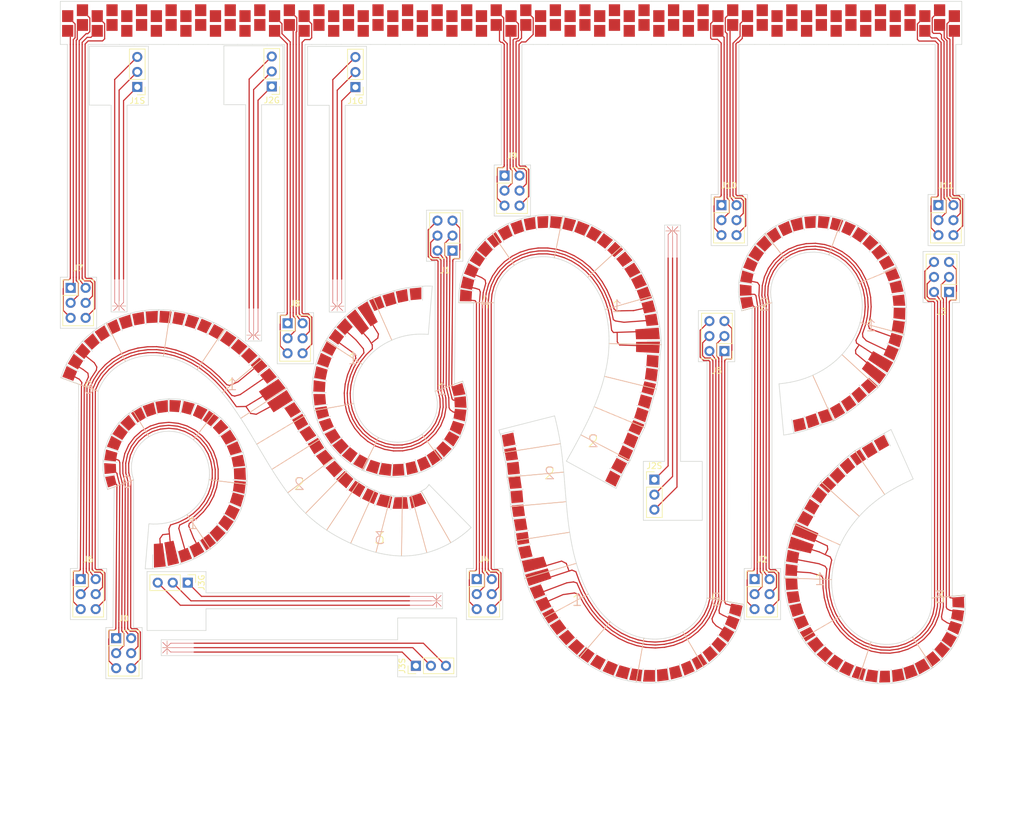
<source format=kicad_pcb>
(kicad_pcb (version 20171130) (host pcbnew "(5.1.9)-1")
  (layers (0 F.Cu signal) (31 B.Cu signal) (34 B.Paste user) (35 F.Paste user) (36 B.SilkS user) (37 F.SilkS user) (38 B.Mask user) (39 F.Mask user) (44 Edge.Cuts user))
  (net 0 "")
  (module Connector_PinHeader_2.54mm:PinHeader_1x03_P2.54mm_Vertical (layer F.Cu) (at 65.525 28.515 180)
    (fp_text reference J1G (at 0 -2.33) (layer F.SilkS))
    (fp_text value PinHeader_1x03_P2.54mm_Vertical)
    (pad 3 thru_hole oval (at 0 5.08 180) (size 1.7 1.7) (drill 1) (layers *.Cu *.Mask))
    (pad 2 thru_hole oval (at 0 2.54 180) (size 1.7 1.7) (drill 1) (layers *.Cu *.Mask))
    (pad 1 thru_hole rect (at 0 0 180) (size 1.7 1.7) (drill 1) (layers *.Cu *.Mask))
  )
  (module Connector_PinHeader_2.54mm:PinHeader_1x03_P2.54mm_Vertical (layer F.Cu) (at 75.76 126.475 90)
    (fp_text reference J3S (at 0 -2.33 90) (layer F.SilkS))
    (fp_text value PinHeader_1x03_P2.54mm_Vertical)
    (pad 1 thru_hole rect (at 0 0 90) (size 1.7 1.7) (drill 1) (layers *.Cu *.Mask))
    (pad 2 thru_hole oval (at 0 2.54 90) (size 1.7 1.7) (drill 1) (layers *.Cu *.Mask))
    (pad 3 thru_hole oval (at 0 5.08 90) (size 1.7 1.7) (drill 1) (layers *.Cu *.Mask))
  )
  (module Connector_PinHeader_2.54mm:PinHeader_1x03_P2.54mm_Vertical (layer F.Cu) (at 28.625 28.49 180)
    (fp_text reference J1S (at 0 -2.33) (layer F.SilkS))
    (fp_text value PinHeader_1x03_P2.54mm_Vertical)
    (pad 1 thru_hole rect (at 0 0 180) (size 1.7 1.7) (drill 1) (layers *.Cu *.Mask))
    (pad 2 thru_hole oval (at 0 2.54 180) (size 1.7 1.7) (drill 1) (layers *.Cu *.Mask))
    (pad 3 thru_hole oval (at 0 5.08 180) (size 1.7 1.7) (drill 1) (layers *.Cu *.Mask))
  )
  (module Connector_PinHeader_2.54mm:PinHeader_1x03_P2.54mm_Vertical (layer F.Cu) (at 51.375 28.415 180)
    (fp_text reference J2G (at 0 -2.33) (layer F.SilkS))
    (fp_text value PinHeader_1x03_P2.54mm_Vertical)
    (pad 1 thru_hole rect (at 0 0 180) (size 1.7 1.7) (drill 1) (layers *.Cu *.Mask))
    (pad 2 thru_hole oval (at 0 2.54 180) (size 1.7 1.7) (drill 1) (layers *.Cu *.Mask))
    (pad 3 thru_hole oval (at 0 5.08 180) (size 1.7 1.7) (drill 1) (layers *.Cu *.Mask))
  )
  (module Connector_PinHeader_2.54mm:PinHeader_1x03_P2.54mm_Vertical (layer F.Cu) (at 37.165 112.4 270)
    (fp_text reference J3G (at 0 -2.33 90) (layer F.SilkS))
    (fp_text value PinHeader_1x03_P2.54mm_Vertical)
    (pad 1 thru_hole rect (at 0 0 270) (size 1.7 1.7) (drill 1) (layers *.Cu *.Mask))
    (pad 2 thru_hole oval (at 0 2.54 270) (size 1.7 1.7) (drill 1) (layers *.Cu *.Mask))
    (pad 3 thru_hole oval (at 0 5.08 270) (size 1.7 1.7) (drill 1) (layers *.Cu *.Mask))
  )
  (module Connector_PinHeader_2.54mm:PinHeader_2x03_P2.54mm_Vertical (layer F.Cu) (at 25.05 121.8)
    (fp_text reference J0 (at 1.27 -3.33) (layer F.SilkS))
    (fp_text value PinHeader_2x03_P2.54mm_Vertical)
    (pad 6 thru_hole oval (at 2.54 5.08) (size 1.7 1.7) (drill 1) (layers *.Cu *.Mask))
    (pad 5 thru_hole oval (at 0 5.08) (size 1.7 1.7) (drill 1) (layers *.Cu *.Mask))
    (pad 4 thru_hole oval (at 2.54 2.54) (size 1.7 1.7) (drill 1) (layers *.Cu *.Mask))
    (pad 3 thru_hole oval (at 0 2.54) (size 1.7 1.7) (drill 1) (layers *.Cu *.Mask))
    (pad 2 thru_hole oval (at 2.54 0) (size 1.7 1.7) (drill 1) (layers *.Cu *.Mask))
    (pad 1 thru_hole rect (at 0 0) (size 1.7 1.7) (drill 1) (layers *.Cu *.Mask))
  )
  (module Connector_PinHeader_2.54mm:PinHeader_2x03_P2.54mm_Vertical (layer F.Cu) (at 81.95 56.2 180)
    (fp_text reference J1 (at 1.27 -3.33) (layer F.SilkS))
    (fp_text value PinHeader_2x03_P2.54mm_Vertical)
    (pad 6 thru_hole oval (at 2.54 5.08) (size 1.7 1.7) (drill 1) (layers *.Cu *.Mask))
    (pad 5 thru_hole oval (at 0 5.08) (size 1.7 1.7) (drill 1) (layers *.Cu *.Mask))
    (pad 4 thru_hole oval (at 2.54 2.54) (size 1.7 1.7) (drill 1) (layers *.Cu *.Mask))
    (pad 3 thru_hole oval (at 0 2.54) (size 1.7 1.7) (drill 1) (layers *.Cu *.Mask))
    (pad 2 thru_hole oval (at 2.54 0) (size 1.7 1.7) (drill 1) (layers *.Cu *.Mask))
    (pad 1 thru_hole rect (at 0 0) (size 1.7 1.7) (drill 1) (layers *.Cu *.Mask))
  )
  (module Connector_PinHeader_2.54mm:PinHeader_2x03_P2.54mm_Vertical (layer F.Cu) (at 133.05 111.8)
    (fp_text reference J2 (at 1.27 -3.33) (layer F.SilkS))
    (fp_text value PinHeader_2x03_P2.54mm_Vertical)
    (pad 6 thru_hole oval (at 2.54 5.08) (size 1.7 1.7) (drill 1) (layers *.Cu *.Mask))
    (pad 5 thru_hole oval (at 0 5.08) (size 1.7 1.7) (drill 1) (layers *.Cu *.Mask))
    (pad 4 thru_hole oval (at 2.54 2.54) (size 1.7 1.7) (drill 1) (layers *.Cu *.Mask))
    (pad 3 thru_hole oval (at 0 2.54) (size 1.7 1.7) (drill 1) (layers *.Cu *.Mask))
    (pad 2 thru_hole oval (at 2.54 0) (size 1.7 1.7) (drill 1) (layers *.Cu *.Mask))
    (pad 1 thru_hole rect (at 0 0) (size 1.7 1.7) (drill 1) (layers *.Cu *.Mask))
  )
  (module Connector_PinHeader_2.54mm:PinHeader_2x03_P2.54mm_Vertical (layer F.Cu) (at 165.95 63.2 180)
    (fp_text reference J3 (at 1.27 -3.33) (layer F.SilkS))
    (fp_text value PinHeader_2x03_P2.54mm_Vertical)
    (pad 6 thru_hole oval (at 2.54 5.08) (size 1.7 1.7) (drill 1) (layers *.Cu *.Mask))
    (pad 5 thru_hole oval (at 0 5.08) (size 1.7 1.7) (drill 1) (layers *.Cu *.Mask))
    (pad 4 thru_hole oval (at 2.54 2.54) (size 1.7 1.7) (drill 1) (layers *.Cu *.Mask))
    (pad 3 thru_hole oval (at 0 2.54) (size 1.7 1.7) (drill 1) (layers *.Cu *.Mask))
    (pad 2 thru_hole oval (at 2.54 0) (size 1.7 1.7) (drill 1) (layers *.Cu *.Mask))
    (pad 1 thru_hole rect (at 0 0) (size 1.7 1.7) (drill 1) (layers *.Cu *.Mask))
  )
  (module Connector_PinHeader_2.54mm:PinHeader_2x03_P2.54mm_Vertical (layer F.Cu) (at 86.05 111.8)
    (fp_text reference J4 (at 1.27 -3.33) (layer F.SilkS))
    (fp_text value PinHeader_2x03_P2.54mm_Vertical)
    (pad 6 thru_hole oval (at 2.54 5.08) (size 1.7 1.7) (drill 1) (layers *.Cu *.Mask))
    (pad 5 thru_hole oval (at 0 5.08) (size 1.7 1.7) (drill 1) (layers *.Cu *.Mask))
    (pad 4 thru_hole oval (at 2.54 2.54) (size 1.7 1.7) (drill 1) (layers *.Cu *.Mask))
    (pad 3 thru_hole oval (at 0 2.54) (size 1.7 1.7) (drill 1) (layers *.Cu *.Mask))
    (pad 2 thru_hole oval (at 2.54 0) (size 1.7 1.7) (drill 1) (layers *.Cu *.Mask))
    (pad 1 thru_hole rect (at 0 0) (size 1.7 1.7) (drill 1) (layers *.Cu *.Mask))
  )
  (module Connector_PinHeader_2.54mm:PinHeader_2x03_P2.54mm_Vertical (layer F.Cu) (at 127.95 73.2 180)
    (fp_text reference J5 (at 1.27 -3.33) (layer F.SilkS))
    (fp_text value PinHeader_2x03_P2.54mm_Vertical)
    (pad 6 thru_hole oval (at 2.54 5.08) (size 1.7 1.7) (drill 1) (layers *.Cu *.Mask))
    (pad 5 thru_hole oval (at 0 5.08) (size 1.7 1.7) (drill 1) (layers *.Cu *.Mask))
    (pad 4 thru_hole oval (at 2.54 2.54) (size 1.7 1.7) (drill 1) (layers *.Cu *.Mask))
    (pad 3 thru_hole oval (at 0 2.54) (size 1.7 1.7) (drill 1) (layers *.Cu *.Mask))
    (pad 2 thru_hole oval (at 2.54 0) (size 1.7 1.7) (drill 1) (layers *.Cu *.Mask))
    (pad 1 thru_hole rect (at 0 0) (size 1.7 1.7) (drill 1) (layers *.Cu *.Mask))
  )
  (module Connector_PinHeader_2.54mm:PinHeader_2x03_P2.54mm_Vertical (layer F.Cu) (at 19.05 111.8)
    (fp_text reference J6 (at 1.27 -3.33) (layer F.SilkS))
    (fp_text value PinHeader_2x03_P2.54mm_Vertical)
    (pad 6 thru_hole oval (at 2.54 5.08) (size 1.7 1.7) (drill 1) (layers *.Cu *.Mask))
    (pad 5 thru_hole oval (at 0 5.08) (size 1.7 1.7) (drill 1) (layers *.Cu *.Mask))
    (pad 4 thru_hole oval (at 2.54 2.54) (size 1.7 1.7) (drill 1) (layers *.Cu *.Mask))
    (pad 3 thru_hole oval (at 0 2.54) (size 1.7 1.7) (drill 1) (layers *.Cu *.Mask))
    (pad 2 thru_hole oval (at 2.54 0) (size 1.7 1.7) (drill 1) (layers *.Cu *.Mask))
    (pad 1 thru_hole rect (at 0 0) (size 1.7 1.7) (drill 1) (layers *.Cu *.Mask))
  )
  (module Connector_PinHeader_2.54mm:PinHeader_2x03_P2.54mm_Vertical (layer F.Cu) (at 17.35 62.5)
    (fp_text reference J7 (at 1.27 -3.33) (layer F.SilkS))
    (fp_text value PinHeader_2x03_P2.54mm_Vertical)
    (pad 6 thru_hole oval (at 2.54 5.08) (size 1.7 1.7) (drill 1) (layers *.Cu *.Mask))
    (pad 5 thru_hole oval (at 0 5.08) (size 1.7 1.7) (drill 1) (layers *.Cu *.Mask))
    (pad 4 thru_hole oval (at 2.54 2.54) (size 1.7 1.7) (drill 1) (layers *.Cu *.Mask))
    (pad 3 thru_hole oval (at 0 2.54) (size 1.7 1.7) (drill 1) (layers *.Cu *.Mask))
    (pad 2 thru_hole oval (at 2.54 0) (size 1.7 1.7) (drill 1) (layers *.Cu *.Mask))
    (pad 1 thru_hole rect (at 0 0) (size 1.7 1.7) (drill 1) (layers *.Cu *.Mask))
  )
  (module Connector_PinHeader_2.54mm:PinHeader_2x03_P2.54mm_Vertical (layer F.Cu) (at 54.05 68.5)
    (fp_text reference J8 (at 1.27 -3.33) (layer F.SilkS))
    (fp_text value PinHeader_2x03_P2.54mm_Vertical)
    (pad 6 thru_hole oval (at 2.54 5.08) (size 1.7 1.7) (drill 1) (layers *.Cu *.Mask))
    (pad 5 thru_hole oval (at 0 5.08) (size 1.7 1.7) (drill 1) (layers *.Cu *.Mask))
    (pad 4 thru_hole oval (at 2.54 2.54) (size 1.7 1.7) (drill 1) (layers *.Cu *.Mask))
    (pad 3 thru_hole oval (at 0 2.54) (size 1.7 1.7) (drill 1) (layers *.Cu *.Mask))
    (pad 2 thru_hole oval (at 2.54 0) (size 1.7 1.7) (drill 1) (layers *.Cu *.Mask))
    (pad 1 thru_hole rect (at 0 0) (size 1.7 1.7) (drill 1) (layers *.Cu *.Mask))
  )
  (module Connector_PinHeader_2.54mm:PinHeader_2x03_P2.54mm_Vertical (layer F.Cu) (at 90.75 43.5)
    (fp_text reference J9 (at 1.27 -3.33) (layer F.SilkS))
    (fp_text value PinHeader_2x03_P2.54mm_Vertical)
    (pad 6 thru_hole oval (at 2.54 5.08) (size 1.7 1.7) (drill 1) (layers *.Cu *.Mask))
    (pad 5 thru_hole oval (at 0 5.08) (size 1.7 1.7) (drill 1) (layers *.Cu *.Mask))
    (pad 4 thru_hole oval (at 2.54 2.54) (size 1.7 1.7) (drill 1) (layers *.Cu *.Mask))
    (pad 3 thru_hole oval (at 0 2.54) (size 1.7 1.7) (drill 1) (layers *.Cu *.Mask))
    (pad 2 thru_hole oval (at 2.54 0) (size 1.7 1.7) (drill 1) (layers *.Cu *.Mask))
    (pad 1 thru_hole rect (at 0 0) (size 1.7 1.7) (drill 1) (layers *.Cu *.Mask))
  )
  (module Connector_PinHeader_2.54mm:PinHeader_2x03_P2.54mm_Vertical (layer F.Cu) (at 127.45 48.5)
    (fp_text reference J10 (at 1.27 -3.33) (layer F.SilkS))
    (fp_text value PinHeader_2x03_P2.54mm_Vertical)
    (pad 6 thru_hole oval (at 2.54 5.08) (size 1.7 1.7) (drill 1) (layers *.Cu *.Mask))
    (pad 5 thru_hole oval (at 0 5.08) (size 1.7 1.7) (drill 1) (layers *.Cu *.Mask))
    (pad 4 thru_hole oval (at 2.54 2.54) (size 1.7 1.7) (drill 1) (layers *.Cu *.Mask))
    (pad 3 thru_hole oval (at 0 2.54) (size 1.7 1.7) (drill 1) (layers *.Cu *.Mask))
    (pad 2 thru_hole oval (at 2.54 0) (size 1.7 1.7) (drill 1) (layers *.Cu *.Mask))
    (pad 1 thru_hole rect (at 0 0) (size 1.7 1.7) (drill 1) (layers *.Cu *.Mask))
  )
  (module Connector_PinHeader_2.54mm:PinHeader_2x03_P2.54mm_Vertical (layer F.Cu) (at 164.15 48.5)
    (fp_text reference J11 (at 1.27 -3.33) (layer F.SilkS))
    (fp_text value PinHeader_2x03_P2.54mm_Vertical)
    (pad 6 thru_hole oval (at 2.54 5.08) (size 1.7 1.7) (drill 1) (layers *.Cu *.Mask))
    (pad 5 thru_hole oval (at 0 5.08) (size 1.7 1.7) (drill 1) (layers *.Cu *.Mask))
    (pad 4 thru_hole oval (at 2.54 2.54) (size 1.7 1.7) (drill 1) (layers *.Cu *.Mask))
    (pad 3 thru_hole oval (at 0 2.54) (size 1.7 1.7) (drill 1) (layers *.Cu *.Mask))
    (pad 2 thru_hole oval (at 2.54 0) (size 1.7 1.7) (drill 1) (layers *.Cu *.Mask))
    (pad 1 thru_hole rect (at 0 0) (size 1.7 1.7) (drill 1) (layers *.Cu *.Mask))
  )
  (module Connector_PinHeader_2.54mm:PinHeader_1x03_P2.54mm_Vertical (layer F.Cu) (at 116.1 94.96)
    (fp_text reference J2S (at 0 -2.33) (layer F.SilkS))
    (fp_text value PinHeader_1x03_P2.54mm_Vertical)
    (pad 3 thru_hole oval (at 0 5.08) (size 1.7 1.7) (drill 1) (layers *.Cu *.Mask))
    (pad 2 thru_hole oval (at 0 2.54) (size 1.7 1.7) (drill 1) (layers *.Cu *.Mask))
    (pad 1 thru_hole rect (at 0 0) (size 1.7 1.7) (drill 1) (layers *.Cu *.Mask))
  )
  (gr_line (start 33.675 124.525) (end 33.675 122.275) (layer B.SilkS) (width 0.12))
  (gr_line (start 34.45 123.4) (end 32.9 123.4) (layer B.SilkS) (width 0.12))
  (gr_line (start 79.25 116.6) (end 79.25 114.35) (layer B.SilkS) (width 0.12))
  (gr_line (start 80.025 115.475) (end 78.475 115.475) (layer B.SilkS) (width 0.12))
  (gr_line (start 118.05 52.875) (end 120.3 52.875) (layer B.SilkS) (width 0.12))
  (gr_line (start 119.175 53.65) (end 119.175 52.1) (layer B.SilkS) (width 0.12))
  (gr_line (start 24.425 65.575) (end 26.675 65.575) (layer B.SilkS) (width 0.12))
  (gr_line (start 25.55 66.35) (end 25.55 64.8) (layer B.SilkS) (width 0.12))
  (gr_line (start 47.175 70.5) (end 49.425 70.5) (layer B.SilkS) (width 0.12))
  (gr_line (start 48.3 71.275) (end 48.3 69.725) (layer B.SilkS) (width 0.12))
  (gr_line (start 62.45 66.375) (end 62.45 64.825) (layer B.SilkS) (width 0.12))
  (gr_line (start 61.325 65.6) (end 63.575 65.6) (layer B.SilkS) (width 0.12))
  (gr_line (start 15.6 21.3) (end 16.8 21.3) (layer Edge.Cuts) (width 0.1))
  (gr_line (start 20.3 21.3) (end 20.6 21.3) (layer Edge.Cuts) (width 0.1))
  (gr_line (start 57.425 31.6) (end 57.425 21.625) (layer Edge.Cuts) (width 0.1))
  (gr_line (start 61.1 66.6) (end 61.1 31.6) (layer Edge.Cuts) (width 0.1))
  (gr_line (start 57.425 21.625) (end 67.4 21.625) (layer Edge.Cuts) (width 0.1))
  (gr_line (start 61.1 31.6) (end 57.425 31.6) (layer Edge.Cuts) (width 0.1))
  (gr_line (start 63.8 31.6) (end 63.8 66.6) (layer Edge.Cuts) (width 0.1))
  (gr_line (start 67.4 21.625) (end 67.4 31.6) (layer Edge.Cuts) (width 0.1))
  (gr_line (start 67.4 31.6) (end 63.8 31.6) (layer Edge.Cuts) (width 0.1))
  (gr_line (start 63.8 66.6) (end 61.1 66.6) (layer Edge.Cuts) (width 0.1))
  (gr_line (start 72.675 122.05) (end 72.675 118.375) (layer Edge.Cuts) (width 0.1))
  (gr_line (start 72.675 124.75) (end 32.675 124.75) (layer Edge.Cuts) (width 0.1))
  (gr_line (start 32.675 124.75) (end 32.675 122.05) (layer Edge.Cuts) (width 0.1))
  (gr_line (start 72.675 128.35) (end 72.675 124.75) (layer Edge.Cuts) (width 0.1))
  (gr_line (start 82.65 128.35) (end 72.675 128.35) (layer Edge.Cuts) (width 0.1))
  (gr_line (start 72.675 118.375) (end 82.65 118.375) (layer Edge.Cuts) (width 0.1))
  (gr_line (start 32.675 122.05) (end 72.675 122.05) (layer Edge.Cuts) (width 0.1))
  (gr_line (start 82.65 118.375) (end 82.65 128.35) (layer Edge.Cuts) (width 0.1))
  (gr_line (start 24.2 31.575) (end 20.525 31.575) (layer Edge.Cuts) (width 0.1))
  (gr_line (start 26.9 31.575) (end 26.9 66.575) (layer Edge.Cuts) (width 0.1))
  (gr_line (start 26.9 66.575) (end 24.2 66.575) (layer Edge.Cuts) (width 0.1))
  (gr_line (start 30.5 31.575) (end 26.9 31.575) (layer Edge.Cuts) (width 0.1))
  (gr_line (start 30.5 21.6) (end 30.5 31.575) (layer Edge.Cuts) (width 0.1))
  (gr_line (start 20.525 31.575) (end 20.525 21.6) (layer Edge.Cuts) (width 0.1))
  (gr_line (start 24.2 66.575) (end 24.2 31.575) (layer Edge.Cuts) (width 0.1))
  (gr_line (start 20.525 21.6) (end 30.5 21.6) (layer Edge.Cuts) (width 0.1))
  (gr_line (start 46.95 31.5) (end 43.275 31.5) (layer Edge.Cuts) (width 0.1))
  (gr_line (start 49.65 31.5) (end 49.65 71.5) (layer Edge.Cuts) (width 0.1))
  (gr_line (start 49.65 71.5) (end 46.95 71.5) (layer Edge.Cuts) (width 0.1))
  (gr_line (start 53.25 31.5) (end 49.65 31.5) (layer Edge.Cuts) (width 0.1))
  (gr_line (start 53.25 21.525) (end 53.25 31.5) (layer Edge.Cuts) (width 0.1))
  (gr_line (start 43.275 31.5) (end 43.275 21.525) (layer Edge.Cuts) (width 0.1))
  (gr_line (start 46.95 71.5) (end 46.95 31.5) (layer Edge.Cuts) (width 0.1))
  (gr_line (start 43.275 21.525) (end 53.25 21.525) (layer Edge.Cuts) (width 0.1))
  (gr_line (start 40.25 116.825) (end 40.25 120.5) (layer Edge.Cuts) (width 0.1))
  (gr_line (start 40.25 114.125) (end 80.25 114.125) (layer Edge.Cuts) (width 0.1))
  (gr_line (start 80.25 114.125) (end 80.25 116.825) (layer Edge.Cuts) (width 0.1))
  (gr_line (start 40.25 110.525) (end 40.25 114.125) (layer Edge.Cuts) (width 0.1))
  (gr_line (start 30.275 110.525) (end 40.25 110.525) (layer Edge.Cuts) (width 0.1))
  (gr_line (start 40.25 120.5) (end 30.275 120.5) (layer Edge.Cuts) (width 0.1))
  (gr_line (start 80.25 116.825) (end 40.25 116.825) (layer Edge.Cuts) (width 0.1))
  (gr_line (start 30.275 120.5) (end 30.275 110.525) (layer Edge.Cuts) (width 0.1))
  (gr_line (start 23.3 128.65) (end 29.45 128.65) (layer Edge.Cuts) (width 0.1))
  (gr_line (start 23.3 120) (end 23.3 128.65) (layer Edge.Cuts) (width 0.1))
  (gr_line (start 29.45 120) (end 29.45 128.65) (layer Edge.Cuts) (width 0.1))
  (gr_line (start 29.45 120) (end 28 120) (layer Edge.Cuts) (width 0.1))
  (gr_line (start 23.3 120) (end 24.5 120) (layer Edge.Cuts) (width 0.1))
  (gr_text 0 (at 26.898 95.401) (layer F.SilkS) (effects (font (size 2 2))))
  (gr_text 0 (at 26.898 95.401) (layer B.SilkS) (effects (font (size 2 2)) (justify mirror)))
  (gr_line (start 28 95) (end 23.593 96.604) (layer F.SilkS) (width 0.12))
  (gr_line (start 28 95) (end 23.593 96.604) (layer B.SilkS) (width 0.12))
  (gr_line (start 30.605 87.688) (end 27.863 83.236) (layer F.SilkS) (width 0.12))
  (gr_line (start 30.605 87.688) (end 27.863 83.236) (layer B.SilkS) (width 0.12))
  (gr_line (start 38.109 88.227) (end 41.691 83.631) (layer F.SilkS) (width 0.12))
  (gr_line (start 38.109 88.227) (end 41.691 83.631) (layer B.SilkS) (width 0.12))
  (gr_line (start 40.774 94.981) (end 47.168 95.78) (layer F.SilkS) (width 0.12))
  (gr_line (start 40.774 94.981) (end 47.168 95.78) (layer B.SilkS) (width 0.12))
  (gr_line (start 37.036 100.859) (end 40.986 106.714) (layer F.SilkS) (width 0.12))
  (gr_line (start 37.036 100.859) (end 40.986 106.714) (layer B.SilkS) (width 0.12))
  (gr_text 1 (at 38.023 102.323) (layer F.SilkS) (effects (font (size 2 2))))
  (gr_text 1 (at 38.023 102.323) (layer B.SilkS) (effects (font (size 2 2)) (justify mirror)))
  (gr_line (start 30.59 102.441) (end 29.959 110.067) (layer Edge.Cuts) (width 0.1))
  (gr_line (start 28 95) (end 28 120) (layer Edge.Cuts) (width 0.1))
  (gr_line (start 24.5 120) (end 24.711 96.197) (layer Edge.Cuts) (width 0.1))
  (gr_line (start 24.711 96.197) (end 23.593 96.604) (layer Edge.Cuts) (width 0.1))
  (gr_line (start 28 95) (end 27.739 94.082) (layer Edge.Cuts) (width 0.1))
  (gr_line (start 27.739 94.082) (end 27.629 93.138) (layer Edge.Cuts) (width 0.1))
  (gr_line (start 27.629 93.138) (end 27.67 92.195) (layer Edge.Cuts) (width 0.1))
  (gr_line (start 27.67 92.195) (end 27.855 91.274) (layer Edge.Cuts) (width 0.1))
  (gr_line (start 27.855 91.274) (end 28.179 90.397) (layer Edge.Cuts) (width 0.1))
  (gr_line (start 28.179 90.397) (end 28.631 89.585) (layer Edge.Cuts) (width 0.1))
  (gr_line (start 28.631 89.585) (end 29.196 88.853) (layer Edge.Cuts) (width 0.1))
  (gr_line (start 29.196 88.853) (end 29.859 88.217) (layer Edge.Cuts) (width 0.1))
  (gr_line (start 29.859 88.217) (end 30.605 87.688) (layer Edge.Cuts) (width 0.1))
  (gr_line (start 30.605 87.688) (end 31.414 87.274) (layer Edge.Cuts) (width 0.1))
  (gr_line (start 31.414 87.274) (end 32.269 86.98) (layer Edge.Cuts) (width 0.1))
  (gr_line (start 32.269 86.98) (end 33.152 86.81) (layer Edge.Cuts) (width 0.1))
  (gr_line (start 33.152 86.81) (end 34.045 86.764) (layer Edge.Cuts) (width 0.1))
  (gr_line (start 34.045 86.764) (end 34.931 86.839) (layer Edge.Cuts) (width 0.1))
  (gr_line (start 34.931 86.839) (end 35.794 87.029) (layer Edge.Cuts) (width 0.1))
  (gr_line (start 35.794 87.029) (end 36.619 87.33) (layer Edge.Cuts) (width 0.1))
  (gr_line (start 36.619 87.33) (end 37.395 87.732) (layer Edge.Cuts) (width 0.1))
  (gr_line (start 37.395 87.732) (end 38.109 88.227) (layer Edge.Cuts) (width 0.1))
  (gr_line (start 38.109 88.227) (end 38.753 88.803) (layer Edge.Cuts) (width 0.1))
  (gr_line (start 38.753 88.803) (end 39.317 89.449) (layer Edge.Cuts) (width 0.1))
  (gr_line (start 39.317 89.449) (end 39.798 90.155) (layer Edge.Cuts) (width 0.1))
  (gr_line (start 39.798 90.155) (end 40.189 90.908) (layer Edge.Cuts) (width 0.1))
  (gr_line (start 40.189 90.908) (end 40.489 91.696) (layer Edge.Cuts) (width 0.1))
  (gr_line (start 40.489 91.696) (end 40.697 92.508) (layer Edge.Cuts) (width 0.1))
  (gr_line (start 40.697 92.508) (end 40.812 93.333) (layer Edge.Cuts) (width 0.1))
  (gr_line (start 40.812 93.333) (end 40.837 94.16) (layer Edge.Cuts) (width 0.1))
  (gr_line (start 40.837 94.16) (end 40.774 94.981) (layer Edge.Cuts) (width 0.1))
  (gr_line (start 40.774 94.981) (end 40.626 95.786) (layer Edge.Cuts) (width 0.1))
  (gr_line (start 40.626 95.786) (end 40.399 96.566) (layer Edge.Cuts) (width 0.1))
  (gr_line (start 40.399 96.566) (end 40.096 97.315) (layer Edge.Cuts) (width 0.1))
  (gr_line (start 40.096 97.315) (end 39.724 98.026) (layer Edge.Cuts) (width 0.1))
  (gr_line (start 39.724 98.026) (end 39.288 98.694) (layer Edge.Cuts) (width 0.1))
  (gr_line (start 39.288 98.694) (end 38.795 99.315) (layer Edge.Cuts) (width 0.1))
  (gr_line (start 38.795 99.315) (end 38.251 99.884) (layer Edge.Cuts) (width 0.1))
  (gr_line (start 38.251 99.884) (end 37.663 100.4) (layer Edge.Cuts) (width 0.1))
  (gr_line (start 37.663 100.4) (end 37.036 100.859) (layer Edge.Cuts) (width 0.1))
  (gr_line (start 37.036 100.859) (end 36.377 101.261) (layer Edge.Cuts) (width 0.1))
  (gr_line (start 36.377 101.261) (end 35.691 101.604) (layer Edge.Cuts) (width 0.1))
  (gr_line (start 35.691 101.604) (end 34.985 101.89) (layer Edge.Cuts) (width 0.1))
  (gr_line (start 34.985 101.89) (end 34.264 102.118) (layer Edge.Cuts) (width 0.1))
  (gr_line (start 34.264 102.118) (end 33.532 102.29) (layer Edge.Cuts) (width 0.1))
  (gr_line (start 33.532 102.29) (end 32.795 102.406) (layer Edge.Cuts) (width 0.1))
  (gr_line (start 32.795 102.406) (end 32.057 102.468) (layer Edge.Cuts) (width 0.1))
  (gr_line (start 32.057 102.468) (end 31.321 102.479) (layer Edge.Cuts) (width 0.1))
  (gr_line (start 31.321 102.479) (end 30.59 102.441) (layer Edge.Cuts) (width 0.1))
  (gr_line (start 23.593 96.604) (end 23.093 95.043) (layer Edge.Cuts) (width 0.1))
  (gr_line (start 23.093 95.043) (end 22.832 93.351) (layer Edge.Cuts) (width 0.1))
  (gr_line (start 22.832 93.351) (end 22.841 91.645) (layer Edge.Cuts) (width 0.1))
  (gr_line (start 22.841 91.645) (end 23.114 89.965) (layer Edge.Cuts) (width 0.1))
  (gr_line (start 23.114 89.965) (end 23.64 88.352) (layer Edge.Cuts) (width 0.1))
  (gr_line (start 23.64 88.352) (end 24.402 86.843) (layer Edge.Cuts) (width 0.1))
  (gr_line (start 24.402 86.843) (end 25.377 85.469) (layer Edge.Cuts) (width 0.1))
  (gr_line (start 25.377 85.469) (end 26.541 84.259) (layer Edge.Cuts) (width 0.1))
  (gr_line (start 26.541 84.259) (end 27.863 83.236) (layer Edge.Cuts) (width 0.1))
  (gr_line (start 27.863 83.236) (end 29.312 82.416) (layer Edge.Cuts) (width 0.1))
  (gr_line (start 29.312 82.416) (end 30.857 81.812) (layer Edge.Cuts) (width 0.1))
  (gr_line (start 30.857 81.812) (end 32.463 81.431) (layer Edge.Cuts) (width 0.1))
  (gr_line (start 32.463 81.431) (end 34.098 81.275) (layer Edge.Cuts) (width 0.1))
  (gr_line (start 34.098 81.275) (end 35.731 81.34) (layer Edge.Cuts) (width 0.1))
  (gr_line (start 35.731 81.34) (end 37.333 81.621) (layer Edge.Cuts) (width 0.1))
  (gr_line (start 37.333 81.621) (end 38.876 82.106) (layer Edge.Cuts) (width 0.1))
  (gr_line (start 38.876 82.106) (end 40.336 82.782) (layer Edge.Cuts) (width 0.1))
  (gr_line (start 40.336 82.782) (end 41.691 83.631) (layer Edge.Cuts) (width 0.1))
  (gr_line (start 41.691 83.631) (end 42.922 84.637) (layer Edge.Cuts) (width 0.1))
  (gr_line (start 42.922 84.637) (end 44.015 85.777) (layer Edge.Cuts) (width 0.1))
  (gr_line (start 44.015 85.777) (end 44.958 87.032) (layer Edge.Cuts) (width 0.1))
  (gr_line (start 44.958 87.032) (end 45.741 88.38) (layer Edge.Cuts) (width 0.1))
  (gr_line (start 45.741 88.38) (end 46.36 89.8) (layer Edge.Cuts) (width 0.1))
  (gr_line (start 46.36 89.8) (end 46.811 91.27) (layer Edge.Cuts) (width 0.1))
  (gr_line (start 46.811 91.27) (end 47.094 92.769) (layer Edge.Cuts) (width 0.1))
  (gr_line (start 47.094 92.769) (end 47.211 94.279) (layer Edge.Cuts) (width 0.1))
  (gr_line (start 47.211 94.279) (end 47.168 95.78) (layer Edge.Cuts) (width 0.1))
  (gr_line (start 47.168 95.78) (end 46.971 97.257) (layer Edge.Cuts) (width 0.1))
  (gr_line (start 46.971 97.257) (end 46.626 98.694) (layer Edge.Cuts) (width 0.1))
  (gr_line (start 46.626 98.694) (end 46.145 100.078) (layer Edge.Cuts) (width 0.1))
  (gr_line (start 46.145 100.078) (end 45.536 101.396) (layer Edge.Cuts) (width 0.1))
  (gr_line (start 45.536 101.396) (end 44.811 102.638) (layer Edge.Cuts) (width 0.1))
  (gr_line (start 44.811 102.638) (end 43.981 103.797) (layer Edge.Cuts) (width 0.1))
  (gr_line (start 43.981 103.797) (end 43.059 104.865) (layer Edge.Cuts) (width 0.1))
  (gr_line (start 43.059 104.865) (end 42.055 105.837) (layer Edge.Cuts) (width 0.1))
  (gr_line (start 42.055 105.837) (end 40.986 106.714) (layer Edge.Cuts) (width 0.1))
  (gr_line (start 40.986 106.714) (end 39.856 107.484) (layer Edge.Cuts) (width 0.1))
  (gr_line (start 39.856 107.484) (end 38.68 108.151) (layer Edge.Cuts) (width 0.1))
  (gr_line (start 38.68 108.151) (end 37.469 108.715) (layer Edge.Cuts) (width 0.1))
  (gr_line (start 37.469 108.715) (end 36.231 109.178) (layer Edge.Cuts) (width 0.1))
  (gr_line (start 36.231 109.178) (end 34.977 109.541) (layer Edge.Cuts) (width 0.1))
  (gr_line (start 34.977 109.541) (end 33.715 109.808) (layer Edge.Cuts) (width 0.1))
  (gr_line (start 33.715 109.808) (end 32.454 109.982) (layer Edge.Cuts) (width 0.1))
  (gr_line (start 32.454 109.982) (end 31.199 110.067) (layer Edge.Cuts) (width 0.1))
  (gr_line (start 31.199 110.067) (end 29.959 110.067) (layer Edge.Cuts) (width 0.1))
  (gr_line (start 24.85 94.075) (end 22.956 94.371) (layer Edge.Cuts) (width 0.1))
  (gr_line (start 25.217 92.049) (end 22.828 91.815) (layer Edge.Cuts) (width 0.1))
  (gr_line (start 25.527 90.218) (end 23.246 89.472) (layer Edge.Cuts) (width 0.1))
  (gr_line (start 26.221 88.496) (end 24.15 87.283) (layer Edge.Cuts) (width 0.1))
  (gr_line (start 27.258 86.959) (end 25.486 85.34) (layer Edge.Cuts) (width 0.1))
  (gr_line (start 28.588 85.67) (end 27.184 83.723) (layer Edge.Cuts) (width 0.1))
  (gr_line (start 30.265 84.619) (end 29.312 82.416) (layer Edge.Cuts) (width 0.1))
  (gr_line (start 31.996 83.98) (end 31.493 81.633) (layer Edge.Cuts) (width 0.1))
  (gr_line (start 33.943 83.68) (end 33.934 81.28) (layer Edge.Cuts) (width 0.1))
  (gr_line (start 35.905 83.781) (end 36.377 81.427) (layer Edge.Cuts) (width 0.1))
  (gr_line (start 37.679 84.221) (end 38.574 81.993) (layer Edge.Cuts) (width 0.1))
  (gr_line (start 39.451 85.034) (end 40.754 83.019) (layer Edge.Cuts) (width 0.1))
  (gr_line (start 41.031 86.162) (end 42.687 84.424) (layer Edge.Cuts) (width 0.1))
  (gr_line (start 42.451 87.652) (end 44.411 86.267) (layer Edge.Cuts) (width 0.1))
  (gr_line (start 43.498 89.262) (end 45.67 88.242) (layer Edge.Cuts) (width 0.1))
  (gr_line (start 44.245 91.016) (end 46.56 90.383) (layer Edge.Cuts) (width 0.1))
  (gr_line (start 44.703 92.984) (end 47.094 92.769) (layer Edge.Cuts) (width 0.1))
  (gr_line (start 44.813 94.984) (end 47.205 95.182) (layer Edge.Cuts) (width 0.1))
  (gr_line (start 44.587 96.958) (end 46.913 97.548) (layer Edge.Cuts) (width 0.1))
  (gr_line (start 44.049 98.852) (end 46.252 99.806) (layer Edge.Cuts) (width 0.1))
  (gr_line (start 43.171 100.726) (end 45.187 102.027) (layer Edge.Cuts) (width 0.1))
  (gr_line (start 42.017 102.416) (end 43.804 104.018) (layer Edge.Cuts) (width 0.1))
  (gr_line (start 40.634 103.89) (end 42.159 105.744) (layer Edge.Cuts) (width 0.1))
  (gr_line (start 39.074 105.134) (end 40.314 107.188) (layer Edge.Cuts) (width 0.1))
  (gr_line (start 37.273 106.175) (end 38.2 108.389) (layer Edge.Cuts) (width 0.1))
  (gr_line (start 35.372 106.937) (end 35.981 109.258) (layer Edge.Cuts) (width 0.1))
  (gr_line (start 33.31 107.446) (end 33.589 109.83) (layer Edge.Cuts) (width 0.1))
  (gr_line (start 31.238 107.667) (end 31.199 110.067) (layer Edge.Cuts) (width 0.1))
  (gr_line (start 83.7 49.35) (end 77.55 49.35) (layer Edge.Cuts) (width 0.1))
  (gr_line (start 83.7 58) (end 83.7 49.35) (layer Edge.Cuts) (width 0.1))
  (gr_line (start 77.55 58) (end 77.55 49.35) (layer Edge.Cuts) (width 0.1))
  (gr_line (start 77.55 58) (end 79 58) (layer Edge.Cuts) (width 0.1))
  (gr_line (start 83.7 58) (end 82.5 58) (layer Edge.Cuts) (width 0.1))
  (gr_text 1 (at 80.172 79.574) (layer F.SilkS) (effects (font (size 2 2))))
  (gr_text 1 (at 80.172 79.574) (layer B.SilkS) (effects (font (size 2 2)) (justify mirror)))
  (gr_line (start 79 80) (end 83.687 78.294) (layer F.SilkS) (width 0.12))
  (gr_line (start 79 80) (end 83.687 78.294) (layer B.SilkS) (width 0.12))
  (gr_line (start 76.769 87.294) (end 80.119 91.74) (layer F.SilkS) (width 0.12))
  (gr_line (start 76.769 87.294) (end 80.119 91.74) (layer B.SilkS) (width 0.12))
  (gr_line (start 69.412 87.837) (end 66.64 93.359) (layer F.SilkS) (width 0.12))
  (gr_line (start 69.412 87.837) (end 66.64 93.359) (layer B.SilkS) (width 0.12))
  (gr_line (start 65.262 82.081) (end 58.57 83.27) (layer F.SilkS) (width 0.12))
  (gr_line (start 65.262 82.081) (end 58.57 83.27) (layer B.SilkS) (width 0.12))
  (gr_line (start 66.711 75.454) (end 60.504 71.419) (layer F.SilkS) (width 0.12))
  (gr_line (start 66.711 75.454) (end 60.504 71.419) (layer B.SilkS) (width 0.12))
  (gr_line (start 71.674 71.353) (end 68.456 64.058) (layer F.SilkS) (width 0.12))
  (gr_line (start 71.674 71.353) (end 68.456 64.058) (layer B.SilkS) (width 0.12))
  (gr_text 1 (at 65.159 74.445) (layer F.SilkS) (effects (font (size 2 2))))
  (gr_text 1 (at 65.159 74.445) (layer B.SilkS) (effects (font (size 2 2)) (justify mirror)))
  (gr_line (start 77.858 70.376) (end 78.527 62.198) (layer Edge.Cuts) (width 0.1))
  (gr_line (start 79 80) (end 79 58) (layer Edge.Cuts) (width 0.1))
  (gr_line (start 82.5 58) (end 82.289 78.803) (layer Edge.Cuts) (width 0.1))
  (gr_line (start 82.289 78.803) (end 83.687 78.294) (layer Edge.Cuts) (width 0.1))
  (gr_line (start 79 80) (end 79.257 80.892) (layer Edge.Cuts) (width 0.1))
  (gr_line (start 79.257 80.892) (end 79.377 81.808) (layer Edge.Cuts) (width 0.1))
  (gr_line (start 79.377 81.808) (end 79.361 82.726) (layer Edge.Cuts) (width 0.1))
  (gr_line (start 79.361 82.726) (end 79.211 83.628) (layer Edge.Cuts) (width 0.1))
  (gr_line (start 79.211 83.628) (end 78.935 84.493) (layer Edge.Cuts) (width 0.1))
  (gr_line (start 78.935 84.493) (end 78.541 85.306) (layer Edge.Cuts) (width 0.1))
  (gr_line (start 78.541 85.306) (end 78.04 86.052) (layer Edge.Cuts) (width 0.1))
  (gr_line (start 78.04 86.052) (end 77.445 86.718) (layer Edge.Cuts) (width 0.1))
  (gr_line (start 77.445 86.718) (end 76.769 87.294) (layer Edge.Cuts) (width 0.1))
  (gr_line (start 76.769 87.294) (end 76.027 87.773) (layer Edge.Cuts) (width 0.1))
  (gr_line (start 76.027 87.773) (end 75.233 88.148) (layer Edge.Cuts) (width 0.1))
  (gr_line (start 75.233 88.148) (end 74.403 88.417) (layer Edge.Cuts) (width 0.1))
  (gr_line (start 74.403 88.417) (end 73.55 88.577) (layer Edge.Cuts) (width 0.1))
  (gr_line (start 73.55 88.577) (end 72.688 88.63) (layer Edge.Cuts) (width 0.1))
  (gr_line (start 72.688 88.63) (end 71.832 88.578) (layer Edge.Cuts) (width 0.1))
  (gr_line (start 71.832 88.578) (end 70.993 88.425) (layer Edge.Cuts) (width 0.1))
  (gr_line (start 70.993 88.425) (end 70.183 88.176) (layer Edge.Cuts) (width 0.1))
  (gr_line (start 70.183 88.176) (end 69.412 87.837) (layer Edge.Cuts) (width 0.1))
  (gr_line (start 69.412 87.837) (end 68.688 87.416) (layer Edge.Cuts) (width 0.1))
  (gr_line (start 68.688 87.416) (end 68.019 86.92) (layer Edge.Cuts) (width 0.1))
  (gr_line (start 68.019 86.92) (end 67.412 86.358) (layer Edge.Cuts) (width 0.1))
  (gr_line (start 67.412 86.358) (end 66.872 85.738) (layer Edge.Cuts) (width 0.1))
  (gr_line (start 66.872 85.738) (end 66.401 85.07) (layer Edge.Cuts) (width 0.1))
  (gr_line (start 66.401 85.07) (end 66.004 84.361) (layer Edge.Cuts) (width 0.1))
  (gr_line (start 66.004 84.361) (end 65.682 83.622) (layer Edge.Cuts) (width 0.1))
  (gr_line (start 65.682 83.622) (end 65.434 82.859) (layer Edge.Cuts) (width 0.1))
  (gr_line (start 65.434 82.859) (end 65.262 82.081) (layer Edge.Cuts) (width 0.1))
  (gr_line (start 65.262 82.081) (end 65.163 81.295) (layer Edge.Cuts) (width 0.1))
  (gr_line (start 65.163 81.295) (end 65.136 80.509) (layer Edge.Cuts) (width 0.1))
  (gr_line (start 65.136 80.509) (end 65.179 79.728) (layer Edge.Cuts) (width 0.1))
  (gr_line (start 65.179 79.728) (end 65.289 78.96) (layer Edge.Cuts) (width 0.1))
  (gr_line (start 65.289 78.96) (end 65.462 78.208) (layer Edge.Cuts) (width 0.1))
  (gr_line (start 65.462 78.208) (end 65.694 77.477) (layer Edge.Cuts) (width 0.1))
  (gr_line (start 65.694 77.477) (end 65.983 76.773) (layer Edge.Cuts) (width 0.1))
  (gr_line (start 65.983 76.773) (end 66.323 76.097) (layer Edge.Cuts) (width 0.1))
  (gr_line (start 66.323 76.097) (end 66.711 75.454) (layer Edge.Cuts) (width 0.1))
  (gr_line (start 66.711 75.454) (end 67.142 74.846) (layer Edge.Cuts) (width 0.1))
  (gr_line (start 67.142 74.846) (end 67.613 74.274) (layer Edge.Cuts) (width 0.1))
  (gr_line (start 67.613 74.274) (end 68.118 73.739) (layer Edge.Cuts) (width 0.1))
  (gr_line (start 68.118 73.739) (end 68.654 73.244) (layer Edge.Cuts) (width 0.1))
  (gr_line (start 68.654 73.244) (end 69.218 72.787) (layer Edge.Cuts) (width 0.1))
  (gr_line (start 69.218 72.787) (end 69.805 72.37) (layer Edge.Cuts) (width 0.1))
  (gr_line (start 69.805 72.37) (end 70.412 71.992) (layer Edge.Cuts) (width 0.1))
  (gr_line (start 70.412 71.992) (end 71.036 71.653) (layer Edge.Cuts) (width 0.1))
  (gr_line (start 71.036 71.653) (end 71.674 71.353) (layer Edge.Cuts) (width 0.1))
  (gr_line (start 71.674 71.353) (end 72.329 71.088) (layer Edge.Cuts) (width 0.1))
  (gr_line (start 72.329 71.088) (end 73.006 70.859) (layer Edge.Cuts) (width 0.1))
  (gr_line (start 73.006 70.859) (end 73.697 70.671) (layer Edge.Cuts) (width 0.1))
  (gr_line (start 73.697 70.671) (end 74.393 70.526) (layer Edge.Cuts) (width 0.1))
  (gr_line (start 74.393 70.526) (end 75.091 70.421) (layer Edge.Cuts) (width 0.1))
  (gr_line (start 75.091 70.421) (end 75.788 70.356) (layer Edge.Cuts) (width 0.1))
  (gr_line (start 75.788 70.356) (end 76.483 70.328) (layer Edge.Cuts) (width 0.1))
  (gr_line (start 76.483 70.328) (end 77.174 70.335) (layer Edge.Cuts) (width 0.1))
  (gr_line (start 77.174 70.335) (end 77.858 70.376) (layer Edge.Cuts) (width 0.1))
  (gr_line (start 83.687 78.294) (end 84.192 79.827) (layer Edge.Cuts) (width 0.1))
  (gr_line (start 84.192 79.827) (end 84.478 81.486) (layer Edge.Cuts) (width 0.1))
  (gr_line (start 84.478 81.486) (end 84.516 83.164) (layer Edge.Cuts) (width 0.1))
  (gr_line (start 84.516 83.164) (end 84.31 84.822) (layer Edge.Cuts) (width 0.1))
  (gr_line (start 84.31 84.822) (end 83.871 86.427) (layer Edge.Cuts) (width 0.1))
  (gr_line (start 83.871 86.427) (end 83.213 87.948) (layer Edge.Cuts) (width 0.1))
  (gr_line (start 83.213 87.948) (end 82.353 89.355) (layer Edge.Cuts) (width 0.1))
  (gr_line (start 82.353 89.355) (end 81.314 90.626) (layer Edge.Cuts) (width 0.1))
  (gr_line (start 81.314 90.626) (end 80.119 91.74) (layer Edge.Cuts) (width 0.1))
  (gr_line (start 80.119 91.74) (end 78.793 92.68) (layer Edge.Cuts) (width 0.1))
  (gr_line (start 78.793 92.68) (end 77.364 93.435) (layer Edge.Cuts) (width 0.1))
  (gr_line (start 77.364 93.435) (end 75.859 93.998) (layer Edge.Cuts) (width 0.1))
  (gr_line (start 75.859 93.998) (end 74.303 94.364) (layer Edge.Cuts) (width 0.1))
  (gr_line (start 74.303 94.364) (end 72.724 94.534) (layer Edge.Cuts) (width 0.1))
  (gr_line (start 72.724 94.534) (end 71.146 94.511) (layer Edge.Cuts) (width 0.1))
  (gr_line (start 71.146 94.511) (end 69.592 94.301) (layer Edge.Cuts) (width 0.1))
  (gr_line (start 69.592 94.301) (end 68.083 93.914) (layer Edge.Cuts) (width 0.1))
  (gr_line (start 68.083 93.914) (end 66.64 93.359) (layer Edge.Cuts) (width 0.1))
  (gr_line (start 66.64 93.359) (end 65.277 92.65) (layer Edge.Cuts) (width 0.1))
  (gr_line (start 65.277 92.65) (end 64.011 91.802) (layer Edge.Cuts) (width 0.1))
  (gr_line (start 64.011 91.802) (end 62.853 90.828) (layer Edge.Cuts) (width 0.1))
  (gr_line (start 62.853 90.828) (end 61.813 89.747) (layer Edge.Cuts) (width 0.1))
  (gr_line (start 61.813 89.747) (end 60.899 88.572) (layer Edge.Cuts) (width 0.1))
  (gr_line (start 60.899 88.572) (end 60.115 87.322) (layer Edge.Cuts) (width 0.1))
  (gr_line (start 60.115 87.322) (end 59.465 86.011) (layer Edge.Cuts) (width 0.1))
  (gr_line (start 59.465 86.011) (end 58.95 84.655) (layer Edge.Cuts) (width 0.1))
  (gr_line (start 58.95 84.655) (end 58.57 83.27) (layer Edge.Cuts) (width 0.1))
  (gr_line (start 58.57 83.27) (end 58.323 81.868) (layer Edge.Cuts) (width 0.1))
  (gr_line (start 58.323 81.868) (end 58.205 80.464) (layer Edge.Cuts) (width 0.1))
  (gr_line (start 58.205 80.464) (end 58.211 79.069) (layer Edge.Cuts) (width 0.1))
  (gr_line (start 58.211 79.069) (end 58.337 77.694) (layer Edge.Cuts) (width 0.1))
  (gr_line (start 58.337 77.694) (end 58.575 76.349) (layer Edge.Cuts) (width 0.1))
  (gr_line (start 58.575 76.349) (end 58.919 75.043) (layer Edge.Cuts) (width 0.1))
  (gr_line (start 58.919 75.043) (end 59.361 73.782) (layer Edge.Cuts) (width 0.1))
  (gr_line (start 59.361 73.782) (end 59.894 72.574) (layer Edge.Cuts) (width 0.1))
  (gr_line (start 59.894 72.574) (end 60.504 71.419) (layer Edge.Cuts) (width 0.1))
  (gr_line (start 60.504 71.419) (end 61.193 70.332) (layer Edge.Cuts) (width 0.1))
  (gr_line (start 61.193 70.332) (end 61.947 69.309) (layer Edge.Cuts) (width 0.1))
  (gr_line (start 61.947 69.309) (end 62.76 68.353) (layer Edge.Cuts) (width 0.1))
  (gr_line (start 62.76 68.353) (end 63.624 67.465) (layer Edge.Cuts) (width 0.1))
  (gr_line (start 63.624 67.465) (end 64.531 66.647) (layer Edge.Cuts) (width 0.1))
  (gr_line (start 64.531 66.647) (end 65.474 65.898) (layer Edge.Cuts) (width 0.1))
  (gr_line (start 65.474 65.898) (end 66.447 65.218) (layer Edge.Cuts) (width 0.1))
  (gr_line (start 66.447 65.218) (end 67.442 64.605) (layer Edge.Cuts) (width 0.1))
  (gr_line (start 67.442 64.605) (end 68.456 64.058) (layer Edge.Cuts) (width 0.1))
  (gr_line (start 68.456 64.058) (end 69.565 63.719) (layer Edge.Cuts) (width 0.1))
  (gr_line (start 69.565 63.719) (end 70.717 63.424) (layer Edge.Cuts) (width 0.1))
  (gr_line (start 70.717 63.424) (end 71.846 63.051) (layer Edge.Cuts) (width 0.1))
  (gr_line (start 71.846 63.051) (end 72.979 62.75) (layer Edge.Cuts) (width 0.1))
  (gr_line (start 72.979 62.75) (end 74.109 62.517) (layer Edge.Cuts) (width 0.1))
  (gr_line (start 74.109 62.517) (end 75.233 62.349) (layer Edge.Cuts) (width 0.1))
  (gr_line (start 75.233 62.349) (end 76.346 62.243) (layer Edge.Cuts) (width 0.1))
  (gr_line (start 76.346 62.243) (end 77.445 62.194) (layer Edge.Cuts) (width 0.1))
  (gr_line (start 77.445 62.194) (end 78.527 62.198) (layer Edge.Cuts) (width 0.1))
  (gr_line (start 81.989 80.981) (end 84.366 80.652) (layer Edge.Cuts) (width 0.1))
  (gr_line (start 82.129 82.828) (end 84.523 82.996) (layer Edge.Cuts) (width 0.1))
  (gr_line (start 81.892 84.663) (end 84.203 85.311) (layer Edge.Cuts) (width 0.1))
  (gr_line (start 81.24 86.53) (end 83.361 87.652) (layer Edge.Cuts) (width 0.1))
  (gr_line (start 80.294 88.11) (end 82.159 89.621) (layer Edge.Cuts) (width 0.1))
  (gr_line (start 78.972 89.566) (end 80.492 91.423) (layer Edge.Cuts) (width 0.1))
  (gr_line (start 77.391 90.725) (end 78.515 92.846) (layer Edge.Cuts) (width 0.1))
  (gr_line (start 75.623 91.552) (end 76.317 93.85) (layer Edge.Cuts) (width 0.1))
  (gr_line (start 73.738 92.027) (end 73.989 94.414) (layer Edge.Cuts) (width 0.1))
  (gr_line (start 71.807 92.146) (end 71.618 94.538) (layer Edge.Cuts) (width 0.1))
  (gr_line (start 69.898 91.917) (end 69.286 94.238) (layer Edge.Cuts) (width 0.1))
  (gr_line (start 67.95 91.314) (end 66.922 93.483) (layer Edge.Cuts) (width 0.1))
  (gr_line (start 66.263 90.443) (end 64.887 92.41) (layer Edge.Cuts) (width 0.1))
  (gr_line (start 64.659 89.232) (end 62.964 90.931) (layer Edge.Cuts) (width 0.1))
  (gr_line (start 63.296 87.779) (end 61.34 89.17) (layer Edge.Cuts) (width 0.1))
  (gr_line (start 62.199 86.137) (end 60.044 87.193) (layer Edge.Cuts) (width 0.1))
  (gr_line (start 61.343 84.244) (end 59.042 84.929) (layer Edge.Cuts) (width 0.1))
  (gr_line (start 60.81 82.26) (end 58.43 82.57) (layer Edge.Cuts) (width 0.1))
  (gr_line (start 60.595 80.242) (end 58.196 80.184) (layer Edge.Cuts) (width 0.1))
  (gr_line (start 60.684 78.24) (end 58.319 77.83) (layer Edge.Cuts) (width 0.1))
  (gr_line (start 61.083 76.187) (end 58.805 75.43) (layer Edge.Cuts) (width 0.1))
  (gr_line (start 61.764 74.243) (end 59.617 73.171) (layer Edge.Cuts) (width 0.1))
  (gr_line (start 62.686 72.438) (end 60.703 71.086) (layer Edge.Cuts) (width 0.1))
  (gr_line (start 63.888 70.719) (end 62.105 69.112) (layer Edge.Cuts) (width 0.1))
  (gr_line (start 65.277 69.201) (end 63.713 67.38) (layer Edge.Cuts) (width 0.1))
  (gr_line (start 66.892 67.83) (end 65.57 65.827) (layer Edge.Cuts) (width 0.1))
  (gr_line (start 68.621 66.691) (end 67.543 64.547) (layer Edge.Cuts) (width 0.1))
  (gr_line (start 70.609 65.914) (end 69.792 63.657) (layer Edge.Cuts) (width 0.1))
  (gr_line (start 72.612 65.324) (end 72.073 62.986) (layer Edge.Cuts) (width 0.1))
  (gr_line (start 74.704 64.846) (end 74.448 62.46) (layer Edge.Cuts) (width 0.1))
  (gr_line (start 76.878 64.611) (end 76.898 62.211) (layer Edge.Cuts) (width 0.1))
  (gr_line (start 131.3 118.65) (end 137.45 118.65) (layer Edge.Cuts) (width 0.1))
  (gr_line (start 131.3 110) (end 131.3 118.65) (layer Edge.Cuts) (width 0.1))
  (gr_line (start 137.45 110) (end 137.45 118.65) (layer Edge.Cuts) (width 0.1))
  (gr_line (start 137.45 110) (end 136 110) (layer Edge.Cuts) (width 0.1))
  (gr_line (start 131.3 110) (end 132.5 110) (layer Edge.Cuts) (width 0.1))
  (gr_text 2 (at 134.717 65.344) (layer F.SilkS) (effects (font (size 2 2))))
  (gr_text 2 (at 134.717 65.344) (layer B.SilkS) (effects (font (size 2 2)) (justify mirror)))
  (gr_line (start 136 65) (end 130.87 66.375) (layer F.SilkS) (width 0.12))
  (gr_line (start 136 65) (end 130.87 66.375) (layer B.SilkS) (width 0.12))
  (gr_line (start 138.462 57.928) (end 134.844 53.25) (layer F.SilkS) (width 0.12))
  (gr_line (start 138.462 57.928) (end 134.844 53.25) (layer B.SilkS) (width 0.12))
  (gr_line (start 145.613 56.932) (end 147.846 50.793) (layer F.SilkS) (width 0.12))
  (gr_line (start 145.613 56.932) (end 147.846 50.793) (layer B.SilkS) (width 0.12))
  (gr_line (start 150.543 61.79) (end 157.137 59.046) (layer F.SilkS) (width 0.12))
  (gr_line (start 150.543 61.79) (end 157.137 59.046) (layer B.SilkS) (width 0.12))
  (gr_line (start 150.891 68.373) (end 158.367 70.355) (layer F.SilkS) (width 0.12))
  (gr_line (start 150.891 68.373) (end 158.367 70.355) (layer B.SilkS) (width 0.12))
  (gr_line (start 147.822 73.796) (end 153.921 79.399) (layer F.SilkS) (width 0.12))
  (gr_line (start 147.822 73.796) (end 153.921 79.399) (layer B.SilkS) (width 0.12))
  (gr_line (start 142.888 77.294) (end 146.391 85.041) (layer F.SilkS) (width 0.12))
  (gr_line (start 142.888 77.294) (end 146.391 85.041) (layer B.SilkS) (width 0.12))
  (gr_text 1 (at 152.76 68.868) (layer F.SilkS) (effects (font (size 2 2))))
  (gr_text 1 (at 152.76 68.868) (layer B.SilkS) (effects (font (size 2 2)) (justify mirror)))
  (gr_line (start 137.184 78.743) (end 137.977 87.421) (layer Edge.Cuts) (width 0.1))
  (gr_line (start 136 65) (end 136 110) (layer Edge.Cuts) (width 0.1))
  (gr_line (start 132.5 110) (end 132.619 65.906) (layer Edge.Cuts) (width 0.1))
  (gr_line (start 132.619 65.906) (end 130.87 66.375) (layer Edge.Cuts) (width 0.1))
  (gr_line (start 136 65) (end 135.822 64.115) (layer Edge.Cuts) (width 0.1))
  (gr_line (start 135.822 64.115) (end 135.769 63.219) (layer Edge.Cuts) (width 0.1))
  (gr_line (start 135.769 63.219) (end 135.84 62.329) (layer Edge.Cuts) (width 0.1))
  (gr_line (start 135.84 62.329) (end 136.028 61.462) (layer Edge.Cuts) (width 0.1))
  (gr_line (start 136.028 61.462) (end 136.329 60.632) (layer Edge.Cuts) (width 0.1))
  (gr_line (start 136.329 60.632) (end 136.732 59.853) (layer Edge.Cuts) (width 0.1))
  (gr_line (start 136.732 59.853) (end 137.229 59.137) (layer Edge.Cuts) (width 0.1))
  (gr_line (start 137.229 59.137) (end 137.81 58.492) (layer Edge.Cuts) (width 0.1))
  (gr_line (start 137.81 58.492) (end 138.462 57.928) (layer Edge.Cuts) (width 0.1))
  (gr_line (start 138.462 57.928) (end 139.173 57.45) (layer Edge.Cuts) (width 0.1))
  (gr_line (start 139.173 57.45) (end 139.932 57.063) (layer Edge.Cuts) (width 0.1))
  (gr_line (start 139.932 57.063) (end 140.726 56.769) (layer Edge.Cuts) (width 0.1))
  (gr_line (start 140.726 56.769) (end 141.544 56.569) (layer Edge.Cuts) (width 0.1))
  (gr_line (start 141.544 56.569) (end 142.374 56.463) (layer Edge.Cuts) (width 0.1))
  (gr_line (start 142.374 56.463) (end 143.205 56.45) (layer Edge.Cuts) (width 0.1))
  (gr_line (start 143.205 56.45) (end 144.028 56.526) (layer Edge.Cuts) (width 0.1))
  (gr_line (start 144.028 56.526) (end 144.834 56.689) (layer Edge.Cuts) (width 0.1))
  (gr_line (start 144.834 56.689) (end 145.613 56.932) (layer Edge.Cuts) (width 0.1))
  (gr_line (start 145.613 56.932) (end 146.359 57.251) (layer Edge.Cuts) (width 0.1))
  (gr_line (start 146.359 57.251) (end 147.065 57.641) (layer Edge.Cuts) (width 0.1))
  (gr_line (start 147.065 57.641) (end 147.726 58.094) (layer Edge.Cuts) (width 0.1))
  (gr_line (start 147.726 58.094) (end 148.337 58.604) (layer Edge.Cuts) (width 0.1))
  (gr_line (start 148.337 58.604) (end 148.894 59.166) (layer Edge.Cuts) (width 0.1))
  (gr_line (start 148.894 59.166) (end 149.395 59.772) (layer Edge.Cuts) (width 0.1))
  (gr_line (start 149.395 59.772) (end 149.837 60.415) (layer Edge.Cuts) (width 0.1))
  (gr_line (start 149.837 60.415) (end 150.22 61.09) (layer Edge.Cuts) (width 0.1))
  (gr_line (start 150.22 61.09) (end 150.543 61.79) (layer Edge.Cuts) (width 0.1))
  (gr_line (start 150.543 61.79) (end 150.805 62.51) (layer Edge.Cuts) (width 0.1))
  (gr_line (start 150.805 62.51) (end 151.008 63.243) (layer Edge.Cuts) (width 0.1))
  (gr_line (start 151.008 63.243) (end 151.152 63.985) (layer Edge.Cuts) (width 0.1))
  (gr_line (start 151.152 63.985) (end 151.239 64.73) (layer Edge.Cuts) (width 0.1))
  (gr_line (start 151.239 64.73) (end 151.27 65.475) (layer Edge.Cuts) (width 0.1))
  (gr_line (start 151.27 65.475) (end 151.249 66.215) (layer Edge.Cuts) (width 0.1))
  (gr_line (start 151.249 66.215) (end 151.177 66.947) (layer Edge.Cuts) (width 0.1))
  (gr_line (start 151.177 66.947) (end 151.057 67.667) (layer Edge.Cuts) (width 0.1))
  (gr_line (start 151.057 67.667) (end 150.891 68.373) (layer Edge.Cuts) (width 0.1))
  (gr_line (start 150.891 68.373) (end 150.683 69.061) (layer Edge.Cuts) (width 0.1))
  (gr_line (start 150.683 69.061) (end 150.436 69.731) (layer Edge.Cuts) (width 0.1))
  (gr_line (start 150.436 69.731) (end 150.151 70.381) (layer Edge.Cuts) (width 0.1))
  (gr_line (start 150.151 70.381) (end 149.832 71.009) (layer Edge.Cuts) (width 0.1))
  (gr_line (start 149.832 71.009) (end 149.482 71.614) (layer Edge.Cuts) (width 0.1))
  (gr_line (start 149.482 71.614) (end 149.104 72.196) (layer Edge.Cuts) (width 0.1))
  (gr_line (start 149.104 72.196) (end 148.699 72.754) (layer Edge.Cuts) (width 0.1))
  (gr_line (start 148.699 72.754) (end 148.271 73.287) (layer Edge.Cuts) (width 0.1))
  (gr_line (start 148.271 73.287) (end 147.822 73.796) (layer Edge.Cuts) (width 0.1))
  (gr_line (start 147.822 73.796) (end 147.349 74.286) (layer Edge.Cuts) (width 0.1))
  (gr_line (start 147.349 74.286) (end 146.848 74.757) (layer Edge.Cuts) (width 0.1))
  (gr_line (start 146.848 74.757) (end 146.323 75.204) (layer Edge.Cuts) (width 0.1))
  (gr_line (start 146.323 75.204) (end 145.78 75.622) (layer Edge.Cuts) (width 0.1))
  (gr_line (start 145.78 75.622) (end 145.223 76.011) (layer Edge.Cuts) (width 0.1))
  (gr_line (start 145.223 76.011) (end 144.653 76.372) (layer Edge.Cuts) (width 0.1))
  (gr_line (start 144.653 76.372) (end 144.073 76.705) (layer Edge.Cuts) (width 0.1))
  (gr_line (start 144.073 76.705) (end 143.484 77.012) (layer Edge.Cuts) (width 0.1))
  (gr_line (start 143.484 77.012) (end 142.888 77.294) (layer Edge.Cuts) (width 0.1))
  (gr_line (start 142.888 77.294) (end 142.28 77.554) (layer Edge.Cuts) (width 0.1))
  (gr_line (start 142.28 77.554) (end 141.656 77.792) (layer Edge.Cuts) (width 0.1))
  (gr_line (start 141.656 77.792) (end 141.02 78.004) (layer Edge.Cuts) (width 0.1))
  (gr_line (start 141.02 78.004) (end 140.381 78.188) (layer Edge.Cuts) (width 0.1))
  (gr_line (start 140.381 78.188) (end 139.74 78.346) (layer Edge.Cuts) (width 0.1))
  (gr_line (start 139.74 78.346) (end 139.099 78.479) (layer Edge.Cuts) (width 0.1))
  (gr_line (start 139.099 78.479) (end 138.459 78.589) (layer Edge.Cuts) (width 0.1))
  (gr_line (start 138.459 78.589) (end 137.82 78.676) (layer Edge.Cuts) (width 0.1))
  (gr_line (start 137.82 78.676) (end 137.184 78.743) (layer Edge.Cuts) (width 0.1))
  (gr_line (start 130.87 66.375) (end 130.494 64.839) (layer Edge.Cuts) (width 0.1))
  (gr_line (start 130.494 64.839) (end 130.327 63.199) (layer Edge.Cuts) (width 0.1))
  (gr_line (start 130.327 63.199) (end 130.385 61.56) (layer Edge.Cuts) (width 0.1))
  (gr_line (start 130.385 61.56) (end 130.662 59.951) (layer Edge.Cuts) (width 0.1))
  (gr_line (start 130.662 59.951) (end 131.146 58.401) (layer Edge.Cuts) (width 0.1))
  (gr_line (start 131.146 58.401) (end 131.824 56.936) (layer Edge.Cuts) (width 0.1))
  (gr_line (start 131.824 56.936) (end 132.679 55.576) (layer Edge.Cuts) (width 0.1))
  (gr_line (start 132.679 55.576) (end 133.693 54.342) (layer Edge.Cuts) (width 0.1))
  (gr_line (start 133.693 54.342) (end 134.844 53.25) (layer Edge.Cuts) (width 0.1))
  (gr_line (start 134.844 53.25) (end 136.11 52.311) (layer Edge.Cuts) (width 0.1))
  (gr_line (start 136.11 52.311) (end 137.471 51.534) (layer Edge.Cuts) (width 0.1))
  (gr_line (start 137.471 51.534) (end 138.903 50.926) (layer Edge.Cuts) (width 0.1))
  (gr_line (start 138.903 50.926) (end 140.386 50.49) (layer Edge.Cuts) (width 0.1))
  (gr_line (start 140.386 50.49) (end 141.896 50.224) (layer Edge.Cuts) (width 0.1))
  (gr_line (start 141.896 50.224) (end 143.416 50.127) (layer Edge.Cuts) (width 0.1))
  (gr_line (start 143.416 50.127) (end 144.925 50.194) (layer Edge.Cuts) (width 0.1))
  (gr_line (start 144.925 50.194) (end 146.407 50.419) (layer Edge.Cuts) (width 0.1))
  (gr_line (start 146.407 50.419) (end 147.846 50.793) (layer Edge.Cuts) (width 0.1))
  (gr_line (start 147.846 50.793) (end 149.228 51.306) (layer Edge.Cuts) (width 0.1))
  (gr_line (start 149.228 51.306) (end 150.541 51.948) (layer Edge.Cuts) (width 0.1))
  (gr_line (start 150.541 51.948) (end 151.774 52.707) (layer Edge.Cuts) (width 0.1))
  (gr_line (start 151.774 52.707) (end 152.919 53.572) (layer Edge.Cuts) (width 0.1))
  (gr_line (start 152.919 53.572) (end 153.969 54.53) (layer Edge.Cuts) (width 0.1))
  (gr_line (start 153.969 54.53) (end 154.918 55.568) (layer Edge.Cuts) (width 0.1))
  (gr_line (start 154.918 55.568) (end 155.764 56.675) (layer Edge.Cuts) (width 0.1))
  (gr_line (start 155.764 56.675) (end 156.504 57.838) (layer Edge.Cuts) (width 0.1))
  (gr_line (start 156.504 57.838) (end 157.137 59.046) (layer Edge.Cuts) (width 0.1))
  (gr_line (start 157.137 59.046) (end 157.663 60.288) (layer Edge.Cuts) (width 0.1))
  (gr_line (start 157.663 60.288) (end 158.084 61.554) (layer Edge.Cuts) (width 0.1))
  (gr_line (start 158.084 61.554) (end 158.402 62.834) (layer Edge.Cuts) (width 0.1))
  (gr_line (start 158.402 62.834) (end 158.62 64.118) (layer Edge.Cuts) (width 0.1))
  (gr_line (start 158.62 64.118) (end 158.741 65.399) (layer Edge.Cuts) (width 0.1))
  (gr_line (start 158.741 65.399) (end 158.771 66.669) (layer Edge.Cuts) (width 0.1))
  (gr_line (start 158.771 66.669) (end 158.715 67.922) (layer Edge.Cuts) (width 0.1))
  (gr_line (start 158.715 67.922) (end 158.576 69.152) (layer Edge.Cuts) (width 0.1))
  (gr_line (start 158.576 69.152) (end 158.367 70.355) (layer Edge.Cuts) (width 0.1))
  (gr_line (start 158.367 70.355) (end 158.081 71.522) (layer Edge.Cuts) (width 0.1))
  (gr_line (start 158.081 71.522) (end 157.731 72.654) (layer Edge.Cuts) (width 0.1))
  (gr_line (start 157.731 72.654) (end 157.321 73.746) (layer Edge.Cuts) (width 0.1))
  (gr_line (start 157.321 73.746) (end 156.858 74.798) (layer Edge.Cuts) (width 0.1))
  (gr_line (start 156.858 74.798) (end 156.346 75.807) (layer Edge.Cuts) (width 0.1))
  (gr_line (start 156.346 75.807) (end 155.791 76.772) (layer Edge.Cuts) (width 0.1))
  (gr_line (start 155.791 76.772) (end 155.199 77.692) (layer Edge.Cuts) (width 0.1))
  (gr_line (start 155.199 77.692) (end 154.574 78.568) (layer Edge.Cuts) (width 0.1))
  (gr_line (start 154.574 78.568) (end 153.921 79.399) (layer Edge.Cuts) (width 0.1))
  (gr_line (start 153.921 79.399) (end 153.12 80.098) (layer Edge.Cuts) (width 0.1))
  (gr_line (start 153.12 80.098) (end 152.263 80.777) (layer Edge.Cuts) (width 0.1))
  (gr_line (start 152.263 80.777) (end 151.467 81.532) (layer Edge.Cuts) (width 0.1))
  (gr_line (start 151.467 81.532) (end 150.65 82.237) (layer Edge.Cuts) (width 0.1))
  (gr_line (start 150.65 82.237) (end 149.816 82.891) (layer Edge.Cuts) (width 0.1))
  (gr_line (start 149.816 82.891) (end 148.97 83.497) (layer Edge.Cuts) (width 0.1))
  (gr_line (start 148.97 83.497) (end 148.115 84.056) (layer Edge.Cuts) (width 0.1))
  (gr_line (start 148.115 84.056) (end 147.254 84.57) (layer Edge.Cuts) (width 0.1))
  (gr_line (start 147.254 84.57) (end 146.391 85.041) (layer Edge.Cuts) (width 0.1))
  (gr_line (start 146.391 85.041) (end 145.455 85.353) (layer Edge.Cuts) (width 0.1))
  (gr_line (start 145.455 85.353) (end 144.478 85.635) (layer Edge.Cuts) (width 0.1))
  (gr_line (start 144.478 85.635) (end 143.522 86.002) (layer Edge.Cuts) (width 0.1))
  (gr_line (start 143.522 86.002) (end 142.574 86.336) (layer Edge.Cuts) (width 0.1))
  (gr_line (start 142.574 86.336) (end 141.633 86.627) (layer Edge.Cuts) (width 0.1))
  (gr_line (start 141.633 86.627) (end 140.7 86.878) (layer Edge.Cuts) (width 0.1))
  (gr_line (start 140.7 86.878) (end 139.779 87.093) (layer Edge.Cuts) (width 0.1))
  (gr_line (start 139.779 87.093) (end 138.87 87.273) (layer Edge.Cuts) (width 0.1))
  (gr_line (start 138.87 87.273) (end 137.977 87.421) (layer Edge.Cuts) (width 0.1))
  (gr_line (start 132.777 63.864) (end 130.382 64.021) (layer Edge.Cuts) (width 0.1))
  (gr_line (start 132.762 61.895) (end 130.385 61.56) (layer Edge.Cuts) (width 0.1))
  (gr_line (start 133.104 60.095) (end 130.831 59.323) (layer Edge.Cuts) (width 0.1))
  (gr_line (start 133.827 58.277) (end 131.748 57.078) (layer Edge.Cuts) (width 0.1))
  (gr_line (start 134.88 56.639) (end 133.067 55.067) (layer Edge.Cuts) (width 0.1))
  (gr_line (start 136.214 55.233) (end 134.723 53.352) (layer Edge.Cuts) (width 0.1))
  (gr_line (start 137.773 54.098) (end 136.645 51.98) (layer Edge.Cuts) (width 0.1))
  (gr_line (start 139.618 53.218) (end 138.903 50.926) (layer Edge.Cuts) (width 0.1))
  (gr_line (start 141.455 52.715) (end 141.139 50.336) (layer Edge.Cuts) (width 0.1))
  (gr_line (start 143.462 52.524) (end 143.568 50.127) (layer Edge.Cuts) (width 0.1))
  (gr_line (start 145.456 52.681) (end 145.967 50.336) (layer Edge.Cuts) (width 0.1))
  (gr_line (start 147.379 53.162) (end 148.267 50.933) (layer Edge.Cuts) (width 0.1))
  (gr_line (start 149.29 53.996) (end 150.541 51.948) (layer Edge.Cuts) (width 0.1))
  (gr_line (start 150.924 55.048) (end 152.472 53.214) (layer Edge.Cuts) (width 0.1))
  (gr_line (start 152.449 56.403) (end 154.264 54.833) (layer Edge.Cuts) (width 0.1))
  (gr_line (start 153.735 57.956) (end 155.764 56.675) (layer Edge.Cuts) (width 0.1))
  (gr_line (start 154.819 59.76) (end 157.019 58.802) (layer Edge.Cuts) (width 0.1))
  (gr_line (start 155.612 61.676) (end 157.928 61.046) (layer Edge.Cuts) (width 0.1))
  (gr_line (start 156.12 63.652) (end 158.501 63.347) (layer Edge.Cuts) (width 0.1))
  (gr_line (start 156.36 65.754) (end 158.76 65.781) (layer Edge.Cuts) (width 0.1))
  (gr_line (start 156.317 67.83) (end 158.693 68.17) (layer Edge.Cuts) (width 0.1))
  (gr_line (start 156.025 69.843) (end 158.341 70.473) (layer Edge.Cuts) (width 0.1))
  (gr_line (start 155.436 71.957) (end 157.654 72.875) (layer Edge.Cuts) (width 0.1))
  (gr_line (start 154.659 73.841) (end 156.759 75.003) (layer Edge.Cuts) (width 0.1))
  (gr_line (start 153.606 75.751) (end 155.559 77.145) (layer Edge.Cuts) (width 0.1))
  (gr_line (start 152.389 77.48) (end 154.185 79.072) (layer Edge.Cuts) (width 0.1))
  (gr_line (start 150.737 78.934) (end 152.351 80.71) (layer Edge.Cuts) (width 0.1))
  (gr_line (start 149.154 80.365) (end 150.567 82.304) (layer Edge.Cuts) (width 0.1))
  (gr_line (start 147.42 81.653) (end 148.629 83.726) (layer Edge.Cuts) (width 0.1))
  (gr_line (start 145.559 82.771) (end 146.564 84.95) (layer Edge.Cuts) (width 0.1))
  (gr_line (start 143.49 83.437) (end 144.284 85.702) (layer Edge.Cuts) (width 0.1))
  (gr_line (start 141.439 84.184) (end 142.008 86.515) (layer Edge.Cuts) (width 0.1))
  (gr_line (start 139.327 84.739) (end 139.687 87.112) (layer Edge.Cuts) (width 0.1))
  (gr_line (start 167.7 56.35) (end 161.55 56.35) (layer Edge.Cuts) (width 0.1))
  (gr_line (start 167.7 65) (end 167.7 56.35) (layer Edge.Cuts) (width 0.1))
  (gr_line (start 161.55 65) (end 161.55 56.35) (layer Edge.Cuts) (width 0.1))
  (gr_line (start 161.55 65) (end 163 65) (layer Edge.Cuts) (width 0.1))
  (gr_line (start 167.7 65) (end 166.5 65) (layer Edge.Cuts) (width 0.1))
  (gr_text 3 (at 164.408 114.877) (layer F.SilkS) (effects (font (size 2 2))))
  (gr_text 3 (at 164.408 114.877) (layer B.SilkS) (effects (font (size 2 2)) (justify mirror)))
  (gr_line (start 163 115) (end 168.631 114.507) (layer F.SilkS) (width 0.12))
  (gr_line (start 163 115) (end 168.631 114.507) (layer B.SilkS) (width 0.12))
  (gr_line (start 159.75 121.58) (end 163.216 126.802) (layer F.SilkS) (width 0.12))
  (gr_line (start 159.75 121.58) (end 163.216 126.802) (layer B.SilkS) (width 0.12))
  (gr_line (start 152.746 122.412) (end 150.594 128.951) (layer F.SilkS) (width 0.12))
  (gr_line (start 152.746 122.412) (end 150.594 128.951) (layer B.SilkS) (width 0.12))
  (gr_line (start 147.579 118.09) (end 141.108 121.843) (layer F.SilkS) (width 0.12))
  (gr_line (start 147.579 118.09) (end 141.108 121.843) (layer B.SilkS) (width 0.12))
  (gr_line (start 146.104 111.872) (end 138.056 111.619) (layer F.SilkS) (width 0.12))
  (gr_line (start 146.104 111.872) (end 138.056 111.619) (layer B.SilkS) (width 0.12))
  (gr_line (start 147.535 106.025) (end 139.713 102.513) (layer F.SilkS) (width 0.12))
  (gr_line (start 147.535 106.025) (end 139.713 102.513) (layer B.SilkS) (width 0.12))
  (gr_line (start 150.761 101.169) (end 144.232 95.294) (layer F.SilkS) (width 0.12))
  (gr_line (start 150.761 101.169) (end 144.232 95.294) (layer B.SilkS) (width 0.12))
  (gr_line (start 155.062 97.486) (end 150.024 90.049) (layer F.SilkS) (width 0.12))
  (gr_line (start 155.062 97.486) (end 150.024 90.049) (layer B.SilkS) (width 0.12))
  (gr_text 1 (at 144.092 111.808) (layer F.SilkS) (effects (font (size 2 2))))
  (gr_text 1 (at 144.092 111.808) (layer B.SilkS) (effects (font (size 2 2)) (justify mirror)))
  (gr_line (start 159.883 94.855) (end 156.139 86.474) (layer Edge.Cuts) (width 0.1))
  (gr_line (start 163 115) (end 163 65) (layer Edge.Cuts) (width 0.1))
  (gr_line (start 166.5 65) (end 166.487 114.695) (layer Edge.Cuts) (width 0.1))
  (gr_line (start 166.487 114.695) (end 168.631 114.507) (layer Edge.Cuts) (width 0.1))
  (gr_line (start 163 115) (end 163.025 115.876) (layer Edge.Cuts) (width 0.1))
  (gr_line (start 163.025 115.876) (end 162.939 116.743) (layer Edge.Cuts) (width 0.1))
  (gr_line (start 162.939 116.743) (end 162.745 117.588) (layer Edge.Cuts) (width 0.1))
  (gr_line (start 162.745 117.588) (end 162.451 118.397) (layer Edge.Cuts) (width 0.1))
  (gr_line (start 162.451 118.397) (end 162.062 119.161) (layer Edge.Cuts) (width 0.1))
  (gr_line (start 162.062 119.161) (end 161.588 119.868) (layer Edge.Cuts) (width 0.1))
  (gr_line (start 161.588 119.868) (end 161.039 120.511) (layer Edge.Cuts) (width 0.1))
  (gr_line (start 161.039 120.511) (end 160.422 121.084) (layer Edge.Cuts) (width 0.1))
  (gr_line (start 160.422 121.084) (end 159.75 121.58) (layer Edge.Cuts) (width 0.1))
  (gr_line (start 159.75 121.58) (end 159.031 121.997) (layer Edge.Cuts) (width 0.1))
  (gr_line (start 159.031 121.997) (end 158.276 122.332) (layer Edge.Cuts) (width 0.1))
  (gr_line (start 158.276 122.332) (end 157.495 122.584) (layer Edge.Cuts) (width 0.1))
  (gr_line (start 157.495 122.584) (end 156.697 122.753) (layer Edge.Cuts) (width 0.1))
  (gr_line (start 156.697 122.753) (end 155.891 122.839) (layer Edge.Cuts) (width 0.1))
  (gr_line (start 155.891 122.839) (end 155.085 122.845) (layer Edge.Cuts) (width 0.1))
  (gr_line (start 155.085 122.845) (end 154.288 122.774) (layer Edge.Cuts) (width 0.1))
  (gr_line (start 154.288 122.774) (end 153.506 122.628) (layer Edge.Cuts) (width 0.1))
  (gr_line (start 153.506 122.628) (end 152.746 122.412) (layer Edge.Cuts) (width 0.1))
  (gr_line (start 152.746 122.412) (end 152.013 122.13) (layer Edge.Cuts) (width 0.1))
  (gr_line (start 152.013 122.13) (end 151.312 121.787) (layer Edge.Cuts) (width 0.1))
  (gr_line (start 151.312 121.787) (end 150.648 121.387) (layer Edge.Cuts) (width 0.1))
  (gr_line (start 150.648 121.387) (end 150.024 120.937) (layer Edge.Cuts) (width 0.1))
  (gr_line (start 150.024 120.937) (end 149.442 120.44) (layer Edge.Cuts) (width 0.1))
  (gr_line (start 149.442 120.44) (end 148.905 119.901) (layer Edge.Cuts) (width 0.1))
  (gr_line (start 148.905 119.901) (end 148.415 119.327) (layer Edge.Cuts) (width 0.1))
  (gr_line (start 148.415 119.327) (end 147.973 118.722) (layer Edge.Cuts) (width 0.1))
  (gr_line (start 147.973 118.722) (end 147.579 118.09) (layer Edge.Cuts) (width 0.1))
  (gr_line (start 147.579 118.09) (end 147.233 117.437) (layer Edge.Cuts) (width 0.1))
  (gr_line (start 147.233 117.437) (end 146.935 116.765) (layer Edge.Cuts) (width 0.1))
  (gr_line (start 146.935 116.765) (end 146.684 116.08) (layer Edge.Cuts) (width 0.1))
  (gr_line (start 146.684 116.08) (end 146.48 115.385) (layer Edge.Cuts) (width 0.1))
  (gr_line (start 146.48 115.385) (end 146.321 114.684) (layer Edge.Cuts) (width 0.1))
  (gr_line (start 146.321 114.684) (end 146.205 113.979) (layer Edge.Cuts) (width 0.1))
  (gr_line (start 146.205 113.979) (end 146.132 113.274) (layer Edge.Cuts) (width 0.1))
  (gr_line (start 146.132 113.274) (end 146.098 112.57) (layer Edge.Cuts) (width 0.1))
  (gr_line (start 146.098 112.57) (end 146.104 111.872) (layer Edge.Cuts) (width 0.1))
  (gr_line (start 146.104 111.872) (end 146.145 111.18) (layer Edge.Cuts) (width 0.1))
  (gr_line (start 146.145 111.18) (end 146.221 110.495) (layer Edge.Cuts) (width 0.1))
  (gr_line (start 146.221 110.495) (end 146.328 109.821) (layer Edge.Cuts) (width 0.1))
  (gr_line (start 146.328 109.821) (end 146.466 109.157) (layer Edge.Cuts) (width 0.1))
  (gr_line (start 146.466 109.157) (end 146.632 108.505) (layer Edge.Cuts) (width 0.1))
  (gr_line (start 146.632 108.505) (end 146.824 107.865) (layer Edge.Cuts) (width 0.1))
  (gr_line (start 146.824 107.865) (end 147.039 107.238) (layer Edge.Cuts) (width 0.1))
  (gr_line (start 147.039 107.238) (end 147.277 106.625) (layer Edge.Cuts) (width 0.1))
  (gr_line (start 147.277 106.625) (end 147.535 106.025) (layer Edge.Cuts) (width 0.1))
  (gr_line (start 147.535 106.025) (end 147.815 105.434) (layer Edge.Cuts) (width 0.1))
  (gr_line (start 147.815 105.434) (end 148.119 104.846) (layer Edge.Cuts) (width 0.1))
  (gr_line (start 148.119 104.846) (end 148.448 104.27) (layer Edge.Cuts) (width 0.1))
  (gr_line (start 148.448 104.27) (end 148.796 103.711) (layer Edge.Cuts) (width 0.1))
  (gr_line (start 148.796 103.711) (end 149.161 103.169) (layer Edge.Cuts) (width 0.1))
  (gr_line (start 149.161 103.169) (end 149.542 102.645) (layer Edge.Cuts) (width 0.1))
  (gr_line (start 149.542 102.645) (end 149.937 102.137) (layer Edge.Cuts) (width 0.1))
  (gr_line (start 149.937 102.137) (end 150.344 101.645) (layer Edge.Cuts) (width 0.1))
  (gr_line (start 150.344 101.645) (end 150.761 101.169) (layer Edge.Cuts) (width 0.1))
  (gr_line (start 150.761 101.169) (end 151.193 100.704) (layer Edge.Cuts) (width 0.1))
  (gr_line (start 151.193 100.704) (end 151.643 100.247) (layer Edge.Cuts) (width 0.1))
  (gr_line (start 151.643 100.247) (end 152.109 99.803) (layer Edge.Cuts) (width 0.1))
  (gr_line (start 152.109 99.803) (end 152.585 99.376) (layer Edge.Cuts) (width 0.1))
  (gr_line (start 152.585 99.376) (end 153.069 98.967) (layer Edge.Cuts) (width 0.1))
  (gr_line (start 153.069 98.967) (end 153.56 98.574) (layer Edge.Cuts) (width 0.1))
  (gr_line (start 153.56 98.574) (end 154.056 98.197) (layer Edge.Cuts) (width 0.1))
  (gr_line (start 154.056 98.197) (end 154.557 97.835) (layer Edge.Cuts) (width 0.1))
  (gr_line (start 154.557 97.835) (end 155.062 97.486) (layer Edge.Cuts) (width 0.1))
  (gr_line (start 155.062 97.486) (end 155.575 97.147) (layer Edge.Cuts) (width 0.1))
  (gr_line (start 155.575 97.147) (end 156.101 96.816) (layer Edge.Cuts) (width 0.1))
  (gr_line (start 156.101 96.816) (end 156.636 96.495) (layer Edge.Cuts) (width 0.1))
  (gr_line (start 156.636 96.495) (end 157.175 96.19) (layer Edge.Cuts) (width 0.1))
  (gr_line (start 157.175 96.19) (end 157.716 95.899) (layer Edge.Cuts) (width 0.1))
  (gr_line (start 157.716 95.899) (end 158.258 95.621) (layer Edge.Cuts) (width 0.1))
  (gr_line (start 158.258 95.621) (end 158.8 95.355) (layer Edge.Cuts) (width 0.1))
  (gr_line (start 158.8 95.355) (end 159.342 95.1) (layer Edge.Cuts) (width 0.1))
  (gr_line (start 159.342 95.1) (end 159.883 94.855) (layer Edge.Cuts) (width 0.1))
  (gr_line (start 168.631 114.507) (end 168.743 116.043) (layer Edge.Cuts) (width 0.1))
  (gr_line (start 168.743 116.043) (end 168.656 117.646) (layer Edge.Cuts) (width 0.1))
  (gr_line (start 168.656 117.646) (end 168.37 119.215) (layer Edge.Cuts) (width 0.1))
  (gr_line (start 168.37 119.215) (end 167.897 120.728) (layer Edge.Cuts) (width 0.1))
  (gr_line (start 167.897 120.728) (end 167.248 122.164) (layer Edge.Cuts) (width 0.1))
  (gr_line (start 167.248 122.164) (end 166.438 123.503) (layer Edge.Cuts) (width 0.1))
  (gr_line (start 166.438 123.503) (end 165.484 124.731) (layer Edge.Cuts) (width 0.1))
  (gr_line (start 165.484 124.731) (end 164.405 125.834) (layer Edge.Cuts) (width 0.1))
  (gr_line (start 164.405 125.834) (end 163.216 126.802) (layer Edge.Cuts) (width 0.1))
  (gr_line (start 163.216 126.802) (end 161.939 127.627) (layer Edge.Cuts) (width 0.1))
  (gr_line (start 161.939 127.627) (end 160.59 128.305) (layer Edge.Cuts) (width 0.1))
  (gr_line (start 160.59 128.305) (end 159.189 128.832) (layer Edge.Cuts) (width 0.1))
  (gr_line (start 159.189 128.832) (end 157.753 129.209) (layer Edge.Cuts) (width 0.1))
  (gr_line (start 157.753 129.209) (end 156.299 129.438) (layer Edge.Cuts) (width 0.1))
  (gr_line (start 156.299 129.438) (end 154.842 129.52) (layer Edge.Cuts) (width 0.1))
  (gr_line (start 154.842 129.52) (end 153.397 129.462) (layer Edge.Cuts) (width 0.1))
  (gr_line (start 153.397 129.462) (end 151.977 129.27) (layer Edge.Cuts) (width 0.1))
  (gr_line (start 151.977 129.27) (end 150.594 128.951) (layer Edge.Cuts) (width 0.1))
  (gr_line (start 150.594 128.951) (end 149.259 128.512) (layer Edge.Cuts) (width 0.1))
  (gr_line (start 149.259 128.512) (end 147.981 127.964) (layer Edge.Cuts) (width 0.1))
  (gr_line (start 147.981 127.964) (end 146.767 127.315) (layer Edge.Cuts) (width 0.1))
  (gr_line (start 146.767 127.315) (end 145.624 126.575) (layer Edge.Cuts) (width 0.1))
  (gr_line (start 145.624 126.575) (end 144.556 125.753) (layer Edge.Cuts) (width 0.1))
  (gr_line (start 144.556 125.753) (end 143.569 124.86) (layer Edge.Cuts) (width 0.1))
  (gr_line (start 143.569 124.86) (end 142.664 123.904) (layer Edge.Cuts) (width 0.1))
  (gr_line (start 142.664 123.904) (end 141.843 122.896) (layer Edge.Cuts) (width 0.1))
  (gr_line (start 141.843 122.896) (end 141.108 121.843) (layer Edge.Cuts) (width 0.1))
  (gr_line (start 141.108 121.843) (end 140.456 120.755) (layer Edge.Cuts) (width 0.1))
  (gr_line (start 140.456 120.755) (end 139.889 119.639) (layer Edge.Cuts) (width 0.1))
  (gr_line (start 139.889 119.639) (end 139.404 118.503) (layer Edge.Cuts) (width 0.1))
  (gr_line (start 139.404 118.503) (end 138.998 117.354) (layer Edge.Cuts) (width 0.1))
  (gr_line (start 138.998 117.354) (end 138.67 116.199) (layer Edge.Cuts) (width 0.1))
  (gr_line (start 138.67 116.199) (end 138.416 115.043) (layer Edge.Cuts) (width 0.1))
  (gr_line (start 138.416 115.043) (end 138.232 113.891) (layer Edge.Cuts) (width 0.1))
  (gr_line (start 138.232 113.891) (end 138.116 112.748) (layer Edge.Cuts) (width 0.1))
  (gr_line (start 138.116 112.748) (end 138.056 111.619) (layer Edge.Cuts) (width 0.1))
  (gr_line (start 138.056 111.619) (end 138.061 110.509) (layer Edge.Cuts) (width 0.1))
  (gr_line (start 138.061 110.509) (end 138.12 109.418) (layer Edge.Cuts) (width 0.1))
  (gr_line (start 138.12 109.418) (end 138.23 108.351) (layer Edge.Cuts) (width 0.1))
  (gr_line (start 138.23 108.351) (end 138.385 107.308) (layer Edge.Cuts) (width 0.1))
  (gr_line (start 138.385 107.308) (end 138.583 106.291) (layer Edge.Cuts) (width 0.1))
  (gr_line (start 138.583 106.291) (end 138.819 105.303) (layer Edge.Cuts) (width 0.1))
  (gr_line (start 138.819 105.303) (end 139.088 104.343) (layer Edge.Cuts) (width 0.1))
  (gr_line (start 139.088 104.343) (end 139.387 103.413) (layer Edge.Cuts) (width 0.1))
  (gr_line (start 139.387 103.413) (end 139.713 102.513) (layer Edge.Cuts) (width 0.1))
  (gr_line (start 139.713 102.513) (end 140.194 101.68) (layer Edge.Cuts) (width 0.1))
  (gr_line (start 140.194 101.68) (end 140.72 100.841) (layer Edge.Cuts) (width 0.1))
  (gr_line (start 140.72 100.841) (end 141.179 99.954) (layer Edge.Cuts) (width 0.1))
  (gr_line (start 141.179 99.954) (end 141.647 99.093) (layer Edge.Cuts) (width 0.1))
  (gr_line (start 141.647 99.093) (end 142.136 98.267) (layer Edge.Cuts) (width 0.1))
  (gr_line (start 142.136 98.267) (end 142.643 97.475) (layer Edge.Cuts) (width 0.1))
  (gr_line (start 142.643 97.475) (end 143.163 96.716) (layer Edge.Cuts) (width 0.1))
  (gr_line (start 143.163 96.716) (end 143.694 95.989) (layer Edge.Cuts) (width 0.1))
  (gr_line (start 143.694 95.989) (end 144.232 95.294) (layer Edge.Cuts) (width 0.1))
  (gr_line (start 144.232 95.294) (end 144.881 94.696) (layer Edge.Cuts) (width 0.1))
  (gr_line (start 144.881 94.696) (end 145.568 94.101) (layer Edge.Cuts) (width 0.1))
  (gr_line (start 145.568 94.101) (end 146.216 93.446) (layer Edge.Cuts) (width 0.1))
  (gr_line (start 146.216 93.446) (end 146.85 92.803) (layer Edge.Cuts) (width 0.1))
  (gr_line (start 146.85 92.803) (end 147.488 92.194) (layer Edge.Cuts) (width 0.1))
  (gr_line (start 147.488 92.194) (end 148.127 91.615) (layer Edge.Cuts) (width 0.1))
  (gr_line (start 148.127 91.615) (end 148.764 91.066) (layer Edge.Cuts) (width 0.1))
  (gr_line (start 148.764 91.066) (end 149.397 90.544) (layer Edge.Cuts) (width 0.1))
  (gr_line (start 149.397 90.544) (end 150.024 90.049) (layer Edge.Cuts) (width 0.1))
  (gr_line (start 150.024 90.049) (end 150.722 89.659) (layer Edge.Cuts) (width 0.1))
  (gr_line (start 150.722 89.659) (end 151.452 89.273) (layer Edge.Cuts) (width 0.1))
  (gr_line (start 151.452 89.273) (end 152.166 88.83) (layer Edge.Cuts) (width 0.1))
  (gr_line (start 152.166 88.83) (end 152.855 88.38) (layer Edge.Cuts) (width 0.1))
  (gr_line (start 152.855 88.38) (end 153.536 87.956) (layer Edge.Cuts) (width 0.1))
  (gr_line (start 153.536 87.956) (end 154.206 87.555) (layer Edge.Cuts) (width 0.1))
  (gr_line (start 154.206 87.555) (end 154.865 87.176) (layer Edge.Cuts) (width 0.1))
  (gr_line (start 154.865 87.176) (end 155.51 86.818) (layer Edge.Cuts) (width 0.1))
  (gr_line (start 155.51 86.818) (end 156.139 86.474) (layer Edge.Cuts) (width 0.1))
  (gr_line (start 166.335 116.624) (end 168.724 116.847) (layer Edge.Cuts) (width 0.1))
  (gr_line (start 166.065 118.548) (end 168.37 119.215) (layer Edge.Cuts) (width 0.1))
  (gr_line (start 165.395 120.498) (end 167.527 121.6) (layer Edge.Cuts) (width 0.1))
  (gr_line (start 164.446 122.169) (end 166.349 123.631) (layer Edge.Cuts) (width 0.1))
  (gr_line (start 163.227 123.641) (end 164.851 125.408) (layer Edge.Cuts) (width 0.1))
  (gr_line (start 161.684 124.95) (end 162.967 126.978) (layer Edge.Cuts) (width 0.1))
  (gr_line (start 159.95 125.962) (end 160.865 128.181) (layer Edge.Cuts) (width 0.1))
  (gr_line (start 158.086 126.661) (end 158.618 129.001) (layer Edge.Cuts) (width 0.1))
  (gr_line (start 156.151 127.042) (end 156.299 129.438) (layer Edge.Cuts) (width 0.1))
  (gr_line (start 154.077 127.107) (end 153.828 129.494) (layer Edge.Cuts) (width 0.1))
  (gr_line (start 152.043 126.84) (end 151.419 129.157) (layer Edge.Cuts) (width 0.1))
  (gr_line (start 150.099 126.267) (end 149.128 128.462) (layer Edge.Cuts) (width 0.1))
  (gr_line (start 148.285 125.423) (end 147.004 127.453) (layer Edge.Cuts) (width 0.1))
  (gr_line (start 146.541 124.273) (end 144.974 126.091) (layer Edge.Cuts) (width 0.1))
  (gr_line (start 145.005 122.906) (end 143.197 124.485) (layer Edge.Cuts) (width 0.1))
  (gr_line (start 143.693 121.367) (end 141.689 122.688) (layer Edge.Cuts) (width 0.1))
  (gr_line (start 142.559 119.604) (end 140.396 120.644) (layer Edge.Cuts) (width 0.1))
  (gr_line (start 141.681 117.745) (end 139.404 118.503) (layer Edge.Cuts) (width 0.1))
  (gr_line (start 141.024 115.733) (end 138.67 116.199) (layer Edge.Cuts) (width 0.1))
  (gr_line (start 140.611 113.603) (end 138.218 113.776) (layer Edge.Cuts) (width 0.1))
  (gr_line (start 140.45 111.496) (end 138.052 111.396) (layer Edge.Cuts) (width 0.1))
  (gr_line (start 140.531 109.35) (end 138.158 108.989) (layer Edge.Cuts) (width 0.1))
  (gr_line (start 140.842 107.2) (end 138.52 106.594) (layer Edge.Cuts) (width 0.1))
  (gr_line (start 141.343 105.164) (end 139.088 104.343) (layer Edge.Cuts) (width 0.1))
  (gr_line (start 142.12 103.118) (end 139.948 102.097) (layer Edge.Cuts) (width 0.1))
  (gr_line (start 143.242 101.179) (end 141.179 99.954) (layer Edge.Cuts) (width 0.1))
  (gr_line (start 144.332 99.274) (end 142.388 97.867) (layer Edge.Cuts) (width 0.1))
  (gr_line (start 145.571 97.478) (end 143.747 95.918) (layer Edge.Cuts) (width 0.1))
  (gr_line (start 147.126 95.916) (end 145.428 94.219) (layer Edge.Cuts) (width 0.1))
  (gr_line (start 148.662 94.382) (end 147.105 92.556) (layer Edge.Cuts) (width 0.1))
  (gr_line (start 150.371 92.843) (end 148.954 90.906) (layer Edge.Cuts) (width 0.1))
  (gr_line (start 152.162 91.601) (end 150.866 89.581) (layer Edge.Cuts) (width 0.1))
  (gr_line (start 154.081 90.439) (end 152.923 88.336) (layer Edge.Cuts) (width 0.1))
  (gr_line (start 156.029 89.269) (end 154.995 87.103) (layer Edge.Cuts) (width 0.1))
  (gr_line (start 84.3 118.65) (end 90.45 118.65) (layer Edge.Cuts) (width 0.1))
  (gr_line (start 84.3 110) (end 84.3 118.65) (layer Edge.Cuts) (width 0.1))
  (gr_line (start 90.45 110) (end 90.45 118.65) (layer Edge.Cuts) (width 0.1))
  (gr_line (start 90.45 110) (end 89 110) (layer Edge.Cuts) (width 0.1))
  (gr_line (start 84.3 110) (end 85.5 110) (layer Edge.Cuts) (width 0.1))
  (gr_text 4 (at 87.499 65) (layer F.SilkS) (effects (font (size 2 2))))
  (gr_text 4 (at 87.499 65) (layer B.SilkS) (effects (font (size 2 2)) (justify mirror)))
  (gr_line (start 89 65) (end 82.998 65) (layer F.SilkS) (width 0.12))
  (gr_line (start 89 65) (end 82.998 65) (layer B.SilkS) (width 0.12))
  (gr_line (start 92.41 58.682) (end 88.664 53.223) (layer F.SilkS) (width 0.12))
  (gr_line (start 92.41 58.682) (end 88.664 53.223) (layer B.SilkS) (width 0.12))
  (gr_line (start 99.169 57.418) (end 100.611 50.335) (layer F.SilkS) (width 0.12))
  (gr_line (start 99.169 57.418) (end 100.611 50.335) (layer B.SilkS) (width 0.12))
  (gr_line (start 104.814 60.725) (end 110.576 55.456) (layer F.SilkS) (width 0.12))
  (gr_line (start 104.814 60.725) (end 110.576 55.456) (layer B.SilkS) (width 0.12))
  (gr_line (start 107.756 66.164) (end 115.79 63.867) (layer F.SilkS) (width 0.12))
  (gr_line (start 107.756 66.164) (end 115.79 63.867) (layer B.SilkS) (width 0.12))
  (gr_line (start 108.425 71.925) (end 117.275 72.11) (layer F.SilkS) (width 0.12))
  (gr_line (start 108.425 71.925) (end 117.275 72.11) (layer B.SilkS) (width 0.12))
  (gr_line (start 107.647 77.477) (end 116.434 79.636) (layer F.SilkS) (width 0.12))
  (gr_line (start 107.647 77.477) (end 116.434 79.636) (layer B.SilkS) (width 0.12))
  (gr_line (start 105.909 82.626) (end 114.437 86.172) (layer F.SilkS) (width 0.12))
  (gr_line (start 105.909 82.626) (end 114.437 86.172) (layer B.SilkS) (width 0.12))
  (gr_line (start 103.645 87.376) (end 111.994 91.731) (layer F.SilkS) (width 0.12))
  (gr_line (start 103.645 87.376) (end 111.994 91.731) (layer B.SilkS) (width 0.12))
  (gr_text 1 (at 109.764 65.589) (layer F.SilkS) (effects (font (size 2 2))))
  (gr_text 1 (at 109.764 65.589) (layer B.SilkS) (effects (font (size 2 2)) (justify mirror)))
  (gr_text 2 (at 105.732 88.464) (layer F.SilkS) (effects (font (size 2 2))))
  (gr_text 2 (at 105.732 88.464) (layer B.SilkS) (effects (font (size 2 2)) (justify mirror)))
  (gr_line (start 101.219 91.841) (end 109.62 96.436) (layer Edge.Cuts) (width 0.1))
  (gr_line (start 89 65) (end 89 110) (layer Edge.Cuts) (width 0.1))
  (gr_line (start 85.5 110) (end 85.5 65) (layer Edge.Cuts) (width 0.1))
  (gr_line (start 85.5 65) (end 82.998 65) (layer Edge.Cuts) (width 0.1))
  (gr_line (start 89 65) (end 89.045 64.151) (layer Edge.Cuts) (width 0.1))
  (gr_line (start 89.045 64.151) (end 89.188 63.317) (layer Edge.Cuts) (width 0.1))
  (gr_line (start 89.188 63.317) (end 89.424 62.511) (layer Edge.Cuts) (width 0.1))
  (gr_line (start 89.424 62.511) (end 89.747 61.74) (layer Edge.Cuts) (width 0.1))
  (gr_line (start 89.747 61.74) (end 90.149 61.014) (layer Edge.Cuts) (width 0.1))
  (gr_line (start 90.149 61.014) (end 90.625 60.34) (layer Edge.Cuts) (width 0.1))
  (gr_line (start 90.625 60.34) (end 91.166 59.724) (layer Edge.Cuts) (width 0.1))
  (gr_line (start 91.166 59.724) (end 91.764 59.17) (layer Edge.Cuts) (width 0.1))
  (gr_line (start 91.764 59.17) (end 92.41 58.682) (layer Edge.Cuts) (width 0.1))
  (gr_line (start 92.41 58.682) (end 93.098 58.263) (layer Edge.Cuts) (width 0.1))
  (gr_line (start 93.098 58.263) (end 93.817 57.914) (layer Edge.Cuts) (width 0.1))
  (gr_line (start 93.817 57.914) (end 94.562 57.637) (layer Edge.Cuts) (width 0.1))
  (gr_line (start 94.562 57.637) (end 95.325 57.431) (layer Edge.Cuts) (width 0.1))
  (gr_line (start 95.325 57.431) (end 96.097 57.295) (layer Edge.Cuts) (width 0.1))
  (gr_line (start 96.097 57.295) (end 96.874 57.228) (layer Edge.Cuts) (width 0.1))
  (gr_line (start 96.874 57.228) (end 97.648 57.228) (layer Edge.Cuts) (width 0.1))
  (gr_line (start 97.648 57.228) (end 98.415 57.292) (layer Edge.Cuts) (width 0.1))
  (gr_line (start 98.415 57.292) (end 99.169 57.418) (layer Edge.Cuts) (width 0.1))
  (gr_line (start 99.169 57.418) (end 99.906 57.601) (layer Edge.Cuts) (width 0.1))
  (gr_line (start 99.906 57.601) (end 100.621 57.839) (layer Edge.Cuts) (width 0.1))
  (gr_line (start 100.621 57.839) (end 101.312 58.128) (layer Edge.Cuts) (width 0.1))
  (gr_line (start 101.312 58.128) (end 101.976 58.465) (layer Edge.Cuts) (width 0.1))
  (gr_line (start 101.976 58.465) (end 102.609 58.845) (layer Edge.Cuts) (width 0.1))
  (gr_line (start 102.609 58.845) (end 103.211 59.265) (layer Edge.Cuts) (width 0.1))
  (gr_line (start 103.211 59.265) (end 103.78 59.72) (layer Edge.Cuts) (width 0.1))
  (gr_line (start 103.78 59.72) (end 104.314 60.208) (layer Edge.Cuts) (width 0.1))
  (gr_line (start 104.314 60.208) (end 104.814 60.725) (layer Edge.Cuts) (width 0.1))
  (gr_line (start 104.814 60.725) (end 105.277 61.267) (layer Edge.Cuts) (width 0.1))
  (gr_line (start 105.277 61.267) (end 105.706 61.831) (layer Edge.Cuts) (width 0.1))
  (gr_line (start 105.706 61.831) (end 106.099 62.414) (layer Edge.Cuts) (width 0.1))
  (gr_line (start 106.099 62.414) (end 106.457 63.014) (layer Edge.Cuts) (width 0.1))
  (gr_line (start 106.457 63.014) (end 106.782 63.626) (layer Edge.Cuts) (width 0.1))
  (gr_line (start 106.782 63.626) (end 107.072 64.25) (layer Edge.Cuts) (width 0.1))
  (gr_line (start 107.072 64.25) (end 107.331 64.882) (layer Edge.Cuts) (width 0.1))
  (gr_line (start 107.331 64.882) (end 107.558 65.52) (layer Edge.Cuts) (width 0.1))
  (gr_line (start 107.558 65.52) (end 107.756 66.164) (layer Edge.Cuts) (width 0.1))
  (gr_line (start 107.756 66.164) (end 107.924 66.809) (layer Edge.Cuts) (width 0.1))
  (gr_line (start 107.924 66.809) (end 108.066 67.456) (layer Edge.Cuts) (width 0.1))
  (gr_line (start 108.066 67.456) (end 108.182 68.103) (layer Edge.Cuts) (width 0.1))
  (gr_line (start 108.182 68.103) (end 108.274 68.748) (layer Edge.Cuts) (width 0.1))
  (gr_line (start 108.274 68.748) (end 108.344 69.391) (layer Edge.Cuts) (width 0.1))
  (gr_line (start 108.344 69.391) (end 108.392 70.031) (layer Edge.Cuts) (width 0.1))
  (gr_line (start 108.392 70.031) (end 108.421 70.667) (layer Edge.Cuts) (width 0.1))
  (gr_line (start 108.421 70.667) (end 108.431 71.299) (layer Edge.Cuts) (width 0.1))
  (gr_line (start 108.431 71.299) (end 108.425 71.925) (layer Edge.Cuts) (width 0.1))
  (gr_line (start 108.425 71.925) (end 108.403 72.553) (layer Edge.Cuts) (width 0.1))
  (gr_line (start 108.403 72.553) (end 108.364 73.186) (layer Edge.Cuts) (width 0.1))
  (gr_line (start 108.364 73.186) (end 108.307 73.821) (layer Edge.Cuts) (width 0.1))
  (gr_line (start 108.307 73.821) (end 108.232 74.449) (layer Edge.Cuts) (width 0.1))
  (gr_line (start 108.232 74.449) (end 108.141 75.069) (layer Edge.Cuts) (width 0.1))
  (gr_line (start 108.141 75.069) (end 108.035 75.683) (layer Edge.Cuts) (width 0.1))
  (gr_line (start 108.035 75.683) (end 107.917 76.288) (layer Edge.Cuts) (width 0.1))
  (gr_line (start 107.917 76.288) (end 107.787 76.886) (layer Edge.Cuts) (width 0.1))
  (gr_line (start 107.787 76.886) (end 107.647 77.477) (layer Edge.Cuts) (width 0.1))
  (gr_line (start 107.647 77.477) (end 107.496 78.066) (layer Edge.Cuts) (width 0.1))
  (gr_line (start 107.496 78.066) (end 107.332 78.659) (layer Edge.Cuts) (width 0.1))
  (gr_line (start 107.332 78.659) (end 107.155 79.25) (layer Edge.Cuts) (width 0.1))
  (gr_line (start 107.155 79.25) (end 106.967 79.833) (layer Edge.Cuts) (width 0.1))
  (gr_line (start 106.967 79.833) (end 106.769 80.408) (layer Edge.Cuts) (width 0.1))
  (gr_line (start 106.769 80.408) (end 106.563 80.974) (layer Edge.Cuts) (width 0.1))
  (gr_line (start 106.563 80.974) (end 106.35 81.532) (layer Edge.Cuts) (width 0.1))
  (gr_line (start 106.35 81.532) (end 106.132 82.083) (layer Edge.Cuts) (width 0.1))
  (gr_line (start 106.132 82.083) (end 105.909 82.626) (layer Edge.Cuts) (width 0.1))
  (gr_line (start 105.909 82.626) (end 105.68 83.168) (layer Edge.Cuts) (width 0.1))
  (gr_line (start 105.68 83.168) (end 105.442 83.714) (layer Edge.Cuts) (width 0.1))
  (gr_line (start 105.442 83.714) (end 105.196 84.259) (layer Edge.Cuts) (width 0.1))
  (gr_line (start 105.196 84.259) (end 104.944 84.796) (layer Edge.Cuts) (width 0.1))
  (gr_line (start 104.944 84.796) (end 104.688 85.325) (layer Edge.Cuts) (width 0.1))
  (gr_line (start 104.688 85.325) (end 104.429 85.847) (layer Edge.Cuts) (width 0.1))
  (gr_line (start 104.429 85.847) (end 104.169 86.363) (layer Edge.Cuts) (width 0.1))
  (gr_line (start 104.169 86.363) (end 103.907 86.872) (layer Edge.Cuts) (width 0.1))
  (gr_line (start 103.907 86.872) (end 103.645 87.376) (layer Edge.Cuts) (width 0.1))
  (gr_line (start 103.645 87.376) (end 103.381 87.879) (layer Edge.Cuts) (width 0.1))
  (gr_line (start 103.381 87.879) (end 103.113 88.387) (layer Edge.Cuts) (width 0.1))
  (gr_line (start 103.113 88.387) (end 102.84 88.896) (layer Edge.Cuts) (width 0.1))
  (gr_line (start 102.84 88.896) (end 102.566 89.399) (layer Edge.Cuts) (width 0.1))
  (gr_line (start 102.566 89.399) (end 102.293 89.897) (layer Edge.Cuts) (width 0.1))
  (gr_line (start 102.293 89.897) (end 102.021 90.389) (layer Edge.Cuts) (width 0.1))
  (gr_line (start 102.021 90.389) (end 101.75 90.877) (layer Edge.Cuts) (width 0.1))
  (gr_line (start 101.75 90.877) (end 101.483 91.361) (layer Edge.Cuts) (width 0.1))
  (gr_line (start 101.483 91.361) (end 101.219 91.841) (layer Edge.Cuts) (width 0.1))
  (gr_line (start 82.998 65) (end 83.008 63.508) (layer Edge.Cuts) (width 0.1))
  (gr_line (start 83.008 63.508) (end 83.199 61.967) (layer Edge.Cuts) (width 0.1))
  (gr_line (start 83.199 61.967) (end 83.561 60.468) (layer Edge.Cuts) (width 0.1))
  (gr_line (start 83.561 60.468) (end 84.085 59.029) (layer Edge.Cuts) (width 0.1))
  (gr_line (start 84.085 59.029) (end 84.758 57.667) (layer Edge.Cuts) (width 0.1))
  (gr_line (start 84.758 57.667) (end 85.567 56.395) (layer Edge.Cuts) (width 0.1))
  (gr_line (start 85.567 56.395) (end 86.497 55.224) (layer Edge.Cuts) (width 0.1))
  (gr_line (start 86.497 55.224) (end 87.535 54.165) (layer Edge.Cuts) (width 0.1))
  (gr_line (start 87.535 54.165) (end 88.664 53.223) (layer Edge.Cuts) (width 0.1))
  (gr_line (start 88.664 53.223) (end 89.87 52.404) (layer Edge.Cuts) (width 0.1))
  (gr_line (start 89.87 52.404) (end 91.137 51.711) (layer Edge.Cuts) (width 0.1))
  (gr_line (start 91.137 51.711) (end 92.452 51.146) (layer Edge.Cuts) (width 0.1))
  (gr_line (start 92.452 51.146) (end 93.8 50.709) (layer Edge.Cuts) (width 0.1))
  (gr_line (start 93.8 50.709) (end 95.168 50.397) (layer Edge.Cuts) (width 0.1))
  (gr_line (start 95.168 50.397) (end 96.544 50.208) (layer Edge.Cuts) (width 0.1))
  (gr_line (start 96.544 50.208) (end 97.916 50.138) (layer Edge.Cuts) (width 0.1))
  (gr_line (start 97.916 50.138) (end 99.275 50.182) (layer Edge.Cuts) (width 0.1))
  (gr_line (start 99.275 50.182) (end 100.611 50.335) (layer Edge.Cuts) (width 0.1))
  (gr_line (start 100.611 50.335) (end 101.916 50.59) (layer Edge.Cuts) (width 0.1))
  (gr_line (start 101.916 50.59) (end 103.183 50.94) (layer Edge.Cuts) (width 0.1))
  (gr_line (start 103.183 50.94) (end 104.404 51.378) (layer Edge.Cuts) (width 0.1))
  (gr_line (start 104.404 51.378) (end 105.577 51.898) (layer Edge.Cuts) (width 0.1))
  (gr_line (start 105.577 51.898) (end 106.695 52.491) (layer Edge.Cuts) (width 0.1))
  (gr_line (start 106.695 52.491) (end 107.756 53.15) (layer Edge.Cuts) (width 0.1))
  (gr_line (start 107.756 53.15) (end 108.758 53.869) (layer Edge.Cuts) (width 0.1))
  (gr_line (start 108.758 53.869) (end 109.698 54.64) (layer Edge.Cuts) (width 0.1))
  (gr_line (start 109.698 54.64) (end 110.576 55.456) (layer Edge.Cuts) (width 0.1))
  (gr_line (start 110.576 55.456) (end 111.391 56.311) (layer Edge.Cuts) (width 0.1))
  (gr_line (start 111.391 56.311) (end 112.144 57.198) (layer Edge.Cuts) (width 0.1))
  (gr_line (start 112.144 57.198) (end 112.836 58.112) (layer Edge.Cuts) (width 0.1))
  (gr_line (start 112.836 58.112) (end 113.467 59.046) (layer Edge.Cuts) (width 0.1))
  (gr_line (start 113.467 59.046) (end 114.039 59.997) (layer Edge.Cuts) (width 0.1))
  (gr_line (start 114.039 59.997) (end 114.555 60.959) (layer Edge.Cuts) (width 0.1))
  (gr_line (start 114.555 60.959) (end 115.016 61.927) (layer Edge.Cuts) (width 0.1))
  (gr_line (start 115.016 61.927) (end 115.425 62.898) (layer Edge.Cuts) (width 0.1))
  (gr_line (start 115.425 62.898) (end 115.79 63.867) (layer Edge.Cuts) (width 0.1))
  (gr_line (start 115.79 63.867) (end 116.102 64.831) (layer Edge.Cuts) (width 0.1))
  (gr_line (start 116.102 64.831) (end 116.37 65.788) (layer Edge.Cuts) (width 0.1))
  (gr_line (start 116.37 65.788) (end 116.598 66.735) (layer Edge.Cuts) (width 0.1))
  (gr_line (start 116.598 66.735) (end 116.789 67.671) (layer Edge.Cuts) (width 0.1))
  (gr_line (start 116.789 67.671) (end 116.944 68.592) (layer Edge.Cuts) (width 0.1))
  (gr_line (start 116.944 68.592) (end 117.067 69.498) (layer Edge.Cuts) (width 0.1))
  (gr_line (start 117.067 69.498) (end 117.162 70.387) (layer Edge.Cuts) (width 0.1))
  (gr_line (start 117.162 70.387) (end 117.23 71.258) (layer Edge.Cuts) (width 0.1))
  (gr_line (start 117.23 71.258) (end 117.275 72.11) (layer Edge.Cuts) (width 0.1))
  (gr_line (start 117.275 72.11) (end 117.179 72.96) (layer Edge.Cuts) (width 0.1))
  (gr_line (start 117.179 72.96) (end 117.056 73.833) (layer Edge.Cuts) (width 0.1))
  (gr_line (start 117.056 73.833) (end 116.998 74.725) (layer Edge.Cuts) (width 0.1))
  (gr_line (start 116.998 74.725) (end 116.947 75.6) (layer Edge.Cuts) (width 0.1))
  (gr_line (start 116.947 75.6) (end 116.876 76.453) (layer Edge.Cuts) (width 0.1))
  (gr_line (start 116.876 76.453) (end 116.786 77.283) (layer Edge.Cuts) (width 0.1))
  (gr_line (start 116.786 77.283) (end 116.681 78.091) (layer Edge.Cuts) (width 0.1))
  (gr_line (start 116.681 78.091) (end 116.562 78.875) (layer Edge.Cuts) (width 0.1))
  (gr_line (start 116.562 78.875) (end 116.434 79.636) (layer Edge.Cuts) (width 0.1))
  (gr_line (start 116.434 79.636) (end 116.187 80.368) (layer Edge.Cuts) (width 0.1))
  (gr_line (start 116.187 80.368) (end 115.918 81.118) (layer Edge.Cuts) (width 0.1))
  (gr_line (start 115.918 81.118) (end 115.694 81.899) (layer Edge.Cuts) (width 0.1))
  (gr_line (start 115.694 81.899) (end 115.498 82.67) (layer Edge.Cuts) (width 0.1))
  (gr_line (start 115.498 82.67) (end 115.294 83.418) (layer Edge.Cuts) (width 0.1))
  (gr_line (start 115.294 83.418) (end 115.084 84.142) (layer Edge.Cuts) (width 0.1))
  (gr_line (start 115.084 84.142) (end 114.87 84.842) (layer Edge.Cuts) (width 0.1))
  (gr_line (start 114.87 84.842) (end 114.653 85.518) (layer Edge.Cuts) (width 0.1))
  (gr_line (start 114.653 85.518) (end 114.437 86.172) (layer Edge.Cuts) (width 0.1))
  (gr_line (start 114.437 86.172) (end 114.125 86.785) (layer Edge.Cuts) (width 0.1))
  (gr_line (start 114.125 86.785) (end 113.796 87.414) (layer Edge.Cuts) (width 0.1))
  (gr_line (start 113.796 87.414) (end 113.493 88.074) (layer Edge.Cuts) (width 0.1))
  (gr_line (start 113.493 88.074) (end 113.235 88.739) (layer Edge.Cuts) (width 0.1))
  (gr_line (start 113.235 88.739) (end 112.978 89.382) (layer Edge.Cuts) (width 0.1))
  (gr_line (start 112.978 89.382) (end 112.723 90.001) (layer Edge.Cuts) (width 0.1))
  (gr_line (start 112.723 90.001) (end 112.472 90.599) (layer Edge.Cuts) (width 0.1))
  (gr_line (start 112.472 90.599) (end 112.227 91.174) (layer Edge.Cuts) (width 0.1))
  (gr_line (start 112.227 91.174) (end 111.994 91.731) (layer Edge.Cuts) (width 0.1))
  (gr_line (start 111.994 91.731) (end 111.682 92.242) (layer Edge.Cuts) (width 0.1))
  (gr_line (start 111.682 92.242) (end 111.357 92.768) (layer Edge.Cuts) (width 0.1))
  (gr_line (start 111.357 92.768) (end 111.042 93.321) (layer Edge.Cuts) (width 0.1))
  (gr_line (start 111.042 93.321) (end 110.784 93.892) (layer Edge.Cuts) (width 0.1))
  (gr_line (start 110.784 93.892) (end 110.533 94.441) (layer Edge.Cuts) (width 0.1))
  (gr_line (start 110.533 94.441) (end 110.291 94.971) (layer Edge.Cuts) (width 0.1))
  (gr_line (start 110.291 94.971) (end 110.058 95.48) (layer Edge.Cuts) (width 0.1))
  (gr_line (start 110.058 95.48) (end 109.837 95.969) (layer Edge.Cuts) (width 0.1))
  (gr_line (start 109.837 95.969) (end 109.62 96.436) (layer Edge.Cuts) (width 0.1))
  (gr_line (start 85.465 62.999) (end 83.102 62.579) (layer Edge.Cuts) (width 0.1))
  (gr_line (start 85.864 61.136) (end 83.607 60.321) (layer Edge.Cuts) (width 0.1))
  (gr_line (start 86.62 59.266) (end 84.541 58.067) (layer Edge.Cuts) (width 0.1))
  (gr_line (start 87.679 57.568) (end 85.834 56.033) (layer Edge.Cuts) (width 0.1))
  (gr_line (start 88.994 56.083) (end 87.427 54.265) (layer Edge.Cuts) (width 0.1))
  (gr_line (start 90.618 54.772) (end 89.379 52.716) (layer Edge.Cuts) (width 0.1))
  (gr_line (start 92.307 53.809) (end 91.397 51.588) (layer Edge.Cuts) (width 0.1))
  (gr_line (start 94.216 53.082) (end 93.664 50.747) (layer Edge.Cuts) (width 0.1))
  (gr_line (start 96.189 52.661) (end 95.993 50.269) (layer Edge.Cuts) (width 0.1))
  (gr_line (start 98.292 52.537) (end 98.462 50.143) (layer Edge.Cuts) (width 0.1))
  (gr_line (start 100.359 52.722) (end 100.875 50.378) (layer Edge.Cuts) (width 0.1))
  (gr_line (start 102.347 53.19) (end 103.183 50.94) (layer Edge.Cuts) (width 0.1))
  (gr_line (start 104.223 53.908) (end 105.346 51.788) (layer Edge.Cuts) (width 0.1))
  (gr_line (start 106.051 54.9) (end 107.444 52.946) (layer Edge.Cuts) (width 0.1))
  (gr_line (start 107.787 56.16) (end 109.422 54.404) (layer Edge.Cuts) (width 0.1))
  (gr_line (start 109.316 57.595) (end 111.153 56.051) (layer Edge.Cuts) (width 0.1))
  (gr_line (start 110.694 59.241) (end 112.702 57.927) (layer Edge.Cuts) (width 0.1))
  (gr_line (start 111.843 60.986) (end 113.984 59.901) (layer Edge.Cuts) (width 0.1))
  (gr_line (start 112.854 62.962) (end 115.102 62.121) (layer Edge.Cuts) (width 0.1))
  (gr_line (start 113.631 64.961) (end 115.951 64.349) (layer Edge.Cuts) (width 0.1))
  (gr_line (start 114.21 67.034) (end 116.577 66.641) (layer Edge.Cuts) (width 0.1))
  (gr_line (start 114.616 69.231) (end 117.009 69.047) (layer Edge.Cuts) (width 0.1))
  (gr_line (start 114.841 71.429) (end 117.241 71.43) (layer Edge.Cuts) (width 0.1))
  (gr_line (start 114.663 73.655) (end 117.056 73.833) (layer Edge.Cuts) (width 0.1))
  (gr_line (start 114.526 75.842) (end 116.899 76.199) (layer Edge.Cuts) (width 0.1))
  (gr_line (start 114.266 78.052) (end 116.611 78.564) (layer Edge.Cuts) (width 0.1))
  (gr_line (start 113.69 80.245) (end 116.001 80.891) (layer Edge.Cuts) (width 0.1))
  (gr_line (start 113.089 82.409) (end 115.356 83.196) (layer Edge.Cuts) (width 0.1))
  (gr_line (start 112.428 84.621) (end 114.653 85.518) (layer Edge.Cuts) (width 0.1))
  (gr_line (start 111.47 86.686) (end 113.659 87.67) (layer Edge.Cuts) (width 0.1))
  (gr_line (start 110.601 88.867) (end 112.748 89.94) (layer Edge.Cuts) (width 0.1))
  (gr_line (start 109.62 91.023) (end 111.745 92.138) (layer Edge.Cuts) (width 0.1))
  (gr_line (start 108.529 93.068) (end 110.632 94.224) (layer Edge.Cuts) (width 0.1))
  (gr_line (start 107.515 95.284) (end 109.62 96.436) (layer Edge.Cuts) (width 0.1))
  (gr_line (start 129.7 66.35) (end 123.55 66.35) (layer Edge.Cuts) (width 0.1))
  (gr_line (start 129.7 75) (end 129.7 66.35) (layer Edge.Cuts) (width 0.1))
  (gr_line (start 123.55 75) (end 123.55 66.35) (layer Edge.Cuts) (width 0.1))
  (gr_line (start 123.55 75) (end 125 75) (layer Edge.Cuts) (width 0.1))
  (gr_line (start 129.7 75) (end 128.5 75) (layer Edge.Cuts) (width 0.1))
  (gr_text 5 (at 126.565 115.276) (layer F.SilkS) (effects (font (size 2 2))))
  (gr_text 5 (at 126.565 115.276) (layer B.SilkS) (effects (font (size 2 2)) (justify mirror)))
  (gr_line (start 125 115) (end 131.259 116.104) (layer F.SilkS) (width 0.12))
  (gr_line (start 125 115) (end 131.259 116.104) (layer B.SilkS) (width 0.12))
  (gr_line (start 120.934 120.71) (end 124.449 126.729) (layer F.SilkS) (width 0.12))
  (gr_line (start 120.934 120.71) (end 124.449 126.729) (layer B.SilkS) (width 0.12))
  (gr_line (start 114.334 121.792) (end 113.024 129.241) (layer F.SilkS) (width 0.12))
  (gr_line (start 114.334 121.792) (end 113.024 129.241) (layer B.SilkS) (width 0.12))
  (gr_line (start 108.637 119.008) (end 103.361 125.184) (layer F.SilkS) (width 0.12))
  (gr_line (start 108.637 119.008) (end 103.361 125.184) (layer B.SilkS) (width 0.12))
  (gr_line (start 104.951 114.313) (end 97.341 118.414) (layer F.SilkS) (width 0.12))
  (gr_line (start 104.951 114.313) (end 97.341 118.414) (layer B.SilkS) (width 0.12))
  (gr_line (start 102.901 109.128) (end 94.155 111.684) (layer F.SilkS) (width 0.12))
  (gr_line (start 102.901 109.128) (end 94.155 111.684) (layer B.SilkS) (width 0.12))
  (gr_line (start 101.774 103.87) (end 92.588 105.291) (layer F.SilkS) (width 0.12))
  (gr_line (start 101.774 103.87) (end 92.588 105.291) (layer B.SilkS) (width 0.12))
  (gr_line (start 101.183 98.7) (end 91.751 99.538) (layer F.SilkS) (width 0.12))
  (gr_line (start 101.183 98.7) (end 91.751 99.538) (layer B.SilkS) (width 0.12))
  (gr_line (start 100.771 93.69) (end 91.174 94.546) (layer F.SilkS) (width 0.12))
  (gr_line (start 100.771 93.69) (end 91.174 94.546) (layer B.SilkS) (width 0.12))
  (gr_line (start 100.211 88.878) (end 90.547 90.394) (layer F.SilkS) (width 0.12))
  (gr_line (start 100.211 88.878) (end 90.547 90.394) (layer B.SilkS) (width 0.12))
  (gr_text 1 (at 103.049 115.338) (layer F.SilkS) (effects (font (size 2 2))))
  (gr_text 1 (at 103.049 115.338) (layer B.SilkS) (effects (font (size 2 2)) (justify mirror)))
  (gr_text 2 (at 98.372 93.904) (layer F.SilkS) (effects (font (size 2 2))))
  (gr_text 2 (at 98.372 93.904) (layer B.SilkS) (effects (font (size 2 2)) (justify mirror)))
  (gr_line (start 99.223 84.167) (end 89.791 86.565) (layer Edge.Cuts) (width 0.1))
  (gr_line (start 125 115) (end 125 75) (layer Edge.Cuts) (width 0.1))
  (gr_line (start 128.5 75) (end 128.447 115.608) (layer Edge.Cuts) (width 0.1))
  (gr_line (start 128.447 115.608) (end 131.259 116.104) (layer Edge.Cuts) (width 0.1))
  (gr_line (start 125 115) (end 124.818 115.804) (layer Edge.Cuts) (width 0.1))
  (gr_line (start 124.818 115.804) (end 124.554 116.58) (layer Edge.Cuts) (width 0.1))
  (gr_line (start 124.554 116.58) (end 124.214 117.32) (layer Edge.Cuts) (width 0.1))
  (gr_line (start 124.214 117.32) (end 123.804 118.017) (layer Edge.Cuts) (width 0.1))
  (gr_line (start 123.804 118.017) (end 123.33 118.667) (layer Edge.Cuts) (width 0.1))
  (gr_line (start 123.33 118.667) (end 122.8 119.265) (layer Edge.Cuts) (width 0.1))
  (gr_line (start 122.8 119.265) (end 122.219 119.806) (layer Edge.Cuts) (width 0.1))
  (gr_line (start 122.219 119.806) (end 121.595 120.288) (layer Edge.Cuts) (width 0.1))
  (gr_line (start 121.595 120.288) (end 120.934 120.71) (layer Edge.Cuts) (width 0.1))
  (gr_line (start 120.934 120.71) (end 120.244 121.071) (layer Edge.Cuts) (width 0.1))
  (gr_line (start 120.244 121.071) (end 119.53 121.369) (layer Edge.Cuts) (width 0.1))
  (gr_line (start 119.53 121.369) (end 118.798 121.605) (layer Edge.Cuts) (width 0.1))
  (gr_line (start 118.798 121.605) (end 118.055 121.779) (layer Edge.Cuts) (width 0.1))
  (gr_line (start 118.055 121.779) (end 117.305 121.894) (layer Edge.Cuts) (width 0.1))
  (gr_line (start 117.305 121.894) (end 116.554 121.951) (layer Edge.Cuts) (width 0.1))
  (gr_line (start 116.554 121.951) (end 115.805 121.951) (layer Edge.Cuts) (width 0.1))
  (gr_line (start 115.805 121.951) (end 115.064 121.897) (layer Edge.Cuts) (width 0.1))
  (gr_line (start 115.064 121.897) (end 114.334 121.792) (layer Edge.Cuts) (width 0.1))
  (gr_line (start 114.334 121.792) (end 113.617 121.638) (layer Edge.Cuts) (width 0.1))
  (gr_line (start 113.617 121.638) (end 112.917 121.439) (layer Edge.Cuts) (width 0.1))
  (gr_line (start 112.917 121.439) (end 112.236 121.196) (layer Edge.Cuts) (width 0.1))
  (gr_line (start 112.236 121.196) (end 111.576 120.914) (layer Edge.Cuts) (width 0.1))
  (gr_line (start 111.576 120.914) (end 110.938 120.595) (layer Edge.Cuts) (width 0.1))
  (gr_line (start 110.938 120.595) (end 110.325 120.242) (layer Edge.Cuts) (width 0.1))
  (gr_line (start 110.325 120.242) (end 109.737 119.858) (layer Edge.Cuts) (width 0.1))
  (gr_line (start 109.737 119.858) (end 109.174 119.446) (layer Edge.Cuts) (width 0.1))
  (gr_line (start 109.174 119.446) (end 108.637 119.008) (layer Edge.Cuts) (width 0.1))
  (gr_line (start 108.637 119.008) (end 108.127 118.547) (layer Edge.Cuts) (width 0.1))
  (gr_line (start 108.127 118.547) (end 107.643 118.067) (layer Edge.Cuts) (width 0.1))
  (gr_line (start 107.643 118.067) (end 107.185 117.568) (layer Edge.Cuts) (width 0.1))
  (gr_line (start 107.185 117.568) (end 106.753 117.053) (layer Edge.Cuts) (width 0.1))
  (gr_line (start 106.753 117.053) (end 106.346 116.525) (layer Edge.Cuts) (width 0.1))
  (gr_line (start 106.346 116.525) (end 105.963 115.985) (layer Edge.Cuts) (width 0.1))
  (gr_line (start 105.963 115.985) (end 105.603 115.436) (layer Edge.Cuts) (width 0.1))
  (gr_line (start 105.603 115.436) (end 105.266 114.878) (layer Edge.Cuts) (width 0.1))
  (gr_line (start 105.266 114.878) (end 104.951 114.313) (layer Edge.Cuts) (width 0.1))
  (gr_line (start 104.951 114.313) (end 104.657 113.744) (layer Edge.Cuts) (width 0.1))
  (gr_line (start 104.657 113.744) (end 104.382 113.17) (layer Edge.Cuts) (width 0.1))
  (gr_line (start 104.382 113.17) (end 104.125 112.594) (layer Edge.Cuts) (width 0.1))
  (gr_line (start 104.125 112.594) (end 103.886 112.016) (layer Edge.Cuts) (width 0.1))
  (gr_line (start 103.886 112.016) (end 103.662 111.437) (layer Edge.Cuts) (width 0.1))
  (gr_line (start 103.662 111.437) (end 103.453 110.858) (layer Edge.Cuts) (width 0.1))
  (gr_line (start 103.453 110.858) (end 103.257 110.28) (layer Edge.Cuts) (width 0.1))
  (gr_line (start 103.257 110.28) (end 103.074 109.703) (layer Edge.Cuts) (width 0.1))
  (gr_line (start 103.074 109.703) (end 102.901 109.128) (layer Edge.Cuts) (width 0.1))
  (gr_line (start 102.901 109.128) (end 102.737 108.549) (layer Edge.Cuts) (width 0.1))
  (gr_line (start 102.737 108.549) (end 102.581 107.961) (layer Edge.Cuts) (width 0.1))
  (gr_line (start 102.581 107.961) (end 102.435 107.367) (layer Edge.Cuts) (width 0.1))
  (gr_line (start 102.435 107.367) (end 102.302 106.776) (layer Edge.Cuts) (width 0.1))
  (gr_line (start 102.302 106.776) (end 102.179 106.188) (layer Edge.Cuts) (width 0.1))
  (gr_line (start 102.179 106.188) (end 102.066 105.603) (layer Edge.Cuts) (width 0.1))
  (gr_line (start 102.066 105.603) (end 101.962 105.021) (layer Edge.Cuts) (width 0.1))
  (gr_line (start 101.962 105.021) (end 101.865 104.443) (layer Edge.Cuts) (width 0.1))
  (gr_line (start 101.865 104.443) (end 101.774 103.87) (layer Edge.Cuts) (width 0.1))
  (gr_line (start 101.774 103.87) (end 101.687 103.294) (layer Edge.Cuts) (width 0.1))
  (gr_line (start 101.687 103.294) (end 101.605 102.712) (layer Edge.Cuts) (width 0.1))
  (gr_line (start 101.605 102.712) (end 101.529 102.125) (layer Edge.Cuts) (width 0.1))
  (gr_line (start 101.529 102.125) (end 101.46 101.543) (layer Edge.Cuts) (width 0.1))
  (gr_line (start 101.46 101.543) (end 101.397 100.965) (layer Edge.Cuts) (width 0.1))
  (gr_line (start 101.397 100.965) (end 101.339 100.392) (layer Edge.Cuts) (width 0.1))
  (gr_line (start 101.339 100.392) (end 101.284 99.823) (layer Edge.Cuts) (width 0.1))
  (gr_line (start 101.284 99.823) (end 101.233 99.259) (layer Edge.Cuts) (width 0.1))
  (gr_line (start 101.233 99.259) (end 101.183 98.7) (layer Edge.Cuts) (width 0.1))
  (gr_line (start 101.183 98.7) (end 101.133 98.14) (layer Edge.Cuts) (width 0.1))
  (gr_line (start 101.133 98.14) (end 101.084 97.574) (layer Edge.Cuts) (width 0.1))
  (gr_line (start 101.084 97.574) (end 101.037 97.005) (layer Edge.Cuts) (width 0.1))
  (gr_line (start 101.037 97.005) (end 100.991 96.439) (layer Edge.Cuts) (width 0.1))
  (gr_line (start 100.991 96.439) (end 100.948 95.879) (layer Edge.Cuts) (width 0.1))
  (gr_line (start 100.948 95.879) (end 100.905 95.324) (layer Edge.Cuts) (width 0.1))
  (gr_line (start 100.905 95.324) (end 100.862 94.774) (layer Edge.Cuts) (width 0.1))
  (gr_line (start 100.862 94.774) (end 100.818 94.23) (layer Edge.Cuts) (width 0.1))
  (gr_line (start 100.818 94.23) (end 100.771 93.69) (layer Edge.Cuts) (width 0.1))
  (gr_line (start 100.771 93.69) (end 100.721 93.151) (layer Edge.Cuts) (width 0.1))
  (gr_line (start 100.721 93.151) (end 100.667 92.606) (layer Edge.Cuts) (width 0.1))
  (gr_line (start 100.667 92.606) (end 100.611 92.057) (layer Edge.Cuts) (width 0.1))
  (gr_line (start 100.611 92.057) (end 100.552 91.514) (layer Edge.Cuts) (width 0.1))
  (gr_line (start 100.552 91.514) (end 100.492 90.975) (layer Edge.Cuts) (width 0.1))
  (gr_line (start 100.492 90.975) (end 100.428 90.443) (layer Edge.Cuts) (width 0.1))
  (gr_line (start 100.428 90.443) (end 100.361 89.915) (layer Edge.Cuts) (width 0.1))
  (gr_line (start 100.361 89.915) (end 100.289 89.394) (layer Edge.Cuts) (width 0.1))
  (gr_line (start 100.289 89.394) (end 100.211 88.878) (layer Edge.Cuts) (width 0.1))
  (gr_line (start 100.211 88.878) (end 100.126 88.362) (layer Edge.Cuts) (width 0.1))
  (gr_line (start 100.126 88.362) (end 100.033 87.841) (layer Edge.Cuts) (width 0.1))
  (gr_line (start 100.033 87.841) (end 99.933 87.316) (layer Edge.Cuts) (width 0.1))
  (gr_line (start 99.933 87.316) (end 99.826 86.786) (layer Edge.Cuts) (width 0.1))
  (gr_line (start 99.826 86.786) (end 99.713 86.252) (layer Edge.Cuts) (width 0.1))
  (gr_line (start 99.713 86.252) (end 99.595 85.722) (layer Edge.Cuts) (width 0.1))
  (gr_line (start 99.595 85.722) (end 99.474 85.198) (layer Edge.Cuts) (width 0.1))
  (gr_line (start 99.474 85.198) (end 99.35 84.679) (layer Edge.Cuts) (width 0.1))
  (gr_line (start 99.35 84.679) (end 99.223 84.167) (layer Edge.Cuts) (width 0.1))
  (gr_line (start 131.259 116.104) (end 131.01 117.519) (layer Edge.Cuts) (width 0.1))
  (gr_line (start 131.01 117.519) (end 130.598 118.955) (layer Edge.Cuts) (width 0.1))
  (gr_line (start 130.598 118.955) (end 130.045 120.33) (layer Edge.Cuts) (width 0.1))
  (gr_line (start 130.045 120.33) (end 129.364 121.63) (layer Edge.Cuts) (width 0.1))
  (gr_line (start 129.364 121.63) (end 128.565 122.847) (layer Edge.Cuts) (width 0.1))
  (gr_line (start 128.565 122.847) (end 127.661 123.972) (layer Edge.Cuts) (width 0.1))
  (gr_line (start 127.661 123.972) (end 126.666 124.996) (layer Edge.Cuts) (width 0.1))
  (gr_line (start 126.666 124.996) (end 125.591 125.917) (layer Edge.Cuts) (width 0.1))
  (gr_line (start 125.591 125.917) (end 124.449 126.729) (layer Edge.Cuts) (width 0.1))
  (gr_line (start 124.449 126.729) (end 123.253 127.432) (layer Edge.Cuts) (width 0.1))
  (gr_line (start 123.253 127.432) (end 122.015 128.024) (layer Edge.Cuts) (width 0.1))
  (gr_line (start 122.015 128.024) (end 120.746 128.506) (layer Edge.Cuts) (width 0.1))
  (gr_line (start 120.746 128.506) (end 119.457 128.88) (layer Edge.Cuts) (width 0.1))
  (gr_line (start 119.457 128.88) (end 118.157 129.148) (layer Edge.Cuts) (width 0.1))
  (gr_line (start 118.157 129.148) (end 116.856 129.313) (layer Edge.Cuts) (width 0.1))
  (gr_line (start 116.856 129.313) (end 115.562 129.381) (layer Edge.Cuts) (width 0.1))
  (gr_line (start 115.562 129.381) (end 114.282 129.355) (layer Edge.Cuts) (width 0.1))
  (gr_line (start 114.282 129.355) (end 113.024 129.241) (layer Edge.Cuts) (width 0.1))
  (gr_line (start 113.024 129.241) (end 111.792 129.044) (layer Edge.Cuts) (width 0.1))
  (gr_line (start 111.792 129.044) (end 110.593 128.77) (layer Edge.Cuts) (width 0.1))
  (gr_line (start 110.593 128.77) (end 109.43 128.425) (layer Edge.Cuts) (width 0.1))
  (gr_line (start 109.43 128.425) (end 108.306 128.014) (layer Edge.Cuts) (width 0.1))
  (gr_line (start 108.306 128.014) (end 107.225 127.544) (layer Edge.Cuts) (width 0.1))
  (gr_line (start 107.225 127.544) (end 106.189 127.021) (layer Edge.Cuts) (width 0.1))
  (gr_line (start 106.189 127.021) (end 105.199 126.449) (layer Edge.Cuts) (width 0.1))
  (gr_line (start 105.199 126.449) (end 104.256 125.835) (layer Edge.Cuts) (width 0.1))
  (gr_line (start 104.256 125.835) (end 103.361 125.184) (layer Edge.Cuts) (width 0.1))
  (gr_line (start 103.361 125.184) (end 102.513 124.501) (layer Edge.Cuts) (width 0.1))
  (gr_line (start 102.513 124.501) (end 101.713 123.79) (layer Edge.Cuts) (width 0.1))
  (gr_line (start 101.713 123.79) (end 100.96 123.058) (layer Edge.Cuts) (width 0.1))
  (gr_line (start 100.96 123.058) (end 100.252 122.307) (layer Edge.Cuts) (width 0.1))
  (gr_line (start 100.252 122.307) (end 99.588 121.542) (layer Edge.Cuts) (width 0.1))
  (gr_line (start 99.588 121.542) (end 98.968 120.766) (layer Edge.Cuts) (width 0.1))
  (gr_line (start 98.968 120.766) (end 98.388 119.984) (layer Edge.Cuts) (width 0.1))
  (gr_line (start 98.388 119.984) (end 97.848 119.198) (layer Edge.Cuts) (width 0.1))
  (gr_line (start 97.848 119.198) (end 97.341 118.414) (layer Edge.Cuts) (width 0.1))
  (gr_line (start 97.341 118.414) (end 96.874 117.631) (layer Edge.Cuts) (width 0.1))
  (gr_line (start 96.874 117.631) (end 96.441 116.852) (layer Edge.Cuts) (width 0.1))
  (gr_line (start 96.441 116.852) (end 96.038 116.08) (layer Edge.Cuts) (width 0.1))
  (gr_line (start 96.038 116.08) (end 95.665 115.317) (layer Edge.Cuts) (width 0.1))
  (gr_line (start 95.665 115.317) (end 95.318 114.564) (layer Edge.Cuts) (width 0.1))
  (gr_line (start 95.318 114.564) (end 94.995 113.822) (layer Edge.Cuts) (width 0.1))
  (gr_line (start 94.995 113.822) (end 94.695 113.095) (layer Edge.Cuts) (width 0.1))
  (gr_line (start 94.695 113.095) (end 94.416 112.382) (layer Edge.Cuts) (width 0.1))
  (gr_line (start 94.416 112.382) (end 94.155 111.684) (layer Edge.Cuts) (width 0.1))
  (gr_line (start 94.155 111.684) (end 94.005 110.955) (layer Edge.Cuts) (width 0.1))
  (gr_line (start 94.005 110.955) (end 93.864 110.2) (layer Edge.Cuts) (width 0.1))
  (gr_line (start 93.864 110.2) (end 93.672 109.44) (layer Edge.Cuts) (width 0.1))
  (gr_line (start 93.672 109.44) (end 93.454 108.703) (layer Edge.Cuts) (width 0.1))
  (gr_line (start 93.454 108.703) (end 93.253 107.983) (layer Edge.Cuts) (width 0.1))
  (gr_line (start 93.253 107.983) (end 93.068 107.281) (layer Edge.Cuts) (width 0.1))
  (gr_line (start 93.068 107.281) (end 92.896 106.598) (layer Edge.Cuts) (width 0.1))
  (gr_line (start 92.896 106.598) (end 92.737 105.935) (layer Edge.Cuts) (width 0.1))
  (gr_line (start 92.737 105.935) (end 92.588 105.291) (layer Edge.Cuts) (width 0.1))
  (gr_line (start 92.588 105.291) (end 92.535 104.634) (layer Edge.Cuts) (width 0.1))
  (gr_line (start 92.535 104.634) (end 92.487 103.956) (layer Edge.Cuts) (width 0.1))
  (gr_line (start 92.487 103.956) (end 92.405 103.263) (layer Edge.Cuts) (width 0.1))
  (gr_line (start 92.405 103.263) (end 92.277 102.59) (layer Edge.Cuts) (width 0.1))
  (gr_line (start 92.277 102.59) (end 92.159 101.937) (layer Edge.Cuts) (width 0.1))
  (gr_line (start 92.159 101.937) (end 92.049 101.305) (layer Edge.Cuts) (width 0.1))
  (gr_line (start 92.049 101.305) (end 91.945 100.694) (layer Edge.Cuts) (width 0.1))
  (gr_line (start 91.945 100.694) (end 91.846 100.105) (layer Edge.Cuts) (width 0.1))
  (gr_line (start 91.846 100.105) (end 91.751 99.538) (layer Edge.Cuts) (width 0.1))
  (gr_line (start 91.751 99.538) (end 91.738 98.967) (layer Edge.Cuts) (width 0.1))
  (gr_line (start 91.738 98.967) (end 91.725 98.376) (layer Edge.Cuts) (width 0.1))
  (gr_line (start 91.725 98.376) (end 91.694 97.769) (layer Edge.Cuts) (width 0.1))
  (gr_line (start 91.694 97.769) (end 91.602 97.176) (layer Edge.Cuts) (width 0.1))
  (gr_line (start 91.602 97.176) (end 91.513 96.605) (layer Edge.Cuts) (width 0.1))
  (gr_line (start 91.513 96.605) (end 91.428 96.056) (layer Edge.Cuts) (width 0.1))
  (gr_line (start 91.428 96.056) (end 91.344 95.53) (layer Edge.Cuts) (width 0.1))
  (gr_line (start 91.344 95.53) (end 91.261 95.026) (layer Edge.Cuts) (width 0.1))
  (gr_line (start 91.261 95.026) (end 91.174 94.546) (layer Edge.Cuts) (width 0.1))
  (gr_line (start 91.174 94.546) (end 91.158 94.066) (layer Edge.Cuts) (width 0.1))
  (gr_line (start 91.158 94.066) (end 91.139 93.57) (layer Edge.Cuts) (width 0.1))
  (gr_line (start 91.139 93.57) (end 91.116 93.058) (layer Edge.Cuts) (width 0.1))
  (gr_line (start 91.116 93.058) (end 91.02 92.556) (layer Edge.Cuts) (width 0.1))
  (gr_line (start 91.02 92.556) (end 90.925 92.077) (layer Edge.Cuts) (width 0.1))
  (gr_line (start 90.925 92.077) (end 90.83 91.621) (layer Edge.Cuts) (width 0.1))
  (gr_line (start 90.83 91.621) (end 90.734 91.189) (layer Edge.Cuts) (width 0.1))
  (gr_line (start 90.734 91.189) (end 90.638 90.78) (layer Edge.Cuts) (width 0.1))
  (gr_line (start 90.638 90.78) (end 90.547 90.394) (layer Edge.Cuts) (width 0.1))
  (gr_line (start 90.547 90.394) (end 90.504 90.003) (layer Edge.Cuts) (width 0.1))
  (gr_line (start 90.504 90.003) (end 90.454 89.599) (layer Edge.Cuts) (width 0.1))
  (gr_line (start 90.454 89.599) (end 90.399 89.182) (layer Edge.Cuts) (width 0.1))
  (gr_line (start 90.399 89.182) (end 90.337 88.751) (layer Edge.Cuts) (width 0.1))
  (gr_line (start 90.337 88.751) (end 90.27 88.306) (layer Edge.Cuts) (width 0.1))
  (gr_line (start 90.27 88.306) (end 90.198 87.846) (layer Edge.Cuts) (width 0.1))
  (gr_line (start 90.198 87.846) (end 90.068 87.395) (layer Edge.Cuts) (width 0.1))
  (gr_line (start 90.068 87.395) (end 89.925 86.969) (layer Edge.Cuts) (width 0.1))
  (gr_line (start 89.925 86.969) (end 89.791 86.565) (layer Edge.Cuts) (width 0.1))
  (gr_line (start 128.512 117.603) (end 130.78 118.387) (layer Edge.Cuts) (width 0.1))
  (gr_line (start 127.756 119.563) (end 129.854 120.728) (layer Edge.Cuts) (width 0.1))
  (gr_line (start 126.76 121.25) (end 128.65 122.73) (layer Edge.Cuts) (width 0.1))
  (gr_line (start 125.446 122.835) (end 127.074 124.599) (layer Edge.Cuts) (width 0.1))
  (gr_line (start 123.918 124.179) (end 125.255 126.172) (layer Edge.Cuts) (width 0.1))
  (gr_line (start 122.227 125.263) (end 123.253 127.432) (layer Edge.Cuts) (width 0.1))
  (gr_line (start 120.312 126.119) (end 121.002 128.418) (layer Edge.Cuts) (width 0.1))
  (gr_line (start 118.324 126.679) (end 118.678 129.053) (layer Edge.Cuts) (width 0.1))
  (gr_line (start 116.31 126.952) (end 116.337 129.352) (layer Edge.Cuts) (width 0.1))
  (gr_line (start 114.203 126.949) (end 113.902 129.33) (layer Edge.Cuts) (width 0.1))
  (gr_line (start 112.155 126.673) (end 111.55 128.995) (layer Edge.Cuts) (width 0.1))
  (gr_line (start 110.098 126.122) (end 109.202 128.348) (layer Edge.Cuts) (width 0.1))
  (gr_line (start 108.17 125.34) (end 107.014 127.444) (layer Edge.Cuts) (width 0.1))
  (gr_line (start 106.304 124.314) (end 104.911 126.269) (layer Edge.Cuts) (width 0.1))
  (gr_line (start 104.611 123.121) (end 103.016 124.914) (layer Edge.Cuts) (width 0.1))
  (gr_line (start 102.96 121.668) (end 101.181 123.28) (layer Edge.Cuts) (width 0.1))
  (gr_line (start 101.515 120.111) (end 99.588 121.542) (layer Edge.Cuts) (width 0.1))
  (gr_line (start 100.166 118.348) (end 98.114 119.591) (layer Edge.Cuts) (width 0.1))
  (gr_line (start 98.98 116.487) (end 96.829 117.553) (layer Edge.Cuts) (width 0.1))
  (gr_line (start 97.926 114.493) (end 95.701 115.392) (layer Edge.Cuts) (width 0.1))
  (gr_line (start 97.031 112.481) (end 94.754 113.239) (layer Edge.Cuts) (width 0.1))
  (gr_line (start 96.319 110.318) (end 94.005 110.955) (layer Edge.Cuts) (width 0.1))
  (gr_line (start 95.779 108.124) (end 93.433 108.63) (layer Edge.Cuts) (width 0.1))
  (gr_line (start 95.182 105.865) (end 92.815 106.264) (layer Edge.Cuts) (width 0.1))
  (gr_line (start 94.861 103.565) (end 92.483 103.886) (layer Edge.Cuts) (width 0.1))
  (gr_line (start 94.48 101.314) (end 92.092 101.555) (layer Edge.Cuts) (width 0.1))
  (gr_line (start 94.132 98.929) (end 91.742 99.14) (layer Edge.Cuts) (width 0.1))
  (gr_line (start 93.932 96.589) (end 91.54 96.774) (layer Edge.Cuts) (width 0.1))
  (gr_line (start 93.557 94.137) (end 91.168 94.356) (layer Edge.Cuts) (width 0.1))
  (gr_line (start 93.29 91.706) (end 90.906 91.984) (layer Edge.Cuts) (width 0.1))
  (gr_line (start 92.821 89.21) (end 90.46 89.64) (layer Edge.Cuts) (width 0.1))
  (gr_line (start 92.361 86.713) (end 90.025 87.265) (layer Edge.Cuts) (width 0.1))
  (gr_line (start 17.3 118.65) (end 23.45 118.65) (layer Edge.Cuts) (width 0.1))
  (gr_line (start 17.3 110) (end 17.3 118.65) (layer Edge.Cuts) (width 0.1))
  (gr_line (start 23.45 110) (end 23.45 118.65) (layer Edge.Cuts) (width 0.1))
  (gr_line (start 23.45 110) (end 22 110) (layer Edge.Cuts) (width 0.1))
  (gr_line (start 17.3 110) (end 18.5 110) (layer Edge.Cuts) (width 0.1))
  (gr_text 6 (at 20.424 79.426) (layer F.SilkS) (effects (font (size 2 2))))
  (gr_text 6 (at 20.424 79.426) (layer B.SilkS) (effects (font (size 2 2)) (justify mirror)))
  (gr_line (start 22 80) (end 15.696 77.706) (layer F.SilkS) (width 0.12))
  (gr_line (start 22 80) (end 15.696 77.706) (layer B.SilkS) (width 0.12))
  (gr_line (start 26.622 74.972) (end 23.414 68.4) (layer F.SilkS) (width 0.12))
  (gr_line (start 26.622 74.972) (end 23.414 68.4) (layer B.SilkS) (width 0.12))
  (gr_line (start 33.053 74.083) (end 34.239 66.285) (layer F.SilkS) (width 0.12))
  (gr_line (start 33.053 74.083) (end 34.239 66.285) (layer B.SilkS) (width 0.12))
  (gr_line (start 38.738 76.38) (end 43.422 69.379) (layer F.SilkS) (width 0.12))
  (gr_line (start 38.738 76.38) (end 43.422 69.379) (layer B.SilkS) (width 0.12))
  (gr_line (start 42.975 80.265) (end 49.782 74.502) (layer F.SilkS) (width 0.12))
  (gr_line (start 42.975 80.265) (end 49.782 74.502) (layer B.SilkS) (width 0.12))
  (gr_line (start 46.121 84.589) (end 53.942 79.457) (layer F.SilkS) (width 0.12))
  (gr_line (start 46.121 84.589) (end 53.942 79.457) (layer B.SilkS) (width 0.12))
  (gr_line (start 48.819 88.969) (end 57 84.092) (layer F.SilkS) (width 0.12))
  (gr_line (start 48.819 88.969) (end 57 84.092) (layer B.SilkS) (width 0.12))
  (gr_line (start 51.381 93.225) (end 59.588 88.085) (layer F.SilkS) (width 0.12))
  (gr_line (start 51.381 93.225) (end 59.588 88.085) (layer B.SilkS) (width 0.12))
  (gr_line (start 54.072 97.187) (end 61.926 91.267) (layer F.SilkS) (width 0.12))
  (gr_line (start 54.072 97.187) (end 61.926 91.267) (layer B.SilkS) (width 0.12))
  (gr_line (start 57.095 100.661) (end 64.056 93.524) (layer F.SilkS) (width 0.12))
  (gr_line (start 57.095 100.661) (end 64.056 93.524) (layer B.SilkS) (width 0.12))
  (gr_line (start 60.662 103.517) (end 66.162 95.256) (layer F.SilkS) (width 0.12))
  (gr_line (start 60.662 103.517) (end 66.162 95.256) (layer B.SilkS) (width 0.12))
  (gr_line (start 64.724 105.743) (end 68.796 96.743) (layer F.SilkS) (width 0.12))
  (gr_line (start 64.724 105.743) (end 68.796 96.743) (layer B.SilkS) (width 0.12))
  (gr_line (start 69.003 107.279) (end 71.508 97.581) (layer F.SilkS) (width 0.12))
  (gr_line (start 69.003 107.279) (end 71.508 97.581) (layer B.SilkS) (width 0.12))
  (gr_line (start 73.321 107.885) (end 73.481 97.75) (layer F.SilkS) (width 0.12))
  (gr_line (start 73.321 107.885) (end 73.481 97.75) (layer B.SilkS) (width 0.12))
  (gr_line (start 77.609 107.332) (end 74.982 97.584) (layer F.SilkS) (width 0.12))
  (gr_line (start 77.609 107.332) (end 74.982 97.584) (layer B.SilkS) (width 0.12))
  (gr_line (start 81.656 105.641) (end 76.671 96.909) (layer F.SilkS) (width 0.12))
  (gr_line (start 81.656 105.641) (end 76.671 96.909) (layer B.SilkS) (width 0.12))
  (gr_text 1 (at 44.677 78.824) (layer F.SilkS) (effects (font (size 2 2))))
  (gr_text 1 (at 44.677 78.824) (layer B.SilkS) (effects (font (size 2 2)) (justify mirror)))
  (gr_text 2 (at 56.035 95.707) (layer F.SilkS) (effects (font (size 2 2))))
  (gr_text 2 (at 56.035 95.707) (layer B.SilkS) (effects (font (size 2 2)) (justify mirror)))
  (gr_text 3 (at 69.629 104.854) (layer F.SilkS) (effects (font (size 2 2))))
  (gr_text 3 (at 69.629 104.854) (layer B.SilkS) (effects (font (size 2 2)) (justify mirror)))
  (gr_line (start 85.102 103.065) (end 77.974 95.8) (layer Edge.Cuts) (width 0.1))
  (gr_line (start 22 80) (end 22 110) (layer Edge.Cuts) (width 0.1))
  (gr_line (start 18.5 110) (end 18.711 78.803) (layer Edge.Cuts) (width 0.1))
  (gr_line (start 18.711 78.803) (end 15.696 77.706) (layer Edge.Cuts) (width 0.1))
  (gr_line (start 22 80) (end 22.305 79.262) (layer Edge.Cuts) (width 0.1))
  (gr_line (start 22.305 79.262) (end 22.675 78.561) (layer Edge.Cuts) (width 0.1))
  (gr_line (start 22.675 78.561) (end 23.105 77.9) (layer Edge.Cuts) (width 0.1))
  (gr_line (start 23.105 77.9) (end 23.59 77.285) (layer Edge.Cuts) (width 0.1))
  (gr_line (start 23.59 77.285) (end 24.123 76.718) (layer Edge.Cuts) (width 0.1))
  (gr_line (start 24.123 76.718) (end 24.698 76.201) (layer Edge.Cuts) (width 0.1))
  (gr_line (start 24.698 76.201) (end 25.31 75.738) (layer Edge.Cuts) (width 0.1))
  (gr_line (start 25.31 75.738) (end 25.953 75.328) (layer Edge.Cuts) (width 0.1))
  (gr_line (start 25.953 75.328) (end 26.622 74.972) (layer Edge.Cuts) (width 0.1))
  (gr_line (start 26.622 74.972) (end 27.312 74.67) (layer Edge.Cuts) (width 0.1))
  (gr_line (start 27.312 74.67) (end 28.017 74.422) (layer Edge.Cuts) (width 0.1))
  (gr_line (start 28.017 74.422) (end 28.733 74.227) (layer Edge.Cuts) (width 0.1))
  (gr_line (start 28.733 74.227) (end 29.457 74.084) (layer Edge.Cuts) (width 0.1))
  (gr_line (start 29.457 74.084) (end 30.183 73.991) (layer Edge.Cuts) (width 0.1))
  (gr_line (start 30.183 73.991) (end 30.909 73.947) (layer Edge.Cuts) (width 0.1))
  (gr_line (start 30.909 73.947) (end 31.631 73.949) (layer Edge.Cuts) (width 0.1))
  (gr_line (start 31.631 73.949) (end 32.347 73.995) (layer Edge.Cuts) (width 0.1))
  (gr_line (start 32.347 73.995) (end 33.053 74.083) (layer Edge.Cuts) (width 0.1))
  (gr_line (start 33.053 74.083) (end 33.749 74.212) (layer Edge.Cuts) (width 0.1))
  (gr_line (start 33.749 74.212) (end 34.431 74.377) (layer Edge.Cuts) (width 0.1))
  (gr_line (start 34.431 74.377) (end 35.098 74.577) (layer Edge.Cuts) (width 0.1))
  (gr_line (start 35.098 74.577) (end 35.749 74.81) (layer Edge.Cuts) (width 0.1))
  (gr_line (start 35.749 74.81) (end 36.384 75.073) (layer Edge.Cuts) (width 0.1))
  (gr_line (start 36.384 75.073) (end 37 75.364) (layer Edge.Cuts) (width 0.1))
  (gr_line (start 37 75.364) (end 37.598 75.68) (layer Edge.Cuts) (width 0.1))
  (gr_line (start 37.598 75.68) (end 38.177 76.019) (layer Edge.Cuts) (width 0.1))
  (gr_line (start 38.177 76.019) (end 38.738 76.38) (layer Edge.Cuts) (width 0.1))
  (gr_line (start 38.738 76.38) (end 39.279 76.759) (layer Edge.Cuts) (width 0.1))
  (gr_line (start 39.279 76.759) (end 39.802 77.156) (layer Edge.Cuts) (width 0.1))
  (gr_line (start 39.802 77.156) (end 40.306 77.567) (layer Edge.Cuts) (width 0.1))
  (gr_line (start 40.306 77.567) (end 40.793 77.992) (layer Edge.Cuts) (width 0.1))
  (gr_line (start 40.793 77.992) (end 41.261 78.429) (layer Edge.Cuts) (width 0.1))
  (gr_line (start 41.261 78.429) (end 41.713 78.876) (layer Edge.Cuts) (width 0.1))
  (gr_line (start 41.713 78.876) (end 42.149 79.332) (layer Edge.Cuts) (width 0.1))
  (gr_line (start 42.149 79.332) (end 42.569 79.795) (layer Edge.Cuts) (width 0.1))
  (gr_line (start 42.569 79.795) (end 42.975 80.265) (layer Edge.Cuts) (width 0.1))
  (gr_line (start 42.975 80.265) (end 43.367 80.739) (layer Edge.Cuts) (width 0.1))
  (gr_line (start 43.367 80.739) (end 43.746 81.216) (layer Edge.Cuts) (width 0.1))
  (gr_line (start 43.746 81.216) (end 44.113 81.697) (layer Edge.Cuts) (width 0.1))
  (gr_line (start 44.113 81.697) (end 44.469 82.179) (layer Edge.Cuts) (width 0.1))
  (gr_line (start 44.469 82.179) (end 44.816 82.662) (layer Edge.Cuts) (width 0.1))
  (gr_line (start 44.816 82.662) (end 45.153 83.146) (layer Edge.Cuts) (width 0.1))
  (gr_line (start 45.153 83.146) (end 45.483 83.628) (layer Edge.Cuts) (width 0.1))
  (gr_line (start 45.483 83.628) (end 45.805 84.11) (layer Edge.Cuts) (width 0.1))
  (gr_line (start 45.805 84.11) (end 46.121 84.589) (layer Edge.Cuts) (width 0.1))
  (gr_line (start 46.121 84.589) (end 46.435 85.071) (layer Edge.Cuts) (width 0.1))
  (gr_line (start 46.435 85.071) (end 46.75 85.56) (layer Edge.Cuts) (width 0.1))
  (gr_line (start 46.75 85.56) (end 47.062 86.055) (layer Edge.Cuts) (width 0.1))
  (gr_line (start 47.062 86.055) (end 47.367 86.548) (layer Edge.Cuts) (width 0.1))
  (gr_line (start 47.367 86.548) (end 47.666 87.039) (layer Edge.Cuts) (width 0.1))
  (gr_line (start 47.666 87.039) (end 47.96 87.527) (layer Edge.Cuts) (width 0.1))
  (gr_line (start 47.96 87.527) (end 48.249 88.012) (layer Edge.Cuts) (width 0.1))
  (gr_line (start 48.249 88.012) (end 48.535 88.493) (layer Edge.Cuts) (width 0.1))
  (gr_line (start 48.535 88.493) (end 48.819 88.969) (layer Edge.Cuts) (width 0.1))
  (gr_line (start 48.819 88.969) (end 49.104 89.446) (layer Edge.Cuts) (width 0.1))
  (gr_line (start 49.104 89.446) (end 49.392 89.928) (layer Edge.Cuts) (width 0.1))
  (gr_line (start 49.392 89.928) (end 49.682 90.413) (layer Edge.Cuts) (width 0.1))
  (gr_line (start 49.682 90.413) (end 49.969 90.894) (layer Edge.Cuts) (width 0.1))
  (gr_line (start 49.969 90.894) (end 50.253 91.371) (layer Edge.Cuts) (width 0.1))
  (gr_line (start 50.253 91.371) (end 50.536 91.844) (layer Edge.Cuts) (width 0.1))
  (gr_line (start 50.536 91.844) (end 50.817 92.31) (layer Edge.Cuts) (width 0.1))
  (gr_line (start 50.817 92.31) (end 51.099 92.771) (layer Edge.Cuts) (width 0.1))
  (gr_line (start 51.099 92.771) (end 51.381 93.225) (layer Edge.Cuts) (width 0.1))
  (gr_line (start 51.381 93.225) (end 51.668 93.678) (layer Edge.Cuts) (width 0.1))
  (gr_line (start 51.668 93.678) (end 51.961 94.133) (layer Edge.Cuts) (width 0.1))
  (gr_line (start 51.961 94.133) (end 52.26 94.59) (layer Edge.Cuts) (width 0.1))
  (gr_line (start 52.26 94.59) (end 52.559 95.04) (layer Edge.Cuts) (width 0.1))
  (gr_line (start 52.559 95.04) (end 52.858 95.484) (layer Edge.Cuts) (width 0.1))
  (gr_line (start 52.858 95.484) (end 53.158 95.922) (layer Edge.Cuts) (width 0.1))
  (gr_line (start 53.158 95.922) (end 53.46 96.352) (layer Edge.Cuts) (width 0.1))
  (gr_line (start 53.46 96.352) (end 53.764 96.774) (layer Edge.Cuts) (width 0.1))
  (gr_line (start 53.764 96.774) (end 54.072 97.187) (layer Edge.Cuts) (width 0.1))
  (gr_line (start 54.072 97.187) (end 54.386 97.596) (layer Edge.Cuts) (width 0.1))
  (gr_line (start 54.386 97.596) (end 54.709 98.005) (layer Edge.Cuts) (width 0.1))
  (gr_line (start 54.709 98.005) (end 55.042 98.411) (layer Edge.Cuts) (width 0.1))
  (gr_line (start 55.042 98.411) (end 55.376 98.81) (layer Edge.Cuts) (width 0.1))
  (gr_line (start 55.376 98.81) (end 55.714 99.199) (layer Edge.Cuts) (width 0.1))
  (gr_line (start 55.714 99.199) (end 56.054 99.58) (layer Edge.Cuts) (width 0.1))
  (gr_line (start 56.054 99.58) (end 56.397 99.951) (layer Edge.Cuts) (width 0.1))
  (gr_line (start 56.397 99.951) (end 56.744 100.311) (layer Edge.Cuts) (width 0.1))
  (gr_line (start 56.744 100.311) (end 57.095 100.661) (layer Edge.Cuts) (width 0.1))
  (gr_line (start 57.095 100.661) (end 57.455 101.003) (layer Edge.Cuts) (width 0.1))
  (gr_line (start 57.455 101.003) (end 57.826 101.341) (layer Edge.Cuts) (width 0.1))
  (gr_line (start 57.826 101.341) (end 58.21 101.674) (layer Edge.Cuts) (width 0.1))
  (gr_line (start 58.21 101.674) (end 58.604 102.003) (layer Edge.Cuts) (width 0.1))
  (gr_line (start 58.604 102.003) (end 59.01 102.326) (layer Edge.Cuts) (width 0.1))
  (gr_line (start 59.01 102.326) (end 59.421 102.64) (layer Edge.Cuts) (width 0.1))
  (gr_line (start 59.421 102.64) (end 59.833 102.943) (layer Edge.Cuts) (width 0.1))
  (gr_line (start 59.833 102.943) (end 60.247 103.235) (layer Edge.Cuts) (width 0.1))
  (gr_line (start 60.247 103.235) (end 60.662 103.517) (layer Edge.Cuts) (width 0.1))
  (gr_line (start 60.662 103.517) (end 61.084 103.791) (layer Edge.Cuts) (width 0.1))
  (gr_line (start 61.084 103.791) (end 61.517 104.06) (layer Edge.Cuts) (width 0.1))
  (gr_line (start 61.517 104.06) (end 61.959 104.323) (layer Edge.Cuts) (width 0.1))
  (gr_line (start 61.959 104.323) (end 62.411 104.58) (layer Edge.Cuts) (width 0.1))
  (gr_line (start 62.411 104.58) (end 62.873 104.832) (layer Edge.Cuts) (width 0.1))
  (gr_line (start 62.873 104.832) (end 63.337 105.074) (layer Edge.Cuts) (width 0.1))
  (gr_line (start 63.337 105.074) (end 63.8 105.306) (layer Edge.Cuts) (width 0.1))
  (gr_line (start 63.8 105.306) (end 64.262 105.529) (layer Edge.Cuts) (width 0.1))
  (gr_line (start 64.262 105.529) (end 64.724 105.743) (layer Edge.Cuts) (width 0.1))
  (gr_line (start 64.724 105.743) (end 65.19 105.948) (layer Edge.Cuts) (width 0.1))
  (gr_line (start 65.19 105.948) (end 65.666 106.148) (layer Edge.Cuts) (width 0.1))
  (gr_line (start 65.666 106.148) (end 66.147 106.34) (layer Edge.Cuts) (width 0.1))
  (gr_line (start 66.147 106.34) (end 66.628 106.523) (layer Edge.Cuts) (width 0.1))
  (gr_line (start 66.628 106.523) (end 67.106 106.697) (layer Edge.Cuts) (width 0.1))
  (gr_line (start 67.106 106.697) (end 67.583 106.86) (layer Edge.Cuts) (width 0.1))
  (gr_line (start 67.583 106.86) (end 68.058 107.011) (layer Edge.Cuts) (width 0.1))
  (gr_line (start 68.058 107.011) (end 68.531 107.151) (layer Edge.Cuts) (width 0.1))
  (gr_line (start 68.531 107.151) (end 69.003 107.279) (layer Edge.Cuts) (width 0.1))
  (gr_line (start 69.003 107.279) (end 69.479 107.395) (layer Edge.Cuts) (width 0.1))
  (gr_line (start 69.479 107.395) (end 69.963 107.5) (layer Edge.Cuts) (width 0.1))
  (gr_line (start 69.963 107.5) (end 70.452 107.594) (layer Edge.Cuts) (width 0.1))
  (gr_line (start 70.452 107.594) (end 70.939 107.675) (layer Edge.Cuts) (width 0.1))
  (gr_line (start 70.939 107.675) (end 71.423 107.744) (layer Edge.Cuts) (width 0.1))
  (gr_line (start 71.423 107.744) (end 71.903 107.8) (layer Edge.Cuts) (width 0.1))
  (gr_line (start 71.903 107.8) (end 72.38 107.843) (layer Edge.Cuts) (width 0.1))
  (gr_line (start 72.38 107.843) (end 72.853 107.871) (layer Edge.Cuts) (width 0.1))
  (gr_line (start 72.853 107.871) (end 73.321 107.885) (layer Edge.Cuts) (width 0.1))
  (gr_line (start 73.321 107.885) (end 73.792 107.885) (layer Edge.Cuts) (width 0.1))
  (gr_line (start 73.792 107.885) (end 74.268 107.869) (layer Edge.Cuts) (width 0.1))
  (gr_line (start 74.268 107.869) (end 74.748 107.837) (layer Edge.Cuts) (width 0.1))
  (gr_line (start 74.748 107.837) (end 75.233 107.79) (layer Edge.Cuts) (width 0.1))
  (gr_line (start 75.233 107.79) (end 75.72 107.726) (layer Edge.Cuts) (width 0.1))
  (gr_line (start 75.72 107.726) (end 76.204 107.648) (layer Edge.Cuts) (width 0.1))
  (gr_line (start 76.204 107.648) (end 76.681 107.555) (layer Edge.Cuts) (width 0.1))
  (gr_line (start 76.681 107.555) (end 77.149 107.45) (layer Edge.Cuts) (width 0.1))
  (gr_line (start 77.149 107.45) (end 77.609 107.332) (layer Edge.Cuts) (width 0.1))
  (gr_line (start 77.609 107.332) (end 78.068 107.2) (layer Edge.Cuts) (width 0.1))
  (gr_line (start 78.068 107.2) (end 78.528 107.053) (layer Edge.Cuts) (width 0.1))
  (gr_line (start 78.528 107.053) (end 78.989 106.891) (layer Edge.Cuts) (width 0.1))
  (gr_line (start 78.989 106.891) (end 79.449 106.714) (layer Edge.Cuts) (width 0.1))
  (gr_line (start 79.449 106.714) (end 79.909 106.521) (layer Edge.Cuts) (width 0.1))
  (gr_line (start 79.909 106.521) (end 80.361 106.315) (layer Edge.Cuts) (width 0.1))
  (gr_line (start 80.361 106.315) (end 80.803 106.1) (layer Edge.Cuts) (width 0.1))
  (gr_line (start 80.803 106.1) (end 81.235 105.875) (layer Edge.Cuts) (width 0.1))
  (gr_line (start 81.235 105.875) (end 81.656 105.641) (layer Edge.Cuts) (width 0.1))
  (gr_line (start 81.656 105.641) (end 82.073 105.395) (layer Edge.Cuts) (width 0.1))
  (gr_line (start 82.073 105.395) (end 82.487 105.135) (layer Edge.Cuts) (width 0.1))
  (gr_line (start 82.487 105.135) (end 82.897 104.862) (layer Edge.Cuts) (width 0.1))
  (gr_line (start 82.897 104.862) (end 83.295 104.581) (layer Edge.Cuts) (width 0.1))
  (gr_line (start 83.295 104.581) (end 83.682 104.293) (layer Edge.Cuts) (width 0.1))
  (gr_line (start 83.682 104.293) (end 84.057 103.997) (layer Edge.Cuts) (width 0.1))
  (gr_line (start 84.057 103.997) (end 84.419 103.695) (layer Edge.Cuts) (width 0.1))
  (gr_line (start 84.419 103.695) (end 84.767 103.384) (layer Edge.Cuts) (width 0.1))
  (gr_line (start 84.767 103.384) (end 85.102 103.065) (layer Edge.Cuts) (width 0.1))
  (gr_line (start 15.696 77.706) (end 16.158 76.409) (layer Edge.Cuts) (width 0.1))
  (gr_line (start 16.158 76.409) (end 16.761 75.116) (layer Edge.Cuts) (width 0.1))
  (gr_line (start 16.761 75.116) (end 17.472 73.895) (layer Edge.Cuts) (width 0.1))
  (gr_line (start 17.472 73.895) (end 18.281 72.753) (layer Edge.Cuts) (width 0.1))
  (gr_line (start 18.281 72.753) (end 19.177 71.697) (layer Edge.Cuts) (width 0.1))
  (gr_line (start 19.177 71.697) (end 20.149 70.732) (layer Edge.Cuts) (width 0.1))
  (gr_line (start 20.149 70.732) (end 21.186 69.859) (layer Edge.Cuts) (width 0.1))
  (gr_line (start 21.186 69.859) (end 22.278 69.082) (layer Edge.Cuts) (width 0.1))
  (gr_line (start 22.278 69.082) (end 23.414 68.4) (layer Edge.Cuts) (width 0.1))
  (gr_line (start 23.414 68.4) (end 24.585 67.814) (layer Edge.Cuts) (width 0.1))
  (gr_line (start 24.585 67.814) (end 25.782 67.322) (layer Edge.Cuts) (width 0.1))
  (gr_line (start 25.782 67.322) (end 26.995 66.923) (layer Edge.Cuts) (width 0.1))
  (gr_line (start 26.995 66.923) (end 28.218 66.613) (layer Edge.Cuts) (width 0.1))
  (gr_line (start 28.218 66.613) (end 29.443 66.391) (layer Edge.Cuts) (width 0.1))
  (gr_line (start 29.443 66.391) (end 30.662 66.25) (layer Edge.Cuts) (width 0.1))
  (gr_line (start 30.662 66.25) (end 31.872 66.189) (layer Edge.Cuts) (width 0.1))
  (gr_line (start 31.872 66.189) (end 33.065 66.202) (layer Edge.Cuts) (width 0.1))
  (gr_line (start 33.065 66.202) (end 34.239 66.285) (layer Edge.Cuts) (width 0.1))
  (gr_line (start 34.239 66.285) (end 35.388 66.433) (layer Edge.Cuts) (width 0.1))
  (gr_line (start 35.388 66.433) (end 36.51 66.641) (layer Edge.Cuts) (width 0.1))
  (gr_line (start 36.51 66.641) (end 37.601 66.904) (layer Edge.Cuts) (width 0.1))
  (gr_line (start 37.601 66.904) (end 38.66 67.217) (layer Edge.Cuts) (width 0.1))
  (gr_line (start 38.66 67.217) (end 39.685 67.577) (layer Edge.Cuts) (width 0.1))
  (gr_line (start 39.685 67.577) (end 40.674 67.977) (layer Edge.Cuts) (width 0.1))
  (gr_line (start 40.674 67.977) (end 41.627 68.413) (layer Edge.Cuts) (width 0.1))
  (gr_line (start 41.627 68.413) (end 42.543 68.882) (layer Edge.Cuts) (width 0.1))
  (gr_line (start 42.543 68.882) (end 43.422 69.379) (layer Edge.Cuts) (width 0.1))
  (gr_line (start 43.422 69.379) (end 44.265 69.899) (layer Edge.Cuts) (width 0.1))
  (gr_line (start 44.265 69.899) (end 45.071 70.439) (layer Edge.Cuts) (width 0.1))
  (gr_line (start 45.071 70.439) (end 45.842 70.996) (layer Edge.Cuts) (width 0.1))
  (gr_line (start 45.842 70.996) (end 46.578 71.566) (layer Edge.Cuts) (width 0.1))
  (gr_line (start 46.578 71.566) (end 47.281 72.145) (layer Edge.Cuts) (width 0.1))
  (gr_line (start 47.281 72.145) (end 47.951 72.732) (layer Edge.Cuts) (width 0.1))
  (gr_line (start 47.951 72.732) (end 48.589 73.322) (layer Edge.Cuts) (width 0.1))
  (gr_line (start 48.589 73.322) (end 49.198 73.915) (layer Edge.Cuts) (width 0.1))
  (gr_line (start 49.198 73.915) (end 49.782 74.502) (layer Edge.Cuts) (width 0.1))
  (gr_line (start 49.782 74.502) (end 50.333 75.089) (layer Edge.Cuts) (width 0.1))
  (gr_line (start 50.333 75.089) (end 50.859 75.671) (layer Edge.Cuts) (width 0.1))
  (gr_line (start 50.859 75.671) (end 51.361 76.245) (layer Edge.Cuts) (width 0.1))
  (gr_line (start 51.361 76.245) (end 51.84 76.81) (layer Edge.Cuts) (width 0.1))
  (gr_line (start 51.84 76.81) (end 52.298 77.366) (layer Edge.Cuts) (width 0.1))
  (gr_line (start 52.298 77.366) (end 52.736 77.909) (layer Edge.Cuts) (width 0.1))
  (gr_line (start 52.736 77.909) (end 53.155 78.44) (layer Edge.Cuts) (width 0.1))
  (gr_line (start 53.155 78.44) (end 53.557 78.956) (layer Edge.Cuts) (width 0.1))
  (gr_line (start 53.557 78.956) (end 53.942 79.457) (layer Edge.Cuts) (width 0.1))
  (gr_line (start 53.942 79.457) (end 54.25 80.007) (layer Edge.Cuts) (width 0.1))
  (gr_line (start 54.25 80.007) (end 54.563 80.577) (layer Edge.Cuts) (width 0.1))
  (gr_line (start 54.563 80.577) (end 54.91 81.148) (layer Edge.Cuts) (width 0.1))
  (gr_line (start 54.91 81.148) (end 55.294 81.681) (layer Edge.Cuts) (width 0.1))
  (gr_line (start 55.294 81.681) (end 55.663 82.199) (layer Edge.Cuts) (width 0.1))
  (gr_line (start 55.663 82.199) (end 56.017 82.699) (layer Edge.Cuts) (width 0.1))
  (gr_line (start 56.017 82.699) (end 56.357 83.182) (layer Edge.Cuts) (width 0.1))
  (gr_line (start 56.357 83.182) (end 56.684 83.647) (layer Edge.Cuts) (width 0.1))
  (gr_line (start 56.684 83.647) (end 57 84.092) (layer Edge.Cuts) (width 0.1))
  (gr_line (start 57 84.092) (end 57.248 84.574) (layer Edge.Cuts) (width 0.1))
  (gr_line (start 57.248 84.574) (end 57.504 85.072) (layer Edge.Cuts) (width 0.1))
  (gr_line (start 57.504 85.072) (end 57.78 85.579) (layer Edge.Cuts) (width 0.1))
  (gr_line (start 57.78 85.579) (end 58.11 86.046) (layer Edge.Cuts) (width 0.1))
  (gr_line (start 58.11 86.046) (end 58.427 86.495) (layer Edge.Cuts) (width 0.1))
  (gr_line (start 58.427 86.495) (end 58.733 86.923) (layer Edge.Cuts) (width 0.1))
  (gr_line (start 58.733 86.923) (end 59.028 87.331) (layer Edge.Cuts) (width 0.1))
  (gr_line (start 59.028 87.331) (end 59.313 87.719) (layer Edge.Cuts) (width 0.1))
  (gr_line (start 59.313 87.719) (end 59.588 88.085) (layer Edge.Cuts) (width 0.1))
  (gr_line (start 59.588 88.085) (end 59.808 88.481) (layer Edge.Cuts) (width 0.1))
  (gr_line (start 59.808 88.481) (end 60.038 88.888) (layer Edge.Cuts) (width 0.1))
  (gr_line (start 60.038 88.888) (end 60.277 89.309) (layer Edge.Cuts) (width 0.1))
  (gr_line (start 60.277 89.309) (end 60.575 89.69) (layer Edge.Cuts) (width 0.1))
  (gr_line (start 60.575 89.69) (end 60.865 90.048) (layer Edge.Cuts) (width 0.1))
  (gr_line (start 60.865 90.048) (end 61.145 90.386) (layer Edge.Cuts) (width 0.1))
  (gr_line (start 61.145 90.386) (end 61.415 90.702) (layer Edge.Cuts) (width 0.1))
  (gr_line (start 61.415 90.702) (end 61.674 90.997) (layer Edge.Cuts) (width 0.1))
  (gr_line (start 61.674 90.997) (end 61.926 91.267) (layer Edge.Cuts) (width 0.1))
  (gr_line (start 61.926 91.267) (end 62.13 91.562) (layer Edge.Cuts) (width 0.1))
  (gr_line (start 62.13 91.562) (end 62.346 91.865) (layer Edge.Cuts) (width 0.1))
  (gr_line (start 62.346 91.865) (end 62.571 92.176) (layer Edge.Cuts) (width 0.1))
  (gr_line (start 62.571 92.176) (end 62.835 92.463) (layer Edge.Cuts) (width 0.1))
  (gr_line (start 62.835 92.463) (end 63.104 92.717) (layer Edge.Cuts) (width 0.1))
  (gr_line (start 63.104 92.717) (end 63.362 92.95) (layer Edge.Cuts) (width 0.1))
  (gr_line (start 63.362 92.95) (end 63.607 93.161) (layer Edge.Cuts) (width 0.1))
  (gr_line (start 63.607 93.161) (end 63.84 93.352) (layer Edge.Cuts) (width 0.1))
  (gr_line (start 63.84 93.352) (end 64.056 93.524) (layer Edge.Cuts) (width 0.1))
  (gr_line (start 64.056 93.524) (end 64.244 93.719) (layer Edge.Cuts) (width 0.1))
  (gr_line (start 64.244 93.719) (end 64.444 93.916) (layer Edge.Cuts) (width 0.1))
  (gr_line (start 64.444 93.916) (end 64.654 94.115) (layer Edge.Cuts) (width 0.1))
  (gr_line (start 64.654 94.115) (end 64.876 94.317) (layer Edge.Cuts) (width 0.1))
  (gr_line (start 64.876 94.317) (end 65.109 94.523) (layer Edge.Cuts) (width 0.1))
  (gr_line (start 65.109 94.523) (end 65.35 94.734) (layer Edge.Cuts) (width 0.1))
  (gr_line (start 65.35 94.734) (end 65.604 94.948) (layer Edge.Cuts) (width 0.1))
  (gr_line (start 65.604 94.948) (end 65.892 95.11) (layer Edge.Cuts) (width 0.1))
  (gr_line (start 65.892 95.11) (end 66.162 95.256) (layer Edge.Cuts) (width 0.1))
  (gr_line (start 66.162 95.256) (end 66.407 95.432) (layer Edge.Cuts) (width 0.1))
  (gr_line (start 66.407 95.432) (end 66.665 95.608) (layer Edge.Cuts) (width 0.1))
  (gr_line (start 66.665 95.608) (end 66.934 95.786) (layer Edge.Cuts) (width 0.1))
  (gr_line (start 66.934 95.786) (end 67.217 95.965) (layer Edge.Cuts) (width 0.1))
  (gr_line (start 67.217 95.965) (end 67.511 96.146) (layer Edge.Cuts) (width 0.1))
  (gr_line (start 67.511 96.146) (end 67.816 96.332) (layer Edge.Cuts) (width 0.1))
  (gr_line (start 67.816 96.332) (end 68.139 96.509) (layer Edge.Cuts) (width 0.1))
  (gr_line (start 68.139 96.509) (end 68.479 96.631) (layer Edge.Cuts) (width 0.1))
  (gr_line (start 68.479 96.631) (end 68.796 96.743) (layer Edge.Cuts) (width 0.1))
  (gr_line (start 68.796 96.743) (end 69.093 96.891) (layer Edge.Cuts) (width 0.1))
  (gr_line (start 69.093 96.891) (end 69.404 97.04) (layer Edge.Cuts) (width 0.1))
  (gr_line (start 69.404 97.04) (end 69.725 97.191) (layer Edge.Cuts) (width 0.1))
  (gr_line (start 69.725 97.191) (end 70.067 97.302) (layer Edge.Cuts) (width 0.1))
  (gr_line (start 70.067 97.302) (end 70.398 97.383) (layer Edge.Cuts) (width 0.1))
  (gr_line (start 70.398 97.383) (end 70.708 97.451) (layer Edge.Cuts) (width 0.1))
  (gr_line (start 70.708 97.451) (end 70.996 97.506) (layer Edge.Cuts) (width 0.1))
  (gr_line (start 70.996 97.506) (end 71.264 97.549) (layer Edge.Cuts) (width 0.1))
  (gr_line (start 71.264 97.549) (end 71.508 97.581) (layer Edge.Cuts) (width 0.1))
  (gr_line (start 71.508 97.581) (end 71.737 97.645) (layer Edge.Cuts) (width 0.1))
  (gr_line (start 71.737 97.645) (end 71.975 97.706) (layer Edge.Cuts) (width 0.1))
  (gr_line (start 71.975 97.706) (end 72.221 97.768) (layer Edge.Cuts) (width 0.1))
  (gr_line (start 72.221 97.768) (end 72.478 97.812) (layer Edge.Cuts) (width 0.1))
  (gr_line (start 72.478 97.812) (end 72.727 97.813) (layer Edge.Cuts) (width 0.1))
  (gr_line (start 72.727 97.813) (end 72.951 97.806) (layer Edge.Cuts) (width 0.1))
  (gr_line (start 72.951 97.806) (end 73.152 97.791) (layer Edge.Cuts) (width 0.1))
  (gr_line (start 73.152 97.791) (end 73.329 97.77) (layer Edge.Cuts) (width 0.1))
  (gr_line (start 73.329 97.77) (end 73.481 97.75) (layer Edge.Cuts) (width 0.1))
  (gr_line (start 73.481 97.75) (end 73.629 97.752) (layer Edge.Cuts) (width 0.1))
  (gr_line (start 73.629 97.752) (end 73.781 97.749) (layer Edge.Cuts) (width 0.1))
  (gr_line (start 73.781 97.749) (end 73.939 97.741) (layer Edge.Cuts) (width 0.1))
  (gr_line (start 73.939 97.741) (end 74.102 97.728) (layer Edge.Cuts) (width 0.1))
  (gr_line (start 74.102 97.728) (end 74.271 97.711) (layer Edge.Cuts) (width 0.1))
  (gr_line (start 74.271 97.711) (end 74.445 97.697) (layer Edge.Cuts) (width 0.1))
  (gr_line (start 74.445 97.697) (end 74.625 97.677) (layer Edge.Cuts) (width 0.1))
  (gr_line (start 74.625 97.677) (end 74.81 97.65) (layer Edge.Cuts) (width 0.1))
  (gr_line (start 74.81 97.65) (end 74.982 97.584) (layer Edge.Cuts) (width 0.1))
  (gr_line (start 74.982 97.584) (end 75.154 97.538) (layer Edge.Cuts) (width 0.1))
  (gr_line (start 75.154 97.538) (end 75.332 97.486) (layer Edge.Cuts) (width 0.1))
  (gr_line (start 75.332 97.486) (end 75.514 97.428) (layer Edge.Cuts) (width 0.1))
  (gr_line (start 75.514 97.428) (end 75.701 97.361) (layer Edge.Cuts) (width 0.1))
  (gr_line (start 75.701 97.361) (end 75.893 97.289) (layer Edge.Cuts) (width 0.1))
  (gr_line (start 75.893 97.289) (end 76.092 97.216) (layer Edge.Cuts) (width 0.1))
  (gr_line (start 76.092 97.216) (end 76.295 97.135) (layer Edge.Cuts) (width 0.1))
  (gr_line (start 76.295 97.135) (end 76.497 97.035) (layer Edge.Cuts) (width 0.1))
  (gr_line (start 76.497 97.035) (end 76.671 96.909) (layer Edge.Cuts) (width 0.1))
  (gr_line (start 76.671 96.909) (end 76.855 96.808) (layer Edge.Cuts) (width 0.1))
  (gr_line (start 76.855 96.808) (end 77.042 96.698) (layer Edge.Cuts) (width 0.1))
  (gr_line (start 77.042 96.698) (end 77.236 96.586) (layer Edge.Cuts) (width 0.1))
  (gr_line (start 77.236 96.586) (end 77.425 96.454) (layer Edge.Cuts) (width 0.1))
  (gr_line (start 77.425 96.454) (end 77.578 96.299) (layer Edge.Cuts) (width 0.1))
  (gr_line (start 77.578 96.299) (end 77.709 96.155) (layer Edge.Cuts) (width 0.1))
  (gr_line (start 77.709 96.155) (end 77.817 96.022) (layer Edge.Cuts) (width 0.1))
  (gr_line (start 77.817 96.022) (end 77.905 95.903) (layer Edge.Cuts) (width 0.1))
  (gr_line (start 77.905 95.903) (end 77.974 95.8) (layer Edge.Cuts) (width 0.1))
  (gr_line (start 18.674 76.647) (end 16.568 75.497) (layer Edge.Cuts) (width 0.1))
  (gr_line (start 19.69 74.888) (end 17.784 73.428) (layer Edge.Cuts) (width 0.1))
  (gr_line (start 21.021 73.235) (end 19.366 71.497) (layer Edge.Cuts) (width 0.1))
  (gr_line (start 22.474 71.896) (end 21.08 69.942) (layer Edge.Cuts) (width 0.1))
  (gr_line (start 24.172 70.726) (end 23.069 68.594) (layer Edge.Cuts) (width 0.1))
  (gr_line (start 26.088 69.775) (end 25.301 67.508) (layer Edge.Cuts) (width 0.1))
  (gr_line (start 27.974 69.138) (end 27.484 66.789) (layer Edge.Cuts) (width 0.1))
  (gr_line (start 30.101 68.719) (end 29.931 66.325) (layer Edge.Cuts) (width 0.1))
  (gr_line (start 32.113 68.583) (end 32.232 66.185) (layer Edge.Cuts) (width 0.1))
  (gr_line (start 34.286 68.7) (end 34.702 66.337) (layer Edge.Cuts) (width 0.1))
  (gr_line (start 36.375 69.066) (end 37.059 66.766) (layer Edge.Cuts) (width 0.1))
  (gr_line (start 38.445 69.675) (end 39.381 67.464) (layer Edge.Cuts) (width 0.1))
  (gr_line (start 40.379 70.472) (end 41.533 68.368) (layer Edge.Cuts) (width 0.1))
  (gr_line (start 42.321 71.511) (end 43.679 69.532) (layer Edge.Cuts) (width 0.1))
  (gr_line (start 44.157 72.729) (end 45.691 70.883) (layer Edge.Cuts) (width 0.1))
  (gr_line (start 45.872 74.093) (end 47.553 72.379) (layer Edge.Cuts) (width 0.1))
  (gr_line (start 47.513 75.617) (end 49.316 74.033) (layer Edge.Cuts) (width 0.1))
  (gr_line (start 49.063 77.255) (end 50.961 75.786) (layer Edge.Cuts) (width 0.1))
  (gr_line (start 50.552 79.014) (end 52.519 77.639) (layer Edge.Cuts) (width 0.1))
  (gr_line (start 51.965 80.827) (end 53.973 79.511) (layer Edge.Cuts) (width 0.1))
  (gr_line (start 53.175 82.835) (end 55.219 81.576) (layer Edge.Cuts) (width 0.1))
  (gr_line (start 54.557 84.782) (end 56.62 83.555) (layer Edge.Cuts) (width 0.1))
  (gr_line (start 55.753 86.857) (end 57.814 85.627) (layer Edge.Cuts) (width 0.1))
  (gr_line (start 57.182 88.858) (end 59.229 87.605) (layer Edge.Cuts) (width 0.1))
  (gr_line (start 58.517 90.945) (end 60.515 89.616) (layer Edge.Cuts) (width 0.1))
  (gr_line (start 60.145 92.906) (end 62.047 91.443) (layer Edge.Cuts) (width 0.1))
  (gr_line (start 61.941 94.876) (end 63.678 93.221) (layer Edge.Cuts) (width 0.1))
  (gr_line (start 64.054 96.774) (end 65.476 94.841) (layer Edge.Cuts) (width 0.1))
  (gr_line (start 66.347 98.243) (end 67.481 96.128) (layer Edge.Cuts) (width 0.1))
  (gr_line (start 68.779 99.393) (end 69.66 97.161) (layer Edge.Cuts) (width 0.1))
  (gr_line (start 71.522 100.064) (end 71.999 97.712) (layer Edge.Cuts) (width 0.1))
  (gr_line (start 74.788 100.069) (end 74.392 97.702) (layer Edge.Cuts) (width 0.1))
  (gr_line (start 77.837 99.007) (end 76.653 96.919) (layer Edge.Cuts) (width 0.1))
  (gr_line (start 15.6 14) (end 15.6 21.3) (layer Edge.Cuts) (width 0.1))
  (gr_line (start 168.1 14) (end 168.1 21.3) (layer Edge.Cuts) (width 0.1))
  (gr_line (start 15.6 14) (end 18.1 14) (layer Edge.Cuts) (width 0.1))
  (gr_line (start 18.1 14) (end 20.6 14) (layer Edge.Cuts) (width 0.1))
  (gr_line (start 20.6 14) (end 23.1 14) (layer Edge.Cuts) (width 0.1))
  (gr_line (start 20.6 21.3) (end 23.1 21.3) (layer Edge.Cuts) (width 0.1))
  (gr_line (start 23.1 14) (end 25.6 14) (layer Edge.Cuts) (width 0.1))
  (gr_line (start 23.1 21.3) (end 25.6 21.3) (layer Edge.Cuts) (width 0.1))
  (gr_line (start 25.6 14) (end 28.1 14) (layer Edge.Cuts) (width 0.1))
  (gr_line (start 25.6 21.3) (end 28.1 21.3) (layer Edge.Cuts) (width 0.1))
  (gr_line (start 28.1 14) (end 30.6 14) (layer Edge.Cuts) (width 0.1))
  (gr_line (start 28.1 21.3) (end 30.6 21.3) (layer Edge.Cuts) (width 0.1))
  (gr_line (start 30.6 14) (end 33.1 14) (layer Edge.Cuts) (width 0.1))
  (gr_line (start 30.6 21.3) (end 33.1 21.3) (layer Edge.Cuts) (width 0.1))
  (gr_line (start 33.1 14) (end 35.6 14) (layer Edge.Cuts) (width 0.1))
  (gr_line (start 33.1 21.3) (end 35.6 21.3) (layer Edge.Cuts) (width 0.1))
  (gr_line (start 35.6 14) (end 38.1 14) (layer Edge.Cuts) (width 0.1))
  (gr_line (start 35.6 21.3) (end 38.1 21.3) (layer Edge.Cuts) (width 0.1))
  (gr_line (start 38.1 14) (end 40.6 14) (layer Edge.Cuts) (width 0.1))
  (gr_line (start 38.1 21.3) (end 40.6 21.3) (layer Edge.Cuts) (width 0.1))
  (gr_line (start 40.6 14) (end 43.1 14) (layer Edge.Cuts) (width 0.1))
  (gr_line (start 40.6 21.3) (end 43.1 21.3) (layer Edge.Cuts) (width 0.1))
  (gr_line (start 43.1 14) (end 45.6 14) (layer Edge.Cuts) (width 0.1))
  (gr_line (start 43.1 21.3) (end 45.6 21.3) (layer Edge.Cuts) (width 0.1))
  (gr_line (start 45.6 14) (end 48.1 14) (layer Edge.Cuts) (width 0.1))
  (gr_line (start 45.6 21.3) (end 48.1 21.3) (layer Edge.Cuts) (width 0.1))
  (gr_line (start 48.1 14) (end 50.6 14) (layer Edge.Cuts) (width 0.1))
  (gr_line (start 48.1 21.3) (end 50.6 21.3) (layer Edge.Cuts) (width 0.1))
  (gr_line (start 50.6 14) (end 53.1 14) (layer Edge.Cuts) (width 0.1))
  (gr_line (start 50.6 21.3) (end 53.1 21.3) (layer Edge.Cuts) (width 0.1))
  (gr_line (start 53.1 14) (end 55.6 14) (layer Edge.Cuts) (width 0.1))
  (gr_line (start 53.1 21.3) (end 53.5 21.3) (layer Edge.Cuts) (width 0.1))
  (gr_line (start 55.6 14) (end 58.1 14) (layer Edge.Cuts) (width 0.1))
  (gr_line (start 57 21.3) (end 58.1 21.3) (layer Edge.Cuts) (width 0.1))
  (gr_line (start 58.1 14) (end 60.6 14) (layer Edge.Cuts) (width 0.1))
  (gr_line (start 58.1 21.3) (end 60.6 21.3) (layer Edge.Cuts) (width 0.1))
  (gr_line (start 60.6 14) (end 63.1 14) (layer Edge.Cuts) (width 0.1))
  (gr_line (start 60.6 21.3) (end 63.1 21.3) (layer Edge.Cuts) (width 0.1))
  (gr_line (start 63.1 14) (end 65.6 14) (layer Edge.Cuts) (width 0.1))
  (gr_line (start 63.1 21.3) (end 65.6 21.3) (layer Edge.Cuts) (width 0.1))
  (gr_line (start 65.6 14) (end 68.1 14) (layer Edge.Cuts) (width 0.1))
  (gr_line (start 65.6 21.3) (end 68.1 21.3) (layer Edge.Cuts) (width 0.1))
  (gr_line (start 68.1 14) (end 70.6 14) (layer Edge.Cuts) (width 0.1))
  (gr_line (start 68.1 21.3) (end 70.6 21.3) (layer Edge.Cuts) (width 0.1))
  (gr_line (start 70.6 14) (end 73.1 14) (layer Edge.Cuts) (width 0.1))
  (gr_line (start 70.6 21.3) (end 73.1 21.3) (layer Edge.Cuts) (width 0.1))
  (gr_line (start 73.1 14) (end 75.6 14) (layer Edge.Cuts) (width 0.1))
  (gr_line (start 73.1 21.3) (end 75.6 21.3) (layer Edge.Cuts) (width 0.1))
  (gr_line (start 75.6 14) (end 78.1 14) (layer Edge.Cuts) (width 0.1))
  (gr_line (start 75.6 21.3) (end 78.1 21.3) (layer Edge.Cuts) (width 0.1))
  (gr_line (start 78.1 14) (end 80.6 14) (layer Edge.Cuts) (width 0.1))
  (gr_line (start 78.1 21.3) (end 80.6 21.3) (layer Edge.Cuts) (width 0.1))
  (gr_line (start 80.6 14) (end 83.1 14) (layer Edge.Cuts) (width 0.1))
  (gr_line (start 80.6 21.3) (end 83.1 21.3) (layer Edge.Cuts) (width 0.1))
  (gr_line (start 83.1 14) (end 85.6 14) (layer Edge.Cuts) (width 0.1))
  (gr_line (start 83.1 21.3) (end 85.6 21.3) (layer Edge.Cuts) (width 0.1))
  (gr_line (start 85.6 14) (end 88.1 14) (layer Edge.Cuts) (width 0.1))
  (gr_line (start 85.6 21.3) (end 88.1 21.3) (layer Edge.Cuts) (width 0.1))
  (gr_line (start 88.1 14) (end 90.6 14) (layer Edge.Cuts) (width 0.1))
  (gr_line (start 88.1 21.3) (end 90.2 21.3) (layer Edge.Cuts) (width 0.1))
  (gr_line (start 90.6 14) (end 93.1 14) (layer Edge.Cuts) (width 0.1))
  (gr_line (start 93.1 14) (end 95.6 14) (layer Edge.Cuts) (width 0.1))
  (gr_line (start 93.7 21.3) (end 95.6 21.3) (layer Edge.Cuts) (width 0.1))
  (gr_line (start 95.6 14) (end 98.1 14) (layer Edge.Cuts) (width 0.1))
  (gr_line (start 95.6 21.3) (end 98.1 21.3) (layer Edge.Cuts) (width 0.1))
  (gr_line (start 98.1 14) (end 100.6 14) (layer Edge.Cuts) (width 0.1))
  (gr_line (start 98.1 21.3) (end 100.6 21.3) (layer Edge.Cuts) (width 0.1))
  (gr_line (start 100.6 14) (end 103.1 14) (layer Edge.Cuts) (width 0.1))
  (gr_line (start 100.6 21.3) (end 103.1 21.3) (layer Edge.Cuts) (width 0.1))
  (gr_line (start 103.1 14) (end 105.6 14) (layer Edge.Cuts) (width 0.1))
  (gr_line (start 103.1 21.3) (end 105.6 21.3) (layer Edge.Cuts) (width 0.1))
  (gr_line (start 105.6 14) (end 108.1 14) (layer Edge.Cuts) (width 0.1))
  (gr_line (start 105.6 21.3) (end 108.1 21.3) (layer Edge.Cuts) (width 0.1))
  (gr_line (start 108.1 14) (end 110.6 14) (layer Edge.Cuts) (width 0.1))
  (gr_line (start 108.1 21.3) (end 110.6 21.3) (layer Edge.Cuts) (width 0.1))
  (gr_line (start 110.6 14) (end 113.1 14) (layer Edge.Cuts) (width 0.1))
  (gr_line (start 110.6 21.3) (end 113.1 21.3) (layer Edge.Cuts) (width 0.1))
  (gr_line (start 113.1 14) (end 115.6 14) (layer Edge.Cuts) (width 0.1))
  (gr_line (start 113.1 21.3) (end 115.6 21.3) (layer Edge.Cuts) (width 0.1))
  (gr_line (start 115.6 14) (end 118.1 14) (layer Edge.Cuts) (width 0.1))
  (gr_line (start 115.6 21.3) (end 118.1 21.3) (layer Edge.Cuts) (width 0.1))
  (gr_line (start 118.1 14) (end 120.6 14) (layer Edge.Cuts) (width 0.1))
  (gr_line (start 118.1 21.3) (end 120.6 21.3) (layer Edge.Cuts) (width 0.1))
  (gr_line (start 120.6 14) (end 123.1 14) (layer Edge.Cuts) (width 0.1))
  (gr_line (start 120.6 21.3) (end 123.1 21.3) (layer Edge.Cuts) (width 0.1))
  (gr_line (start 123.1 14) (end 125.6 14) (layer Edge.Cuts) (width 0.1))
  (gr_line (start 123.1 21.3) (end 125.6 21.3) (layer Edge.Cuts) (width 0.1))
  (gr_line (start 125.6 14) (end 128.1 14) (layer Edge.Cuts) (width 0.1))
  (gr_line (start 125.6 21.3) (end 126.9 21.3) (layer Edge.Cuts) (width 0.1))
  (gr_line (start 128.1 14) (end 130.6 14) (layer Edge.Cuts) (width 0.1))
  (gr_line (start 130.4 21.3) (end 130.6 21.3) (layer Edge.Cuts) (width 0.1))
  (gr_line (start 130.6 14) (end 133.1 14) (layer Edge.Cuts) (width 0.1))
  (gr_line (start 130.6 21.3) (end 133.1 21.3) (layer Edge.Cuts) (width 0.1))
  (gr_line (start 133.1 14) (end 135.6 14) (layer Edge.Cuts) (width 0.1))
  (gr_line (start 133.1 21.3) (end 135.6 21.3) (layer Edge.Cuts) (width 0.1))
  (gr_line (start 135.6 14) (end 138.1 14) (layer Edge.Cuts) (width 0.1))
  (gr_line (start 135.6 21.3) (end 138.1 21.3) (layer Edge.Cuts) (width 0.1))
  (gr_line (start 138.1 14) (end 140.6 14) (layer Edge.Cuts) (width 0.1))
  (gr_line (start 138.1 21.3) (end 140.6 21.3) (layer Edge.Cuts) (width 0.1))
  (gr_line (start 140.6 14) (end 143.1 14) (layer Edge.Cuts) (width 0.1))
  (gr_line (start 140.6 21.3) (end 143.1 21.3) (layer Edge.Cuts) (width 0.1))
  (gr_line (start 143.1 14) (end 145.6 14) (layer Edge.Cuts) (width 0.1))
  (gr_line (start 143.1 21.3) (end 145.6 21.3) (layer Edge.Cuts) (width 0.1))
  (gr_line (start 145.6 14) (end 148.1 14) (layer Edge.Cuts) (width 0.1))
  (gr_line (start 145.6 21.3) (end 148.1 21.3) (layer Edge.Cuts) (width 0.1))
  (gr_line (start 148.1 14) (end 150.6 14) (layer Edge.Cuts) (width 0.1))
  (gr_line (start 148.1 21.3) (end 150.6 21.3) (layer Edge.Cuts) (width 0.1))
  (gr_line (start 150.6 14) (end 153.1 14) (layer Edge.Cuts) (width 0.1))
  (gr_line (start 150.6 21.3) (end 153.1 21.3) (layer Edge.Cuts) (width 0.1))
  (gr_line (start 153.1 14) (end 155.6 14) (layer Edge.Cuts) (width 0.1))
  (gr_line (start 153.1 21.3) (end 155.6 21.3) (layer Edge.Cuts) (width 0.1))
  (gr_line (start 155.6 14) (end 158.1 14) (layer Edge.Cuts) (width 0.1))
  (gr_line (start 155.6 21.3) (end 158.1 21.3) (layer Edge.Cuts) (width 0.1))
  (gr_line (start 158.1 14) (end 160.6 14) (layer Edge.Cuts) (width 0.1))
  (gr_line (start 158.1 21.3) (end 160.6 21.3) (layer Edge.Cuts) (width 0.1))
  (gr_line (start 160.6 14) (end 163.1 14) (layer Edge.Cuts) (width 0.1))
  (gr_line (start 160.6 21.3) (end 163.1 21.3) (layer Edge.Cuts) (width 0.1))
  (gr_line (start 163.1 14) (end 165.6 14) (layer Edge.Cuts) (width 0.1))
  (gr_line (start 163.1 21.3) (end 163.6 21.3) (layer Edge.Cuts) (width 0.1))
  (gr_line (start 165.6 14) (end 168.1 14) (layer Edge.Cuts) (width 0.1))
  (gr_line (start 167.1 21.3) (end 168.1 21.3) (layer Edge.Cuts) (width 0.1))
  (gr_line (start 15.6 69.35) (end 21.75 69.35) (layer Edge.Cuts) (width 0.1))
  (gr_line (start 15.6 60.7) (end 15.6 69.35) (layer Edge.Cuts) (width 0.1))
  (gr_line (start 21.75 60.7) (end 21.75 69.35) (layer Edge.Cuts) (width 0.1))
  (gr_line (start 21.75 60.7) (end 20.3 60.7) (layer Edge.Cuts) (width 0.1))
  (gr_line (start 15.6 60.7) (end 16.8 60.7) (layer Edge.Cuts) (width 0.1))
  (gr_line (start 16.8 21.3) (end 16.8 60.7) (layer Edge.Cuts) (width 0.1))
  (gr_line (start 20.3 21.3) (end 20.3 60.7) (layer Edge.Cuts) (width 0.1))
  (gr_line (start 52.3 75.35) (end 58.45 75.35) (layer Edge.Cuts) (width 0.1))
  (gr_line (start 52.3 66.7) (end 52.3 75.35) (layer Edge.Cuts) (width 0.1))
  (gr_line (start 58.45 66.7) (end 58.45 75.35) (layer Edge.Cuts) (width 0.1))
  (gr_line (start 58.45 66.7) (end 57 66.7) (layer Edge.Cuts) (width 0.1))
  (gr_line (start 52.3 66.7) (end 53.5 66.7) (layer Edge.Cuts) (width 0.1))
  (gr_line (start 53.5 21.3) (end 53.5 66.7) (layer Edge.Cuts) (width 0.1))
  (gr_line (start 57 21.3) (end 57 66.7) (layer Edge.Cuts) (width 0.1))
  (gr_line (start 89 50.35) (end 95.15 50.35) (layer Edge.Cuts) (width 0.1))
  (gr_line (start 89 41.7) (end 89 50.35) (layer Edge.Cuts) (width 0.1))
  (gr_line (start 95.15 41.7) (end 95.15 50.35) (layer Edge.Cuts) (width 0.1))
  (gr_line (start 95.15 41.7) (end 93.7 41.7) (layer Edge.Cuts) (width 0.1))
  (gr_line (start 89 41.7) (end 90.2 41.7) (layer Edge.Cuts) (width 0.1))
  (gr_line (start 90.2 21.3) (end 90.2 41.7) (layer Edge.Cuts) (width 0.1))
  (gr_line (start 93.7 21.3) (end 93.7 41.7) (layer Edge.Cuts) (width 0.1))
  (gr_line (start 125.7 55.35) (end 131.85 55.35) (layer Edge.Cuts) (width 0.1))
  (gr_line (start 125.7 46.7) (end 125.7 55.35) (layer Edge.Cuts) (width 0.1))
  (gr_line (start 131.85 46.7) (end 131.85 55.35) (layer Edge.Cuts) (width 0.1))
  (gr_line (start 131.85 46.7) (end 130.4 46.7) (layer Edge.Cuts) (width 0.1))
  (gr_line (start 125.7 46.7) (end 126.9 46.7) (layer Edge.Cuts) (width 0.1))
  (gr_line (start 126.9 21.3) (end 126.9 46.7) (layer Edge.Cuts) (width 0.1))
  (gr_line (start 130.4 21.3) (end 130.4 46.7) (layer Edge.Cuts) (width 0.1))
  (gr_line (start 162.4 55.35) (end 168.55 55.35) (layer Edge.Cuts) (width 0.1))
  (gr_line (start 162.4 46.7) (end 162.4 55.35) (layer Edge.Cuts) (width 0.1))
  (gr_line (start 168.55 46.7) (end 168.55 55.35) (layer Edge.Cuts) (width 0.1))
  (gr_line (start 168.55 46.7) (end 167.1 46.7) (layer Edge.Cuts) (width 0.1))
  (gr_line (start 162.4 46.7) (end 163.6 46.7) (layer Edge.Cuts) (width 0.1))
  (gr_line (start 163.6 21.3) (end 163.6 46.7) (layer Edge.Cuts) (width 0.1))
  (gr_line (start 167.1 21.3) (end 167.1 46.7) (layer Edge.Cuts) (width 0.1))
  (gr_line (start 117.825 91.875) (end 117.825 51.875) (layer Edge.Cuts) (width 0.1))
  (gr_line (start 120.525 51.875) (end 120.525 91.875) (layer Edge.Cuts) (width 0.1))
  (gr_line (start 117.825 51.875) (end 120.525 51.875) (layer Edge.Cuts) (width 0.1))
  (gr_line (start 114.225 91.875) (end 117.825 91.875) (layer Edge.Cuts) (width 0.1))
  (gr_line (start 114.225 101.85) (end 114.225 91.875) (layer Edge.Cuts) (width 0.1))
  (gr_line (start 124.2 101.85) (end 114.225 101.85) (layer Edge.Cuts) (width 0.1))
  (gr_line (start 124.2 91.875) (end 124.2 101.85) (layer Edge.Cuts) (width 0.1))
  (gr_line (start 120.525 91.875) (end 124.2 91.875) (layer Edge.Cuts) (width 0.1))
  (segment (start 26 120) (end 26 120) (width 0.2) (layer F.Cu) (net 0))
  (segment (start 25 120) (end 25 120) (width 0.2) (layer F.Cu) (net 0))
  (segment (start 27.5 120) (end 27.5 120) (width 0.2) (layer F.Cu) (net 0))
  (segment (start 26 120) (end 26 120.575) (width 0.2) (layer F.Cu) (net 0))
  (segment (start 26.35 120.975) (end 26.35 123.075) (width 0.2) (layer F.Cu) (net 0))
  (segment (start 26 120.575) (end 26.35 120.975) (width 0.2) (layer F.Cu) (net 0))
  (segment (start 27.59 126.88) (end 29.15 125.32) (width 0.2) (layer F.Cu) (net 0))
  (segment (start 29.15 125.32) (end 29.15 120.775) (width 0.2) (layer F.Cu) (net 0))
  (segment (start 29.15 120.775) (end 28.575 120.2) (width 0.2) (layer F.Cu) (net 0))
  (segment (start 28.575 120.2) (end 27.675 120.2) (width 0.2) (layer F.Cu) (net 0))
  (segment (start 27.675 120.175) (end 27.5 120) (width 0.2) (layer F.Cu) (net 0))
  (segment (start 27.675 120.2) (end 27.675 120.175) (width 0.2) (layer F.Cu) (net 0))
  (segment (start 25 120) (end 25 120.2) (width 0.2) (layer F.Cu) (net 0))
  (segment (start 25 120.2) (end 24.75 120.45) (width 0.2) (layer F.Cu) (net 0))
  (segment (start 24.75 120.45) (end 23.9 120.45) (width 0.2) (layer F.Cu) (net 0))
  (segment (start 23.9 120.45) (end 23.8 120.55) (width 0.2) (layer F.Cu) (net 0))
  (segment (start 23.8 125.63) (end 25.05 126.88) (width 0.2) (layer F.Cu) (net 0))
  (segment (start 23.8 120.55) (end 23.8 125.63) (width 0.2) (layer F.Cu) (net 0))
  (segment (start 26.315 123.075) (end 25.05 124.34) (width 0.2) (layer F.Cu) (net 0))
  (segment (start 26.35 123.075) (end 26.315 123.075) (width 0.2) (layer F.Cu) (net 0))
  (segment (start 28.75 121.025) (end 28.75 123.2) (width 0.2) (layer F.Cu) (net 0))
  (segment (start 28.75 123.2) (end 28.73 123.2) (width 0.2) (layer F.Cu) (net 0))
  (segment (start 27.425 120.625) (end 28.35 120.625) (width 0.2) (layer F.Cu) (net 0))
  (segment (start 28.35 120.625) (end 28.75 121.025) (width 0.2) (layer F.Cu) (net 0))
  (segment (start 28.73 123.2) (end 27.59 124.34) (width 0.2) (layer F.Cu) (net 0))
  (segment (start 27 120.2) (end 27.425 120.625) (width 0.2) (layer F.Cu) (net 0))
  (segment (start 27 120) (end 27 120.2) (width 0.2) (layer F.Cu) (net 0))
  (segment (start 26.5 120) (end 26.5 120.35) (width 0.2) (layer F.Cu) (net 0))
  (segment (start 26.5 120.35) (end 27.59 121.8) (width 0.2) (layer F.Cu) (net 0))
  (segment (start 25.5 120.9) (end 25.05 121.8) (width 0.2) (layer F.Cu) (net 0))
  (segment (start 25.5 120) (end 25.5 120.9) (width 0.2) (layer F.Cu) (net 0))
  (segment (start 27.53 95.171) (end 27.5 120) (width 0.2) (layer F.Cu) (net 0))
  (segment (start 27.06 95.342) (end 27 120) (width 0.2) (layer F.Cu) (net 0))
  (segment (start 26.59 95.513) (end 26.5 120) (width 0.2) (layer F.Cu) (net 0))
  (segment (start 26.121 95.684) (end 26 120) (width 0.2) (layer F.Cu) (net 0))
  (segment (start 25.651 95.855) (end 25.5 120) (width 0.2) (layer F.Cu) (net 0))
  (segment (start 25.181 96.026) (end 25 120) (width 0.2) (layer F.Cu) (net 0))
  (segment (start 27.53 95.171) (end 27.182 93.776) (width 0.2) (layer F.Cu) (net 0))
  (segment (start 27.06 95.342) (end 26.687 93.845) (width 0.2) (layer F.Cu) (net 0))
  (segment (start 26.59 95.513) (end 26.192 93.915) (width 0.2) (layer F.Cu) (net 0))
  (segment (start 26.121 95.684) (end 25.697 93.985) (width 0.2) (layer F.Cu) (net 0))
  (segment (start 25.651 95.855) (end 25.202 94.054) (width 0.2) (layer F.Cu) (net 0))
  (segment (start 27.182 93.776) (end 27.161 92.239) (width 0.2) (layer F.Cu) (net 0))
  (segment (start 26.687 93.845) (end 26.664 92.191) (width 0.2) (layer F.Cu) (net 0))
  (segment (start 26.192 93.915) (end 26.166 92.142) (width 0.2) (layer F.Cu) (net 0))
  (segment (start 25.697 93.985) (end 25.668 92.093) (width 0.2) (layer F.Cu) (net 0))
  (segment (start 27.161 92.239) (end 27.463 90.85) (width 0.2) (layer F.Cu) (net 0))
  (segment (start 26.664 92.191) (end 26.988 90.695) (width 0.2) (layer F.Cu) (net 0))
  (segment (start 26.166 92.142) (end 26.513 90.539) (width 0.2) (layer F.Cu) (net 0))
  (segment (start 27.463 90.85) (end 28.051 89.568) (width 0.2) (layer F.Cu) (net 0))
  (segment (start 26.988 90.695) (end 27.62 89.315) (width 0.2) (layer F.Cu) (net 0))
  (segment (start 26.513 90.539) (end 27.188 89.063) (width 0.2) (layer F.Cu) (net 0))
  (segment (start 28.051 89.568) (end 28.889 88.448) (width 0.2) (layer F.Cu) (net 0))
  (segment (start 27.62 89.315) (end 28.52 88.111) (width 0.2) (layer F.Cu) (net 0))
  (segment (start 27.188 89.063) (end 28.15 87.774) (width 0.2) (layer F.Cu) (net 0))
  (segment (start 28.889 88.448) (end 29.931 87.533) (width 0.2) (layer F.Cu) (net 0))
  (segment (start 28.52 88.111) (end 29.638 87.127) (width 0.2) (layer F.Cu) (net 0))
  (segment (start 28.15 87.774) (end 29.346 86.722) (width 0.2) (layer F.Cu) (net 0))
  (segment (start 29.931 87.533) (end 31.216 86.815) (width 0.2) (layer F.Cu) (net 0))
  (segment (start 29.638 87.127) (end 31.017 86.356) (width 0.2) (layer F.Cu) (net 0))
  (segment (start 29.346 86.722) (end 30.819 85.897) (width 0.2) (layer F.Cu) (net 0))
  (segment (start 31.216 86.815) (end 32.516 86.409) (width 0.2) (layer F.Cu) (net 0))
  (segment (start 31.017 86.356) (end 32.411 85.92) (width 0.2) (layer F.Cu) (net 0))
  (segment (start 30.819 85.897) (end 32.306 85.431) (width 0.2) (layer F.Cu) (net 0))
  (segment (start 32.516 86.409) (end 33.954 86.263) (width 0.2) (layer F.Cu) (net 0))
  (segment (start 32.411 85.92) (end 33.952 85.763) (width 0.2) (layer F.Cu) (net 0))
  (segment (start 32.306 85.431) (end 33.95 85.263) (width 0.2) (layer F.Cu) (net 0))
  (segment (start 33.954 86.263) (end 35.378 86.411) (width 0.2) (layer F.Cu) (net 0))
  (segment (start 33.952 85.763) (end 35.476 85.921) (width 0.2) (layer F.Cu) (net 0))
  (segment (start 33.95 85.263) (end 35.574 85.431) (width 0.2) (layer F.Cu) (net 0))
  (segment (start 35.378 86.411) (end 36.644 86.798) (width 0.2) (layer F.Cu) (net 0))
  (segment (start 35.476 85.921) (end 36.831 86.334) (width 0.2) (layer F.Cu) (net 0))
  (segment (start 35.574 85.431) (end 37.017 85.87) (width 0.2) (layer F.Cu) (net 0))
  (segment (start 36.644 86.798) (end 37.888 87.452) (width 0.2) (layer F.Cu) (net 0))
  (segment (start 36.831 86.334) (end 38.159 87.032) (width 0.2) (layer F.Cu) (net 0))
  (segment (start 37.017 85.87) (end 38.431 86.612) (width 0.2) (layer F.Cu) (net 0))
  (segment (start 37.888 87.452) (end 38.975 88.32) (width 0.2) (layer F.Cu) (net 0))
  (segment (start 38.159 87.032) (end 39.32 87.958) (width 0.2) (layer F.Cu) (net 0))
  (segment (start 38.431 86.612) (end 39.665 87.596) (width 0.2) (layer F.Cu) (net 0))
  (segment (start 38.975 88.32) (end 39.928 89.437) (width 0.2) (layer F.Cu) (net 0))
  (segment (start 39.32 87.958) (end 40.336 89.148) (width 0.2) (layer F.Cu) (net 0))
  (segment (start 39.665 87.596) (end 40.745 88.859) (width 0.2) (layer F.Cu) (net 0))
  (segment (start 39.928 89.437) (end 40.607 90.618) (width 0.2) (layer F.Cu) (net 0))
  (segment (start 40.336 89.148) (end 41.059 90.406) (width 0.2) (layer F.Cu) (net 0))
  (segment (start 40.745 88.859) (end 41.512 90.193) (width 0.2) (layer F.Cu) (net 0))
  (segment (start 40.607 90.618) (end 41.066 91.886) (width 0.2) (layer F.Cu) (net 0))
  (segment (start 41.059 90.406) (end 41.548 91.754) (width 0.2) (layer F.Cu) (net 0))
  (segment (start 41.512 90.193) (end 42.03 91.622) (width 0.2) (layer F.Cu) (net 0))
  (segment (start 41.066 91.886) (end 41.31 93.288) (width 0.2) (layer F.Cu) (net 0))
  (segment (start 41.548 91.754) (end 41.808 93.243) (width 0.2) (layer F.Cu) (net 0))
  (segment (start 42.03 91.622) (end 42.306 93.199) (width 0.2) (layer F.Cu) (net 0))
  (segment (start 41.31 93.288) (end 41.308 94.695) (width 0.2) (layer F.Cu) (net 0))
  (segment (start 41.808 93.243) (end 41.806 94.736) (width 0.2) (layer F.Cu) (net 0))
  (segment (start 42.306 93.199) (end 42.304 94.778) (width 0.2) (layer F.Cu) (net 0))
  (segment (start 41.308 94.695) (end 41.072 96.067) (width 0.2) (layer F.Cu) (net 0))
  (segment (start 41.806 94.736) (end 41.556 96.19) (width 0.2) (layer F.Cu) (net 0))
  (segment (start 42.304 94.778) (end 42.041 96.313) (width 0.2) (layer F.Cu) (net 0))
  (segment (start 41.072 96.067) (end 40.621 97.367) (width 0.2) (layer F.Cu) (net 0))
  (segment (start 41.556 96.19) (end 41.08 97.565) (width 0.2) (layer F.Cu) (net 0))
  (segment (start 42.041 96.313) (end 41.539 97.764) (width 0.2) (layer F.Cu) (net 0))
  (segment (start 40.621 97.367) (end 39.934 98.637) (width 0.2) (layer F.Cu) (net 0))
  (segment (start 41.08 97.565) (end 40.354 98.908) (width 0.2) (layer F.Cu) (net 0))
  (segment (start 41.539 97.764) (end 40.774 99.179) (width 0.2) (layer F.Cu) (net 0))
  (segment (start 39.934 98.637) (end 39.063 99.767) (width 0.2) (layer F.Cu) (net 0))
  (segment (start 40.354 98.908) (end 39.435 100.101) (width 0.2) (layer F.Cu) (net 0))
  (segment (start 40.774 99.179) (end 39.807 100.434) (width 0.2) (layer F.Cu) (net 0))
  (segment (start 39.063 99.767) (end 38.041 100.737) (width 0.2) (layer F.Cu) (net 0))
  (segment (start 39.435 100.101) (end 38.359 101.123) (width 0.2) (layer F.Cu) (net 0))
  (segment (start 39.807 100.434) (end 38.676 101.509) (width 0.2) (layer F.Cu) (net 0))
  (segment (start 38.041 100.737) (end 36.902 101.535) (width 0.2) (layer F.Cu) (net 0))
  (segment (start 38.359 101.123) (end 37.16 101.963) (width 0.2) (layer F.Cu) (net 0))
  (segment (start 38.676 101.509) (end 37.419 102.391) (width 0.2) (layer F.Cu) (net 0))
  (segment (start 36.902 101.535) (end 35.604 102.187) (width 0.2) (layer F.Cu) (net 0))
  (segment (start 37.16 101.963) (end 35.797 102.648) (width 0.2) (layer F.Cu) (net 0))
  (segment (start 35.604 102.187) (end 34.245 102.641) (width 0.2) (layer F.Cu) (net 0))
  (segment (start 81 58) (end 81 58) (width 0.2) (layer F.Cu) (net 0))
  (segment (start 82 58) (end 82 58) (width 0.2) (layer F.Cu) (net 0))
  (segment (start 79.5 58) (end 79.5 58) (width 0.2) (layer F.Cu) (net 0))
  (segment (start 81 58) (end 81 57.425) (width 0.2) (layer F.Cu) (net 0))
  (segment (start 80.65 57.025) (end 80.65 54.925) (width 0.2) (layer F.Cu) (net 0))
  (segment (start 81 57.425) (end 80.65 57.025) (width 0.2) (layer F.Cu) (net 0))
  (segment (start 79.41 51.12) (end 77.85 52.68) (width 0.2) (layer F.Cu) (net 0))
  (segment (start 77.85 52.68) (end 77.85 57.225) (width 0.2) (layer F.Cu) (net 0))
  (segment (start 77.85 57.225) (end 78.425 57.8) (width 0.2) (layer F.Cu) (net 0))
  (segment (start 78.425 57.8) (end 79.325 57.8) (width 0.2) (layer F.Cu) (net 0))
  (segment (start 79.325 57.825) (end 79.5 58) (width 0.2) (layer F.Cu) (net 0))
  (segment (start 79.325 57.8) (end 79.325 57.825) (width 0.2) (layer F.Cu) (net 0))
  (segment (start 82 58) (end 82 57.8) (width 0.2) (layer F.Cu) (net 0))
  (segment (start 82 57.8) (end 82.25 57.55) (width 0.2) (layer F.Cu) (net 0))
  (segment (start 82.25 57.55) (end 83.1 57.55) (width 0.2) (layer F.Cu) (net 0))
  (segment (start 83.1 57.55) (end 83.2 57.45) (width 0.2) (layer F.Cu) (net 0))
  (segment (start 83.2 52.37) (end 81.95 51.12) (width 0.2) (layer F.Cu) (net 0))
  (segment (start 83.2 57.45) (end 83.2 52.37) (width 0.2) (layer F.Cu) (net 0))
  (segment (start 80.685 54.925) (end 81.95 53.66) (width 0.2) (layer F.Cu) (net 0))
  (segment (start 80.65 54.925) (end 80.685 54.925) (width 0.2) (layer F.Cu) (net 0))
  (segment (start 78.25 56.975) (end 78.25 54.8) (width 0.2) (layer F.Cu) (net 0))
  (segment (start 78.25 54.8) (end 78.27 54.8) (width 0.2) (layer F.Cu) (net 0))
  (segment (start 79.575 57.375) (end 78.65 57.375) (width 0.2) (layer F.Cu) (net 0))
  (segment (start 78.65 57.375) (end 78.25 56.975) (width 0.2) (layer F.Cu) (net 0))
  (segment (start 78.27 54.8) (end 79.41 53.66) (width 0.2) (layer F.Cu) (net 0))
  (segment (start 80 57.8) (end 79.575 57.375) (width 0.2) (layer F.Cu) (net 0))
  (segment (start 80 58) (end 80 57.8) (width 0.2) (layer F.Cu) (net 0))
  (segment (start 80.5 58) (end 80.5 57.65) (width 0.2) (layer F.Cu) (net 0))
  (segment (start 80.5 57.65) (end 79.41 56.2) (width 0.2) (layer F.Cu) (net 0))
  (segment (start 81.5 57.1) (end 81.95 56.2) (width 0.2) (layer F.Cu) (net 0))
  (segment (start 81.5 58) (end 81.5 57.1) (width 0.2) (layer F.Cu) (net 0))
  (segment (start 79.47 79.829) (end 79.5 58) (width 0.2) (layer F.Cu) (net 0))
  (segment (start 79.94 79.658) (end 80 58) (width 0.2) (layer F.Cu) (net 0))
  (segment (start 80.41 79.487) (end 80.5 58) (width 0.2) (layer F.Cu) (net 0))
  (segment (start 80.879 79.316) (end 81 58) (width 0.2) (layer F.Cu) (net 0))
  (segment (start 81.349 79.145) (end 81.5 58) (width 0.2) (layer F.Cu) (net 0))
  (segment (start 81.819 78.974) (end 82 58) (width 0.2) (layer F.Cu) (net 0))
  (segment (start 79.47 79.829) (end 79.83 81.28) (width 0.2) (layer F.Cu) (net 0))
  (segment (start 79.94 79.658) (end 80.325 81.211) (width 0.2) (layer F.Cu) (net 0))
  (segment (start 80.41 79.487) (end 80.82 81.143) (width 0.2) (layer F.Cu) (net 0))
  (segment (start 80.879 79.316) (end 81.316 81.074) (width 0.2) (layer F.Cu) (net 0))
  (segment (start 81.349 79.145) (end 81.811 81.006) (width 0.2) (layer F.Cu) (net 0))
  (segment (start 79.83 81.28) (end 79.867 82.67) (width 0.2) (layer F.Cu) (net 0))
  (segment (start 80.325 81.211) (end 80.366 82.705) (width 0.2) (layer F.Cu) (net 0))
  (segment (start 80.82 81.143) (end 80.865 82.74) (width 0.2) (layer F.Cu) (net 0))
  (segment (start 81.316 81.074) (end 81.363 82.775) (width 0.2) (layer F.Cu) (net 0))
  (segment (start 79.867 82.67) (end 79.622 84.027) (width 0.2) (layer F.Cu) (net 0))
  (segment (start 80.366 82.705) (end 80.104 84.162) (width 0.2) (layer F.Cu) (net 0))
  (segment (start 80.865 82.74) (end 80.585 84.297) (width 0.2) (layer F.Cu) (net 0))
  (segment (start 79.622 84.027) (end 79.07 85.382) (width 0.2) (layer F.Cu) (net 0))
  (segment (start 80.104 84.162) (end 79.512 85.616) (width 0.2) (layer F.Cu) (net 0))
  (segment (start 80.585 84.297) (end 79.954 85.85) (width 0.2) (layer F.Cu) (net 0))
  (segment (start 79.07 85.382) (end 78.317 86.507) (width 0.2) (layer F.Cu) (net 0))
  (segment (start 79.512 85.616) (end 78.705 86.821) (width 0.2) (layer F.Cu) (net 0))
  (segment (start 79.954 85.85) (end 79.093 87.136) (width 0.2) (layer F.Cu) (net 0))
  (segment (start 78.317 86.507) (end 77.296 87.518) (width 0.2) (layer F.Cu) (net 0))
  (segment (start 78.705 86.821) (end 77.613 87.905) (width 0.2) (layer F.Cu) (net 0))
  (segment (start 79.093 87.136) (end 77.93 88.292) (width 0.2) (layer F.Cu) (net 0))
  (segment (start 77.296 87.518) (end 76.106 88.298) (width 0.2) (layer F.Cu) (net 0))
  (segment (start 77.613 87.905) (end 76.34 88.74) (width 0.2) (layer F.Cu) (net 0))
  (segment (start 77.93 88.292) (end 76.574 89.182) (width 0.2) (layer F.Cu) (net 0))
  (segment (start 76.106 88.298) (end 74.799 88.826) (width 0.2) (layer F.Cu) (net 0))
  (segment (start 76.34 88.74) (end 74.944 89.305) (width 0.2) (layer F.Cu) (net 0))
  (segment (start 76.574 89.182) (end 75.089 89.783) (width 0.2) (layer F.Cu) (net 0))
  (segment (start 74.799 88.826) (end 73.43 89.094) (width 0.2) (layer F.Cu) (net 0))
  (segment (start 74.944 89.305) (end 73.482 89.591) (width 0.2) (layer F.Cu) (net 0))
  (segment (start 75.089 89.783) (end 73.534 90.088) (width 0.2) (layer F.Cu) (net 0))
  (segment (start 73.43 89.094) (end 72.048 89.103) (width 0.2) (layer F.Cu) (net 0))
  (segment (start 73.482 89.591) (end 72.009 89.601) (width 0.2) (layer F.Cu) (net 0))
  (segment (start 73.534 90.088) (end 71.969 90.1) (width 0.2) (layer F.Cu) (net 0))
  (segment (start 72.048 89.103) (end 70.701 88.866) (width 0.2) (layer F.Cu) (net 0))
  (segment (start 72.009 89.601) (end 70.574 89.35) (width 0.2) (layer F.Cu) (net 0))
  (segment (start 71.969 90.1) (end 70.447 89.833) (width 0.2) (layer F.Cu) (net 0))
  (segment (start 70.701 88.866) (end 69.348 88.363) (width 0.2) (layer F.Cu) (net 0))
  (segment (start 70.574 89.35) (end 69.134 88.815) (width 0.2) (layer F.Cu) (net 0))
  (segment (start 70.447 89.833) (end 68.92 89.267) (width 0.2) (layer F.Cu) (net 0))
  (segment (start 69.348 88.363) (end 68.195 87.684) (width 0.2) (layer F.Cu) (net 0))
  (segment (start 69.134 88.815) (end 67.908 88.093) (width 0.2) (layer F.Cu) (net 0))
  (segment (start 68.92 89.267) (end 67.621 88.503) (width 0.2) (layer F.Cu) (net 0))
  (segment (start 68.195 87.684) (end 67.117 86.77) (width 0.2) (layer F.Cu) (net 0))
  (segment (start 67.908 88.093) (end 66.764 87.124) (width 0.2) (layer F.Cu) (net 0))
  (segment (start 67.621 88.503) (end 66.41 87.478) (width 0.2) (layer F.Cu) (net 0))
  (segment (start 67.117 86.77) (end 66.22 85.699) (width 0.2) (layer F.Cu) (net 0))
  (segment (start 66.764 87.124) (end 65.813 85.989) (width 0.2) (layer F.Cu) (net 0))
  (segment (start 66.41 87.478) (end 65.405 86.279) (width 0.2) (layer F.Cu) (net 0))
  (segment (start 66.22 85.699) (end 65.52 84.509) (width 0.2) (layer F.Cu) (net 0))
  (segment (start 65.813 85.989) (end 65.071 84.729) (width 0.2) (layer F.Cu) (net 0))
  (segment (start 65.405 86.279) (end 64.622 84.949) (width 0.2) (layer F.Cu) (net 0))
  (segment (start 65.52 84.509) (end 64.998 83.156) (width 0.2) (layer F.Cu) (net 0))
  (segment (start 65.071 84.729) (end 64.519 83.298) (width 0.2) (layer F.Cu) (net 0))
  (segment (start 64.622 84.949) (end 64.04 83.441) (width 0.2) (layer F.Cu) (net 0))
  (segment (start 64.998 83.156) (end 64.707 81.753) (width 0.2) (layer F.Cu) (net 0))
  (segment (start 64.519 83.298) (end 64.211 81.818) (width 0.2) (layer F.Cu) (net 0))
  (segment (start 64.04 83.441) (end 63.716 81.882) (width 0.2) (layer F.Cu) (net 0))
  (segment (start 64.707 81.753) (end 64.639 80.34) (width 0.2) (layer F.Cu) (net 0))
  (segment (start 64.211 81.818) (end 64.14 80.328) (width 0.2) (layer F.Cu) (net 0))
  (segment (start 63.716 81.882) (end 63.64 80.316) (width 0.2) (layer F.Cu) (net 0))
  (segment (start 64.639 80.34) (end 64.782 78.95) (width 0.2) (layer F.Cu) (net 0))
  (segment (start 64.14 80.328) (end 64.289 78.865) (width 0.2) (layer F.Cu) (net 0))
  (segment (start 63.64 80.316) (end 63.797 78.78) (width 0.2) (layer F.Cu) (net 0))
  (segment (start 64.782 78.95) (end 65.144 77.536) (width 0.2) (layer F.Cu) (net 0))
  (segment (start 64.289 78.865) (end 64.669 77.379) (width 0.2) (layer F.Cu) (net 0))
  (segment (start 63.797 78.78) (end 64.195 77.221) (width 0.2) (layer F.Cu) (net 0))
  (segment (start 65.144 77.536) (end 65.7 76.208) (width 0.2) (layer F.Cu) (net 0))
  (segment (start 64.669 77.379) (end 65.252 75.985) (width 0.2) (layer F.Cu) (net 0))
  (segment (start 64.195 77.221) (end 64.805 75.761) (width 0.2) (layer F.Cu) (net 0))
  (segment (start 65.7 76.208) (end 66.423 74.986) (width 0.2) (layer F.Cu) (net 0))
  (segment (start 65.252 75.985) (end 66.01 74.705) (width 0.2) (layer F.Cu) (net 0))
  (segment (start 64.805 75.761) (end 65.597 74.423) (width 0.2) (layer F.Cu) (net 0))
  (segment (start 66.423 74.986) (end 67.34 73.829) (width 0.2) (layer F.Cu) (net 0))
  (segment (start 66.01 74.705) (end 66.968 73.494) (width 0.2) (layer F.Cu) (net 0))
  (segment (start 67.34 73.829) (end 68.384 72.817) (width 0.2) (layer F.Cu) (net 0))
  (segment (start 134 110) (end 134 110) (width 0.2) (layer F.Cu) (net 0))
  (segment (start 133 110) (end 133 110) (width 0.2) (layer F.Cu) (net 0))
  (segment (start 135.5 110) (end 135.5 110) (width 0.2) (layer F.Cu) (net 0))
  (segment (start 134 110) (end 134 110.575) (width 0.2) (layer F.Cu) (net 0))
  (segment (start 134.35 110.975) (end 134.35 113.075) (width 0.2) (layer F.Cu) (net 0))
  (segment (start 134 110.575) (end 134.35 110.975) (width 0.2) (layer F.Cu) (net 0))
  (segment (start 135.59 116.88) (end 137.15 115.32) (width 0.2) (layer F.Cu) (net 0))
  (segment (start 137.15 115.32) (end 137.15 110.775) (width 0.2) (layer F.Cu) (net 0))
  (segment (start 137.15 110.775) (end 136.575 110.2) (width 0.2) (layer F.Cu) (net 0))
  (segment (start 136.575 110.2) (end 135.675 110.2) (width 0.2) (layer F.Cu) (net 0))
  (segment (start 135.675 110.175) (end 135.5 110) (width 0.2) (layer F.Cu) (net 0))
  (segment (start 135.675 110.2) (end 135.675 110.175) (width 0.2) (layer F.Cu) (net 0))
  (segment (start 133 110) (end 133 110.2) (width 0.2) (layer F.Cu) (net 0))
  (segment (start 133 110.2) (end 132.75 110.45) (width 0.2) (layer F.Cu) (net 0))
  (segment (start 132.75 110.45) (end 131.9 110.45) (width 0.2) (layer F.Cu) (net 0))
  (segment (start 131.9 110.45) (end 131.8 110.55) (width 0.2) (layer F.Cu) (net 0))
  (segment (start 131.8 115.63) (end 133.05 116.88) (width 0.2) (layer F.Cu) (net 0))
  (segment (start 131.8 110.55) (end 131.8 115.63) (width 0.2) (layer F.Cu) (net 0))
  (segment (start 134.315 113.075) (end 133.05 114.34) (width 0.2) (layer F.Cu) (net 0))
  (segment (start 134.35 113.075) (end 134.315 113.075) (width 0.2) (layer F.Cu) (net 0))
  (segment (start 136.75 111.025) (end 136.75 113.2) (width 0.2) (layer F.Cu) (net 0))
  (segment (start 136.75 113.2) (end 136.73 113.2) (width 0.2) (layer F.Cu) (net 0))
  (segment (start 135.425 110.625) (end 136.35 110.625) (width 0.2) (layer F.Cu) (net 0))
  (segment (start 136.35 110.625) (end 136.75 111.025) (width 0.2) (layer F.Cu) (net 0))
  (segment (start 136.73 113.2) (end 135.59 114.34) (width 0.2) (layer F.Cu) (net 0))
  (segment (start 135 110.2) (end 135.425 110.625) (width 0.2) (layer F.Cu) (net 0))
  (segment (start 135 110) (end 135 110.2) (width 0.2) (layer F.Cu) (net 0))
  (segment (start 134.5 110) (end 134.5 110.35) (width 0.2) (layer F.Cu) (net 0))
  (segment (start 134.5 110.35) (end 135.59 111.8) (width 0.2) (layer F.Cu) (net 0))
  (segment (start 133.5 110.9) (end 133.05 111.8) (width 0.2) (layer F.Cu) (net 0))
  (segment (start 133.5 110) (end 133.5 110.9) (width 0.2) (layer F.Cu) (net 0))
  (segment (start 135.517 65.129) (end 135.5 110) (width 0.2) (layer F.Cu) (net 0))
  (segment (start 135.034 65.259) (end 135 110) (width 0.2) (layer F.Cu) (net 0))
  (segment (start 134.551 65.388) (end 134.5 110) (width 0.2) (layer F.Cu) (net 0))
  (segment (start 134.068 65.518) (end 134 110) (width 0.2) (layer F.Cu) (net 0))
  (segment (start 133.585 65.647) (end 133.5 110) (width 0.2) (layer F.Cu) (net 0))
  (segment (start 133.102 65.776) (end 133 110) (width 0.2) (layer F.Cu) (net 0))
  (segment (start 135.517 65.129) (end 135.281 63.7) (width 0.2) (layer F.Cu) (net 0))
  (segment (start 135.034 65.259) (end 134.782 63.733) (width 0.2) (layer F.Cu) (net 0))
  (segment (start 134.551 65.388) (end 134.283 63.765) (width 0.2) (layer F.Cu) (net 0))
  (segment (start 134.068 65.518) (end 133.784 63.798) (width 0.2) (layer F.Cu) (net 0))
  (segment (start 133.585 65.647) (end 133.286 63.831) (width 0.2) (layer F.Cu) (net 0))
  (segment (start 135.281 63.7) (end 135.345 62.259) (width 0.2) (layer F.Cu) (net 0))
  (segment (start 134.782 63.733) (end 134.85 62.19) (width 0.2) (layer F.Cu) (net 0))
  (segment (start 134.283 63.765) (end 134.354 62.12) (width 0.2) (layer F.Cu) (net 0))
  (segment (start 133.784 63.798) (end 133.859 62.05) (width 0.2) (layer F.Cu) (net 0))
  (segment (start 135.345 62.259) (end 135.662 60.964) (width 0.2) (layer F.Cu) (net 0))
  (segment (start 134.85 62.19) (end 135.189 60.803) (width 0.2) (layer F.Cu) (net 0))
  (segment (start 134.354 62.12) (end 134.715 60.642) (width 0.2) (layer F.Cu) (net 0))
  (segment (start 135.662 60.964) (end 136.254 59.679) (width 0.2) (layer F.Cu) (net 0))
  (segment (start 135.189 60.803) (end 135.821 59.429) (width 0.2) (layer F.Cu) (net 0))
  (segment (start 134.715 60.642) (end 135.388 59.179) (width 0.2) (layer F.Cu) (net 0))
  (segment (start 136.254 59.679) (end 137.075 58.542) (width 0.2) (layer F.Cu) (net 0))
  (segment (start 135.821 59.429) (end 136.697 58.215) (width 0.2) (layer F.Cu) (net 0))
  (segment (start 135.388 59.179) (end 136.319 57.887) (width 0.2) (layer F.Cu) (net 0))
  (segment (start 137.075 58.542) (end 138.083 57.589) (width 0.2) (layer F.Cu) (net 0))
  (segment (start 136.697 58.215) (end 137.772 57.197) (width 0.2) (layer F.Cu) (net 0))
  (segment (start 136.319 57.887) (end 137.461 56.806) (width 0.2) (layer F.Cu) (net 0))
  (segment (start 138.083 57.589) (end 139.236 56.843) (width 0.2) (layer F.Cu) (net 0))
  (segment (start 137.772 57.197) (end 139.001 56.402) (width 0.2) (layer F.Cu) (net 0))
  (segment (start 137.461 56.806) (end 138.766 55.96) (width 0.2) (layer F.Cu) (net 0))
  (segment (start 139.236 56.843) (end 140.577 56.291) (width 0.2) (layer F.Cu) (net 0))
  (segment (start 139.001 56.402) (end 140.428 55.814) (width 0.2) (layer F.Cu) (net 0))
  (segment (start 138.766 55.96) (end 140.279 55.337) (width 0.2) (layer F.Cu) (net 0))
  (segment (start 140.577 56.291) (end 141.892 56.009) (width 0.2) (layer F.Cu) (net 0))
  (segment (start 140.428 55.814) (end 141.826 55.513) (width 0.2) (layer F.Cu) (net 0))
  (segment (start 140.279 55.337) (end 141.76 55.018) (width 0.2) (layer F.Cu) (net 0))
  (segment (start 141.892 56.009) (end 143.31 55.954) (width 0.2) (layer F.Cu) (net 0))
  (segment (start 141.826 55.513) (end 143.332 55.455) (width 0.2) (layer F.Cu) (net 0))
  (segment (start 141.76 55.018) (end 143.354 54.955) (width 0.2) (layer F.Cu) (net 0))
  (segment (start 143.31 55.954) (end 144.701 56.143) (width 0.2) (layer F.Cu) (net 0))
  (segment (start 143.332 55.455) (end 144.808 55.654) (width 0.2) (layer F.Cu) (net 0))
  (segment (start 143.354 54.955) (end 144.914 55.166) (width 0.2) (layer F.Cu) (net 0))
  (segment (start 144.701 56.143) (end 146.026 56.556) (width 0.2) (layer F.Cu) (net 0))
  (segment (start 144.808 55.654) (end 146.211 56.091) (width 0.2) (layer F.Cu) (net 0))
  (segment (start 144.914 55.166) (end 146.396 55.627) (width 0.2) (layer F.Cu) (net 0))
  (segment (start 146.026 56.556) (end 147.326 57.214) (width 0.2) (layer F.Cu) (net 0))
  (segment (start 146.211 56.091) (end 147.586 56.787) (width 0.2) (layer F.Cu) (net 0))
  (segment (start 146.396 55.627) (end 147.847 56.36) (width 0.2) (layer F.Cu) (net 0))
  (segment (start 147.326 57.214) (end 148.421 58.012) (width 0.2) (layer F.Cu) (net 0))
  (segment (start 147.586 56.787) (end 148.744 57.63) (width 0.2) (layer F.Cu) (net 0))
  (segment (start 147.847 56.36) (end 149.066 57.248) (width 0.2) (layer F.Cu) (net 0))
  (segment (start 148.421 58.012) (end 149.429 59.016) (width 0.2) (layer F.Cu) (net 0))
  (segment (start 148.744 57.63) (end 149.807 58.689) (width 0.2) (layer F.Cu) (net 0))
  (segment (start 149.066 57.248) (end 150.185 58.362) (width 0.2) (layer F.Cu) (net 0))
  (segment (start 149.429 59.016) (end 150.26 60.149) (width 0.2) (layer F.Cu) (net 0))
  (segment (start 149.807 58.689) (end 150.683 59.882) (width 0.2) (layer F.Cu) (net 0))
  (segment (start 150.185 58.362) (end 151.106 59.615) (width 0.2) (layer F.Cu) (net 0))
  (segment (start 150.26 60.149) (end 150.941 61.449) (width 0.2) (layer F.Cu) (net 0))
  (segment (start 150.683 59.882) (end 151.4 61.249) (width 0.2) (layer F.Cu) (net 0))
  (segment (start 151.106 59.615) (end 151.858 61.05) (width 0.2) (layer F.Cu) (net 0))
  (segment (start 150.941 61.449) (end 151.416 62.817) (width 0.2) (layer F.Cu) (net 0))
  (segment (start 151.4 61.249) (end 151.898 62.686) (width 0.2) (layer F.Cu) (net 0))
  (segment (start 151.858 61.05) (end 152.381 62.555) (width 0.2) (layer F.Cu) (net 0))
  (segment (start 151.416 62.817) (end 151.689 64.219) (width 0.2) (layer F.Cu) (net 0))
  (segment (start 151.898 62.686) (end 152.185 64.156) (width 0.2) (layer F.Cu) (net 0))
  (segment (start 152.381 62.555) (end 152.681 64.092) (width 0.2) (layer F.Cu) (net 0))
  (segment (start 151.689 64.219) (end 151.77 65.703) (width 0.2) (layer F.Cu) (net 0))
  (segment (start 152.185 64.156) (end 152.269 65.709) (width 0.2) (layer F.Cu) (net 0))
  (segment (start 152.681 64.092) (end 152.769 65.714) (width 0.2) (layer F.Cu) (net 0))
  (segment (start 151.77 65.703) (end 151.652 67.162) (width 0.2) (layer F.Cu) (net 0))
  (segment (start 152.269 65.709) (end 152.147 67.233) (width 0.2) (layer F.Cu) (net 0))
  (segment (start 152.769 65.714) (end 152.642 67.304) (width 0.2) (layer F.Cu) (net 0))
  (segment (start 151.652 67.162) (end 151.355 68.573) (width 0.2) (layer F.Cu) (net 0))
  (segment (start 152.147 67.233) (end 151.838 68.705) (width 0.2) (layer F.Cu) (net 0))
  (segment (start 152.642 67.304) (end 152.32 68.836) (width 0.2) (layer F.Cu) (net 0))
  (segment (start 151.355 68.573) (end 150.844 70.054) (width 0.2) (layer F.Cu) (net 0))
  (segment (start 151.838 68.705) (end 151.305 70.246) (width 0.2) (layer F.Cu) (net 0))
  (segment (start 150.844 70.054) (end 150.202 71.374) (width 0.2) (layer F.Cu) (net 0))
  (segment (start 165 65) (end 165 65) (width 0.2) (layer F.Cu) (net 0))
  (segment (start 166 65) (end 166 65) (width 0.2) (layer F.Cu) (net 0))
  (segment (start 163.5 65) (end 163.5 65) (width 0.2) (layer F.Cu) (net 0))
  (segment (start 165 65) (end 165 64.425) (width 0.2) (layer F.Cu) (net 0))
  (segment (start 164.65 64.025) (end 164.65 61.925) (width 0.2) (layer F.Cu) (net 0))
  (segment (start 165 64.425) (end 164.65 64.025) (width 0.2) (layer F.Cu) (net 0))
  (segment (start 163.41 58.12) (end 161.85 59.68) (width 0.2) (layer F.Cu) (net 0))
  (segment (start 161.85 59.68) (end 161.85 64.225) (width 0.2) (layer F.Cu) (net 0))
  (segment (start 161.85 64.225) (end 162.425 64.8) (width 0.2) (layer F.Cu) (net 0))
  (segment (start 162.425 64.8) (end 163.325 64.8) (width 0.2) (layer F.Cu) (net 0))
  (segment (start 163.325 64.825) (end 163.5 65) (width 0.2) (layer F.Cu) (net 0))
  (segment (start 163.325 64.8) (end 163.325 64.825) (width 0.2) (layer F.Cu) (net 0))
  (segment (start 166 65) (end 166 64.8) (width 0.2) (layer F.Cu) (net 0))
  (segment (start 166 64.8) (end 166.25 64.55) (width 0.2) (layer F.Cu) (net 0))
  (segment (start 166.25 64.55) (end 167.1 64.55) (width 0.2) (layer F.Cu) (net 0))
  (segment (start 167.1 64.55) (end 167.2 64.45) (width 0.2) (layer F.Cu) (net 0))
  (segment (start 167.2 59.37) (end 165.95 58.12) (width 0.2) (layer F.Cu) (net 0))
  (segment (start 167.2 64.45) (end 167.2 59.37) (width 0.2) (layer F.Cu) (net 0))
  (segment (start 164.685 61.925) (end 165.95 60.66) (width 0.2) (layer F.Cu) (net 0))
  (segment (start 164.65 61.925) (end 164.685 61.925) (width 0.2) (layer F.Cu) (net 0))
  (segment (start 162.25 63.975) (end 162.25 61.8) (width 0.2) (layer F.Cu) (net 0))
  (segment (start 162.25 61.8) (end 162.27 61.8) (width 0.2) (layer F.Cu) (net 0))
  (segment (start 163.575 64.375) (end 162.65 64.375) (width 0.2) (layer F.Cu) (net 0))
  (segment (start 162.65 64.375) (end 162.25 63.975) (width 0.2) (layer F.Cu) (net 0))
  (segment (start 162.27 61.8) (end 163.41 60.66) (width 0.2) (layer F.Cu) (net 0))
  (segment (start 164 64.8) (end 163.575 64.375) (width 0.2) (layer F.Cu) (net 0))
  (segment (start 164 65) (end 164 64.8) (width 0.2) (layer F.Cu) (net 0))
  (segment (start 164.5 65) (end 164.5 64.65) (width 0.2) (layer F.Cu) (net 0))
  (segment (start 164.5 64.65) (end 163.41 63.2) (width 0.2) (layer F.Cu) (net 0))
  (segment (start 165.5 64.1) (end 165.95 63.2) (width 0.2) (layer F.Cu) (net 0))
  (segment (start 165.5 65) (end 165.5 64.1) (width 0.2) (layer F.Cu) (net 0))
  (segment (start 163.498 114.956) (end 163.5 65) (width 0.2) (layer F.Cu) (net 0))
  (segment (start 163.996 114.913) (end 164 65) (width 0.2) (layer F.Cu) (net 0))
  (segment (start 164.494 114.869) (end 164.5 65) (width 0.2) (layer F.Cu) (net 0))
  (segment (start 164.992 114.826) (end 165 65) (width 0.2) (layer F.Cu) (net 0))
  (segment (start 165.49 114.782) (end 165.5 65) (width 0.2) (layer F.Cu) (net 0))
  (segment (start 165.989 114.739) (end 166 65) (width 0.2) (layer F.Cu) (net 0))
  (segment (start 163.498 114.956) (end 163.494 116.358) (width 0.2) (layer F.Cu) (net 0))
  (segment (start 163.996 114.913) (end 163.992 116.405) (width 0.2) (layer F.Cu) (net 0))
  (segment (start 164.494 114.869) (end 164.489 116.451) (width 0.2) (layer F.Cu) (net 0))
  (segment (start 164.992 114.826) (end 164.987 116.498) (width 0.2) (layer F.Cu) (net 0))
  (segment (start 165.49 114.782) (end 165.485 116.544) (width 0.2) (layer F.Cu) (net 0))
  (segment (start 163.494 116.358) (end 163.226 117.727) (width 0.2) (layer F.Cu) (net 0))
  (segment (start 163.992 116.405) (end 163.706 117.866) (width 0.2) (layer F.Cu) (net 0))
  (segment (start 164.489 116.451) (end 164.186 118.005) (width 0.2) (layer F.Cu) (net 0))
  (segment (start 164.987 116.498) (end 164.666 118.144) (width 0.2) (layer F.Cu) (net 0))
  (segment (start 163.226 117.727) (end 162.672 119.091) (width 0.2) (layer F.Cu) (net 0))
  (segment (start 163.706 117.866) (end 163.117 119.321) (width 0.2) (layer F.Cu) (net 0))
  (segment (start 164.186 118.005) (end 163.561 119.55) (width 0.2) (layer F.Cu) (net 0))
  (segment (start 162.672 119.091) (end 161.933 120.24) (width 0.2) (layer F.Cu) (net 0))
  (segment (start 163.117 119.321) (end 162.33 120.544) (width 0.2) (layer F.Cu) (net 0))
  (segment (start 163.561 119.55) (end 162.726 120.849) (width 0.2) (layer F.Cu) (net 0))
  (segment (start 161.933 120.24) (end 161.014 121.232) (width 0.2) (layer F.Cu) (net 0))
  (segment (start 162.33 120.544) (end 161.353 121.6) (width 0.2) (layer F.Cu) (net 0))
  (segment (start 162.726 120.849) (end 161.691 121.968) (width 0.2) (layer F.Cu) (net 0))
  (segment (start 161.014 121.232) (end 159.877 122.093) (width 0.2) (layer F.Cu) (net 0))
  (segment (start 161.353 121.6) (end 160.144 122.515) (width 0.2) (layer F.Cu) (net 0))
  (segment (start 161.691 121.968) (end 160.411 122.938) (width 0.2) (layer F.Cu) (net 0))
  (segment (start 159.877 122.093) (end 158.62 122.734) (width 0.2) (layer F.Cu) (net 0))
  (segment (start 160.144 122.515) (end 158.811 123.197) (width 0.2) (layer F.Cu) (net 0))
  (segment (start 160.411 122.938) (end 159.001 123.659) (width 0.2) (layer F.Cu) (net 0))
  (segment (start 158.62 122.734) (end 157.288 123.149) (width 0.2) (layer F.Cu) (net 0))
  (segment (start 158.811 123.197) (end 157.399 123.637) (width 0.2) (layer F.Cu) (net 0))
  (segment (start 159.001 123.659) (end 157.51 124.124) (width 0.2) (layer F.Cu) (net 0))
  (segment (start 157.288 123.149) (end 155.922 123.338) (width 0.2) (layer F.Cu) (net 0))
  (segment (start 157.399 123.637) (end 155.953 123.837) (width 0.2) (layer F.Cu) (net 0))
  (segment (start 157.51 124.124) (end 155.983 124.336) (width 0.2) (layer F.Cu) (net 0))
  (segment (start 155.922 123.338) (end 154.474 123.301) (width 0.2) (layer F.Cu) (net 0))
  (segment (start 155.953 123.837) (end 154.422 123.798) (width 0.2) (layer F.Cu) (net 0))
  (segment (start 155.983 124.336) (end 154.37 124.295) (width 0.2) (layer F.Cu) (net 0))
  (segment (start 154.474 123.301) (end 153.069 123.033) (width 0.2) (layer F.Cu) (net 0))
  (segment (start 154.422 123.798) (end 152.939 123.516) (width 0.2) (layer F.Cu) (net 0))
  (segment (start 154.37 124.295) (end 152.809 123.998) (width 0.2) (layer F.Cu) (net 0))
  (segment (start 153.069 123.033) (end 151.739 122.556) (width 0.2) (layer F.Cu) (net 0))
  (segment (start 152.939 123.516) (end 151.537 123.013) (width 0.2) (layer F.Cu) (net 0))
  (segment (start 152.809 123.998) (end 151.335 123.471) (width 0.2) (layer F.Cu) (net 0))
  (segment (start 151.739 122.556) (end 150.511 121.895) (width 0.2) (layer F.Cu) (net 0))
  (segment (start 151.537 123.013) (end 150.244 122.317) (width 0.2) (layer F.Cu) (net 0))
  (segment (start 151.335 123.471) (end 149.977 122.74) (width 0.2) (layer F.Cu) (net 0))
  (segment (start 150.511 121.895) (end 149.343 121.022) (width 0.2) (layer F.Cu) (net 0))
  (segment (start 150.244 122.317) (end 149.016 121.401) (width 0.2) (layer F.Cu) (net 0))
  (segment (start 149.977 122.74) (end 148.69 121.78) (width 0.2) (layer F.Cu) (net 0))
  (segment (start 149.343 121.022) (end 148.327 120.005) (width 0.2) (layer F.Cu) (net 0))
  (segment (start 149.016 121.401) (end 147.951 120.334) (width 0.2) (layer F.Cu) (net 0))
  (segment (start 148.69 121.78) (end 147.574 120.663) (width 0.2) (layer F.Cu) (net 0))
  (segment (start 148.327 120.005) (end 147.473 118.873) (width 0.2) (layer F.Cu) (net 0))
  (segment (start 147.951 120.334) (end 147.056 119.148) (width 0.2) (layer F.Cu) (net 0))
  (segment (start 147.574 120.663) (end 146.638 119.424) (width 0.2) (layer F.Cu) (net 0))
  (segment (start 147.473 118.873) (end 146.75 117.587) (width 0.2) (layer F.Cu) (net 0))
  (segment (start 147.056 119.148) (end 146.3 117.804) (width 0.2) (layer F.Cu) (net 0))
  (segment (start 146.638 119.424) (end 145.849 118.02) (width 0.2) (layer F.Cu) (net 0))
  (segment (start 146.75 117.587) (end 146.21 116.238) (width 0.2) (layer F.Cu) (net 0))
  (segment (start 146.3 117.804) (end 145.735 116.396) (width 0.2) (layer F.Cu) (net 0))
  (segment (start 145.849 118.02) (end 145.261 116.554) (width 0.2) (layer F.Cu) (net 0))
  (segment (start 146.21 116.238) (end 145.83 114.781) (width 0.2) (layer F.Cu) (net 0))
  (segment (start 145.735 116.396) (end 145.34 114.878) (width 0.2) (layer F.Cu) (net 0))
  (segment (start 145.261 116.554) (end 144.849 114.975) (width 0.2) (layer F.Cu) (net 0))
  (segment (start 145.83 114.781) (end 145.628 113.239) (width 0.2) (layer F.Cu) (net 0))
  (segment (start 145.34 114.878) (end 145.129 113.276) (width 0.2) (layer F.Cu) (net 0))
  (segment (start 144.849 114.975) (end 144.63 113.312) (width 0.2) (layer F.Cu) (net 0))
  (segment (start 145.628 113.239) (end 145.609 111.712) (width 0.2) (layer F.Cu) (net 0))
  (segment (start 145.129 113.276) (end 145.11 111.691) (width 0.2) (layer F.Cu) (net 0))
  (segment (start 144.63 113.312) (end 144.61 111.67) (width 0.2) (layer F.Cu) (net 0))
  (segment (start 145.609 111.712) (end 145.766 110.149) (width 0.2) (layer F.Cu) (net 0))
  (segment (start 145.11 111.691) (end 145.271 110.074) (width 0.2) (layer F.Cu) (net 0))
  (segment (start 145.766 110.149) (end 146.096 108.573) (width 0.2) (layer F.Cu) (net 0))
  (segment (start 87 110) (end 87 110) (width 0.2) (layer F.Cu) (net 0))
  (segment (start 86 110) (end 86 110) (width 0.2) (layer F.Cu) (net 0))
  (segment (start 88.5 110) (end 88.5 110) (width 0.2) (layer F.Cu) (net 0))
  (segment (start 87 110) (end 87 110.575) (width 0.2) (layer F.Cu) (net 0))
  (segment (start 87.35 110.975) (end 87.35 113.075) (width 0.2) (layer F.Cu) (net 0))
  (segment (start 87 110.575) (end 87.35 110.975) (width 0.2) (layer F.Cu) (net 0))
  (segment (start 88.59 116.88) (end 90.15 115.32) (width 0.2) (layer F.Cu) (net 0))
  (segment (start 90.15 115.32) (end 90.15 110.775) (width 0.2) (layer F.Cu) (net 0))
  (segment (start 90.15 110.775) (end 89.575 110.2) (width 0.2) (layer F.Cu) (net 0))
  (segment (start 89.575 110.2) (end 88.675 110.2) (width 0.2) (layer F.Cu) (net 0))
  (segment (start 88.675 110.175) (end 88.5 110) (width 0.2) (layer F.Cu) (net 0))
  (segment (start 88.675 110.2) (end 88.675 110.175) (width 0.2) (layer F.Cu) (net 0))
  (segment (start 86 110) (end 86 110.2) (width 0.2) (layer F.Cu) (net 0))
  (segment (start 86 110.2) (end 85.75 110.45) (width 0.2) (layer F.Cu) (net 0))
  (segment (start 85.75 110.45) (end 84.9 110.45) (width 0.2) (layer F.Cu) (net 0))
  (segment (start 84.9 110.45) (end 84.8 110.55) (width 0.2) (layer F.Cu) (net 0))
  (segment (start 84.8 115.63) (end 86.05 116.88) (width 0.2) (layer F.Cu) (net 0))
  (segment (start 84.8 110.55) (end 84.8 115.63) (width 0.2) (layer F.Cu) (net 0))
  (segment (start 87.315 113.075) (end 86.05 114.34) (width 0.2) (layer F.Cu) (net 0))
  (segment (start 87.35 113.075) (end 87.315 113.075) (width 0.2) (layer F.Cu) (net 0))
  (segment (start 89.75 111.025) (end 89.75 113.2) (width 0.2) (layer F.Cu) (net 0))
  (segment (start 89.75 113.2) (end 89.73 113.2) (width 0.2) (layer F.Cu) (net 0))
  (segment (start 88.425 110.625) (end 89.35 110.625) (width 0.2) (layer F.Cu) (net 0))
  (segment (start 89.35 110.625) (end 89.75 111.025) (width 0.2) (layer F.Cu) (net 0))
  (segment (start 89.73 113.2) (end 88.59 114.34) (width 0.2) (layer F.Cu) (net 0))
  (segment (start 88 110.2) (end 88.425 110.625) (width 0.2) (layer F.Cu) (net 0))
  (segment (start 88 110) (end 88 110.2) (width 0.2) (layer F.Cu) (net 0))
  (segment (start 87.5 110) (end 87.5 110.35) (width 0.2) (layer F.Cu) (net 0))
  (segment (start 87.5 110.35) (end 88.59 111.8) (width 0.2) (layer F.Cu) (net 0))
  (segment (start 86.5 110.9) (end 86.05 111.8) (width 0.2) (layer F.Cu) (net 0))
  (segment (start 86.5 110) (end 86.5 110.9) (width 0.2) (layer F.Cu) (net 0))
  (segment (start 88.5 65) (end 88.5 110) (width 0.2) (layer F.Cu) (net 0))
  (segment (start 88 65) (end 88 110) (width 0.2) (layer F.Cu) (net 0))
  (segment (start 87.5 65) (end 87.5 110) (width 0.2) (layer F.Cu) (net 0))
  (segment (start 87 65) (end 87 110) (width 0.2) (layer F.Cu) (net 0))
  (segment (start 86.5 65) (end 86.5 110) (width 0.2) (layer F.Cu) (net 0))
  (segment (start 86 65) (end 86 110) (width 0.2) (layer F.Cu) (net 0))
  (segment (start 88.5 65) (end 88.627 63.561) (width 0.2) (layer F.Cu) (net 0))
  (segment (start 88 65) (end 88.135 63.473) (width 0.2) (layer F.Cu) (net 0))
  (segment (start 87.5 65) (end 87.643 63.386) (width 0.2) (layer F.Cu) (net 0))
  (segment (start 87 65) (end 87.15 63.298) (width 0.2) (layer F.Cu) (net 0))
  (segment (start 86.5 65) (end 86.658 63.211) (width 0.2) (layer F.Cu) (net 0))
  (segment (start 88.627 63.561) (end 88.982 62.262) (width 0.2) (layer F.Cu) (net 0))
  (segment (start 88.135 63.473) (end 88.512 62.092) (width 0.2) (layer F.Cu) (net 0))
  (segment (start 87.643 63.386) (end 88.042 61.922) (width 0.2) (layer F.Cu) (net 0))
  (segment (start 87.15 63.298) (end 87.571 61.753) (width 0.2) (layer F.Cu) (net 0))
  (segment (start 88.982 62.262) (end 89.587 60.977) (width 0.2) (layer F.Cu) (net 0))
  (segment (start 88.512 62.092) (end 89.154 60.727) (width 0.2) (layer F.Cu) (net 0))
  (segment (start 88.042 61.922) (end 88.721 60.478) (width 0.2) (layer F.Cu) (net 0))
  (segment (start 89.587 60.977) (end 90.397 59.829) (width 0.2) (layer F.Cu) (net 0))
  (segment (start 89.154 60.727) (end 90.012 59.509) (width 0.2) (layer F.Cu) (net 0))
  (segment (start 88.721 60.478) (end 89.628 59.189) (width 0.2) (layer F.Cu) (net 0))
  (segment (start 90.397 59.829) (end 91.375 58.843) (width 0.2) (layer F.Cu) (net 0))
  (segment (start 90.012 59.509) (end 91.048 58.465) (width 0.2) (layer F.Cu) (net 0))
  (segment (start 89.628 59.189) (end 90.722 58.086) (width 0.2) (layer F.Cu) (net 0))
  (segment (start 91.375 58.843) (end 92.56 57.994) (width 0.2) (layer F.Cu) (net 0))
  (segment (start 91.048 58.465) (end 92.302 57.565) (width 0.2) (layer F.Cu) (net 0))
  (segment (start 90.722 58.086) (end 92.044 57.137) (width 0.2) (layer F.Cu) (net 0))
  (segment (start 92.56 57.994) (end 93.775 57.39) (width 0.2) (layer F.Cu) (net 0))
  (segment (start 92.302 57.565) (end 93.585 56.928) (width 0.2) (layer F.Cu) (net 0))
  (segment (start 92.044 57.137) (end 93.396 56.465) (width 0.2) (layer F.Cu) (net 0))
  (segment (start 93.775 57.39) (end 95.133 56.962) (width 0.2) (layer F.Cu) (net 0))
  (segment (start 93.585 56.928) (end 95.018 56.475) (width 0.2) (layer F.Cu) (net 0))
  (segment (start 93.396 56.465) (end 94.903 55.989) (width 0.2) (layer F.Cu) (net 0))
  (segment (start 95.133 56.962) (end 96.522 56.749) (width 0.2) (layer F.Cu) (net 0))
  (segment (start 95.018 56.475) (end 96.482 56.25) (width 0.2) (layer F.Cu) (net 0))
  (segment (start 94.903 55.989) (end 96.441 55.752) (width 0.2) (layer F.Cu) (net 0))
  (segment (start 96.522 56.749) (end 97.992 56.747) (width 0.2) (layer F.Cu) (net 0))
  (segment (start 96.482 56.25) (end 98.027 56.249) (width 0.2) (layer F.Cu) (net 0))
  (segment (start 96.441 55.752) (end 98.063 55.75) (width 0.2) (layer F.Cu) (net 0))
  (segment (start 97.992 56.747) (end 99.425 56.961) (width 0.2) (layer F.Cu) (net 0))
  (segment (start 98.027 56.249) (end 99.533 56.473) (width 0.2) (layer F.Cu) (net 0))
  (segment (start 98.063 55.75) (end 99.64 55.985) (width 0.2) (layer F.Cu) (net 0))
  (segment (start 99.425 56.961) (end 100.795 57.371) (width 0.2) (layer F.Cu) (net 0))
  (segment (start 99.533 56.473) (end 100.969 56.902) (width 0.2) (layer F.Cu) (net 0))
  (segment (start 99.64 55.985) (end 101.143 56.433) (width 0.2) (layer F.Cu) (net 0))
  (segment (start 100.795 57.371) (end 102.079 57.952) (width 0.2) (layer F.Cu) (net 0))
  (segment (start 100.969 56.902) (end 102.313 57.51) (width 0.2) (layer F.Cu) (net 0))
  (segment (start 101.143 56.433) (end 102.548 57.069) (width 0.2) (layer F.Cu) (net 0))
  (segment (start 102.079 57.952) (end 103.324 58.728) (width 0.2) (layer F.Cu) (net 0))
  (segment (start 102.313 57.51) (end 103.614 58.32) (width 0.2) (layer F.Cu) (net 0))
  (segment (start 102.548 57.069) (end 103.905 57.913) (width 0.2) (layer F.Cu) (net 0))
  (segment (start 103.324 58.728) (end 104.498 59.693) (width 0.2) (layer F.Cu) (net 0))
  (segment (start 103.614 58.32) (end 104.839 59.327) (width 0.2) (layer F.Cu) (net 0))
  (segment (start 103.905 57.913) (end 105.18 58.961) (width 0.2) (layer F.Cu) (net 0))
  (segment (start 104.498 59.693) (end 105.525 60.78) (width 0.2) (layer F.Cu) (net 0))
  (segment (start 104.839 59.327) (end 105.908 60.459) (width 0.2) (layer F.Cu) (net 0))
  (segment (start 105.18 58.961) (end 106.29 60.137) (width 0.2) (layer F.Cu) (net 0))
  (segment (start 105.525 60.78) (end 106.442 62.023) (width 0.2) (layer F.Cu) (net 0))
  (segment (start 105.908 60.459) (end 106.86 61.749) (width 0.2) (layer F.Cu) (net 0))
  (segment (start 106.29 60.137) (end 107.278 61.475) (width 0.2) (layer F.Cu) (net 0))
  (segment (start 106.442 62.023) (end 107.197 63.338) (width 0.2) (layer F.Cu) (net 0))
  (segment (start 106.86 61.749) (end 107.643 63.113) (width 0.2) (layer F.Cu) (net 0))
  (segment (start 107.278 61.475) (end 108.089 62.887) (width 0.2) (layer F.Cu) (net 0))
  (segment (start 107.197 63.338) (end 107.847 64.834) (width 0.2) (layer F.Cu) (net 0))
  (segment (start 107.643 63.113) (end 108.315 64.659) (width 0.2) (layer F.Cu) (net 0))
  (segment (start 108.089 62.887) (end 108.784 64.484) (width 0.2) (layer F.Cu) (net 0))
  (segment (start 107.847 64.834) (end 108.327 66.359) (width 0.2) (layer F.Cu) (net 0))
  (segment (start 108.315 64.659) (end 108.811 66.231) (width 0.2) (layer F.Cu) (net 0))
  (segment (start 108.784 64.484) (end 109.294 66.104) (width 0.2) (layer F.Cu) (net 0))
  (segment (start 108.327 66.359) (end 108.665 67.956) (width 0.2) (layer F.Cu) (net 0))
  (segment (start 108.811 66.231) (end 109.158 67.874) (width 0.2) (layer F.Cu) (net 0))
  (segment (start 108.665 67.956) (end 108.869 69.673) (width 0.2) (layer F.Cu) (net 0))
  (segment (start 127 75) (end 127 75) (width 0.2) (layer F.Cu) (net 0))
  (segment (start 128 75) (end 128 75) (width 0.2) (layer F.Cu) (net 0))
  (segment (start 125.5 75) (end 125.5 75) (width 0.2) (layer F.Cu) (net 0))
  (segment (start 127 75) (end 127 74.425) (width 0.2) (layer F.Cu) (net 0))
  (segment (start 126.65 74.025) (end 126.65 71.925) (width 0.2) (layer F.Cu) (net 0))
  (segment (start 127 74.425) (end 126.65 74.025) (width 0.2) (layer F.Cu) (net 0))
  (segment (start 125.41 68.12) (end 123.85 69.68) (width 0.2) (layer F.Cu) (net 0))
  (segment (start 123.85 69.68) (end 123.85 74.225) (width 0.2) (layer F.Cu) (net 0))
  (segment (start 123.85 74.225) (end 124.425 74.8) (width 0.2) (layer F.Cu) (net 0))
  (segment (start 124.425 74.8) (end 125.325 74.8) (width 0.2) (layer F.Cu) (net 0))
  (segment (start 125.325 74.825) (end 125.5 75) (width 0.2) (layer F.Cu) (net 0))
  (segment (start 125.325 74.8) (end 125.325 74.825) (width 0.2) (layer F.Cu) (net 0))
  (segment (start 128 75) (end 128 74.8) (width 0.2) (layer F.Cu) (net 0))
  (segment (start 128 74.8) (end 128.25 74.55) (width 0.2) (layer F.Cu) (net 0))
  (segment (start 128.25 74.55) (end 129.1 74.55) (width 0.2) (layer F.Cu) (net 0))
  (segment (start 129.1 74.55) (end 129.2 74.45) (width 0.2) (layer F.Cu) (net 0))
  (segment (start 129.2 69.37) (end 127.95 68.12) (width 0.2) (layer F.Cu) (net 0))
  (segment (start 129.2 74.45) (end 129.2 69.37) (width 0.2) (layer F.Cu) (net 0))
  (segment (start 126.685 71.925) (end 127.95 70.66) (width 0.2) (layer F.Cu) (net 0))
  (segment (start 126.65 71.925) (end 126.685 71.925) (width 0.2) (layer F.Cu) (net 0))
  (segment (start 124.25 73.975) (end 124.25 71.8) (width 0.2) (layer F.Cu) (net 0))
  (segment (start 124.25 71.8) (end 124.27 71.8) (width 0.2) (layer F.Cu) (net 0))
  (segment (start 125.575 74.375) (end 124.65 74.375) (width 0.2) (layer F.Cu) (net 0))
  (segment (start 124.65 74.375) (end 124.25 73.975) (width 0.2) (layer F.Cu) (net 0))
  (segment (start 124.27 71.8) (end 125.41 70.66) (width 0.2) (layer F.Cu) (net 0))
  (segment (start 126 74.8) (end 125.575 74.375) (width 0.2) (layer F.Cu) (net 0))
  (segment (start 126 75) (end 126 74.8) (width 0.2) (layer F.Cu) (net 0))
  (segment (start 126.5 75) (end 126.5 74.65) (width 0.2) (layer F.Cu) (net 0))
  (segment (start 126.5 74.65) (end 125.41 73.2) (width 0.2) (layer F.Cu) (net 0))
  (segment (start 127.5 74.1) (end 127.95 73.2) (width 0.2) (layer F.Cu) (net 0))
  (segment (start 127.5 75) (end 127.5 74.1) (width 0.2) (layer F.Cu) (net 0))
  (segment (start 125.492 115.087) (end 125.5 75) (width 0.2) (layer F.Cu) (net 0))
  (segment (start 125.985 115.174) (end 126 75) (width 0.2) (layer F.Cu) (net 0))
  (segment (start 126.477 115.26) (end 126.5 75) (width 0.2) (layer F.Cu) (net 0))
  (segment (start 126.97 115.347) (end 127 75) (width 0.2) (layer F.Cu) (net 0))
  (segment (start 127.462 115.434) (end 127.5 75) (width 0.2) (layer F.Cu) (net 0))
  (segment (start 127.954 115.521) (end 128 75) (width 0.2) (layer F.Cu) (net 0))
  (segment (start 125.492 115.087) (end 125.142 116.437) (width 0.2) (layer F.Cu) (net 0))
  (segment (start 125.985 115.174) (end 125.614 116.6) (width 0.2) (layer F.Cu) (net 0))
  (segment (start 126.477 115.26) (end 126.087 116.764) (width 0.2) (layer F.Cu) (net 0))
  (segment (start 126.97 115.347) (end 126.559 116.927) (width 0.2) (layer F.Cu) (net 0))
  (segment (start 127.462 115.434) (end 127.032 117.091) (width 0.2) (layer F.Cu) (net 0))
  (segment (start 125.142 116.437) (end 124.536 117.776) (width 0.2) (layer F.Cu) (net 0))
  (segment (start 125.614 116.6) (end 124.973 118.019) (width 0.2) (layer F.Cu) (net 0))
  (segment (start 126.087 116.764) (end 125.41 118.262) (width 0.2) (layer F.Cu) (net 0))
  (segment (start 126.559 116.927) (end 125.847 118.504) (width 0.2) (layer F.Cu) (net 0))
  (segment (start 124.536 117.776) (end 123.774 118.913) (width 0.2) (layer F.Cu) (net 0))
  (segment (start 124.973 118.019) (end 124.168 119.221) (width 0.2) (layer F.Cu) (net 0))
  (segment (start 125.41 118.262) (end 124.562 119.529) (width 0.2) (layer F.Cu) (net 0))
  (segment (start 123.774 118.913) (end 122.796 119.964) (width 0.2) (layer F.Cu) (net 0))
  (segment (start 124.168 119.221) (end 123.135 120.331) (width 0.2) (layer F.Cu) (net 0))
  (segment (start 124.562 119.529) (end 123.474 120.698) (width 0.2) (layer F.Cu) (net 0))
  (segment (start 122.796 119.964) (end 121.678 120.837) (width 0.2) (layer F.Cu) (net 0))
  (segment (start 123.135 120.331) (end 121.957 121.252) (width 0.2) (layer F.Cu) (net 0))
  (segment (start 123.474 120.698) (end 122.235 121.667) (width 0.2) (layer F.Cu) (net 0))
  (segment (start 121.678 120.837) (end 120.457 121.523) (width 0.2) (layer F.Cu) (net 0))
  (segment (start 121.957 121.252) (end 120.671 121.975) (width 0.2) (layer F.Cu) (net 0))
  (segment (start 122.235 121.667) (end 120.885 122.426) (width 0.2) (layer F.Cu) (net 0))
  (segment (start 120.457 121.523) (end 119.089 122.041) (width 0.2) (layer F.Cu) (net 0))
  (segment (start 120.671 121.975) (end 119.233 122.52) (width 0.2) (layer F.Cu) (net 0))
  (segment (start 120.885 122.426) (end 119.376 122.999) (width 0.2) (layer F.Cu) (net 0))
  (segment (start 119.089 122.041) (end 117.679 122.35) (width 0.2) (layer F.Cu) (net 0))
  (segment (start 119.233 122.52) (end 117.753 122.844) (width 0.2) (layer F.Cu) (net 0))
  (segment (start 119.376 122.999) (end 117.826 123.339) (width 0.2) (layer F.Cu) (net 0))
  (segment (start 117.679 122.35) (end 116.259 122.457) (width 0.2) (layer F.Cu) (net 0))
  (segment (start 117.753 122.844) (end 116.265 122.957) (width 0.2) (layer F.Cu) (net 0))
  (segment (start 117.826 123.339) (end 116.271 123.457) (width 0.2) (layer F.Cu) (net 0))
  (segment (start 116.259 122.457) (end 114.781 122.367) (width 0.2) (layer F.Cu) (net 0))
  (segment (start 116.265 122.957) (end 114.719 122.863) (width 0.2) (layer F.Cu) (net 0))
  (segment (start 116.271 123.457) (end 114.656 123.359) (width 0.2) (layer F.Cu) (net 0))
  (segment (start 114.781 122.367) (end 113.349 122.086) (width 0.2) (layer F.Cu) (net 0))
  (segment (start 114.719 122.863) (end 113.223 122.57) (width 0.2) (layer F.Cu) (net 0))
  (segment (start 114.656 123.359) (end 113.097 123.053) (width 0.2) (layer F.Cu) (net 0))
  (segment (start 113.349 122.086) (end 111.915 121.607) (width 0.2) (layer F.Cu) (net 0))
  (segment (start 113.223 122.57) (end 111.728 122.071) (width 0.2) (layer F.Cu) (net 0))
  (segment (start 113.097 123.053) (end 111.542 122.534) (width 0.2) (layer F.Cu) (net 0))
  (segment (start 111.915 121.607) (end 110.573 120.965) (width 0.2) (layer F.Cu) (net 0))
  (segment (start 111.728 122.071) (end 110.332 121.403) (width 0.2) (layer F.Cu) (net 0))
  (segment (start 111.542 122.534) (end 110.092 121.842) (width 0.2) (layer F.Cu) (net 0))
  (segment (start 110.573 120.965) (end 109.275 120.144) (width 0.2) (layer F.Cu) (net 0))
  (segment (start 110.332 121.403) (end 108.985 120.551) (width 0.2) (layer F.Cu) (net 0))
  (segment (start 110.092 121.842) (end 108.695 120.959) (width 0.2) (layer F.Cu) (net 0))
  (segment (start 109.275 120.144) (end 108.098 119.2) (width 0.2) (layer F.Cu) (net 0))
  (segment (start 108.985 120.551) (end 107.766 119.574) (width 0.2) (layer F.Cu) (net 0))
  (segment (start 108.695 120.959) (end 107.433 119.947) (width 0.2) (layer F.Cu) (net 0))
  (segment (start 108.098 119.2) (end 106.949 118.055) (width 0.2) (layer F.Cu) (net 0))
  (segment (start 107.766 119.574) (end 106.579 118.391) (width 0.2) (layer F.Cu) (net 0))
  (segment (start 107.433 119.947) (end 106.208 118.726) (width 0.2) (layer F.Cu) (net 0))
  (segment (start 106.949 118.055) (end 105.944 116.823) (width 0.2) (layer F.Cu) (net 0))
  (segment (start 106.579 118.391) (end 105.543 117.121) (width 0.2) (layer F.Cu) (net 0))
  (segment (start 106.208 118.726) (end 105.141 117.419) (width 0.2) (layer F.Cu) (net 0))
  (segment (start 105.944 116.823) (end 105.004 115.417) (width 0.2) (layer F.Cu) (net 0))
  (segment (start 105.543 117.121) (end 104.577 115.676) (width 0.2) (layer F.Cu) (net 0))
  (segment (start 105.141 117.419) (end 104.149 115.935) (width 0.2) (layer F.Cu) (net 0))
  (segment (start 105.004 115.417) (end 104.181 113.908) (width 0.2) (layer F.Cu) (net 0))
  (segment (start 104.577 115.676) (end 103.733 114.131) (width 0.2) (layer F.Cu) (net 0))
  (segment (start 104.149 115.935) (end 103.285 114.353) (width 0.2) (layer F.Cu) (net 0))
  (segment (start 104.181 113.908) (end 103.445 112.261) (width 0.2) (layer F.Cu) (net 0))
  (segment (start 103.733 114.131) (end 102.982 112.449) (width 0.2) (layer F.Cu) (net 0))
  (segment (start 103.445 112.261) (end 102.821 110.553) (width 0.2) (layer F.Cu) (net 0))
  (segment (start 20 110) (end 20 110) (width 0.2) (layer F.Cu) (net 0))
  (segment (start 19 110) (end 19 110) (width 0.2) (layer F.Cu) (net 0))
  (segment (start 21.5 110) (end 21.5 110) (width 0.2) (layer F.Cu) (net 0))
  (segment (start 20 110) (end 20 110.575) (width 0.2) (layer F.Cu) (net 0))
  (segment (start 20.35 110.975) (end 20.35 113.075) (width 0.2) (layer F.Cu) (net 0))
  (segment (start 20 110.575) (end 20.35 110.975) (width 0.2) (layer F.Cu) (net 0))
  (segment (start 21.59 116.88) (end 23.15 115.32) (width 0.2) (layer F.Cu) (net 0))
  (segment (start 23.15 115.32) (end 23.15 110.775) (width 0.2) (layer F.Cu) (net 0))
  (segment (start 23.15 110.775) (end 22.575 110.2) (width 0.2) (layer F.Cu) (net 0))
  (segment (start 22.575 110.2) (end 21.675 110.2) (width 0.2) (layer F.Cu) (net 0))
  (segment (start 21.675 110.175) (end 21.5 110) (width 0.2) (layer F.Cu) (net 0))
  (segment (start 21.675 110.2) (end 21.675 110.175) (width 0.2) (layer F.Cu) (net 0))
  (segment (start 19 110) (end 19 110.2) (width 0.2) (layer F.Cu) (net 0))
  (segment (start 19 110.2) (end 18.75 110.45) (width 0.2) (layer F.Cu) (net 0))
  (segment (start 18.75 110.45) (end 17.9 110.45) (width 0.2) (layer F.Cu) (net 0))
  (segment (start 17.9 110.45) (end 17.8 110.55) (width 0.2) (layer F.Cu) (net 0))
  (segment (start 17.8 115.63) (end 19.05 116.88) (width 0.2) (layer F.Cu) (net 0))
  (segment (start 17.8 110.55) (end 17.8 115.63) (width 0.2) (layer F.Cu) (net 0))
  (segment (start 20.315 113.075) (end 19.05 114.34) (width 0.2) (layer F.Cu) (net 0))
  (segment (start 20.35 113.075) (end 20.315 113.075) (width 0.2) (layer F.Cu) (net 0))
  (segment (start 22.75 111.025) (end 22.75 113.2) (width 0.2) (layer F.Cu) (net 0))
  (segment (start 22.75 113.2) (end 22.73 113.2) (width 0.2) (layer F.Cu) (net 0))
  (segment (start 21.425 110.625) (end 22.35 110.625) (width 0.2) (layer F.Cu) (net 0))
  (segment (start 22.35 110.625) (end 22.75 111.025) (width 0.2) (layer F.Cu) (net 0))
  (segment (start 22.73 113.2) (end 21.59 114.34) (width 0.2) (layer F.Cu) (net 0))
  (segment (start 21 110.2) (end 21.425 110.625) (width 0.2) (layer F.Cu) (net 0))
  (segment (start 21 110) (end 21 110.2) (width 0.2) (layer F.Cu) (net 0))
  (segment (start 20.5 110) (end 20.5 110.35) (width 0.2) (layer F.Cu) (net 0))
  (segment (start 20.5 110.35) (end 21.59 111.8) (width 0.2) (layer F.Cu) (net 0))
  (segment (start 19.5 110.9) (end 19.05 111.8) (width 0.2) (layer F.Cu) (net 0))
  (segment (start 19.5 110) (end 19.5 110.9) (width 0.2) (layer F.Cu) (net 0))
  (segment (start 21.53 79.829) (end 21.5 110) (width 0.2) (layer F.Cu) (net 0))
  (segment (start 21.06 79.658) (end 21 110) (width 0.2) (layer F.Cu) (net 0))
  (segment (start 20.59 79.487) (end 20.5 110) (width 0.2) (layer F.Cu) (net 0))
  (segment (start 20.121 79.316) (end 20 110) (width 0.2) (layer F.Cu) (net 0))
  (segment (start 19.651 79.145) (end 19.5 110) (width 0.2) (layer F.Cu) (net 0))
  (segment (start 19.181 78.974) (end 19 110) (width 0.2) (layer F.Cu) (net 0))
  (segment (start 21.53 79.829) (end 22.119 78.527) (width 0.2) (layer F.Cu) (net 0))
  (segment (start 21.06 79.658) (end 21.68 78.288) (width 0.2) (layer F.Cu) (net 0))
  (segment (start 20.59 79.487) (end 21.241 78.048) (width 0.2) (layer F.Cu) (net 0))
  (segment (start 20.121 79.316) (end 20.802 77.809) (width 0.2) (layer F.Cu) (net 0))
  (segment (start 19.651 79.145) (end 20.363 77.569) (width 0.2) (layer F.Cu) (net 0))
  (segment (start 22.119 78.527) (end 22.896 77.344) (width 0.2) (layer F.Cu) (net 0))
  (segment (start 21.68 78.288) (end 22.499 77.04) (width 0.2) (layer F.Cu) (net 0))
  (segment (start 21.241 78.048) (end 22.102 76.736) (width 0.2) (layer F.Cu) (net 0))
  (segment (start 20.802 77.809) (end 21.705 76.432) (width 0.2) (layer F.Cu) (net 0))
  (segment (start 22.896 77.344) (end 23.89 76.248) (width 0.2) (layer F.Cu) (net 0))
  (segment (start 22.499 77.04) (end 23.545 75.886) (width 0.2) (layer F.Cu) (net 0))
  (segment (start 22.102 76.736) (end 23.2 75.524) (width 0.2) (layer F.Cu) (net 0))
  (segment (start 23.89 76.248) (end 24.957 75.375) (width 0.2) (layer F.Cu) (net 0))
  (segment (start 23.545 75.886) (end 24.666 74.968) (width 0.2) (layer F.Cu) (net 0))
  (segment (start 23.2 75.524) (end 24.376 74.561) (width 0.2) (layer F.Cu) (net 0))
  (segment (start 24.957 75.375) (end 26.189 74.629) (width 0.2) (layer F.Cu) (net 0))
  (segment (start 24.666 74.968) (end 25.96 74.184) (width 0.2) (layer F.Cu) (net 0))
  (segment (start 24.376 74.561) (end 25.73 73.74) (width 0.2) (layer F.Cu) (net 0))
  (segment (start 26.189 74.629) (end 27.569 74.043) (width 0.2) (layer F.Cu) (net 0))
  (segment (start 25.96 74.184) (end 27.405 73.57) (width 0.2) (layer F.Cu) (net 0))
  (segment (start 25.73 73.74) (end 27.241 73.098) (width 0.2) (layer F.Cu) (net 0))
  (segment (start 27.569 74.043) (end 28.92 73.674) (width 0.2) (layer F.Cu) (net 0))
  (segment (start 27.405 73.57) (end 28.818 73.185) (width 0.2) (layer F.Cu) (net 0))
  (segment (start 27.241 73.098) (end 28.716 72.695) (width 0.2) (layer F.Cu) (net 0))
  (segment (start 28.92 73.674) (end 30.438 73.469) (width 0.2) (layer F.Cu) (net 0))
  (segment (start 28.818 73.185) (end 30.403 72.97) (width 0.2) (layer F.Cu) (net 0))
  (segment (start 28.716 72.695) (end 30.368 72.471) (width 0.2) (layer F.Cu) (net 0))
  (segment (start 30.438 73.469) (end 31.872 73.459) (width 0.2) (layer F.Cu) (net 0))
  (segment (start 30.403 72.97) (end 31.896 72.959) (width 0.2) (layer F.Cu) (net 0))
  (segment (start 30.368 72.471) (end 31.921 72.46) (width 0.2) (layer F.Cu) (net 0))
  (segment (start 31.872 73.459) (end 33.419 73.638) (width 0.2) (layer F.Cu) (net 0))
  (segment (start 31.896 72.959) (end 33.506 73.145) (width 0.2) (layer F.Cu) (net 0))
  (segment (start 31.921 72.46) (end 33.592 72.653) (width 0.2) (layer F.Cu) (net 0))
  (segment (start 33.419 73.638) (end 34.909 73.994) (width 0.2) (layer F.Cu) (net 0))
  (segment (start 33.506 73.145) (end 35.051 73.515) (width 0.2) (layer F.Cu) (net 0))
  (segment (start 33.592 72.653) (end 35.194 73.035) (width 0.2) (layer F.Cu) (net 0))
  (segment (start 34.909 73.994) (end 36.39 74.531) (width 0.2) (layer F.Cu) (net 0))
  (segment (start 35.051 73.515) (end 36.585 74.07) (width 0.2) (layer F.Cu) (net 0))
  (segment (start 35.194 73.035) (end 36.78 73.61) (width 0.2) (layer F.Cu) (net 0))
  (segment (start 36.39 74.531) (end 37.78 75.209) (width 0.2) (layer F.Cu) (net 0))
  (segment (start 36.585 74.07) (end 38.02 74.771) (width 0.2) (layer F.Cu) (net 0))
  (segment (start 36.78 73.61) (end 38.261 74.332) (width 0.2) (layer F.Cu) (net 0))
  (segment (start 37.78 75.209) (end 39.185 76.079) (width 0.2) (layer F.Cu) (net 0))
  (segment (start 38.02 74.771) (end 39.468 75.667) (width 0.2) (layer F.Cu) (net 0))
  (segment (start 38.261 74.332) (end 39.751 75.255) (width 0.2) (layer F.Cu) (net 0))
  (segment (start 39.185 76.079) (end 40.526 77.099) (width 0.2) (layer F.Cu) (net 0))
  (segment (start 39.468 75.667) (end 40.846 76.715) (width 0.2) (layer F.Cu) (net 0))
  (segment (start 39.751 75.255) (end 41.165 76.33) (width 0.2) (layer F.Cu) (net 0))
  (segment (start 40.526 77.099) (end 41.794 78.25) (width 0.2) (layer F.Cu) (net 0))
  (segment (start 40.846 76.715) (end 42.144 77.893) (width 0.2) (layer F.Cu) (net 0))
  (segment (start 41.165 76.33) (end 42.494 77.536) (width 0.2) (layer F.Cu) (net 0))
  (segment (start 41.794 78.25) (end 43.027 79.559) (width 0.2) (layer F.Cu) (net 0))
  (segment (start 42.144 77.893) (end 43.403 79.229) (width 0.2) (layer F.Cu) (net 0))
  (segment (start 42.494 77.536) (end 43.779 78.899) (width 0.2) (layer F.Cu) (net 0))
  (segment (start 43.027 79.559) (end 44.216 81.006) (width 0.2) (layer F.Cu) (net 0))
  (segment (start 43.403 79.229) (end 44.611 80.7) (width 0.2) (layer F.Cu) (net 0))
  (segment (start 44.216 81.006) (end 45.395 82.618) (width 0.2) (layer F.Cu) (net 0))
  (segment (start 18.3 60.7) (end 18.3 60.7) (width 0.2) (layer F.Cu) (net 0))
  (segment (start 17.3 60.7) (end 17.3 60.7) (width 0.2) (layer F.Cu) (net 0))
  (segment (start 19.8 60.7) (end 19.8 60.7) (width 0.2) (layer F.Cu) (net 0))
  (segment (start 18.3 60.7) (end 18.3 61.275) (width 0.2) (layer F.Cu) (net 0))
  (segment (start 18.65 61.675) (end 18.65 63.775) (width 0.2) (layer F.Cu) (net 0))
  (segment (start 18.3 61.275) (end 18.65 61.675) (width 0.2) (layer F.Cu) (net 0))
  (segment (start 19.89 67.58) (end 21.45 66.02) (width 0.2) (layer F.Cu) (net 0))
  (segment (start 21.45 66.02) (end 21.45 61.475) (width 0.2) (layer F.Cu) (net 0))
  (segment (start 21.45 61.475) (end 20.875 60.9) (width 0.2) (layer F.Cu) (net 0))
  (segment (start 20.875 60.9) (end 19.975 60.9) (width 0.2) (layer F.Cu) (net 0))
  (segment (start 19.975 60.875) (end 19.8 60.7) (width 0.2) (layer F.Cu) (net 0))
  (segment (start 19.975 60.9) (end 19.975 60.875) (width 0.2) (layer F.Cu) (net 0))
  (segment (start 17.3 60.7) (end 17.3 60.9) (width 0.2) (layer F.Cu) (net 0))
  (segment (start 17.3 60.9) (end 17.05 61.15) (width 0.2) (layer F.Cu) (net 0))
  (segment (start 17.05 61.15) (end 16.2 61.15) (width 0.2) (layer F.Cu) (net 0))
  (segment (start 16.2 61.15) (end 16.1 61.25) (width 0.2) (layer F.Cu) (net 0))
  (segment (start 16.1 66.33) (end 17.35 67.58) (width 0.2) (layer F.Cu) (net 0))
  (segment (start 16.1 61.25) (end 16.1 66.33) (width 0.2) (layer F.Cu) (net 0))
  (segment (start 18.615 63.775) (end 17.35 65.04) (width 0.2) (layer F.Cu) (net 0))
  (segment (start 18.65 63.775) (end 18.615 63.775) (width 0.2) (layer F.Cu) (net 0))
  (segment (start 21.05 61.725) (end 21.05 63.9) (width 0.2) (layer F.Cu) (net 0))
  (segment (start 21.05 63.9) (end 21.03 63.9) (width 0.2) (layer F.Cu) (net 0))
  (segment (start 19.725 61.325) (end 20.65 61.325) (width 0.2) (layer F.Cu) (net 0))
  (segment (start 20.65 61.325) (end 21.05 61.725) (width 0.2) (layer F.Cu) (net 0))
  (segment (start 21.03 63.9) (end 19.89 65.04) (width 0.2) (layer F.Cu) (net 0))
  (segment (start 19.3 60.9) (end 19.725 61.325) (width 0.2) (layer F.Cu) (net 0))
  (segment (start 19.3 60.7) (end 19.3 60.9) (width 0.2) (layer F.Cu) (net 0))
  (segment (start 18.8 60.7) (end 18.8 61.05) (width 0.2) (layer F.Cu) (net 0))
  (segment (start 18.8 61.05) (end 19.89 62.5) (width 0.2) (layer F.Cu) (net 0))
  (segment (start 17.8 61.6) (end 17.35 62.5) (width 0.2) (layer F.Cu) (net 0))
  (segment (start 17.8 60.7) (end 17.8 61.6) (width 0.2) (layer F.Cu) (net 0))
  (segment (start 17.3 21.3) (end 17.3 60.7) (width 0.2) (layer F.Cu) (net 0))
  (segment (start 17.8 21.3) (end 17.8 60.7) (width 0.2) (layer F.Cu) (net 0))
  (segment (start 18.3 21.3) (end 18.3 60.7) (width 0.2) (layer F.Cu) (net 0))
  (segment (start 18.8 21.3) (end 18.8 60.7) (width 0.2) (layer F.Cu) (net 0))
  (segment (start 19.3 21.3) (end 19.3 60.7) (width 0.2) (layer F.Cu) (net 0))
  (segment (start 19.8 21.3) (end 19.8 60.7) (width 0.2) (layer F.Cu) (net 0))
  (segment (start 55 66.7) (end 55 66.7) (width 0.2) (layer F.Cu) (net 0))
  (segment (start 54 66.7) (end 54 66.7) (width 0.2) (layer F.Cu) (net 0))
  (segment (start 56.5 66.7) (end 56.5 66.7) (width 0.2) (layer F.Cu) (net 0))
  (segment (start 55 66.7) (end 55 67.275) (width 0.2) (layer F.Cu) (net 0))
  (segment (start 55.35 67.675) (end 55.35 69.775) (width 0.2) (layer F.Cu) (net 0))
  (segment (start 55 67.275) (end 55.35 67.675) (width 0.2) (layer F.Cu) (net 0))
  (segment (start 56.59 73.58) (end 58.15 72.02) (width 0.2) (layer F.Cu) (net 0))
  (segment (start 58.15 72.02) (end 58.15 67.475) (width 0.2) (layer F.Cu) (net 0))
  (segment (start 58.15 67.475) (end 57.575 66.9) (width 0.2) (layer F.Cu) (net 0))
  (segment (start 57.575 66.9) (end 56.675 66.9) (width 0.2) (layer F.Cu) (net 0))
  (segment (start 56.675 66.875) (end 56.5 66.7) (width 0.2) (layer F.Cu) (net 0))
  (segment (start 56.675 66.9) (end 56.675 66.875) (width 0.2) (layer F.Cu) (net 0))
  (segment (start 54 66.7) (end 54 66.9) (width 0.2) (layer F.Cu) (net 0))
  (segment (start 54 66.9) (end 53.75 67.15) (width 0.2) (layer F.Cu) (net 0))
  (segment (start 53.75 67.15) (end 52.9 67.15) (width 0.2) (layer F.Cu) (net 0))
  (segment (start 52.9 67.15) (end 52.8 67.25) (width 0.2) (layer F.Cu) (net 0))
  (segment (start 52.8 72.33) (end 54.05 73.58) (width 0.2) (layer F.Cu) (net 0))
  (segment (start 52.8 67.25) (end 52.8 72.33) (width 0.2) (layer F.Cu) (net 0))
  (segment (start 55.315 69.775) (end 54.05 71.04) (width 0.2) (layer F.Cu) (net 0))
  (segment (start 55.35 69.775) (end 55.315 69.775) (width 0.2) (layer F.Cu) (net 0))
  (segment (start 57.75 67.725) (end 57.75 69.9) (width 0.2) (layer F.Cu) (net 0))
  (segment (start 57.75 69.9) (end 57.73 69.9) (width 0.2) (layer F.Cu) (net 0))
  (segment (start 56.425 67.325) (end 57.35 67.325) (width 0.2) (layer F.Cu) (net 0))
  (segment (start 57.35 67.325) (end 57.75 67.725) (width 0.2) (layer F.Cu) (net 0))
  (segment (start 57.73 69.9) (end 56.59 71.04) (width 0.2) (layer F.Cu) (net 0))
  (segment (start 56 66.9) (end 56.425 67.325) (width 0.2) (layer F.Cu) (net 0))
  (segment (start 56 66.7) (end 56 66.9) (width 0.2) (layer F.Cu) (net 0))
  (segment (start 55.5 66.7) (end 55.5 67.05) (width 0.2) (layer F.Cu) (net 0))
  (segment (start 55.5 67.05) (end 56.59 68.5) (width 0.2) (layer F.Cu) (net 0))
  (segment (start 54.5 67.6) (end 54.05 68.5) (width 0.2) (layer F.Cu) (net 0))
  (segment (start 54.5 66.7) (end 54.5 67.6) (width 0.2) (layer F.Cu) (net 0))
  (segment (start 54 21.3) (end 54 66.7) (width 0.2) (layer F.Cu) (net 0))
  (segment (start 54.5 21.3) (end 54.5 66.7) (width 0.2) (layer F.Cu) (net 0))
  (segment (start 55 21.3) (end 55 66.7) (width 0.2) (layer F.Cu) (net 0))
  (segment (start 55.5 21.3) (end 55.5 66.7) (width 0.2) (layer F.Cu) (net 0))
  (segment (start 56 21.3) (end 56 66.7) (width 0.2) (layer F.Cu) (net 0))
  (segment (start 56.5 21.3) (end 56.5 66.7) (width 0.2) (layer F.Cu) (net 0))
  (segment (start 91.7 41.7) (end 91.7 41.7) (width 0.2) (layer F.Cu) (net 0))
  (segment (start 90.7 41.7) (end 90.7 41.7) (width 0.2) (layer F.Cu) (net 0))
  (segment (start 93.2 41.7) (end 93.2 41.7) (width 0.2) (layer F.Cu) (net 0))
  (segment (start 91.7 41.7) (end 91.7 42.275) (width 0.2) (layer F.Cu) (net 0))
  (segment (start 92.05 42.675) (end 92.05 44.775) (width 0.2) (layer F.Cu) (net 0))
  (segment (start 91.7 42.275) (end 92.05 42.675) (width 0.2) (layer F.Cu) (net 0))
  (segment (start 93.29 48.58) (end 94.85 47.02) (width 0.2) (layer F.Cu) (net 0))
  (segment (start 94.85 47.02) (end 94.85 42.475) (width 0.2) (layer F.Cu) (net 0))
  (segment (start 94.85 42.475) (end 94.275 41.9) (width 0.2) (layer F.Cu) (net 0))
  (segment (start 94.275 41.9) (end 93.375 41.9) (width 0.2) (layer F.Cu) (net 0))
  (segment (start 93.375 41.875) (end 93.2 41.7) (width 0.2) (layer F.Cu) (net 0))
  (segment (start 93.375 41.9) (end 93.375 41.875) (width 0.2) (layer F.Cu) (net 0))
  (segment (start 90.7 41.7) (end 90.7 41.9) (width 0.2) (layer F.Cu) (net 0))
  (segment (start 90.7 41.9) (end 90.45 42.15) (width 0.2) (layer F.Cu) (net 0))
  (segment (start 90.45 42.15) (end 89.6 42.15) (width 0.2) (layer F.Cu) (net 0))
  (segment (start 89.6 42.15) (end 89.5 42.25) (width 0.2) (layer F.Cu) (net 0))
  (segment (start 89.5 47.33) (end 90.75 48.58) (width 0.2) (layer F.Cu) (net 0))
  (segment (start 89.5 42.25) (end 89.5 47.33) (width 0.2) (layer F.Cu) (net 0))
  (segment (start 92.015 44.775) (end 90.75 46.04) (width 0.2) (layer F.Cu) (net 0))
  (segment (start 92.05 44.775) (end 92.015 44.775) (width 0.2) (layer F.Cu) (net 0))
  (segment (start 94.45 42.725) (end 94.45 44.9) (width 0.2) (layer F.Cu) (net 0))
  (segment (start 94.45 44.9) (end 94.43 44.9) (width 0.2) (layer F.Cu) (net 0))
  (segment (start 93.125 42.325) (end 94.05 42.325) (width 0.2) (layer F.Cu) (net 0))
  (segment (start 94.05 42.325) (end 94.45 42.725) (width 0.2) (layer F.Cu) (net 0))
  (segment (start 94.43 44.9) (end 93.29 46.04) (width 0.2) (layer F.Cu) (net 0))
  (segment (start 92.7 41.9) (end 93.125 42.325) (width 0.2) (layer F.Cu) (net 0))
  (segment (start 92.7 41.7) (end 92.7 41.9) (width 0.2) (layer F.Cu) (net 0))
  (segment (start 91.2 42.6) (end 90.75 43.5) (width 0.2) (layer F.Cu) (net 0))
  (segment (start 91.2 41.7) (end 91.2 42.6) (width 0.2) (layer F.Cu) (net 0))
  (segment (start 90.7 21.3) (end 90.7 41.7) (width 0.2) (layer F.Cu) (net 0))
  (segment (start 91.2 21.3) (end 91.2 41.7) (width 0.2) (layer F.Cu) (net 0))
  (segment (start 91.7 21.3) (end 91.7 41.7) (width 0.2) (layer F.Cu) (net 0))
  (segment (start 92.7 21.3) (end 92.7 41.7) (width 0.2) (layer F.Cu) (net 0))
  (segment (start 93.2 21.3) (end 93.2 41.7) (width 0.2) (layer F.Cu) (net 0))
  (segment (start 128.4 46.7) (end 128.4 46.7) (width 0.2) (layer F.Cu) (net 0))
  (segment (start 127.4 46.7) (end 127.4 46.7) (width 0.2) (layer F.Cu) (net 0))
  (segment (start 129.9 46.7) (end 129.9 46.7) (width 0.2) (layer F.Cu) (net 0))
  (segment (start 128.4 46.7) (end 128.4 47.275) (width 0.2) (layer F.Cu) (net 0))
  (segment (start 128.75 47.675) (end 128.75 49.775) (width 0.2) (layer F.Cu) (net 0))
  (segment (start 128.4 47.275) (end 128.75 47.675) (width 0.2) (layer F.Cu) (net 0))
  (segment (start 129.99 53.58) (end 131.55 52.02) (width 0.2) (layer F.Cu) (net 0))
  (segment (start 131.55 52.02) (end 131.55 47.475) (width 0.2) (layer F.Cu) (net 0))
  (segment (start 131.55 47.475) (end 130.975 46.9) (width 0.2) (layer F.Cu) (net 0))
  (segment (start 130.975 46.9) (end 130.075 46.9) (width 0.2) (layer F.Cu) (net 0))
  (segment (start 130.075 46.875) (end 129.9 46.7) (width 0.2) (layer F.Cu) (net 0))
  (segment (start 130.075 46.9) (end 130.075 46.875) (width 0.2) (layer F.Cu) (net 0))
  (segment (start 127.4 46.7) (end 127.4 46.9) (width 0.2) (layer F.Cu) (net 0))
  (segment (start 127.4 46.9) (end 127.15 47.15) (width 0.2) (layer F.Cu) (net 0))
  (segment (start 127.15 47.15) (end 126.3 47.15) (width 0.2) (layer F.Cu) (net 0))
  (segment (start 126.3 47.15) (end 126.2 47.25) (width 0.2) (layer F.Cu) (net 0))
  (segment (start 126.2 52.33) (end 127.45 53.58) (width 0.2) (layer F.Cu) (net 0))
  (segment (start 126.2 47.25) (end 126.2 52.33) (width 0.2) (layer F.Cu) (net 0))
  (segment (start 128.715 49.775) (end 127.45 51.04) (width 0.2) (layer F.Cu) (net 0))
  (segment (start 128.75 49.775) (end 128.715 49.775) (width 0.2) (layer F.Cu) (net 0))
  (segment (start 131.15 47.725) (end 131.15 49.9) (width 0.2) (layer F.Cu) (net 0))
  (segment (start 131.15 49.9) (end 131.13 49.9) (width 0.2) (layer F.Cu) (net 0))
  (segment (start 129.825 47.325) (end 130.75 47.325) (width 0.2) (layer F.Cu) (net 0))
  (segment (start 130.75 47.325) (end 131.15 47.725) (width 0.2) (layer F.Cu) (net 0))
  (segment (start 131.13 49.9) (end 129.99 51.04) (width 0.2) (layer F.Cu) (net 0))
  (segment (start 129.4 46.9) (end 129.825 47.325) (width 0.2) (layer F.Cu) (net 0))
  (segment (start 129.4 46.7) (end 129.4 46.9) (width 0.2) (layer F.Cu) (net 0))
  (segment (start 128.9 46.7) (end 128.9 47.05) (width 0.2) (layer F.Cu) (net 0))
  (segment (start 128.9 47.05) (end 129.99 48.5) (width 0.2) (layer F.Cu) (net 0))
  (segment (start 127.9 47.6) (end 127.45 48.5) (width 0.2) (layer F.Cu) (net 0))
  (segment (start 127.9 46.7) (end 127.9 47.6) (width 0.2) (layer F.Cu) (net 0))
  (segment (start 127.4 21.3) (end 127.4 46.7) (width 0.2) (layer F.Cu) (net 0))
  (segment (start 127.9 21.3) (end 127.9 46.7) (width 0.2) (layer F.Cu) (net 0))
  (segment (start 128.4 21.3) (end 128.4 46.7) (width 0.2) (layer F.Cu) (net 0))
  (segment (start 128.9 21.3) (end 128.9 46.7) (width 0.2) (layer F.Cu) (net 0))
  (segment (start 129.4 21.3) (end 129.4 46.7) (width 0.2) (layer F.Cu) (net 0))
  (segment (start 129.9 21.3) (end 129.9 46.7) (width 0.2) (layer F.Cu) (net 0))
  (segment (start 165.1 46.7) (end 165.1 46.7) (width 0.2) (layer F.Cu) (net 0))
  (segment (start 164.1 46.7) (end 164.1 46.7) (width 0.2) (layer F.Cu) (net 0))
  (segment (start 166.6 46.7) (end 166.6 46.7) (width 0.2) (layer F.Cu) (net 0))
  (segment (start 165.1 46.7) (end 165.1 47.275) (width 0.2) (layer F.Cu) (net 0))
  (segment (start 165.45 47.675) (end 165.45 49.775) (width 0.2) (layer F.Cu) (net 0))
  (segment (start 165.1 47.275) (end 165.45 47.675) (width 0.2) (layer F.Cu) (net 0))
  (segment (start 166.69 53.58) (end 168.25 52.02) (width 0.2) (layer F.Cu) (net 0))
  (segment (start 168.25 52.02) (end 168.25 47.475) (width 0.2) (layer F.Cu) (net 0))
  (segment (start 168.25 47.475) (end 167.675 46.9) (width 0.2) (layer F.Cu) (net 0))
  (segment (start 167.675 46.9) (end 166.775 46.9) (width 0.2) (layer F.Cu) (net 0))
  (segment (start 166.775 46.875) (end 166.6 46.7) (width 0.2) (layer F.Cu) (net 0))
  (segment (start 166.775 46.9) (end 166.775 46.875) (width 0.2) (layer F.Cu) (net 0))
  (segment (start 164.1 46.7) (end 164.1 46.9) (width 0.2) (layer F.Cu) (net 0))
  (segment (start 164.1 46.9) (end 163.85 47.15) (width 0.2) (layer F.Cu) (net 0))
  (segment (start 163.85 47.15) (end 163 47.15) (width 0.2) (layer F.Cu) (net 0))
  (segment (start 163 47.15) (end 162.9 47.25) (width 0.2) (layer F.Cu) (net 0))
  (segment (start 162.9 52.33) (end 164.15 53.58) (width 0.2) (layer F.Cu) (net 0))
  (segment (start 162.9 47.25) (end 162.9 52.33) (width 0.2) (layer F.Cu) (net 0))
  (segment (start 165.415 49.775) (end 164.15 51.04) (width 0.2) (layer F.Cu) (net 0))
  (segment (start 165.45 49.775) (end 165.415 49.775) (width 0.2) (layer F.Cu) (net 0))
  (segment (start 167.85 47.725) (end 167.85 49.9) (width 0.2) (layer F.Cu) (net 0))
  (segment (start 167.85 49.9) (end 167.83 49.9) (width 0.2) (layer F.Cu) (net 0))
  (segment (start 166.525 47.325) (end 167.45 47.325) (width 0.2) (layer F.Cu) (net 0))
  (segment (start 167.45 47.325) (end 167.85 47.725) (width 0.2) (layer F.Cu) (net 0))
  (segment (start 167.83 49.9) (end 166.69 51.04) (width 0.2) (layer F.Cu) (net 0))
  (segment (start 166.1 46.9) (end 166.525 47.325) (width 0.2) (layer F.Cu) (net 0))
  (segment (start 166.1 46.7) (end 166.1 46.9) (width 0.2) (layer F.Cu) (net 0))
  (segment (start 165.6 46.7) (end 165.6 47.05) (width 0.2) (layer F.Cu) (net 0))
  (segment (start 165.6 47.05) (end 166.69 48.5) (width 0.2) (layer F.Cu) (net 0))
  (segment (start 164.6 47.6) (end 164.15 48.5) (width 0.2) (layer F.Cu) (net 0))
  (segment (start 164.6 46.7) (end 164.6 47.6) (width 0.2) (layer F.Cu) (net 0))
  (segment (start 164.1 21.3) (end 164.1 46.7) (width 0.2) (layer F.Cu) (net 0))
  (segment (start 164.6 21.3) (end 164.6 46.7) (width 0.2) (layer F.Cu) (net 0))
  (segment (start 165.1 21.3) (end 165.1 46.7) (width 0.2) (layer F.Cu) (net 0))
  (segment (start 165.6 21.3) (end 165.6 46.7) (width 0.2) (layer F.Cu) (net 0))
  (segment (start 166.1 21.3) (end 166.1 46.7) (width 0.2) (layer F.Cu) (net 0))
  (segment (start 166.6 21.3) (end 166.6 46.7) (width 0.2) (layer F.Cu) (net 0))
  (segment (start 118.425 92.635) (end 116.1 94.96) (width 0.2) (layer F.Cu) (net 0))
  (segment (start 118.425 57.45) (end 118.425 92.635) (width 0.2) (layer F.Cu) (net 0))
  (segment (start 119.175 94.425) (end 119.175 57.45) (width 0.2) (layer F.Cu) (net 0))
  (segment (start 116.1 97.5) (end 119.175 94.425) (width 0.2) (layer F.Cu) (net 0))
  (segment (start 119.925 96.215) (end 116.1 100.04) (width 0.2) (layer F.Cu) (net 0))
  (segment (start 119.925 57.45) (end 119.925 96.215) (width 0.2) (layer F.Cu) (net 0))
  (segment (start 119.025 52.875) (end 118.425 53.475) (width 0.075) (layer F.Cu) (net 0))
  (segment (start 118.425 53.475) (end 118.425 57.45) (width 0.075) (layer F.Cu) (net 0))
  (segment (start 119.025 52.875) (end 118.05 52.875) (width 0.075) (layer F.Cu) (net 0))
  (segment (start 119.325 52.875) (end 119.925 53.475) (width 0.075) (layer F.Cu) (net 0))
  (segment (start 119.925 53.475) (end 119.925 57.45) (width 0.075) (layer F.Cu) (net 0))
  (segment (start 119.175 57.45) (end 119.175 52.1) (width 0.075) (layer F.Cu) (net 0))
  (segment (start 119.325 52.875) (end 120.3 52.875) (width 0.075) (layer F.Cu) (net 0))
  (segment (start 119.025 52.875) (end 118.25 52.1) (width 0.075) (layer F.Cu) (net 0))
  (segment (start 119.325 52.875) (end 120.1 52.1) (width 0.075) (layer F.Cu) (net 0))
  (segment (start 39.49 114.725) (end 37.165 112.4) (width 0.2) (layer F.Cu) (net 0))
  (segment (start 37.7 115.475) (end 74.675 115.475) (width 0.2) (layer F.Cu) (net 0))
  (segment (start 78.65 114.725) (end 74.675 114.725) (width 0.075) (layer F.Cu) (net 0))
  (segment (start 79.25 115.325) (end 79.25 114.35) (width 0.075) (layer F.Cu) (net 0))
  (segment (start 34.625 112.4) (end 37.7 115.475) (width 0.2) (layer F.Cu) (net 0))
  (segment (start 79.25 115.625) (end 78.65 116.225) (width 0.075) (layer F.Cu) (net 0))
  (segment (start 79.25 115.325) (end 80.025 114.55) (width 0.075) (layer F.Cu) (net 0))
  (segment (start 79.25 115.325) (end 78.65 114.725) (width 0.075) (layer F.Cu) (net 0))
  (segment (start 79.25 115.625) (end 80.025 116.4) (width 0.075) (layer F.Cu) (net 0))
  (segment (start 79.25 115.625) (end 79.25 116.6) (width 0.075) (layer F.Cu) (net 0))
  (segment (start 74.675 115.475) (end 80.025 115.475) (width 0.075) (layer F.Cu) (net 0))
  (segment (start 74.675 114.725) (end 39.49 114.725) (width 0.2) (layer F.Cu) (net 0))
  (segment (start 78.65 116.225) (end 74.675 116.225) (width 0.075) (layer F.Cu) (net 0))
  (segment (start 74.675 116.225) (end 35.91 116.225) (width 0.2) (layer F.Cu) (net 0))
  (segment (start 35.91 116.225) (end 32.085 112.4) (width 0.2) (layer F.Cu) (net 0))
  (segment (start 49.05 30.74) (end 51.375 28.415) (width 0.2) (layer F.Cu) (net 0))
  (segment (start 48.3 28.95) (end 48.3 65.925) (width 0.2) (layer F.Cu) (net 0))
  (segment (start 49.05 69.9) (end 49.05 65.925) (width 0.075) (layer F.Cu) (net 0))
  (segment (start 48.45 70.5) (end 49.425 70.5) (width 0.075) (layer F.Cu) (net 0))
  (segment (start 51.375 25.875) (end 48.3 28.95) (width 0.2) (layer F.Cu) (net 0))
  (segment (start 48.15 70.5) (end 47.55 69.9) (width 0.075) (layer F.Cu) (net 0))
  (segment (start 48.45 70.5) (end 49.225 71.275) (width 0.075) (layer F.Cu) (net 0))
  (segment (start 48.45 70.5) (end 49.05 69.9) (width 0.075) (layer F.Cu) (net 0))
  (segment (start 48.15 70.5) (end 47.375 71.275) (width 0.075) (layer F.Cu) (net 0))
  (segment (start 48.15 70.5) (end 47.175 70.5) (width 0.075) (layer F.Cu) (net 0))
  (segment (start 48.3 65.925) (end 48.3 71.275) (width 0.075) (layer F.Cu) (net 0))
  (segment (start 49.05 65.925) (end 49.05 30.74) (width 0.2) (layer F.Cu) (net 0))
  (segment (start 47.55 69.9) (end 47.55 65.925) (width 0.075) (layer F.Cu) (net 0))
  (segment (start 47.55 65.925) (end 47.55 27.16) (width 0.2) (layer F.Cu) (net 0))
  (segment (start 47.55 27.16) (end 51.375 23.335) (width 0.2) (layer F.Cu) (net 0))
  (segment (start 26.3 30.815) (end 28.625 28.49) (width 0.2) (layer F.Cu) (net 0))
  (segment (start 25.55 29.025) (end 25.55 61) (width 0.2) (layer F.Cu) (net 0))
  (segment (start 26.3 64.975) (end 26.3 61) (width 0.075) (layer F.Cu) (net 0))
  (segment (start 25.7 65.575) (end 26.675 65.575) (width 0.075) (layer F.Cu) (net 0))
  (segment (start 28.625 25.95) (end 25.55 29.025) (width 0.2) (layer F.Cu) (net 0))
  (segment (start 25.4 65.575) (end 24.8 64.975) (width 0.075) (layer F.Cu) (net 0))
  (segment (start 25.7 65.575) (end 26.475 66.35) (width 0.075) (layer F.Cu) (net 0))
  (segment (start 25.7 65.575) (end 26.3 64.975) (width 0.075) (layer F.Cu) (net 0))
  (segment (start 25.4 65.575) (end 24.625 66.35) (width 0.075) (layer F.Cu) (net 0))
  (segment (start 25.4 65.575) (end 24.425 65.575) (width 0.075) (layer F.Cu) (net 0))
  (segment (start 25.55 61) (end 25.55 66.35) (width 0.075) (layer F.Cu) (net 0))
  (segment (start 26.3 61) (end 26.3 30.815) (width 0.2) (layer F.Cu) (net 0))
  (segment (start 24.8 64.975) (end 24.8 61) (width 0.075) (layer F.Cu) (net 0))
  (segment (start 24.8 61) (end 24.8 27.235) (width 0.2) (layer F.Cu) (net 0))
  (segment (start 24.8 27.235) (end 28.625 23.41) (width 0.2) (layer F.Cu) (net 0))
  (segment (start 73.435 124.15) (end 75.76 126.475) (width 0.2) (layer F.Cu) (net 0))
  (segment (start 75.225 123.4) (end 38.25 123.4) (width 0.2) (layer F.Cu) (net 0))
  (segment (start 34.275 124.15) (end 38.25 124.15) (width 0.075) (layer F.Cu) (net 0))
  (segment (start 33.675 123.55) (end 33.675 124.525) (width 0.075) (layer F.Cu) (net 0))
  (segment (start 78.3 126.475) (end 75.225 123.4) (width 0.2) (layer F.Cu) (net 0))
  (segment (start 33.675 123.25) (end 34.275 122.65) (width 0.075) (layer F.Cu) (net 0))
  (segment (start 33.675 123.55) (end 32.9 124.325) (width 0.075) (layer F.Cu) (net 0))
  (segment (start 33.675 123.55) (end 34.275 124.15) (width 0.075) (layer F.Cu) (net 0))
  (segment (start 33.675 123.25) (end 32.9 122.475) (width 0.075) (layer F.Cu) (net 0))
  (segment (start 33.675 123.25) (end 33.675 122.275) (width 0.075) (layer F.Cu) (net 0))
  (segment (start 38.25 123.4) (end 32.9 123.4) (width 0.075) (layer F.Cu) (net 0))
  (segment (start 38.25 124.15) (end 73.435 124.15) (width 0.2) (layer F.Cu) (net 0))
  (segment (start 34.275 122.65) (end 38.25 122.65) (width 0.075) (layer F.Cu) (net 0))
  (segment (start 38.25 122.65) (end 77.015 122.65) (width 0.2) (layer F.Cu) (net 0))
  (segment (start 77.015 122.65) (end 80.84 126.475) (width 0.2) (layer F.Cu) (net 0))
  (segment (start 65.525 25.975) (end 62.45 29.05) (width 0.2) (layer F.Cu) (net 0))
  (segment (start 62.6 65.6) (end 63.2 65) (width 0.075) (layer F.Cu) (net 0))
  (segment (start 62.3 65.6) (end 61.325 65.6) (width 0.075) (layer F.Cu) (net 0))
  (segment (start 61.7 61.025) (end 61.7 27.26) (width 0.2) (layer F.Cu) (net 0))
  (segment (start 62.6 65.6) (end 63.575 65.6) (width 0.075) (layer F.Cu) (net 0))
  (segment (start 62.3 65.6) (end 61.525 66.375) (width 0.075) (layer F.Cu) (net 0))
  (segment (start 62.45 29.05) (end 62.45 61.025) (width 0.2) (layer F.Cu) (net 0))
  (segment (start 62.3 65.6) (end 61.7 65) (width 0.075) (layer F.Cu) (net 0))
  (segment (start 63.2 30.84) (end 65.525 28.515) (width 0.2) (layer F.Cu) (net 0))
  (segment (start 63.2 65) (end 63.2 61.025) (width 0.075) (layer F.Cu) (net 0))
  (segment (start 62.6 65.6) (end 63.375 66.375) (width 0.075) (layer F.Cu) (net 0))
  (segment (start 62.45 61.025) (end 62.45 66.375) (width 0.075) (layer F.Cu) (net 0))
  (segment (start 63.2 61.025) (end 63.2 30.84) (width 0.2) (layer F.Cu) (net 0))
  (segment (start 61.7 65) (end 61.7 61.025) (width 0.075) (layer F.Cu) (net 0))
  (segment (start 61.7 27.26) (end 65.525 23.435) (width 0.2) (layer F.Cu) (net 0))
  (segment (start 17.3 21.3) (end 17.3 19.875) (width 0.2) (layer F.Cu) (net 0))
  (segment (start 17.8 21.3) (end 17.8 20.475) (width 0.2) (layer F.Cu) (net 0))
  (segment (start 17.8 20.475) (end 18.1 20.175) (width 0.2) (layer F.Cu) (net 0))
  (segment (start 18.1 20.175) (end 18.1 17.825) (width 0.2) (layer F.Cu) (net 0))
  (segment (start 18.1 17.825) (end 17.65 17.375) (width 0.2) (layer F.Cu) (net 0))
  (segment (start 18.3 21.3) (end 18.3 20.6) (width 0.2) (layer F.Cu) (net 0))
  (segment (start 18.3 20.6) (end 18.475 20.425) (width 0.2) (layer F.Cu) (net 0))
  (segment (start 18.475 20.425) (end 18.475 19) (width 0.2) (layer F.Cu) (net 0))
  (segment (start 18.8 21.3) (end 18.8 20.65) (width 0.2) (layer F.Cu) (net 0))
  (segment (start 18.8 20.65) (end 19.975 19.475) (width 0.2) (layer F.Cu) (net 0))
  (segment (start 19.975 19.475) (end 20.25 19.475) (width 0.2) (layer F.Cu) (net 0))
  (segment (start 20.25 19.475) (end 20.6 19.125) (width 0.2) (layer F.Cu) (net 0))
  (segment (start 20.6 19.125) (end 20.6 16.825) (width 0.2) (layer F.Cu) (net 0))
  (segment (start 20.6 16.825) (end 20.2 16.425) (width 0.2) (layer F.Cu) (net 0))
  (segment (start 19.3 21.3) (end 19.3 20.95) (width 0.2) (layer F.Cu) (net 0))
  (segment (start 19.3 20.95) (end 20.15 20.1) (width 0.2) (layer F.Cu) (net 0))
  (segment (start 20.15 20.1) (end 20.775 20.1) (width 0.2) (layer F.Cu) (net 0))
  (segment (start 20.775 20.1) (end 21.025 19.85) (width 0.2) (layer F.Cu) (net 0))
  (segment (start 19.8 21.3) (end 19.8 21.225) (width 0.2) (layer F.Cu) (net 0))
  (segment (start 19.8 21.225) (end 20.325 20.7) (width 0.2) (layer F.Cu) (net 0))
  (segment (start 20.325 20.7) (end 22.75 20.7) (width 0.2) (layer F.Cu) (net 0))
  (segment (start 22.75 20.7) (end 23.1 20.35) (width 0.2) (layer F.Cu) (net 0))
  (segment (start 23.1 20.35) (end 23.1 17.775) (width 0.2) (layer F.Cu) (net 0))
  (segment (start 23.1 17.775) (end 22.7 17.375) (width 0.2) (layer F.Cu) (net 0))
  (segment (start 54 21.3) (end 54 21.2) (width 0.2) (layer F.Cu) (net 0))
  (segment (start 54 21.2) (end 52.675 19.875) (width 0.2) (layer F.Cu) (net 0))
  (segment (start 54.5 21.3) (end 54.5 20.875) (width 0.2) (layer F.Cu) (net 0))
  (segment (start 54.5 20.875) (end 53.1 19.475) (width 0.2) (layer F.Cu) (net 0))
  (segment (start 53.1 19.475) (end 53.1 17.8) (width 0.2) (layer F.Cu) (net 0))
  (segment (start 53.1 17.8) (end 52.675 17.375) (width 0.2) (layer F.Cu) (net 0))
  (segment (start 55 21.3) (end 55 18.925) (width 0.2) (layer F.Cu) (net 0))
  (segment (start 55.5 21.3) (end 55.5 19.2) (width 0.2) (layer F.Cu) (net 0))
  (segment (start 55.5 19.2) (end 55.6 19.1) (width 0.2) (layer F.Cu) (net 0))
  (segment (start 55.6 19.1) (end 55.6 16.775) (width 0.2) (layer F.Cu) (net 0))
  (segment (start 55.6 16.775) (end 55.2 16.375) (width 0.2) (layer F.Cu) (net 0))
  (segment (start 56 21.3) (end 56 19.925) (width 0.2) (layer F.Cu) (net 0))
  (segment (start 56 19.925) (end 56 19.9) (width 0.2) (layer F.Cu) (net 0))
  (segment (start 56.5 21.3) (end 56.5 20.95) (width 0.2) (layer F.Cu) (net 0))
  (segment (start 56.5 20.95) (end 56.975 20.475) (width 0.2) (layer F.Cu) (net 0))
  (segment (start 56.975 20.475) (end 57.825 20.475) (width 0.2) (layer F.Cu) (net 0))
  (segment (start 57.825 20.475) (end 58.125 20.175) (width 0.2) (layer F.Cu) (net 0))
  (segment (start 58.125 20.175) (end 58.125 17.825) (width 0.2) (layer F.Cu) (net 0))
  (segment (start 58.125 17.825) (end 57.675 17.375) (width 0.2) (layer F.Cu) (net 0))
  (segment (start 90.7 21.3) (end 90.7 21.275) (width 0.2) (layer F.Cu) (net 0))
  (segment (start 90.7 21.275) (end 90.375 20.95) (width 0.2) (layer F.Cu) (net 0))
  (segment (start 90.375 20.95) (end 90.15 20.95) (width 0.2) (layer F.Cu) (net 0))
  (segment (start 90.15 20.95) (end 89.9 20.7) (width 0.2) (layer F.Cu) (net 0))
  (segment (start 89.9 20.7) (end 89.9 18.825) (width 0.2) (layer F.Cu) (net 0))
  (segment (start 91.2 21.3) (end 91.2 21.15) (width 0.2) (layer F.Cu) (net 0))
  (segment (start 91.2 21.15) (end 90.6 20.55) (width 0.2) (layer F.Cu) (net 0))
  (segment (start 90.6 20.55) (end 90.6 16.8) (width 0.2) (layer F.Cu) (net 0))
  (segment (start 90.6 16.8) (end 90.2 16.4) (width 0.2) (layer F.Cu) (net 0))
  (segment (start 91.7 21.3) (end 91.7 19.85) (width 0.2) (layer F.Cu) (net 0))
  (segment (start 92.2 21.3) (end 92.2 41.7) (width 0.2) (layer F.Cu) (net 0))
  (segment (start 92.2 41.7) (end 92.2 42.05) (width 0.2) (layer F.Cu) (net 0))
  (segment (start 92.2 42.05) (end 93.29 43.5) (width 0.2) (layer F.Cu) (net 0))
  (segment (start 92.2 21.3) (end 92.2 20.55) (width 0.2) (layer F.Cu) (net 0))
  (segment (start 92.2 20.55) (end 92.2 20.525) (width 0.2) (layer F.Cu) (net 0))
  (segment (start 92.2 20.525) (end 92.375 20.35) (width 0.2) (layer F.Cu) (net 0))
  (segment (start 92.375 20.35) (end 92.925 20.35) (width 0.2) (layer F.Cu) (net 0))
  (segment (start 92.925 20.35) (end 93.1 20.175) (width 0.2) (layer F.Cu) (net 0))
  (segment (start 93.1 20.175) (end 93.1 17.8) (width 0.2) (layer F.Cu) (net 0))
  (segment (start 93.1 17.8) (end 92.725 17.425) (width 0.2) (layer F.Cu) (net 0))
  (segment (start 92.7 21.3) (end 92.7 20.85) (width 0.2) (layer F.Cu) (net 0))
  (segment (start 92.7 20.85) (end 92.85 20.7) (width 0.2) (layer F.Cu) (net 0))
  (segment (start 92.85 20.7) (end 93.15 20.7) (width 0.2) (layer F.Cu) (net 0))
  (segment (start 93.15 20.7) (end 93.475 20.375) (width 0.2) (layer F.Cu) (net 0))
  (segment (start 93.475 20.375) (end 93.625 20.225) (width 0.2) (layer F.Cu) (net 0))
  (segment (start 93.625 20.225) (end 93.625 18.85) (width 0.2) (layer F.Cu) (net 0))
  (segment (start 93.2 21.3) (end 93.45 21.05) (width 0.2) (layer F.Cu) (net 0))
  (segment (start 93.45 21.05) (end 93.625 20.875) (width 0.2) (layer F.Cu) (net 0))
  (segment (start 93.625 20.875) (end 94.325 20.875) (width 0.2) (layer F.Cu) (net 0))
  (segment (start 94.325 20.875) (end 95.6 19.6) (width 0.2) (layer F.Cu) (net 0))
  (segment (start 95.6 19.6) (end 95.6 16.8) (width 0.2) (layer F.Cu) (net 0))
  (segment (start 95.6 16.8) (end 95.2 16.4) (width 0.2) (layer F.Cu) (net 0))
  (segment (start 129.9 21.3) (end 129.9 21.2) (width 0.2) (layer F.Cu) (net 0))
  (segment (start 129.9 21.2) (end 130.15 20.95) (width 0.2) (layer F.Cu) (net 0))
  (segment (start 130.15 20.95) (end 130.3 20.95) (width 0.2) (layer F.Cu) (net 0))
  (segment (start 130.3 20.95) (end 130.975 20.275) (width 0.2) (layer F.Cu) (net 0))
  (segment (start 130.975 20.275) (end 130.975 19.95) (width 0.2) (layer F.Cu) (net 0))
  (segment (start 129.4 21.3) (end 129.4 21.1) (width 0.2) (layer F.Cu) (net 0))
  (segment (start 129.4 21.1) (end 130.6 19.9) (width 0.2) (layer F.Cu) (net 0))
  (segment (start 130.6 19.9) (end 130.6 17.8) (width 0.2) (layer F.Cu) (net 0))
  (segment (start 130.6 17.8) (end 130.975 17.425) (width 0.2) (layer F.Cu) (net 0))
  (segment (start 128.9 21.3) (end 128.9 18.875) (width 0.2) (layer F.Cu) (net 0))
  (segment (start 128.4 21.3) (end 128.4 19.475) (width 0.2) (layer F.Cu) (net 0))
  (segment (start 128.4 19.475) (end 128.1 19.175) (width 0.2) (layer F.Cu) (net 0))
  (segment (start 128.1 19.175) (end 128.1 16.8) (width 0.2) (layer F.Cu) (net 0))
  (segment (start 128.1 16.8) (end 128.475 16.425) (width 0.2) (layer F.Cu) (net 0))
  (segment (start 127.9 21.3) (end 127.9 20.1) (width 0.2) (layer F.Cu) (net 0))
  (segment (start 127.9 20.1) (end 127.7 19.9) (width 0.2) (layer F.Cu) (net 0))
  (segment (start 127.4 21.3) (end 127.4 21.05) (width 0.2) (layer F.Cu) (net 0))
  (segment (start 127.4 21.05) (end 126.775 20.425) (width 0.2) (layer F.Cu) (net 0))
  (segment (start 126.775 20.425) (end 125.825 20.425) (width 0.2) (layer F.Cu) (net 0))
  (segment (start 125.825 20.425) (end 125.625 20.225) (width 0.2) (layer F.Cu) (net 0))
  (segment (start 125.625 20.225) (end 125.625 17.775) (width 0.2) (layer F.Cu) (net 0))
  (segment (start 125.625 17.775) (end 125.975 17.425) (width 0.2) (layer F.Cu) (net 0))
  (segment (start 166.6 21.3) (end 166.6 19.9) (width 0.2) (layer F.Cu) (net 0))
  (segment (start 166.1 21.3) (end 166.1 20.45) (width 0.2) (layer F.Cu) (net 0))
  (segment (start 166.1 20.45) (end 165.95 20.3) (width 0.2) (layer F.Cu) (net 0))
  (segment (start 165.95 20.3) (end 165.775 20.3) (width 0.2) (layer F.Cu) (net 0))
  (segment (start 165.775 20.3) (end 165.6 20.125) (width 0.2) (layer F.Cu) (net 0))
  (segment (start 165.6 20.125) (end 165.6 17.8) (width 0.2) (layer F.Cu) (net 0))
  (segment (start 165.6 17.8) (end 165.95 17.45) (width 0.2) (layer F.Cu) (net 0))
  (segment (start 165.6 21.3) (end 165.6 20.675) (width 0.2) (layer F.Cu) (net 0))
  (segment (start 165.6 20.675) (end 165.125 20.2) (width 0.2) (layer F.Cu) (net 0))
  (segment (start 165.125 20.2) (end 165.125 18.85) (width 0.2) (layer F.Cu) (net 0))
  (segment (start 165.1 21.3) (end 165.1 20.775) (width 0.2) (layer F.Cu) (net 0))
  (segment (start 165.1 20.775) (end 164.675 20.35) (width 0.2) (layer F.Cu) (net 0))
  (segment (start 164.675 20.35) (end 164.675 19.675) (width 0.2) (layer F.Cu) (net 0))
  (segment (start 164.675 19.675) (end 164.425 19.425) (width 0.2) (layer F.Cu) (net 0))
  (segment (start 164.425 19.425) (end 163.325 19.425) (width 0.2) (layer F.Cu) (net 0))
  (segment (start 163.325 19.425) (end 163.1 19.2) (width 0.2) (layer F.Cu) (net 0))
  (segment (start 163.1 19.2) (end 163.1 16.8) (width 0.2) (layer F.Cu) (net 0))
  (segment (start 163.1 16.8) (end 163.475 16.425) (width 0.2) (layer F.Cu) (net 0))
  (segment (start 164.6 21.3) (end 164.6 20.95) (width 0.2) (layer F.Cu) (net 0))
  (segment (start 164.6 20.95) (end 163.85 20.2) (width 0.2) (layer F.Cu) (net 0))
  (segment (start 163.85 20.2) (end 163 20.2) (width 0.2) (layer F.Cu) (net 0))
  (segment (start 163 20.2) (end 162.7 19.9) (width 0.2) (layer F.Cu) (net 0))
  (segment (start 164.1 21.3) (end 164.1 21.225) (width 0.2) (layer F.Cu) (net 0))
  (segment (start 164.1 21.225) (end 163.6 20.725) (width 0.2) (layer F.Cu) (net 0))
  (segment (start 163.6 20.725) (end 160.875 20.725) (width 0.2) (layer F.Cu) (net 0))
  (segment (start 160.875 20.725) (end 160.6 20.45) (width 0.2) (layer F.Cu) (net 0))
  (segment (start 160.6 20.45) (end 160.6 17.825) (width 0.2) (layer F.Cu) (net 0))
  (segment (start 160.6 17.825) (end 161.05 17.375) (width 0.2) (layer F.Cu) (net 0))
  (segment (start 25.181 96.026) (end 25.181 95.881) (width 0.2) (layer F.Cu) (net 0))
  (segment (start 25.181 95.881) (end 25 95.7) (width 0.2) (layer F.Cu) (net 0))
  (segment (start 25.202 94.054) (end 25.202 93.927) (width 0.2) (layer F.Cu) (net 0))
  (segment (start 25.202 93.927) (end 24.875 93.6) (width 0.2) (layer F.Cu) (net 0))
  (segment (start 25.668 92.093) (end 25.55 91.75) (width 0.2) (layer F.Cu) (net 0))
  (segment (start 25.55 91.75) (end 25.3 91.6) (width 0.2) (layer F.Cu) (net 0))
  (segment (start 25.3 91.6) (end 24.975 91.525) (width 0.2) (layer F.Cu) (net 0))
  (segment (start 37.419 102.391) (end 37.325 102.8) (width 0.2) (layer F.Cu) (net 0))
  (segment (start 37.325 102.8) (end 38.15 104.85) (width 0.2) (layer F.Cu) (net 0))
  (segment (start 38.15 104.85) (end 38.65 105.8) (width 0.2) (layer F.Cu) (net 0))
  (segment (start 35.797 102.648) (end 35.65 103.225) (width 0.2) (layer F.Cu) (net 0))
  (segment (start 35.65 103.225) (end 36.75 107.025) (width 0.2) (layer F.Cu) (net 0))
  (segment (start 34.245 102.641) (end 33.975 103.3) (width 0.2) (layer F.Cu) (net 0))
  (segment (start 34.15 105.075) (end 34.2 105.575) (width 0.2) (layer F.Cu) (net 0))
  (segment (start 34.058012 104.141988) (end 32.925 104.275) (width 0.2) (layer F.Cu) (net 0))
  (segment (start 33.975 103.3) (end 34.058012 104.141988) (width 0.2) (layer F.Cu) (net 0))
  (segment (start 34.058012 104.141988) (end 34.15 105.075) (width 0.2) (layer F.Cu) (net 0))
  (segment (start 32.925 104.275) (end 32.45 104.95) (width 0.2) (layer F.Cu) (net 0))
  (segment (start 32.45 104.95) (end 32.5 106) (width 0.2) (layer F.Cu) (net 0))
  (segment (start 19.181 78.974) (end 19.25 78.525) (width 0.2) (layer F.Cu) (net 0))
  (segment (start 19.25 78.525) (end 18.825 77.975) (width 0.2) (layer F.Cu) (net 0))
  (segment (start 18.825 77.975) (end 17.925 77.5) (width 0.2) (layer F.Cu) (net 0))
  (segment (start 20.363 77.569) (end 20.275 76.95) (width 0.2) (layer F.Cu) (net 0))
  (segment (start 20.275 76.95) (end 19.425 76.3) (width 0.2) (layer F.Cu) (net 0))
  (segment (start 19.425 76.3) (end 18.675 75.85) (width 0.2) (layer F.Cu) (net 0))
  (segment (start 21.705 76.432) (end 21.775 75.9) (width 0.2) (layer F.Cu) (net 0))
  (segment (start 21.775 75.9) (end 21.35 75.175) (width 0.2) (layer F.Cu) (net 0))
  (segment (start 21.35 75.175) (end 19.85 74) (width 0.2) (layer F.Cu) (net 0))
  (segment (start 43.779 78.899) (end 44.25 79.025) (width 0.2) (layer F.Cu) (net 0))
  (segment (start 44.25 79.025) (end 45.675 78.4) (width 0.2) (layer F.Cu) (net 0))
  (segment (start 45.675 78.4) (end 48.675 75.925) (width 0.2) (layer F.Cu) (net 0))
  (segment (start 44.611 80.7) (end 45.1 80.825) (width 0.2) (layer F.Cu) (net 0))
  (segment (start 45.1 80.825) (end 46.025 80.575) (width 0.2) (layer F.Cu) (net 0))
  (segment (start 46.025 80.575) (end 50.1 77.775) (width 0.2) (layer F.Cu) (net 0))
  (segment (start 81.819 78.974) (end 81.925 79.3) (width 0.2) (layer F.Cu) (net 0))
  (segment (start 81.811 81.006) (end 81.875 81.3) (width 0.2) (layer F.Cu) (net 0))
  (segment (start 81.875 81.3) (end 82.075 81.5) (width 0.2) (layer F.Cu) (net 0))
  (segment (start 82.075 81.5) (end 82.425 81.5) (width 0.2) (layer F.Cu) (net 0))
  (segment (start 81.363 82.775) (end 81.55 83.15) (width 0.2) (layer F.Cu) (net 0))
  (segment (start 81.55 83.15) (end 82.05 83.5) (width 0.2) (layer F.Cu) (net 0))
  (segment (start 82.05 83.5) (end 82.55 83.625) (width 0.2) (layer F.Cu) (net 0))
  (segment (start 65.597 74.423) (end 65.45 73.725) (width 0.2) (layer F.Cu) (net 0))
  (segment (start 65.45 73.725) (end 62.65 71.7) (width 0.2) (layer F.Cu) (net 0))
  (segment (start 66.968 73.494) (end 66.875 72.825) (width 0.2) (layer F.Cu) (net 0))
  (segment (start 66.875 72.825) (end 65.625 71.325) (width 0.2) (layer F.Cu) (net 0))
  (segment (start 65.625 71.325) (end 64 69.85) (width 0.2) (layer F.Cu) (net 0))
  (segment (start 68.384 72.817) (end 68.375 72.15) (width 0.2) (layer F.Cu) (net 0))
  (segment (start 67.75 71.15) (end 66.75 70.025) (width 0.2) (layer F.Cu) (net 0))
  (segment (start 68.375 72.15) (end 68.201923 71.873077) (width 0.2) (layer F.Cu) (net 0))
  (segment (start 68.201923 71.873077) (end 69.3 71) (width 0.2) (layer F.Cu) (net 0))
  (segment (start 68.201923 71.873077) (end 67.75 71.15) (width 0.2) (layer F.Cu) (net 0))
  (segment (start 69.3 71) (end 69.425 70.325) (width 0.2) (layer F.Cu) (net 0))
  (segment (start 69.425 70.325) (end 68.375 68.625) (width 0.2) (layer F.Cu) (net 0))
  (segment (start 86 65) (end 85.775 64.675) (width 0.2) (layer F.Cu) (net 0))
  (segment (start 85.775 64.675) (end 84.9 64.575) (width 0.2) (layer F.Cu) (net 0))
  (segment (start 86.658 63.211) (end 86.5 62.8) (width 0.2) (layer F.Cu) (net 0))
  (segment (start 86.5 62.8) (end 85.825 62.575) (width 0.2) (layer F.Cu) (net 0))
  (segment (start 85.825 62.575) (end 85.075 62.425) (width 0.2) (layer F.Cu) (net 0))
  (segment (start 87.571 61.753) (end 87.475 61.175) (width 0.2) (layer F.Cu) (net 0))
  (segment (start 87.475 61.175) (end 86.9 60.775) (width 0.2) (layer F.Cu) (net 0))
  (segment (start 86.9 60.775) (end 85.7 60.25) (width 0.2) (layer F.Cu) (net 0))
  (segment (start 109.294 66.104) (end 109.7 66.4) (width 0.2) (layer F.Cu) (net 0))
  (segment (start 109.7 66.4) (end 112.575 66.35) (width 0.2) (layer F.Cu) (net 0))
  (segment (start 112.575 66.35) (end 114.75 65.875) (width 0.2) (layer F.Cu) (net 0))
  (segment (start 109.158 67.874) (end 109.5 68.1) (width 0.2) (layer F.Cu) (net 0))
  (segment (start 109.5 68.1) (end 110.95 68.325) (width 0.2) (layer F.Cu) (net 0))
  (segment (start 110.95 68.325) (end 114.95 68.025) (width 0.2) (layer F.Cu) (net 0))
  (segment (start 108.869 69.673) (end 109.175 70.05) (width 0.2) (layer F.Cu) (net 0))
  (segment (start 109.804813 70.029813) (end 109.825 71.65) (width 0.2) (layer F.Cu) (net 0))
  (segment (start 109.175 70.05) (end 109.804813 70.029813) (width 0.2) (layer F.Cu) (net 0))
  (segment (start 109.804813 70.029813) (end 113.075 69.925) (width 0.2) (layer F.Cu) (net 0))
  (segment (start 109.825 71.65) (end 110.225 72.175) (width 0.2) (layer F.Cu) (net 0))
  (segment (start 110.225 72.175) (end 113.35 72.275) (width 0.2) (layer F.Cu) (net 0))
  (segment (start 127.954 115.521) (end 128.15 115.975) (width 0.2) (layer F.Cu) (net 0))
  (segment (start 128.15 115.975) (end 129.4 116.375) (width 0.2) (layer F.Cu) (net 0))
  (segment (start 127.032 117.091) (end 127.1 117.575) (width 0.2) (layer F.Cu) (net 0))
  (segment (start 127.1 117.575) (end 127.725 117.925) (width 0.2) (layer F.Cu) (net 0))
  (segment (start 127.725 117.925) (end 128.85 118.45) (width 0.2) (layer F.Cu) (net 0))
  (segment (start 125.847 118.504) (end 125.975 119.05) (width 0.2) (layer F.Cu) (net 0))
  (segment (start 125.975 119.05) (end 126.55 119.7) (width 0.2) (layer F.Cu) (net 0))
  (segment (start 126.55 119.7) (end 128.025 120.6) (width 0.2) (layer F.Cu) (net 0))
  (segment (start 103.285 114.353) (end 102.575 114.15) (width 0.2) (layer F.Cu) (net 0))
  (segment (start 102.575 114.15) (end 100.65 114.425) (width 0.2) (layer F.Cu) (net 0))
  (segment (start 100.65 114.425) (end 97.5 115.8) (width 0.2) (layer F.Cu) (net 0))
  (segment (start 102.982 112.449) (end 102.425 112.275) (width 0.2) (layer F.Cu) (net 0))
  (segment (start 102.425 112.275) (end 101.3 112.425) (width 0.2) (layer F.Cu) (net 0))
  (segment (start 101.3 112.425) (end 97.05 114.025) (width 0.2) (layer F.Cu) (net 0))
  (segment (start 102.821 110.553) (end 102.15 110.275) (width 0.2) (layer F.Cu) (net 0))
  (segment (start 102.15 110.275) (end 101.660098 110.435098) (width 0.2) (layer F.Cu) (net 0))
  (segment (start 101.660098 110.435098) (end 101.2 109.15) (width 0.2) (layer F.Cu) (net 0))
  (segment (start 101.660098 110.435098) (end 98.325 111.525) (width 0.2) (layer F.Cu) (net 0))
  (segment (start 101.2 109.15) (end 100.4 108.75) (width 0.2) (layer F.Cu) (net 0))
  (segment (start 100.4 108.75) (end 97.6 109.575) (width 0.2) (layer F.Cu) (net 0))
  (segment (start 133.102 65.776) (end 132.75 65.5) (width 0.2) (layer F.Cu) (net 0))
  (segment (start 133.286 63.831) (end 133.075 63.6) (width 0.2) (layer F.Cu) (net 0))
  (segment (start 133.075 63.6) (end 132.4 63.575) (width 0.2) (layer F.Cu) (net 0))
  (segment (start 133.859 62.05) (end 133.55 61.6) (width 0.2) (layer F.Cu) (net 0))
  (segment (start 133.55 61.6) (end 132.35 61.35) (width 0.2) (layer F.Cu) (net 0))
  (segment (start 152.32 68.836) (end 152.475 69.4) (width 0.2) (layer F.Cu) (net 0))
  (segment (start 152.475 69.4) (end 156.45 70.825) (width 0.2) (layer F.Cu) (net 0))
  (segment (start 151.305 70.246) (end 151.375 70.825) (width 0.2) (layer F.Cu) (net 0))
  (segment (start 151.375 70.825) (end 151.95 71.45) (width 0.2) (layer F.Cu) (net 0))
  (segment (start 151.95 71.45) (end 155.625 73.2) (width 0.2) (layer F.Cu) (net 0))
  (segment (start 150.202 71.374) (end 150.3 71.85) (width 0.2) (layer F.Cu) (net 0))
  (segment (start 150.738919 72.136081) (end 150.125 73.05) (width 0.2) (layer F.Cu) (net 0))
  (segment (start 150.3 71.85) (end 150.738919 72.136081) (width 0.2) (layer F.Cu) (net 0))
  (segment (start 150.738919 72.136081) (end 153.1 73.675) (width 0.2) (layer F.Cu) (net 0))
  (segment (start 150.125 73.05) (end 150.175 73.625) (width 0.2) (layer F.Cu) (net 0))
  (segment (start 150.175 73.625) (end 152.225 75.325) (width 0.2) (layer F.Cu) (net 0))
  (segment (start 165.989 114.739) (end 166.125 114.95) (width 0.2) (layer F.Cu) (net 0))
  (segment (start 166.125 114.95) (end 166.675 115.025) (width 0.2) (layer F.Cu) (net 0))
  (segment (start 165.485 116.544) (end 165.6 116.825) (width 0.2) (layer F.Cu) (net 0))
  (segment (start 165.6 116.825) (end 166.075 117.075) (width 0.2) (layer F.Cu) (net 0))
  (segment (start 166.075 117.075) (end 166.65 117.2) (width 0.2) (layer F.Cu) (net 0))
  (segment (start 164.666 118.144) (end 164.775 118.625) (width 0.2) (layer F.Cu) (net 0))
  (segment (start 164.775 118.625) (end 165.6 119.175) (width 0.2) (layer F.Cu) (net 0))
  (segment (start 165.6 119.175) (end 166.3 119.45) (width 0.2) (layer F.Cu) (net 0))
  (segment (start 144.61 111.67) (end 144.35 111.25) (width 0.2) (layer F.Cu) (net 0))
  (segment (start 144.35 111.25) (end 142.475 110.725) (width 0.2) (layer F.Cu) (net 0))
  (segment (start 142.475 110.725) (end 139.975 110.55) (width 0.2) (layer F.Cu) (net 0))
  (segment (start 145.271 110.074) (end 144.975 109.625) (width 0.2) (layer F.Cu) (net 0))
  (segment (start 144.975 109.625) (end 143.95 109.2) (width 0.2) (layer F.Cu) (net 0))
  (segment (start 143.95 109.2) (end 140.25 108.5) (width 0.2) (layer F.Cu) (net 0))
  (segment (start 146.096 108.573) (end 145.85 108.05) (width 0.2) (layer F.Cu) (net 0))
  (segment (start 144 107.2) (end 142.55 106.75) (width 0.2) (layer F.Cu) (net 0))
  (segment (start 144.993519 107.656481) (end 145.425 106.75) (width 0.2) (layer F.Cu) (net 0))
  (segment (start 145.85 108.05) (end 144.993519 107.656481) (width 0.2) (layer F.Cu) (net 0))
  (segment (start 144.993519 107.656481) (end 144 107.2) (width 0.2) (layer F.Cu) (net 0))
  (segment (start 145.425 106.75) (end 145.35 106.175) (width 0.2) (layer F.Cu) (net 0))
  (segment (start 145.35 106.175) (end 143.075 105.125) (width 0.2) (layer F.Cu) (net 0))
  (segment (start 45.395 82.618) (end 47 82.575) (width 0.2) (layer F.Cu) (net 0))
  (segment (start 47 82.575) (end 49.925 80.8) (width 0.2) (layer F.Cu) (net 0))
  (segment (start 47 82.575) (end 47.8 83.75) (width 0.2) (layer F.Cu) (net 0))
  (segment (start 47.8 83.75) (end 48.75 83.9) (width 0.2) (layer F.Cu) (net 0))
  (segment (start 48.75 83.9) (end 51.2 82.575) (width 0.2) (layer F.Cu) (net 0))
  (zone (net 0) (net_name "") (layer F.Cu) (connect_pads (clearance 0)) (min_thickness 0) (fill yes (arc_segments 32) (thermal_gap 0) (thermal_bridge_width 0))
    (polygon (pts (xy 25.125 95.775) (xy 23.68 96.291) (xy 23.184 94.508) (xy 24.75 94.25)))
  )
  (zone (net 0) (net_name "") (layer F.Cu) (connect_pads (clearance 0)) (min_thickness 0) (fill yes (arc_segments 32) (thermal_gap 0) (thermal_bridge_width 0))
    (polygon (pts (xy 25.058 93.799) (xy 23.1 94.011) (xy 23.01 92.169) (xy 25 92.301)))
  )
  (zone (net 0) (net_name "") (layer F.Cu) (connect_pads (clearance 0)) (min_thickness 0) (fill yes (arc_segments 32) (thermal_gap 0) (thermal_bridge_width 0))
    (polygon (pts (xy 24.993 91.89) (xy 23.037 91.667) (xy 23.347 89.856) (xy 25.262 90.417)))
  )
  (zone (net 0) (net_name "") (layer F.Cu) (connect_pads (clearance 0)) (min_thickness 0) (fill yes (arc_segments 32) (thermal_gap 0) (thermal_bridge_width 0))
    (polygon (pts (xy 25.343 90.014) (xy 23.481 89.374) (xy 24.244 87.53) (xy 25.983 88.514)))
  )
  (zone (net 0) (net_name "") (layer F.Cu) (connect_pads (clearance 0)) (min_thickness 0) (fill yes (arc_segments 32) (thermal_gap 0) (thermal_bridge_width 0))
    (polygon (pts (xy 26.083 88.257) (xy 24.4 87.237) (xy 25.527 85.602) (xy 27.022 86.927)))
  )
  (zone (net 0) (net_name "") (layer F.Cu) (connect_pads (clearance 0)) (min_thickness 0) (fill yes (arc_segments 32) (thermal_gap 0) (thermal_bridge_width 0))
    (polygon (pts (xy 27.173 86.697) (xy 25.739 85.348) (xy 27.172 83.987) (xy 28.363 85.59)))
  )
  (zone (net 0) (net_name "") (layer F.Cu) (connect_pads (clearance 0)) (min_thickness 0) (fill yes (arc_segments 32) (thermal_gap 0) (thermal_bridge_width 0))
    (polygon (pts (xy 28.666 85.315) (xy 27.562 83.685) (xy 29.245 82.671) (xy 30.064 84.492)))
  )
  (zone (net 0) (net_name "") (layer F.Cu) (connect_pads (clearance 0)) (min_thickness 0) (fill yes (arc_segments 32) (thermal_gap 0) (thermal_bridge_width 0))
    (polygon (pts (xy 30.295 84.345) (xy 29.539 82.527) (xy 31.378 81.869) (xy 31.823 83.816)))
  )
  (zone (net 0) (net_name "") (layer F.Cu) (connect_pads (clearance 0)) (min_thickness 0) (fill yes (arc_segments 32) (thermal_gap 0) (thermal_bridge_width 0))
    (polygon (pts (xy 32.077 83.715) (xy 31.692 81.786) (xy 33.774 81.488) (xy 33.809 83.485)))
  )
  (zone (net 0) (net_name "") (layer F.Cu) (connect_pads (clearance 0)) (min_thickness 0) (fill yes (arc_segments 32) (thermal_gap 0) (thermal_bridge_width 0))
    (polygon (pts (xy 34.077 83.438) (xy 34.096 81.471) (xy 36.021 81.576) (xy 35.681 83.542)))
  )
  (zone (net 0) (net_name "") (layer F.Cu) (connect_pads (clearance 0)) (min_thickness 0) (fill yes (arc_segments 32) (thermal_gap 0) (thermal_bridge_width 0))
    (polygon (pts (xy 36.084 83.572) (xy 36.497 81.647) (xy 38.349 82.126) (xy 37.629 83.99)))
  )
  (zone (net 0) (net_name "") (layer F.Cu) (connect_pads (clearance 0)) (min_thickness 0) (fill yes (arc_segments 32) (thermal_gap 0) (thermal_bridge_width 0))
    (polygon (pts (xy 38.017 84.095) (xy 38.798 82.287) (xy 40.51 83.107) (xy 39.446 84.798)))
  )
  (zone (net 0) (net_name "") (layer F.Cu) (connect_pads (clearance 0)) (min_thickness 0) (fill yes (arc_segments 32) (thermal_gap 0) (thermal_bridge_width 0))
    (polygon (pts (xy 39.693 84.904) (xy 40.783 83.266) (xy 42.431 84.466) (xy 41.071 85.929)))
  )
  (zone (net 0) (net_name "") (layer F.Cu) (connect_pads (clearance 0)) (min_thickness 0) (fill yes (arc_segments 32) (thermal_gap 0) (thermal_bridge_width 0))
    (polygon (pts (xy 41.391 86.167) (xy 42.783 84.776) (xy 44.056 86.139) (xy 42.455 87.33)))
  )
  (zone (net 0) (net_name "") (layer F.Cu) (connect_pads (clearance 0)) (min_thickness 0) (fill yes (arc_segments 32) (thermal_gap 0) (thermal_bridge_width 0))
    (polygon (pts (xy 42.723 87.621) (xy 44.344 86.504) (xy 45.418 88.191) (xy 43.619 89.061)))
  )
  (zone (net 0) (net_name "") (layer F.Cu) (connect_pads (clearance 0)) (min_thickness 0) (fill yes (arc_segments 32) (thermal_gap 0) (thermal_bridge_width 0))
    (polygon (pts (xy 43.77 89.278) (xy 45.562 88.462) (xy 46.321 90.291) (xy 44.4 90.84)))
  )
  (zone (net 0) (net_name "") (layer F.Cu) (connect_pads (clearance 0)) (min_thickness 0) (fill yes (arc_segments 32) (thermal_gap 0) (thermal_bridge_width 0))
    (polygon (pts (xy 44.548 91.202) (xy 46.459 90.725) (xy 46.874 92.638) (xy 44.886 92.839)))
  )
  (zone (net 0) (net_name "") (layer F.Cu) (connect_pads (clearance 0)) (min_thickness 0) (fill yes (arc_segments 32) (thermal_gap 0) (thermal_bridge_width 0))
    (polygon (pts (xy 44.955 93.09) (xy 46.917 92.935) (xy 47.01 95.017) (xy 45.018 94.874)))
  )
  (zone (net 0) (net_name "") (layer F.Cu) (connect_pads (clearance 0)) (min_thickness 0) (fill yes (arc_segments 32) (thermal_gap 0) (thermal_bridge_width 0))
    (polygon (pts (xy 45.042 95.131) (xy 47.002 95.314) (xy 46.749 97.356) (xy 44.807 96.885)))
  )
  (zone (net 0) (net_name "") (layer F.Cu) (connect_pads (clearance 0)) (min_thickness 0) (fill yes (arc_segments 32) (thermal_gap 0) (thermal_bridge_width 0))
    (polygon (pts (xy 44.789 97.139) (xy 46.692 97.643) (xy 46.119 99.592) (xy 44.278 98.815)))
  )
  (zone (net 0) (net_name "") (layer F.Cu) (connect_pads (clearance 0)) (min_thickness 0) (fill yes (arc_segments 32) (thermal_gap 0) (thermal_bridge_width 0))
    (polygon (pts (xy 44.174 99.178) (xy 45.966 99.996) (xy 45.09 101.796) (xy 43.401 100.728)))
  )
  (zone (net 0) (net_name "") (layer F.Cu) (connect_pads (clearance 0)) (min_thickness 0) (fill yes (arc_segments 32) (thermal_gap 0) (thermal_bridge_width 0))
    (polygon (pts (xy 43.306 100.96) (xy 44.95 102.043) (xy 43.83 103.667) (xy 42.32 102.361)))
  )
  (zone (net 0) (net_name "") (layer F.Cu) (connect_pads (clearance 0)) (min_thickness 0) (fill yes (arc_segments 32) (thermal_gap 0) (thermal_bridge_width 0))
    (polygon (pts (xy 42.114 102.667) (xy 43.568 103.994) (xy 42.133 105.497) (xy 40.851 103.965)))
  )
  (zone (net 0) (net_name "") (layer F.Cu) (connect_pads (clearance 0)) (min_thickness 0) (fill yes (arc_segments 32) (thermal_gap 0) (thermal_bridge_width 0))
    (polygon (pts (xy 40.695 104.153) (xy 41.931 105.684) (xy 40.323 106.942) (xy 39.276 105.24)))
  )
  (zone (net 0) (net_name "") (layer F.Cu) (connect_pads (clearance 0)) (min_thickness 0) (fill yes (arc_segments 32) (thermal_gap 0) (thermal_bridge_width 0))
    (polygon (pts (xy 38.997 105.464) (xy 39.987 107.168) (xy 38.242 108.147) (xy 37.456 106.31)))
  )
  (zone (net 0) (net_name "") (layer F.Cu) (connect_pads (clearance 0)) (min_thickness 0) (fill yes (arc_segments 32) (thermal_gap 0) (thermal_bridge_width 0))
    (polygon (pts (xy 37.152 106.488) (xy 37.884 108.319) (xy 36.054 109.026) (xy 35.533 107.097)))
  )
  (zone (net 0) (net_name "") (layer F.Cu) (connect_pads (clearance 0)) (min_thickness 0) (fill yes (arc_segments 32) (thermal_gap 0) (thermal_bridge_width 0))
    (polygon (pts (xy 34.75 105.3) (xy 35.684 109.119) (xy 33.816 109.563) (xy 33.2 105.6)))
  )
  (zone (net 0) (net_name "") (layer F.Cu) (connect_pads (clearance 0)) (min_thickness 0) (fill yes (arc_segments 32) (thermal_gap 0) (thermal_bridge_width 0))
    (polygon (pts (xy 32.925 105.725) (xy 33.441 109.655) (xy 31.45 109.857) (xy 31.425 105.85)))
  )
  (zone (net 0) (net_name "") (layer F.Cu) (connect_pads (clearance 0)) (min_thickness 0) (fill yes (arc_segments 32) (thermal_gap 0) (thermal_bridge_width 0))
    (polygon (pts (xy 81.74 79.247) (xy 83.6 78.602) (xy 84.139 80.516) (xy 82.165 80.82)))
  )
  (zone (net 0) (net_name "") (layer F.Cu) (connect_pads (clearance 0)) (min_thickness 0) (fill yes (arc_segments 32) (thermal_gap 0) (thermal_bridge_width 0))
    (polygon (pts (xy 82.245 81.083) (xy 84.198 80.842) (xy 84.329 82.817) (xy 82.334 82.707)))
  )
  (zone (net 0) (net_name "") (layer F.Cu) (connect_pads (clearance 0)) (min_thickness 0) (fill yes (arc_segments 32) (thermal_gap 0) (thermal_bridge_width 0))
    (polygon (pts (xy 82.358 82.981) (xy 84.32 83.147) (xy 84.048 85.097) (xy 82.117 84.586)))
  )
  (zone (net 0) (net_name "") (layer F.Cu) (connect_pads (clearance 0)) (min_thickness 0) (fill yes (arc_segments 32) (thermal_gap 0) (thermal_bridge_width 0))
    (polygon (pts (xy 82.052 84.989) (xy 83.931 85.575) (xy 83.254 87.411) (xy 81.476 86.502)))
  )
  (zone (net 0) (net_name "") (layer F.Cu) (connect_pads (clearance 0)) (min_thickness 0) (fill yes (arc_segments 32) (thermal_gap 0) (thermal_bridge_width 0))
    (polygon (pts (xy 81.388 86.761) (xy 83.115 87.706) (xy 82.1 89.365) (xy 80.531 88.129)))
  )
  (zone (net 0) (net_name "") (layer F.Cu) (connect_pads (clearance 0)) (min_thickness 0) (fill yes (arc_segments 32) (thermal_gap 0) (thermal_bridge_width 0))
    (polygon (pts (xy 80.313 88.472) (xy 81.808 89.753) (xy 80.485 91.161) (xy 79.199 89.633)))
  )
  (zone (net 0) (net_name "") (layer F.Cu) (connect_pads (clearance 0)) (min_thickness 0) (fill yes (arc_segments 32) (thermal_gap 0) (thermal_bridge_width 0))
    (polygon (pts (xy 79.021 89.838) (xy 80.246 91.376) (xy 78.559 92.589) (xy 77.601 90.836)))
  )
  (zone (net 0) (net_name "") (layer F.Cu) (connect_pads (clearance 0)) (min_thickness 0) (fill yes (arc_segments 32) (thermal_gap 0) (thermal_bridge_width 0))
    (polygon (pts (xy 77.386 91.001) (xy 78.284 92.751) (xy 76.557 93.552) (xy 75.931 91.657)))
  )
  (zone (net 0) (net_name "") (layer F.Cu) (connect_pads (clearance 0)) (min_thickness 0) (fill yes (arc_segments 32) (thermal_gap 0) (thermal_bridge_width 0))
    (polygon (pts (xy 75.565 91.822) (xy 76.11 93.712) (xy 74.278 94.167) (xy 74.02 92.188)))
  )
  (zone (net 0) (net_name "") (layer F.Cu) (connect_pads (clearance 0)) (min_thickness 0) (fill yes (arc_segments 32) (thermal_gap 0) (thermal_bridge_width 0))
    (polygon (pts (xy 73.632 92.281) (xy 73.813 94.24) (xy 71.789 94.344) (xy 71.923 92.351)))
  )
  (zone (net 0) (net_name "") (layer F.Cu) (connect_pads (clearance 0)) (min_thickness 0) (fill yes (arc_segments 32) (thermal_gap 0) (thermal_bridge_width 0))
    (polygon (pts (xy 71.657 92.375) (xy 71.478 94.335) (xy 69.487 94.077) (xy 69.974 92.139)))
  )
  (zone (net 0) (net_name "") (layer F.Cu) (connect_pads (clearance 0)) (min_thickness 0) (fill yes (arc_segments 32) (thermal_gap 0) (thermal_bridge_width 0))
    (polygon (pts (xy 69.709 92.118) (xy 69.186 94.014) (xy 67.29 93.418) (xy 68.103 91.596)))
  )
  (zone (net 0) (net_name "") (layer F.Cu) (connect_pads (clearance 0)) (min_thickness 0) (fill yes (arc_segments 32) (thermal_gap 0) (thermal_bridge_width 0))
    (polygon (pts (xy 67.73 91.475) (xy 66.867 93.245) (xy 65.129 92.326) (xy 66.256 90.677)))
  )
  (zone (net 0) (net_name "") (layer F.Cu) (connect_pads (clearance 0)) (min_thickness 0) (fill yes (arc_segments 32) (thermal_gap 0) (thermal_bridge_width 0))
    (polygon (pts (xy 65.913 90.495) (xy 64.748 92.084) (xy 63.215 90.889) (xy 64.611 89.46)))
  )
  (zone (net 0) (net_name "") (layer F.Cu) (connect_pads (clearance 0)) (min_thickness 0) (fill yes (arc_segments 32) (thermal_gap 0) (thermal_bridge_width 0))
    (polygon (pts (xy 64.399 89.313) (xy 62.994 90.691) (xy 61.594 89.17) (xy 63.21 87.995)))
  )
  (zone (net 0) (net_name "") (layer F.Cu) (connect_pads (clearance 0)) (min_thickness 0) (fill yes (arc_segments 32) (thermal_gap 0) (thermal_bridge_width 0))
    (polygon (pts (xy 63.027 87.815) (xy 61.411 88.94) (xy 60.293 87.232) (xy 62.079 86.335)))
  )
  (zone (net 0) (net_name "") (layer F.Cu) (connect_pads (clearance 0)) (min_thickness 0) (fill yes (arc_segments 32) (thermal_gap 0) (thermal_bridge_width 0))
    (polygon (pts (xy 61.87 86.019) (xy 60.084 86.851) (xy 59.33 85.141) (xy 61.232 84.535)))
  )
  (zone (net 0) (net_name "") (layer F.Cu) (connect_pads (clearance 0)) (min_thickness 0) (fill yes (arc_segments 32) (thermal_gap 0) (thermal_bridge_width 0))
    (polygon (pts (xy 61.076 84.194) (xy 59.185 84.738) (xy 58.68 82.821) (xy 60.654 82.527)))
  )
  (zone (net 0) (net_name "") (layer F.Cu) (connect_pads (clearance 0)) (min_thickness 0) (fill yes (arc_segments 32) (thermal_gap 0) (thermal_bridge_width 0))
    (polygon (pts (xy 60.556 82.17) (xy 58.601 82.406) (xy 58.404 80.465) (xy 60.4 80.478)))
  )
  (zone (net 0) (net_name "") (layer F.Cu) (connect_pads (clearance 0)) (min_thickness 0) (fill yes (arc_segments 32) (thermal_gap 0) (thermal_bridge_width 0))
    (polygon (pts (xy 60.359 80.116) (xy 58.391 80.051) (xy 58.484 78.135) (xy 60.456 78.442)))
  )
  (zone (net 0) (net_name "") (layer F.Cu) (connect_pads (clearance 0)) (min_thickness 0) (fill yes (arc_segments 32) (thermal_gap 0) (thermal_bridge_width 0))
    (polygon (pts (xy 60.467 78.082) (xy 58.53 77.729) (xy 58.925 75.75) (xy 60.829 76.349)))
  )
  (zone (net 0) (net_name "") (layer F.Cu) (connect_pads (clearance 0)) (min_thickness 0) (fill yes (arc_segments 32) (thermal_gap 0) (thermal_bridge_width 0))
    (polygon (pts (xy 60.892 76) (xy 59.028 75.364) (xy 59.692 73.5) (xy 61.492 74.364)))
  )
  (zone (net 0) (net_name "") (layer F.Cu) (connect_pads (clearance 0)) (min_thickness 0) (fill yes (arc_segments 32) (thermal_gap 0) (thermal_bridge_width 0))
    (polygon (pts (xy 61.6 74.032) (xy 59.846 73.14) (xy 60.736 71.418) (xy 62.402 72.518)))
  )
  (zone (net 0) (net_name "") (layer F.Cu) (connect_pads (clearance 0)) (min_thickness 0) (fill yes (arc_segments 32) (thermal_gap 0) (thermal_bridge_width 0))
    (polygon (pts (xy 62.613 72.115) (xy 61.001 70.981) (xy 62.097 69.44) (xy 63.599 70.756)))
  )
  (zone (net 0) (net_name "") (layer F.Cu) (connect_pads (clearance 0)) (min_thickness 0) (fill yes (arc_segments 32) (thermal_gap 0) (thermal_bridge_width 0))
    (polygon (pts (xy 63.785 70.476) (xy 62.331 69.148) (xy 63.755 67.616) (xy 65.067 69.123)))
  )
  (zone (net 0) (net_name "") (layer F.Cu) (connect_pads (clearance 0)) (min_thickness 0) (fill yes (arc_segments 32) (thermal_gap 0) (thermal_bridge_width 0))
    (polygon (pts (xy 66.625 70.45) (xy 64.018 67.364) (xy 65.49 66.135) (xy 67.825 69.35)))
  )
  (zone (net 0) (net_name "") (layer F.Cu) (connect_pads (clearance 0)) (min_thickness 0) (fill yes (arc_segments 32) (thermal_gap 0) (thermal_bridge_width 0))
    (polygon (pts (xy 68.1 69.025) (xy 65.869 65.853) (xy 67.533 64.783) (xy 69.3 68.275)))
  )
  (zone (net 0) (net_name "") (layer F.Cu) (connect_pads (clearance 0)) (min_thickness 0) (fill yes (arc_segments 32) (thermal_gap 0) (thermal_bridge_width 0))
    (polygon (pts (xy 68.721 66.431) (xy 67.834 64.615) (xy 69.747 63.876) (xy 70.44 65.755)))
  )
  (zone (net 0) (net_name "") (layer F.Cu) (connect_pads (clearance 0)) (min_thickness 0) (fill yes (arc_segments 32) (thermal_gap 0) (thermal_bridge_width 0))
    (polygon (pts (xy 70.743 65.67) (xy 70.087 63.787) (xy 72.006 63.213) (xy 72.466 65.157)))
  )
  (zone (net 0) (net_name "") (layer F.Cu) (connect_pads (clearance 0)) (min_thickness 0) (fill yes (arc_segments 32) (thermal_gap 0) (thermal_bridge_width 0))
    (polygon (pts (xy 72.761 65.04) (xy 72.341 63.115) (xy 74.246 62.696) (xy 74.481 64.679)))
  )
  (zone (net 0) (net_name "") (layer F.Cu) (connect_pads (clearance 0)) (min_thickness 0) (fill yes (arc_segments 32) (thermal_gap 0) (thermal_bridge_width 0))
    (polygon (pts (xy 74.88 64.582) (xy 74.691 62.621) (xy 76.678 62.422) (xy 76.681 64.419)))
  )
  (zone (net 0) (net_name "") (layer F.Cu) (connect_pads (clearance 0)) (min_thickness 0) (fill yes (arc_segments 32) (thermal_gap 0) (thermal_bridge_width 0))
    (polygon (pts (xy 132.892 65.599) (xy 130.983 66.082) (xy 130.599 64.169) (xy 132.591 64.011)))
  )
  (zone (net 0) (net_name "") (layer F.Cu) (connect_pads (clearance 0)) (min_thickness 0) (fill yes (arc_segments 32) (thermal_gap 0) (thermal_bridge_width 0))
    (polygon (pts (xy 132.527 63.745) (xy 130.563 63.847) (xy 130.554 61.909) (xy 132.536 62.134)))
  )
  (zone (net 0) (net_name "") (layer F.Cu) (connect_pads (clearance 0)) (min_thickness 0) (fill yes (arc_segments 32) (thermal_gap 0) (thermal_bridge_width 0))
    (polygon (pts (xy 132.543 61.729) (xy 130.598 61.427) (xy 130.976 59.541) (xy 132.875 60.158)))
  )
  (zone (net 0) (net_name "") (layer F.Cu) (connect_pads (clearance 0)) (min_thickness 0) (fill yes (arc_segments 32) (thermal_gap 0) (thermal_bridge_width 0))
    (polygon (pts (xy 132.96 59.763) (xy 131.113 59.081) (xy 131.848 57.318) (xy 133.591 58.295)))
  )
  (zone (net 0) (net_name "") (layer F.Cu) (connect_pads (clearance 0)) (min_thickness 0) (fill yes (arc_segments 32) (thermal_gap 0) (thermal_bridge_width 0))
    (polygon (pts (xy 133.684 58.041) (xy 131.993 57.036) (xy 133.12 55.321) (xy 134.646 56.611)))
  )
  (zone (net 0) (net_name "") (layer F.Cu) (connect_pads (clearance 0)) (min_thickness 0) (fill yes (arc_segments 32) (thermal_gap 0) (thermal_bridge_width 0))
    (polygon (pts (xy 134.785 56.381) (xy 133.314 55.073) (xy 134.729 53.611) (xy 135.99 55.161)))
  )
  (zone (net 0) (net_name "") (layer F.Cu) (connect_pads (clearance 0)) (min_thickness 0) (fill yes (arc_segments 32) (thermal_gap 0) (thermal_bridge_width 0))
    (polygon (pts (xy 136.27 54.879) (xy 135.084 53.306) (xy 136.606 52.236) (xy 137.566 53.987)))
  )
  (zone (net 0) (net_name "") (layer F.Cu) (connect_pads (clearance 0)) (min_thickness 0) (fill yes (arc_segments 32) (thermal_gap 0) (thermal_bridge_width 0))
    (polygon (pts (xy 137.89 53.76) (xy 137.005 52.001) (xy 138.819 51.17) (xy 139.436 53.07)))
  )
  (zone (net 0) (net_name "") (layer F.Cu) (connect_pads (clearance 0)) (min_thickness 0) (fill yes (arc_segments 32) (thermal_gap 0) (thermal_bridge_width 0))
    (polygon (pts (xy 139.671 52.95) (xy 139.106 51.064) (xy 141.016 50.561) (xy 141.301 52.538)))
  )
  (zone (net 0) (net_name "") (layer F.Cu) (connect_pads (clearance 0)) (min_thickness 0) (fill yes (arc_segments 32) (thermal_gap 0) (thermal_bridge_width 0))
    (polygon (pts (xy 141.679 52.439) (xy 141.463 50.482) (xy 143.409 50.327) (xy 143.343 52.324)))
  )
  (zone (net 0) (net_name "") (layer F.Cu) (connect_pads (clearance 0)) (min_thickness 0) (fill yes (arc_segments 32) (thermal_gap 0) (thermal_bridge_width 0))
    (polygon (pts (xy 143.728 52.293) (xy 143.858 50.327) (xy 145.778 50.507) (xy 145.373 52.463)))
  )
  (zone (net 0) (net_name "") (layer F.Cu) (connect_pads (clearance 0)) (min_thickness 0) (fill yes (arc_segments 32) (thermal_gap 0) (thermal_bridge_width 0))
    (polygon (pts (xy 145.755 52.498) (xy 146.215 50.581) (xy 148.055 51.071) (xy 147.334 52.934)))
  )
  (zone (net 0) (net_name "") (layer F.Cu) (connect_pads (clearance 0)) (min_thickness 0) (fill yes (arc_segments 32) (thermal_gap 0) (thermal_bridge_width 0))
    (polygon (pts (xy 147.702 53.028) (xy 148.468 51.214) (xy 150.184 51.982) (xy 149.177 53.706)))
  )
  (zone (net 0) (net_name "") (layer F.Cu) (connect_pads (clearance 0)) (min_thickness 0) (fill yes (arc_segments 32) (thermal_gap 0) (thermal_bridge_width 0))
    (polygon (pts (xy 149.521 53.857) (xy 150.563 52.186) (xy 152.23 53.281) (xy 150.956 54.82)))
  )
  (zone (net 0) (net_name "") (layer F.Cu) (connect_pads (clearance 0)) (min_thickness 0) (fill yes (arc_segments 32) (thermal_gap 0) (thermal_bridge_width 0))
    (polygon (pts (xy 151.268 55.021) (xy 152.567 53.539) (xy 154.017 54.863) (xy 152.518 56.184)))
  )
  (zone (net 0) (net_name "") (layer F.Cu) (connect_pads (clearance 0)) (min_thickness 0) (fill yes (arc_segments 32) (thermal_gap 0) (thermal_bridge_width 0))
    (polygon (pts (xy 152.791 56.428) (xy 154.305 55.166) (xy 155.516 56.669) (xy 153.836 57.75)))
  )
  (zone (net 0) (net_name "") (layer F.Cu) (connect_pads (clearance 0)) (min_thickness 0) (fill yes (arc_segments 32) (thermal_gap 0) (thermal_bridge_width 0))
    (polygon (pts (xy 154.069 58.028) (xy 155.752 57.005) (xy 156.715 58.641) (xy 154.898 59.468)))
  )
  (zone (net 0) (net_name "") (layer F.Cu) (connect_pads (clearance 0)) (min_thickness 0) (fill yes (arc_segments 32) (thermal_gap 0) (thermal_bridge_width 0))
    (polygon (pts (xy 155.086 59.772) (xy 156.897 59.001) (xy 157.652 60.848) (xy 155.734 61.402)))
  )
  (zone (net 0) (net_name "") (layer F.Cu) (connect_pads (clearance 0)) (min_thickness 0) (fill yes (arc_segments 32) (thermal_gap 0) (thermal_bridge_width 0))
    (polygon (pts (xy 155.874 61.725) (xy 157.778 61.223) (xy 158.256 63.119) (xy 156.279 63.402)))
  )
  (zone (net 0) (net_name "") (layer F.Cu) (connect_pads (clearance 0)) (min_thickness 0) (fill yes (arc_segments 32) (thermal_gap 0) (thermal_bridge_width 0))
    (polygon (pts (xy 156.39 63.847) (xy 158.348 63.626) (xy 158.549 65.527) (xy 156.552 65.533)))
  )
  (zone (net 0) (net_name "") (layer F.Cu) (connect_pads (clearance 0)) (min_thickness 0) (fill yes (arc_segments 32) (thermal_gap 0) (thermal_bridge_width 0))
    (polygon (pts (xy 156.598 65.869) (xy 158.567 65.905) (xy 158.517 67.896) (xy 156.536 67.64)))
  )
  (zone (net 0) (net_name "") (layer F.Cu) (connect_pads (clearance 0)) (min_thickness 0) (fill yes (arc_segments 32) (thermal_gap 0) (thermal_bridge_width 0))
    (polygon (pts (xy 156.539 67.972) (xy 158.487 68.264) (xy 158.174 70.304) (xy 156.242 69.791)))
  )
  (zone (net 0) (net_name "") (layer F.Cu) (connect_pads (clearance 0)) (min_thickness 0) (fill yes (arc_segments 32) (thermal_gap 0) (thermal_bridge_width 0))
    (polygon (pts (xy 156.205 70.114) (xy 158.099 70.655) (xy 157.546 72.579) (xy 155.692 71.837)))
  )
  (zone (net 0) (net_name "") (layer F.Cu) (connect_pads (clearance 0)) (min_thickness 0) (fill yes (arc_segments 32) (thermal_gap 0) (thermal_bridge_width 0))
    (polygon (pts (xy 155.616 72.144) (xy 157.432 72.909) (xy 156.633 74.805) (xy 154.88 73.847)))
  )
  (zone (net 0) (net_name "") (layer F.Cu) (connect_pads (clearance 0)) (min_thickness 0) (fill yes (arc_segments 32) (thermal_gap 0) (thermal_bridge_width 0))
    (polygon (pts (xy 153.1 73.2) (xy 156.487 75.109) (xy 155.512 76.845) (xy 152.25 74.65)))
  )
  (zone (net 0) (net_name "") (layer F.Cu) (connect_pads (clearance 0)) (min_thickness 0) (fill yes (arc_segments 32) (thermal_gap 0) (thermal_bridge_width 0))
    (polygon (pts (xy 152.125 74.9) (xy 155.281 77.213) (xy 154.165 78.775) (xy 151.2 76.2)))
  )
  (zone (net 0) (net_name "") (layer F.Cu) (connect_pads (clearance 0)) (min_thickness 0) (fill yes (arc_segments 32) (thermal_gap 0) (thermal_bridge_width 0))
    (polygon (pts (xy 152.387 77.733) (xy 153.902 79.1) (xy 152.389 80.429) (xy 151.026 78.959)))
  )
  (zone (net 0) (net_name "") (layer F.Cu) (connect_pads (clearance 0)) (min_thickness 0) (fill yes (arc_segments 32) (thermal_gap 0) (thermal_bridge_width 0))
    (polygon (pts (xy 150.742 79.234) (xy 152.052 80.707) (xy 150.613 82.008) (xy 149.422 80.406)))
  )
  (zone (net 0) (net_name "") (layer F.Cu) (connect_pads (clearance 0)) (min_thickness 0) (fill yes (arc_segments 32) (thermal_gap 0) (thermal_bridge_width 0))
    (polygon (pts (xy 149.141 80.675) (xy 150.287 82.278) (xy 148.697 83.441) (xy 147.677 81.724)))
  )
  (zone (net 0) (net_name "") (layer F.Cu) (connect_pads (clearance 0)) (min_thickness 0) (fill yes (arc_segments 32) (thermal_gap 0) (thermal_bridge_width 0))
    (polygon (pts (xy 147.382 81.956) (xy 148.36 83.667) (xy 146.652 84.677) (xy 145.801 82.869)))
  )
  (zone (net 0) (net_name "") (layer F.Cu) (connect_pads (clearance 0)) (min_thickness 0) (fill yes (arc_segments 32) (thermal_gap 0) (thermal_bridge_width 0))
    (polygon (pts (xy 145.467 82.996) (xy 146.307 84.855) (xy 144.41 85.447) (xy 143.733 83.564)))
  )
  (zone (net 0) (net_name "") (layer F.Cu) (connect_pads (clearance 0)) (min_thickness 0) (fill yes (arc_segments 32) (thermal_gap 0) (thermal_bridge_width 0))
    (polygon (pts (xy 143.394 83.728) (xy 144.03 85.594) (xy 142.148 86.264) (xy 141.659 84.327)))
  )
  (zone (net 0) (net_name "") (layer F.Cu) (connect_pads (clearance 0)) (min_thickness 0) (fill yes (arc_segments 32) (thermal_gap 0) (thermal_bridge_width 0))
    (polygon (pts (xy 141.322 84.463) (xy 141.775 86.38) (xy 139.839 86.875) (xy 139.526 84.903)))
  )
  (zone (net 0) (net_name "") (layer F.Cu) (connect_pads (clearance 0)) (min_thickness 0) (fill yes (arc_segments 32) (thermal_gap 0) (thermal_bridge_width 0))
    (polygon (pts (xy 166.504 114.916) (xy 168.468 114.77) (xy 168.533 116.671) (xy 166.542 116.51)))
  )
  (zone (net 0) (net_name "") (layer F.Cu) (connect_pads (clearance 0)) (min_thickness 0) (fill yes (arc_segments 32) (thermal_gap 0) (thermal_bridge_width 0))
    (polygon (pts (xy 166.551 116.911) (xy 168.507 117.144) (xy 168.215 119.007) (xy 166.289 118.476)))
  )
  (zone (net 0) (net_name "") (layer F.Cu) (connect_pads (clearance 0)) (min_thickness 0) (fill yes (arc_segments 32) (thermal_gap 0) (thermal_bridge_width 0))
    (polygon (pts (xy 166.226 118.87) (xy 168.103 119.464) (xy 167.478 121.225) (xy 165.684 120.352)))
  )
  (zone (net 0) (net_name "") (layer F.Cu) (connect_pads (clearance 0)) (min_thickness 0) (fill yes (arc_segments 32) (thermal_gap 0) (thermal_bridge_width 0))
    (polygon (pts (xy 165.548 120.725) (xy 167.286 121.65) (xy 166.278 123.383) (xy 164.68 122.185)))
  )
  (zone (net 0) (net_name "") (layer F.Cu) (connect_pads (clearance 0)) (min_thickness 0) (fill yes (arc_segments 32) (thermal_gap 0) (thermal_bridge_width 0))
    (polygon (pts (xy 164.556 122.419) (xy 166.104 123.636) (xy 164.822 125.153) (xy 163.454 123.697)))
  )
  (zone (net 0) (net_name "") (layer F.Cu) (connect_pads (clearance 0)) (min_thickness 0) (fill yes (arc_segments 32) (thermal_gap 0) (thermal_bridge_width 0))
    (polygon (pts (xy 163.201 123.996) (xy 164.5 125.476) (xy 162.984 126.723) (xy 161.897 125.047)))
  )
  (zone (net 0) (net_name "") (layer F.Cu) (connect_pads (clearance 0)) (min_thickness 0) (fill yes (arc_segments 32) (thermal_gap 0) (thermal_bridge_width 0))
    (polygon (pts (xy 161.705 125.223) (xy 162.738 126.897) (xy 160.923 127.933) (xy 160.142 126.094)))
  )
  (zone (net 0) (net_name "") (layer F.Cu) (connect_pads (clearance 0)) (min_thickness 0) (fill yes (arc_segments 32) (thermal_gap 0) (thermal_bridge_width 0))
    (polygon (pts (xy 159.924 126.233) (xy 160.655 128.061) (xy 158.715 128.767) (xy 158.252 126.823)))
  )
  (zone (net 0) (net_name "") (layer F.Cu) (connect_pads (clearance 0)) (min_thickness 0) (fill yes (arc_segments 32) (thermal_gap 0) (thermal_bridge_width 0))
    (polygon (pts (xy 158.016 126.923) (xy 158.433 128.847) (xy 156.43 129.222) (xy 156.287 127.229)))
  )
  (zone (net 0) (net_name "") (layer F.Cu) (connect_pads (clearance 0)) (min_thickness 0) (fill yes (arc_segments 32) (thermal_gap 0) (thermal_bridge_width 0))
    (polygon (pts (xy 155.916 127.301) (xy 155.999 129.269) (xy 154.134 129.31) (xy 154.303 127.321)))
  )
  (zone (net 0) (net_name "") (layer F.Cu) (connect_pads (clearance 0)) (min_thickness 0) (fill yes (arc_segments 32) (thermal_gap 0) (thermal_bridge_width 0))
    (polygon (pts (xy 153.929 127.334) (xy 153.706 129.289) (xy 151.745 129.022) (xy 152.229 127.086)))
  )
  (zone (net 0) (net_name "") (layer F.Cu) (connect_pads (clearance 0)) (min_thickness 0) (fill yes (arc_segments 32) (thermal_gap 0) (thermal_bridge_width 0))
    (polygon (pts (xy 151.863 127.04) (xy 151.333 128.936) (xy 149.467 128.377) (xy 150.242 126.538)))
  )
  (zone (net 0) (net_name "") (layer F.Cu) (connect_pads (clearance 0)) (min_thickness 0) (fill yes (arc_segments 32) (thermal_gap 0) (thermal_bridge_width 0))
    (polygon (pts (xy 149.892 126.437) (xy 149.08 128.232) (xy 147.348 127.416) (xy 148.384 125.71)))
  )
  (zone (net 0) (net_name "") (layer F.Cu) (connect_pads (clearance 0)) (min_thickness 0) (fill yes (arc_segments 32) (thermal_gap 0) (thermal_bridge_width 0))
    (polygon (pts (xy 148.056 125.563) (xy 146.991 127.219) (xy 145.315 126.102) (xy 146.594 124.569)))
  )
  (zone (net 0) (net_name "") (layer F.Cu) (connect_pads (clearance 0)) (min_thickness 0) (fill yes (arc_segments 32) (thermal_gap 0) (thermal_bridge_width 0))
    (polygon (pts (xy 146.296 124.379) (xy 144.998 125.86) (xy 143.53 124.54) (xy 145.013 123.204)))
  )
  (zone (net 0) (net_name "") (layer F.Cu) (connect_pads (clearance 0)) (min_thickness 0) (fill yes (arc_segments 32) (thermal_gap 0) (thermal_bridge_width 0))
    (polygon (pts (xy 144.749 122.977) (xy 143.255 124.261) (xy 141.932 122.681) (xy 143.592 121.568)))
  )
  (zone (net 0) (net_name "") (layer F.Cu) (connect_pads (clearance 0)) (min_thickness 0) (fill yes (arc_segments 32) (thermal_gap 0) (thermal_bridge_width 0))
    (polygon (pts (xy 143.366 121.312) (xy 141.705 122.373) (xy 140.696 120.776) (xy 142.483 119.885)))
  )
  (zone (net 0) (net_name "") (layer F.Cu) (connect_pads (clearance 0)) (min_thickness 0) (fill yes (arc_segments 32) (thermal_gap 0) (thermal_bridge_width 0))
    (polygon (pts (xy 142.245 119.509) (xy 140.456 120.339) (xy 139.638 118.553) (xy 141.53 117.91)))
  )
  (zone (net 0) (net_name "") (layer F.Cu) (connect_pads (clearance 0)) (min_thickness 0) (fill yes (arc_segments 32) (thermal_gap 0) (thermal_bridge_width 0))
    (polygon (pts (xy 141.382 117.616) (xy 139.504 118.214) (xy 138.895 116.274) (xy 140.853 115.874)))
  )
  (zone (net 0) (net_name "") (layer F.Cu) (connect_pads (clearance 0)) (min_thickness 0) (fill yes (arc_segments 32) (thermal_gap 0) (thermal_bridge_width 0))
    (polygon (pts (xy 140.744 115.572) (xy 138.807 115.931) (xy 138.447 113.989) (xy 140.437 113.822)))
  )
  (zone (net 0) (net_name "") (layer F.Cu) (connect_pads (clearance 0)) (min_thickness 0) (fill yes (arc_segments 32) (thermal_gap 0) (thermal_bridge_width 0))
    (polygon (pts (xy 140.364 113.517) (xy 138.4 113.648) (xy 138.255 111.625) (xy 140.252 111.688)))
  )
  (zone (net 0) (net_name "") (layer F.Cu) (connect_pads (clearance 0)) (min_thickness 0) (fill yes (arc_segments 32) (thermal_gap 0) (thermal_bridge_width 0))
    (polygon (pts (xy 140.216 111.286) (xy 138.248 111.183) (xy 138.336 109.231) (xy 140.313 109.514)))
  )
  (zone (net 0) (net_name "") (layer F.Cu) (connect_pads (clearance 0)) (min_thickness 0) (fill yes (arc_segments 32) (thermal_gap 0) (thermal_bridge_width 0))
    (polygon (pts (xy 140.32 109.122) (xy 138.375 108.807) (xy 138.673 106.845) (xy 140.61 107.333)))
  )
  (zone (net 0) (net_name "") (layer F.Cu) (connect_pads (clearance 0)) (min_thickness 0) (fill yes (arc_segments 32) (thermal_gap 0) (thermal_bridge_width 0))
    (polygon (pts (xy 142.55 107.45) (xy 138.731 106.543) (xy 139.22 104.6) (xy 143.075 105.95)))
  )
  (zone (net 0) (net_name "") (layer F.Cu) (connect_pads (clearance 0)) (min_thickness 0) (fill yes (arc_segments 32) (thermal_gap 0) (thermal_bridge_width 0))
    (polygon (pts (xy 143.2 105.575) (xy 139.332 104.224) (xy 140.035 102.348) (xy 143.85 104.05)))
  )
  (zone (net 0) (net_name "") (layer F.Cu) (connect_pads (clearance 0)) (min_thickness 0) (fill yes (arc_segments 32) (thermal_gap 0) (thermal_bridge_width 0))
    (polygon (pts (xy 142.044 102.888) (xy 140.227 102.017) (xy 141.26 100.231) (xy 142.986 101.237)))
  )
  (zone (net 0) (net_name "") (layer F.Cu) (connect_pads (clearance 0)) (min_thickness 0) (fill yes (arc_segments 32) (thermal_gap 0) (thermal_bridge_width 0))
    (polygon (pts (xy 143.125 100.9) (xy 141.439 99.881) (xy 142.399 98.221) (xy 144.028 99.375)))
  )
  (zone (net 0) (net_name "") (layer F.Cu) (connect_pads (clearance 0)) (min_thickness 0) (fill yes (arc_segments 32) (thermal_gap 0) (thermal_bridge_width 0))
    (polygon (pts (xy 144.236 98.991) (xy 142.648 97.825) (xy 143.793 96.189) (xy 145.318 97.479)))
  )
  (zone (net 0) (net_name "") (layer F.Cu) (connect_pads (clearance 0)) (min_thickness 0) (fill yes (arc_segments 32) (thermal_gap 0) (thermal_bridge_width 0))
    (polygon (pts (xy 145.535 97.232) (xy 144.007 95.909) (xy 145.431 94.479) (xy 146.857 95.886)))
  )
  (zone (net 0) (net_name "") (layer F.Cu) (connect_pads (clearance 0)) (min_thickness 0) (fill yes (arc_segments 32) (thermal_gap 0) (thermal_bridge_width 0))
    (polygon (pts (xy 147.097 95.647) (xy 145.707 94.241) (xy 147.108 92.83) (xy 148.412 94.343)))
  )
  (zone (net 0) (net_name "") (layer F.Cu) (connect_pads (clearance 0)) (min_thickness 0) (fill yes (arc_segments 32) (thermal_gap 0) (thermal_bridge_width 0))
    (polygon (pts (xy 148.688 94.034) (xy 147.423 92.524) (xy 148.883 91.226) (xy 150.072 92.829)))
  )
  (zone (net 0) (net_name "") (layer F.Cu) (connect_pads (clearance 0)) (min_thickness 0) (fill yes (arc_segments 32) (thermal_gap 0) (thermal_bridge_width 0))
    (polygon (pts (xy 150.371 92.582) (xy 149.198 90.963) (xy 150.831 89.827) (xy 151.921 91.507)))
  )
  (zone (net 0) (net_name "") (layer F.Cu) (connect_pads (clearance 0)) (min_thickness 0) (fill yes (arc_segments 32) (thermal_gap 0) (thermal_bridge_width 0))
    (polygon (pts (xy 152.254 91.316) (xy 151.19 89.633) (xy 152.883 88.598) (xy 153.854 90.344)))
  )
  (zone (net 0) (net_name "") (layer F.Cu) (connect_pads (clearance 0)) (min_thickness 0) (fill yes (arc_segments 32) (thermal_gap 0) (thermal_bridge_width 0))
    (polygon (pts (xy 154.161 90.111) (xy 153.222 88.38) (xy 154.951 87.356) (xy 155.817 89.157)))
  )
  (zone (net 0) (net_name "") (layer F.Cu) (connect_pads (clearance 0)) (min_thickness 0) (fill yes (arc_segments 32) (thermal_gap 0) (thermal_bridge_width 0))
    (polygon (pts (xy 85.151 64.784) (xy 83.182 64.76) (xy 83.279 62.766) (xy 85.25 63.092)))
  )
  (zone (net 0) (net_name "") (layer F.Cu) (connect_pads (clearance 0)) (min_thickness 0) (fill yes (arc_segments 32) (thermal_gap 0) (thermal_bridge_width 0))
    (polygon (pts (xy 85.251 62.829) (xy 83.317 62.462) (xy 83.75 60.533) (xy 85.636 61.191)))
  )
  (zone (net 0) (net_name "") (layer F.Cu) (connect_pads (clearance 0)) (min_thickness 0) (fill yes (arc_segments 32) (thermal_gap 0) (thermal_bridge_width 0))
    (polygon (pts (xy 85.723 60.81) (xy 83.886 60.1) (xy 84.646 58.3) (xy 86.387 59.279)))
  )
  (zone (net 0) (net_name "") (layer F.Cu) (connect_pads (clearance 0)) (min_thickness 0) (fill yes (arc_segments 32) (thermal_gap 0) (thermal_bridge_width 0))
    (polygon (pts (xy 86.538 58.923) (xy 84.853 57.902) (xy 85.899 56.279) (xy 87.448 57.54)))
  )
  (zone (net 0) (net_name "") (layer F.Cu) (connect_pads (clearance 0)) (min_thickness 0) (fill yes (arc_segments 32) (thermal_gap 0) (thermal_bridge_width 0))
    (polygon (pts (xy 87.575 57.316) (xy 86.075 56.042) (xy 87.452 54.517) (xy 88.772 56.017)))
  )
  (zone (net 0) (net_name "") (layer F.Cu) (connect_pads (clearance 0)) (min_thickness 0) (fill yes (arc_segments 32) (thermal_gap 0) (thermal_bridge_width 0))
    (polygon (pts (xy 89.025 55.734) (xy 87.769 54.217) (xy 89.244 53.049) (xy 90.308 54.738)))
  )
  (zone (net 0) (net_name "") (layer F.Cu) (connect_pads (clearance 0)) (min_thickness 0) (fill yes (arc_segments 32) (thermal_gap 0) (thermal_bridge_width 0))
    (polygon (pts (xy 90.601 54.503) (xy 89.601 52.806) (xy 91.344 51.833) (xy 92.119 53.675)))
  )
  (zone (net 0) (net_name "") (layer F.Cu) (connect_pads (clearance 0)) (min_thickness 0) (fill yes (arc_segments 32) (thermal_gap 0) (thermal_bridge_width 0))
    (polygon (pts (xy 92.442 53.491) (xy 91.729 51.654) (xy 93.576 50.98) (xy 94.053 52.92)))
  )
  (zone (net 0) (net_name "") (layer F.Cu) (connect_pads (clearance 0)) (min_thickness 0) (fill yes (arc_segments 32) (thermal_gap 0) (thermal_bridge_width 0))
    (polygon (pts (xy 94.396 52.791) (xy 93.978 50.864) (xy 95.874 50.486) (xy 96.054 52.476)))
  )
  (zone (net 0) (net_name "") (layer F.Cu) (connect_pads (clearance 0)) (min_thickness 0) (fill yes (arc_segments 32) (thermal_gap 0) (thermal_bridge_width 0))
    (polygon (pts (xy 96.408 52.399) (xy 96.281 50.433) (xy 98.179 50.337) (xy 98.07 52.331)))
  )
  (zone (net 0) (net_name "") (layer F.Cu) (connect_pads (clearance 0)) (min_thickness 0) (fill yes (arc_segments 32) (thermal_gap 0) (thermal_bridge_width 0))
    (polygon (pts (xy 98.427 52.305) (xy 98.583 50.343) (xy 100.572 50.531) (xy 100.173 52.487)))
  )
  (zone (net 0) (net_name "") (layer F.Cu) (connect_pads (clearance 0)) (min_thickness 0) (fill yes (arc_segments 32) (thermal_gap 0) (thermal_bridge_width 0))
    (polygon (pts (xy 100.524 52.513) (xy 100.963 50.593) (xy 102.866 51.051) (xy 102.199 52.933)))
  )
  (zone (net 0) (net_name "") (layer F.Cu) (connect_pads (clearance 0)) (min_thickness 0) (fill yes (arc_segments 32) (thermal_gap 0) (thermal_bridge_width 0))
    (polygon (pts (xy 102.537 53.006) (xy 103.237 51.164) (xy 105.138 51.911) (xy 104.215 53.683)))
  )
  (zone (net 0) (net_name "") (layer F.Cu) (connect_pads (clearance 0)) (min_thickness 0) (fill yes (arc_segments 32) (thermal_gap 0) (thermal_bridge_width 0))
    (polygon (pts (xy 104.534 53.799) (xy 105.482 52.07) (xy 107.224 53.042) (xy 106.075 54.678)))
  )
  (zone (net 0) (net_name "") (layer F.Cu) (connect_pads (clearance 0)) (min_thickness 0) (fill yes (arc_segments 32) (thermal_gap 0) (thermal_bridge_width 0))
    (polygon (pts (xy 106.371 54.83) (xy 107.536 53.24) (xy 109.101 54.396) (xy 107.759 55.875)))
  )
  (zone (net 0) (net_name "") (layer F.Cu) (connect_pads (clearance 0)) (min_thickness 0) (fill yes (arc_segments 32) (thermal_gap 0) (thermal_bridge_width 0))
    (polygon (pts (xy 108.109 56.129) (xy 109.471 54.703) (xy 110.84 56.009) (xy 109.327 57.312)))
  )
  (zone (net 0) (net_name "") (layer F.Cu) (connect_pads (clearance 0)) (min_thickness 0) (fill yes (arc_segments 32) (thermal_gap 0) (thermal_bridge_width 0))
    (polygon (pts (xy 109.637 57.599) (xy 111.16 56.349) (xy 112.4 57.854) (xy 110.741 58.966)))
  )
  (zone (net 0) (net_name "") (layer F.Cu) (connect_pads (clearance 0)) (min_thickness 0) (fill yes (arc_segments 32) (thermal_gap 0) (thermal_bridge_width 0))
    (polygon (pts (xy 111.008 59.279) (xy 112.669 58.218) (xy 113.751 59.897) (xy 111.973 60.809)))
  )
  (zone (net 0) (net_name "") (layer F.Cu) (connect_pads (clearance 0)) (min_thickness 0) (fill yes (arc_segments 32) (thermal_gap 0) (thermal_bridge_width 0))
    (polygon (pts (xy 112.15 61.052) (xy 113.917 60.18) (xy 114.829 61.999) (xy 112.965 62.715)))
  )
  (zone (net 0) (net_name "") (layer F.Cu) (connect_pads (clearance 0)) (min_thickness 0) (fill yes (arc_segments 32) (thermal_gap 0) (thermal_bridge_width 0))
    (polygon (pts (xy 113.113 62.967) (xy 114.959 62.286) (xy 115.695 64.209) (xy 113.768 64.734)))
  )
  (zone (net 0) (net_name "") (layer F.Cu) (connect_pads (clearance 0)) (min_thickness 0) (fill yes (arc_segments 32) (thermal_gap 0) (thermal_bridge_width 0))
    (polygon (pts (xy 113.912 65.077) (xy 115.822 64.591) (xy 116.337 66.486) (xy 114.369 66.828)))
  )
  (zone (net 0) (net_name "") (layer F.Cu) (connect_pads (clearance 0)) (min_thickness 0) (fill yes (arc_segments 32) (thermal_gap 0) (thermal_bridge_width 0))
    (polygon (pts (xy 114.479 67.169) (xy 116.425 66.86) (xy 116.772 68.792) (xy 114.783 68.964)))
  )
  (zone (net 0) (net_name "") (layer F.Cu) (connect_pads (clearance 0)) (min_thickness 0) (fill yes (arc_segments 32) (thermal_gap 0) (thermal_bridge_width 0))
    (polygon (pts (xy 112.875 69.525) (xy 116.837 69.242) (xy 117.025 71.173) (xy 113 71.2)))
  )
  (zone (net 0) (net_name "") (layer F.Cu) (connect_pads (clearance 0)) (min_thickness 0) (fill yes (arc_segments 32) (thermal_gap 0) (thermal_bridge_width 0))
    (polygon (pts (xy 113 71.65) (xy 117.048 71.6) (xy 116.896 73.555) (xy 113 73.35)))
  )
  (zone (net 0) (net_name "") (layer F.Cu) (connect_pads (clearance 0)) (min_thickness 0) (fill yes (arc_segments 32) (thermal_gap 0) (thermal_bridge_width 0))
    (polygon (pts (xy 114.866 73.837) (xy 116.831 73.994) (xy 116.716 76.001) (xy 114.739 75.713)))
  )
  (zone (net 0) (net_name "") (layer F.Cu) (connect_pads (clearance 0)) (min_thickness 0) (fill yes (arc_segments 32) (thermal_gap 0) (thermal_bridge_width 0))
    (polygon (pts (xy 114.744 76.035) (xy 116.689 76.338) (xy 116.44 78.365) (xy 114.486 77.947)))
  )
  (zone (net 0) (net_name "") (layer F.Cu) (connect_pads (clearance 0)) (min_thickness 0) (fill yes (arc_segments 32) (thermal_gap 0) (thermal_bridge_width 0))
    (polygon (pts (xy 114.418 78.313) (xy 116.379 78.753) (xy 115.862 80.688) (xy 113.931 80.156)))
  )
  (zone (net 0) (net_name "") (layer F.Cu) (connect_pads (clearance 0)) (min_thickness 0) (fill yes (arc_segments 32) (thermal_gap 0) (thermal_bridge_width 0))
    (polygon (pts (xy 113.825 80.519) (xy 115.727 81.064) (xy 115.208 82.982) (xy 113.319 82.334)))
  )
  (zone (net 0) (net_name "") (layer F.Cu) (connect_pads (clearance 0)) (min_thickness 0) (fill yes (arc_segments 32) (thermal_gap 0) (thermal_bridge_width 0))
    (polygon (pts (xy 113.253 82.697) (xy 115.109 83.352) (xy 114.533 85.244) (xy 112.678 84.504)))
  )
  (zone (net 0) (net_name "") (layer F.Cu) (connect_pads (clearance 0)) (min_thickness 0) (fill yes (arc_segments 32) (thermal_gap 0) (thermal_bridge_width 0))
    (polygon (pts (xy 112.532 84.879) (xy 114.401 85.641) (xy 113.545 87.46) (xy 111.716 86.644)))
  )
  (zone (net 0) (net_name "") (layer F.Cu) (connect_pads (clearance 0)) (min_thickness 0) (fill yes (arc_segments 32) (thermal_gap 0) (thermal_bridge_width 0))
    (polygon (pts (xy 111.601 86.975) (xy 113.392 87.789) (xy 112.645 89.667) (xy 110.857 88.779)))
  )
  (zone (net 0) (net_name "") (layer F.Cu) (connect_pads (clearance 0)) (min_thickness 0) (fill yes (arc_segments 32) (thermal_gap 0) (thermal_bridge_width 0))
    (polygon (pts (xy 110.728 89.144) (xy 112.495 90.033) (xy 111.693 91.841) (xy 109.918 90.912)))
  )
  (zone (net 0) (net_name "") (layer F.Cu) (connect_pads (clearance 0)) (min_thickness 0) (fill yes (arc_segments 32) (thermal_gap 0) (thermal_bridge_width 0))
    (polygon (pts (xy 109.707 91.271) (xy 111.473 92.201) (xy 110.533 93.963) (xy 108.782 93.002)))
  )
  (zone (net 0) (net_name "") (layer F.Cu) (connect_pads (clearance 0)) (min_thickness 0) (fill yes (arc_segments 32) (thermal_gap 0) (thermal_bridge_width 0))
    (polygon (pts (xy 108.64 93.397) (xy 110.361 94.347) (xy 109.534 96.157) (xy 107.783 95.196)))
  )
  (zone (net 0) (net_name "") (layer F.Cu) (connect_pads (clearance 0)) (min_thickness 0) (fill yes (arc_segments 32) (thermal_gap 0) (thermal_bridge_width 0))
    (polygon (pts (xy 129.101 115.937) (xy 131.037 116.3) (xy 130.632 118.181) (xy 128.738 117.547)))
  )
  (zone (net 0) (net_name "") (layer F.Cu) (connect_pads (clearance 0)) (min_thickness 0) (fill yes (arc_segments 32) (thermal_gap 0) (thermal_bridge_width 0))
    (polygon (pts (xy 128.66 117.922) (xy 130.507 118.604) (xy 129.807 120.37) (xy 128.042 119.437)))
  )
  (zone (net 0) (net_name "") (layer F.Cu) (connect_pads (clearance 0)) (min_thickness 0) (fill yes (arc_segments 32) (thermal_gap 0) (thermal_bridge_width 0))
    (polygon (pts (xy 127.904 119.789) (xy 129.616 120.762) (xy 128.575 122.489) (xy 126.99 121.273)))
  )
  (zone (net 0) (net_name "") (layer F.Cu) (connect_pads (clearance 0)) (min_thickness 0) (fill yes (arc_segments 32) (thermal_gap 0) (thermal_bridge_width 0))
    (polygon (pts (xy 126.799 121.596) (xy 128.326 122.84) (xy 127.135 124.25) (xy 125.754 122.808)))
  )
  (zone (net 0) (net_name "") (layer F.Cu) (connect_pads (clearance 0)) (min_thickness 0) (fill yes (arc_segments 32) (thermal_gap 0) (thermal_bridge_width 0))
    (polygon (pts (xy 125.519 123.095) (xy 126.841 124.554) (xy 125.365 125.839) (xy 124.224 124.201)))
  )
  (zone (net 0) (net_name "") (layer F.Cu) (connect_pads (clearance 0)) (min_thickness 0) (fill yes (arc_segments 32) (thermal_gap 0) (thermal_bridge_width 0))
    (polygon (pts (xy 123.951 124.445) (xy 125.033 126.09) (xy 123.288 127.187) (xy 122.418 125.388)))
  )
  (zone (net 0) (net_name "") (layer F.Cu) (connect_pads (clearance 0)) (min_thickness 0) (fill yes (arc_segments 32) (thermal_gap 0) (thermal_bridge_width 0))
    (polygon (pts (xy 122.116 125.585) (xy 122.928 127.38) (xy 121.196 128.136) (xy 120.592 126.234)))
  )
  (zone (net 0) (net_name "") (layer F.Cu) (connect_pads (clearance 0)) (min_thickness 0) (fill yes (arc_segments 32) (thermal_gap 0) (thermal_bridge_width 0))
    (polygon (pts (xy 120.269 126.383) (xy 120.819 128.274) (xy 118.905 128.802) (xy 118.58 126.833)))
  )
  (zone (net 0) (net_name "") (layer F.Cu) (connect_pads (clearance 0)) (min_thickness 0) (fill yes (arc_segments 32) (thermal_gap 0) (thermal_bridge_width 0))
    (polygon (pts (xy 118.245 126.932) (xy 118.52 128.883) (xy 116.591 129.135) (xy 116.539 127.139)))
  )
  (zone (net 0) (net_name "") (layer F.Cu) (connect_pads (clearance 0)) (min_thickness 0) (fill yes (arc_segments 32) (thermal_gap 0) (thermal_bridge_width 0))
    (polygon (pts (xy 116.199 127.193) (xy 116.207 129.162) (xy 114.177 129.149) (xy 114.4 127.165)))
  )
  (zone (net 0) (net_name "") (layer F.Cu) (connect_pads (clearance 0)) (min_thickness 0) (fill yes (arc_segments 32) (thermal_gap 0) (thermal_bridge_width 0))
    (polygon (pts (xy 114.062 127.172) (xy 113.802 129.125) (xy 111.84 128.85) (xy 112.318 126.912)))
  )
  (zone (net 0) (net_name "") (layer F.Cu) (connect_pads (clearance 0)) (min_thickness 0) (fill yes (arc_segments 32) (thermal_gap 0) (thermal_bridge_width 0))
    (polygon (pts (xy 111.989 126.878) (xy 111.48 128.78) (xy 109.502 128.239) (xy 110.224 126.377)))
  )
  (zone (net 0) (net_name "") (layer F.Cu) (connect_pads (clearance 0)) (min_thickness 0) (fill yes (arc_segments 32) (thermal_gap 0) (thermal_bridge_width 0))
    (polygon (pts (xy 109.91 126.303) (xy 109.163 128.126) (xy 107.319 127.368) (xy 108.26 125.607)))
  )
  (zone (net 0) (net_name "") (layer F.Cu) (connect_pads (clearance 0)) (min_thickness 0) (fill yes (arc_segments 32) (thermal_gap 0) (thermal_bridge_width 0))
    (polygon (pts (xy 107.871 125.453) (xy 106.902 127.169) (xy 105.217 126.225) (xy 106.358 124.587)))
  )
  (zone (net 0) (net_name "") (layer F.Cu) (connect_pads (clearance 0)) (min_thickness 0) (fill yes (arc_segments 32) (thermal_gap 0) (thermal_bridge_width 0))
    (polygon (pts (xy 105.999 124.394) (xy 104.838 125.987) (xy 103.234 124.832) (xy 104.554 123.332)))
  )
  (zone (net 0) (net_name "") (layer F.Cu) (connect_pads (clearance 0)) (min_thickness 0) (fill yes (arc_segments 32) (thermal_gap 0) (thermal_bridge_width 0))
    (polygon (pts (xy 104.303 123.172) (xy 102.979 124.631) (xy 101.477 123.291) (xy 102.946 121.937)))
  )
  (zone (net 0) (net_name "") (layer F.Cu) (connect_pads (clearance 0)) (min_thickness 0) (fill yes (arc_segments 32) (thermal_gap 0) (thermal_bridge_width 0))
    (polygon (pts (xy 102.653 121.691) (xy 101.18 123.001) (xy 99.877 121.575) (xy 101.471 120.372)))
  )
  (zone (net 0) (net_name "") (layer F.Cu) (connect_pads (clearance 0)) (min_thickness 0) (fill yes (arc_segments 32) (thermal_gap 0) (thermal_bridge_width 0))
    (polygon (pts (xy 101.211 120.11) (xy 99.62 121.271) (xy 98.392 119.644) (xy 100.093 118.597)))
  )
  (zone (net 0) (net_name "") (layer F.Cu) (connect_pads (clearance 0)) (min_thickness 0) (fill yes (arc_segments 32) (thermal_gap 0) (thermal_bridge_width 0))
    (polygon (pts (xy 99.866 118.325) (xy 98.175 119.333) (xy 97.098 117.619) (xy 98.882 116.721)))
  )
  (zone (net 0) (net_name "") (layer F.Cu) (connect_pads (clearance 0)) (min_thickness 0) (fill yes (arc_segments 32) (thermal_gap 0) (thermal_bridge_width 0))
    (polygon (pts (xy 98.687 116.446) (xy 96.918 117.31) (xy 95.995 115.545) (xy 97.841 114.783)))
  )
  (zone (net 0) (net_name "") (layer F.Cu) (connect_pads (clearance 0)) (min_thickness 0) (fill yes (arc_segments 32) (thermal_gap 0) (thermal_bridge_width 0))
    (polygon (pts (xy 97.641 114.439) (xy 95.812 115.168) (xy 95.002 113.32) (xy 96.895 112.682)))
  )
  (zone (net 0) (net_name "") (layer F.Cu) (connect_pads (clearance 0)) (min_thickness 0) (fill yes (arc_segments 32) (thermal_gap 0) (thermal_bridge_width 0))
    (polygon (pts (xy 98.675 111.7) (xy 94.856 112.961) (xy 94.228 111.049) (xy 98.05 109.975)))
  )
  (zone (net 0) (net_name "") (layer F.Cu) (connect_pads (clearance 0)) (min_thickness 0) (fill yes (arc_segments 32) (thermal_gap 0) (thermal_bridge_width 0))
    (polygon (pts (xy 97.95 109.65) (xy 94.154 110.679) (xy 93.67 108.733) (xy 97.35 107.975)))
  )
  (zone (net 0) (net_name "") (layer F.Cu) (connect_pads (clearance 0)) (min_thickness 0) (fill yes (arc_segments 32) (thermal_gap 0) (thermal_bridge_width 0))
    (polygon (pts (xy 95.489 107.966) (xy 93.564 108.372) (xy 93.06 106.43) (xy 95.029 106.092)))
  )
  (zone (net 0) (net_name "") (layer F.Cu) (connect_pads (clearance 0)) (min_thickness 0) (fill yes (arc_segments 32) (thermal_gap 0) (thermal_bridge_width 0))
    (polygon (pts (xy 94.948 105.705) (xy 92.966 106.033) (xy 92.695 104.066) (xy 94.679 103.791)))
  )
  (zone (net 0) (net_name "") (layer F.Cu) (connect_pads (clearance 0)) (min_thickness 0) (fill yes (arc_segments 32) (thermal_gap 0) (thermal_bridge_width 0))
    (polygon (pts (xy 94.619 103.394) (xy 92.665 103.652) (xy 92.324 101.724) (xy 94.31 101.52)))
  )
  (zone (net 0) (net_name "") (layer F.Cu) (connect_pads (clearance 0)) (min_thickness 0) (fill yes (arc_segments 32) (thermal_gap 0) (thermal_bridge_width 0))
    (polygon (pts (xy 94.213 101.092) (xy 92.245 101.285) (xy 91.947 99.351) (xy 93.942 99.174)))
  )
  (zone (net 0) (net_name "") (layer F.Cu) (connect_pads (clearance 0)) (min_thickness 0) (fill yes (arc_segments 32) (thermal_gap 0) (thermal_bridge_width 0))
    (polygon (pts (xy 93.925 98.774) (xy 91.937 98.949) (xy 91.765 96.929) (xy 93.756 96.775)))
  )
  (zone (net 0) (net_name "") (layer F.Cu) (connect_pads (clearance 0)) (min_thickness 0) (fill yes (arc_segments 32) (thermal_gap 0) (thermal_bridge_width 0))
    (polygon (pts (xy 93.662 96.383) (xy 91.701 96.534) (xy 91.381 94.575) (xy 93.375 94.399)))
  )
  (zone (net 0) (net_name "") (layer F.Cu) (connect_pads (clearance 0)) (min_thickness 0) (fill yes (arc_segments 32) (thermal_gap 0) (thermal_bridge_width 0))
    (polygon (pts (xy 93.346 93.957) (xy 91.36 94.145) (xy 91.142 92.148) (xy 93.126 91.923)))
  )
  (zone (net 0) (net_name "") (layer F.Cu) (connect_pads (clearance 0)) (min_thickness 0) (fill yes (arc_segments 32) (thermal_gap 0) (thermal_bridge_width 0))
    (polygon (pts (xy 93.033 91.542) (xy 91.064 91.777) (xy 90.682 89.809) (xy 92.654 89.462)))
  )
  (zone (net 0) (net_name "") (layer F.Cu) (connect_pads (clearance 0)) (min_thickness 0) (fill yes (arc_segments 32) (thermal_gap 0) (thermal_bridge_width 0))
    (polygon (pts (xy 92.608 89.024) (xy 90.631 89.397) (xy 90.292 87.438) (xy 92.236 86.987)))
  )
  (zone (net 0) (net_name "") (layer F.Cu) (connect_pads (clearance 0)) (min_thickness 0) (fill yes (arc_segments 32) (thermal_gap 0) (thermal_bridge_width 0))
    (polygon (pts (xy 17.79 78.251) (xy 15.945 77.559) (xy 16.682 75.719) (xy 18.445 76.66)))
  )
  (zone (net 0) (net_name "") (layer F.Cu) (connect_pads (clearance 0)) (min_thickness 0) (fill yes (arc_segments 32) (thermal_gap 0) (thermal_bridge_width 0))
    (polygon (pts (xy 18.578 76.316) (xy 16.866 75.34) (xy 17.865 73.664) (xy 19.461 74.865)))
  )
  (zone (net 0) (net_name "") (layer F.Cu) (connect_pads (clearance 0)) (min_thickness 0) (fill yes (arc_segments 32) (thermal_gap 0) (thermal_bridge_width 0))
    (polygon (pts (xy 19.643 74.548) (xy 18.101 73.322) (xy 19.317 71.84) (xy 20.718 73.262)))
  )
  (zone (net 0) (net_name "") (layer F.Cu) (connect_pads (clearance 0)) (min_thickness 0) (fill yes (arc_segments 32) (thermal_gap 0) (thermal_bridge_width 0))
    (polygon (pts (xy 20.942 72.98) (xy 19.596 71.542) (xy 21.092 70.188) (xy 22.265 71.805)))
  )
  (zone (net 0) (net_name "") (layer F.Cu) (connect_pads (clearance 0)) (min_thickness 0) (fill yes (arc_segments 32) (thermal_gap 0) (thermal_bridge_width 0))
    (polygon (pts (xy 22.524 71.562) (xy 21.405 69.939) (xy 23.048 68.838) (xy 23.98 70.606)))
  )
  (zone (net 0) (net_name "") (layer F.Cu) (connect_pads (clearance 0)) (min_thickness 0) (fill yes (arc_segments 32) (thermal_gap 0) (thermal_bridge_width 0))
    (polygon (pts (xy 24.264 70.404) (xy 23.387 68.64) (xy 25.13 67.794) (xy 25.812 69.67)))
  )
  (zone (net 0) (net_name "") (layer F.Cu) (connect_pads (clearance 0)) (min_thickness 0) (fill yes (arc_segments 32) (thermal_gap 0) (thermal_bridge_width 0))
    (polygon (pts (xy 26.117 69.513) (xy 25.484 67.647) (xy 27.404 67.016) (xy 27.825 68.969)))
  )
  (zone (net 0) (net_name "") (layer F.Cu) (connect_pads (clearance 0)) (min_thickness 0) (fill yes (arc_segments 32) (thermal_gap 0) (thermal_bridge_width 0))
    (polygon (pts (xy 28.141 68.854) (xy 27.766 66.92) (xy 29.704 66.555) (xy 29.871 68.545)))
  )
  (zone (net 0) (net_name "") (layer F.Cu) (connect_pads (clearance 0)) (min_thickness 0) (fill yes (arc_segments 32) (thermal_gap 0) (thermal_bridge_width 0))
    (polygon (pts (xy 30.193 68.474) (xy 30.066 66.507) (xy 32.103 66.386) (xy 32.017 68.382)))
  )
  (zone (net 0) (net_name "") (layer F.Cu) (connect_pads (clearance 0)) (min_thickness 0) (fill yes (arc_segments 32) (thermal_gap 0) (thermal_bridge_width 0))
    (polygon (pts (xy 32.337 68.35) (xy 32.459 66.383) (xy 34.438 66.507) (xy 34.116 68.477)))
  )
  (zone (net 0) (net_name "") (layer F.Cu) (connect_pads (clearance 0)) (min_thickness 0) (fill yes (arc_segments 32) (thermal_gap 0) (thermal_bridge_width 0))
    (polygon (pts (xy 34.532 68.497) (xy 34.895 66.56) (xy 36.785 66.906) (xy 36.236 68.826)))
  )
  (zone (net 0) (net_name "") (layer F.Cu) (connect_pads (clearance 0)) (min_thickness 0) (fill yes (arc_segments 32) (thermal_gap 0) (thermal_bridge_width 0))
    (polygon (pts (xy 36.637 68.89) (xy 37.219 67.008) (xy 39.1 67.576) (xy 38.34 69.423)))
  )
  (zone (net 0) (net_name "") (layer F.Cu) (connect_pads (clearance 0)) (min_thickness 0) (fill yes (arc_segments 32) (thermal_gap 0) (thermal_bridge_width 0))
    (polygon (pts (xy 38.719 69.528) (xy 39.505 67.72) (xy 41.25 68.455) (xy 40.305 70.214)))
  )
  (zone (net 0) (net_name "") (layer F.Cu) (connect_pads (clearance 0)) (min_thickness 0) (fill yes (arc_segments 32) (thermal_gap 0) (thermal_bridge_width 0))
    (polygon (pts (xy 40.661 70.35) (xy 41.624 68.631) (xy 43.397 69.595) (xy 42.279 71.251)))
  )
  (zone (net 0) (net_name "") (layer F.Cu) (connect_pads (clearance 0)) (min_thickness 0) (fill yes (arc_segments 32) (thermal_gap 0) (thermal_bridge_width 0))
    (polygon (pts (xy 42.608 71.413) (xy 43.736 69.798) (xy 45.412 70.926) (xy 44.146 72.471)))
  )
  (zone (net 0) (net_name "") (layer F.Cu) (connect_pads (clearance 0)) (min_thickness 0) (fill yes (arc_segments 32) (thermal_gap 0) (thermal_bridge_width 0))
    (polygon (pts (xy 44.446 72.653) (xy 45.715 71.147) (xy 47.278 72.406) (xy 45.888 73.84)))
  )
  (zone (net 0) (net_name "") (layer F.Cu) (connect_pads (clearance 0)) (min_thickness 0) (fill yes (arc_segments 32) (thermal_gap 0) (thermal_bridge_width 0))
    (polygon (pts (xy 46.161 74.034) (xy 47.548 72.636) (xy 48.989 73.988) (xy 47.499 75.317)))
  )
  (zone (net 0) (net_name "") (layer F.Cu) (connect_pads (clearance 0)) (min_thickness 0) (fill yes (arc_segments 32) (thermal_gap 0) (thermal_bridge_width 0))
    (polygon (pts (xy 47.801 75.572) (xy 49.285 74.28) (xy 50.65 75.736) (xy 49.078 76.966)))
  )
  (zone (net 0) (net_name "") (layer F.Cu) (connect_pads (clearance 0)) (min_thickness 0) (fill yes (arc_segments 32) (thermal_gap 0) (thermal_bridge_width 0))
    (polygon (pts (xy 49.394 77.275) (xy 50.957 76.078) (xy 52.224 77.59) (xy 50.591 78.74)))
  )
  (zone (net 0) (net_name "") (layer F.Cu) (connect_pads (clearance 0)) (min_thickness 0) (fill yes (arc_segments 32) (thermal_gap 0) (thermal_bridge_width 0))
    (polygon (pts (xy 49.2 80.05) (xy 52.488 77.914) (xy 53.699 79.468) (xy 50.35 81.65)))
  )
  (zone (net 0) (net_name "") (layer F.Cu) (connect_pads (clearance 0)) (min_thickness 0) (fill yes (arc_segments 32) (thermal_gap 0) (thermal_bridge_width 0))
    (polygon (pts (xy 50.575 81.95) (xy 53.896 79.785) (xy 54.934 81.522) (xy 51.675 83.575)))
  )
  (zone (net 0) (net_name "") (layer F.Cu) (connect_pads (clearance 0)) (min_thickness 0) (fill yes (arc_segments 32) (thermal_gap 0) (thermal_bridge_width 0))
    (polygon (pts (xy 53.489 82.863) (xy 55.164 81.836) (xy 56.318 83.472) (xy 54.602 84.493)))
  )
  (zone (net 0) (net_name "") (layer F.Cu) (connect_pads (clearance 0)) (min_thickness 0) (fill yes (arc_segments 32) (thermal_gap 0) (thermal_bridge_width 0))
    (polygon (pts (xy 54.816 84.823) (xy 56.544 83.795) (xy 57.543 85.585) (xy 55.829 86.61)))
  )
  (zone (net 0) (net_name "") (layer F.Cu) (connect_pads (clearance 0)) (min_thickness 0) (fill yes (arc_segments 32) (thermal_gap 0) (thermal_bridge_width 0))
    (polygon (pts (xy 56.06 86.873) (xy 57.745 85.869) (xy 58.915 87.514) (xy 57.21 88.551)))
  )
  (zone (net 0) (net_name "") (layer F.Cu) (connect_pads (clearance 0)) (min_thickness 0) (fill yes (arc_segments 32) (thermal_gap 0) (thermal_bridge_width 0))
    (polygon (pts (xy 57.464 88.913) (xy 59.17 87.862) (xy 60.229 89.575) (xy 58.564 90.677)))
  )
  (zone (net 0) (net_name "") (layer F.Cu) (connect_pads (clearance 0)) (min_thickness 0) (fill yes (arc_segments 32) (thermal_gap 0) (thermal_bridge_width 0))
    (polygon (pts (xy 58.839 90.965) (xy 60.47 89.872) (xy 61.787 91.417) (xy 60.19 92.624)))
  )
  (zone (net 0) (net_name "") (layer F.Cu) (connect_pads (clearance 0)) (min_thickness 0) (fill yes (arc_segments 32) (thermal_gap 0) (thermal_bridge_width 0))
    (polygon (pts (xy 60.459 92.966) (xy 62.017 91.744) (xy 63.389 93.236) (xy 61.928 94.596)))
  )
  (zone (net 0) (net_name "") (layer F.Cu) (connect_pads (clearance 0)) (min_thickness 0) (fill yes (arc_segments 32) (thermal_gap 0) (thermal_bridge_width 0))
    (polygon (pts (xy 62.258 94.903) (xy 63.696 93.493) (xy 65.18 94.852) (xy 63.972 96.45)))
  )
  (zone (net 0) (net_name "") (layer F.Cu) (connect_pads (clearance 0)) (min_thickness 0) (fill yes (arc_segments 32) (thermal_gap 0) (thermal_bridge_width 0))
    (polygon (pts (xy 64.346 96.755) (xy 65.516 95.13) (xy 67.207 96.194) (xy 66.242 97.948)))
  )
  (zone (net 0) (net_name "") (layer F.Cu) (connect_pads (clearance 0)) (min_thickness 0) (fill yes (arc_segments 32) (thermal_gap 0) (thermal_bridge_width 0))
    (polygon (pts (xy 66.642 98.19) (xy 67.569 96.417) (xy 69.392 97.255) (xy 68.638 99.11)))
  )
  (zone (net 0) (net_name "") (layer F.Cu) (connect_pads (clearance 0)) (min_thickness 0) (fill yes (arc_segments 32) (thermal_gap 0) (thermal_bridge_width 0))
    (polygon (pts (xy 69.046 99.253) (xy 69.753 97.42) (xy 71.764 97.859) (xy 71.327 99.813)))
  )
  (zone (net 0) (net_name "") (layer F.Cu) (connect_pads (clearance 0)) (min_thickness 0) (fill yes (arc_segments 32) (thermal_gap 0) (thermal_bridge_width 0))
    (polygon (pts (xy 71.806 99.9) (xy 72.161 97.956) (xy 74.229 97.916) (xy 74.491 99.901)))
  )
  (zone (net 0) (net_name "") (layer F.Cu) (connect_pads (clearance 0)) (min_thickness 0) (fill yes (arc_segments 32) (thermal_gap 0) (thermal_bridge_width 0))
    (polygon (pts (xy 75.026 99.846) (xy 74.628 97.878) (xy 76.573 97.224) (xy 77.51 98.984)))
  )
  (zone (net 0) (net_name "") (layer F.Cu) (connect_pads (clearance 0)) (min_thickness 0) (fill yes (arc_segments 32) (thermal_gap 0) (thermal_bridge_width 0))
    (polygon (pts (xy 15.9 15.5) (xy 15.9 17.5) (xy 17.8 17.5) (xy 17.8 15.5)))
  )
  (zone (net 0) (net_name "") (layer F.Cu) (connect_pads (clearance 0)) (min_thickness 0) (fill yes (arc_segments 32) (thermal_gap 0) (thermal_bridge_width 0))
    (polygon (pts (xy 15.9 18) (xy 15.9 20) (xy 17.8 20) (xy 17.8 18)))
  )
  (zone (net 0) (net_name "") (layer F.Cu) (connect_pads (clearance 0)) (min_thickness 0) (fill yes (arc_segments 32) (thermal_gap 0) (thermal_bridge_width 0))
    (polygon (pts (xy 18.4 14.5) (xy 18.4 16.5) (xy 20.3 16.5) (xy 20.3 14.5)))
  )
  (zone (net 0) (net_name "") (layer F.Cu) (connect_pads (clearance 0)) (min_thickness 0) (fill yes (arc_segments 32) (thermal_gap 0) (thermal_bridge_width 0))
    (polygon (pts (xy 18.4 17) (xy 18.4 19) (xy 20.3 19) (xy 20.3 17)))
  )
  (zone (net 0) (net_name "") (layer F.Cu) (connect_pads (clearance 0)) (min_thickness 0) (fill yes (arc_segments 32) (thermal_gap 0) (thermal_bridge_width 0))
    (polygon (pts (xy 20.9 15.5) (xy 20.9 17.5) (xy 22.8 17.5) (xy 22.8 15.5)))
  )
  (zone (net 0) (net_name "") (layer F.Cu) (connect_pads (clearance 0)) (min_thickness 0) (fill yes (arc_segments 32) (thermal_gap 0) (thermal_bridge_width 0))
    (polygon (pts (xy 20.9 18) (xy 20.9 20) (xy 22.8 20) (xy 22.8 18)))
  )
  (zone (net 0) (net_name "") (layer F.Cu) (connect_pads (clearance 0)) (min_thickness 0) (fill yes (arc_segments 32) (thermal_gap 0) (thermal_bridge_width 0))
    (polygon (pts (xy 23.4 14.5) (xy 23.4 16.5) (xy 25.3 16.5) (xy 25.3 14.5)))
  )
  (zone (net 0) (net_name "") (layer F.Cu) (connect_pads (clearance 0)) (min_thickness 0) (fill yes (arc_segments 32) (thermal_gap 0) (thermal_bridge_width 0))
    (polygon (pts (xy 23.4 17) (xy 23.4 19) (xy 25.3 19) (xy 25.3 17)))
  )
  (zone (net 0) (net_name "") (layer F.Cu) (connect_pads (clearance 0)) (min_thickness 0) (fill yes (arc_segments 32) (thermal_gap 0) (thermal_bridge_width 0))
    (polygon (pts (xy 25.9 15.5) (xy 25.9 17.5) (xy 27.8 17.5) (xy 27.8 15.5)))
  )
  (zone (net 0) (net_name "") (layer F.Cu) (connect_pads (clearance 0)) (min_thickness 0) (fill yes (arc_segments 32) (thermal_gap 0) (thermal_bridge_width 0))
    (polygon (pts (xy 25.9 18) (xy 25.9 20) (xy 27.8 20) (xy 27.8 18)))
  )
  (zone (net 0) (net_name "") (layer F.Cu) (connect_pads (clearance 0)) (min_thickness 0) (fill yes (arc_segments 32) (thermal_gap 0) (thermal_bridge_width 0))
    (polygon (pts (xy 28.4 14.5) (xy 28.4 16.5) (xy 30.3 16.5) (xy 30.3 14.5)))
  )
  (zone (net 0) (net_name "") (layer F.Cu) (connect_pads (clearance 0)) (min_thickness 0) (fill yes (arc_segments 32) (thermal_gap 0) (thermal_bridge_width 0))
    (polygon (pts (xy 28.4 17) (xy 28.4 19) (xy 30.3 19) (xy 30.3 17)))
  )
  (zone (net 0) (net_name "") (layer F.Cu) (connect_pads (clearance 0)) (min_thickness 0) (fill yes (arc_segments 32) (thermal_gap 0) (thermal_bridge_width 0))
    (polygon (pts (xy 30.9 15.5) (xy 30.9 17.5) (xy 32.8 17.5) (xy 32.8 15.5)))
  )
  (zone (net 0) (net_name "") (layer F.Cu) (connect_pads (clearance 0)) (min_thickness 0) (fill yes (arc_segments 32) (thermal_gap 0) (thermal_bridge_width 0))
    (polygon (pts (xy 30.9 18) (xy 30.9 20) (xy 32.8 20) (xy 32.8 18)))
  )
  (zone (net 0) (net_name "") (layer F.Cu) (connect_pads (clearance 0)) (min_thickness 0) (fill yes (arc_segments 32) (thermal_gap 0) (thermal_bridge_width 0))
    (polygon (pts (xy 33.4 14.5) (xy 33.4 16.5) (xy 35.3 16.5) (xy 35.3 14.5)))
  )
  (zone (net 0) (net_name "") (layer F.Cu) (connect_pads (clearance 0)) (min_thickness 0) (fill yes (arc_segments 32) (thermal_gap 0) (thermal_bridge_width 0))
    (polygon (pts (xy 33.4 17) (xy 33.4 19) (xy 35.3 19) (xy 35.3 17)))
  )
  (zone (net 0) (net_name "") (layer F.Cu) (connect_pads (clearance 0)) (min_thickness 0) (fill yes (arc_segments 32) (thermal_gap 0) (thermal_bridge_width 0))
    (polygon (pts (xy 35.9 15.5) (xy 35.9 17.5) (xy 37.8 17.5) (xy 37.8 15.5)))
  )
  (zone (net 0) (net_name "") (layer F.Cu) (connect_pads (clearance 0)) (min_thickness 0) (fill yes (arc_segments 32) (thermal_gap 0) (thermal_bridge_width 0))
    (polygon (pts (xy 35.9 18) (xy 35.9 20) (xy 37.8 20) (xy 37.8 18)))
  )
  (zone (net 0) (net_name "") (layer F.Cu) (connect_pads (clearance 0)) (min_thickness 0) (fill yes (arc_segments 32) (thermal_gap 0) (thermal_bridge_width 0))
    (polygon (pts (xy 38.4 14.5) (xy 38.4 16.5) (xy 40.3 16.5) (xy 40.3 14.5)))
  )
  (zone (net 0) (net_name "") (layer F.Cu) (connect_pads (clearance 0)) (min_thickness 0) (fill yes (arc_segments 32) (thermal_gap 0) (thermal_bridge_width 0))
    (polygon (pts (xy 38.4 17) (xy 38.4 19) (xy 40.3 19) (xy 40.3 17)))
  )
  (zone (net 0) (net_name "") (layer F.Cu) (connect_pads (clearance 0)) (min_thickness 0) (fill yes (arc_segments 32) (thermal_gap 0) (thermal_bridge_width 0))
    (polygon (pts (xy 40.9 15.5) (xy 40.9 17.5) (xy 42.8 17.5) (xy 42.8 15.5)))
  )
  (zone (net 0) (net_name "") (layer F.Cu) (connect_pads (clearance 0)) (min_thickness 0) (fill yes (arc_segments 32) (thermal_gap 0) (thermal_bridge_width 0))
    (polygon (pts (xy 40.9 18) (xy 40.9 20) (xy 42.8 20) (xy 42.8 18)))
  )
  (zone (net 0) (net_name "") (layer F.Cu) (connect_pads (clearance 0)) (min_thickness 0) (fill yes (arc_segments 32) (thermal_gap 0) (thermal_bridge_width 0))
    (polygon (pts (xy 43.4 14.5) (xy 43.4 16.5) (xy 45.3 16.5) (xy 45.3 14.5)))
  )
  (zone (net 0) (net_name "") (layer F.Cu) (connect_pads (clearance 0)) (min_thickness 0) (fill yes (arc_segments 32) (thermal_gap 0) (thermal_bridge_width 0))
    (polygon (pts (xy 43.4 17) (xy 43.4 19) (xy 45.3 19) (xy 45.3 17)))
  )
  (zone (net 0) (net_name "") (layer F.Cu) (connect_pads (clearance 0)) (min_thickness 0) (fill yes (arc_segments 32) (thermal_gap 0) (thermal_bridge_width 0))
    (polygon (pts (xy 45.9 15.5) (xy 45.9 17.5) (xy 47.8 17.5) (xy 47.8 15.5)))
  )
  (zone (net 0) (net_name "") (layer F.Cu) (connect_pads (clearance 0)) (min_thickness 0) (fill yes (arc_segments 32) (thermal_gap 0) (thermal_bridge_width 0))
    (polygon (pts (xy 45.9 18) (xy 45.9 20) (xy 47.8 20) (xy 47.8 18)))
  )
  (zone (net 0) (net_name "") (layer F.Cu) (connect_pads (clearance 0)) (min_thickness 0) (fill yes (arc_segments 32) (thermal_gap 0) (thermal_bridge_width 0))
    (polygon (pts (xy 48.4 14.5) (xy 48.4 16.5) (xy 50.3 16.5) (xy 50.3 14.5)))
  )
  (zone (net 0) (net_name "") (layer F.Cu) (connect_pads (clearance 0)) (min_thickness 0) (fill yes (arc_segments 32) (thermal_gap 0) (thermal_bridge_width 0))
    (polygon (pts (xy 48.4 17) (xy 48.4 19) (xy 50.3 19) (xy 50.3 17)))
  )
  (zone (net 0) (net_name "") (layer F.Cu) (connect_pads (clearance 0)) (min_thickness 0) (fill yes (arc_segments 32) (thermal_gap 0) (thermal_bridge_width 0))
    (polygon (pts (xy 50.9 15.5) (xy 50.9 17.5) (xy 52.8 17.5) (xy 52.8 15.5)))
  )
  (zone (net 0) (net_name "") (layer F.Cu) (connect_pads (clearance 0)) (min_thickness 0) (fill yes (arc_segments 32) (thermal_gap 0) (thermal_bridge_width 0))
    (polygon (pts (xy 50.9 18) (xy 50.9 20) (xy 52.8 20) (xy 52.8 18)))
  )
  (zone (net 0) (net_name "") (layer F.Cu) (connect_pads (clearance 0)) (min_thickness 0) (fill yes (arc_segments 32) (thermal_gap 0) (thermal_bridge_width 0))
    (polygon (pts (xy 53.4 14.5) (xy 53.4 16.5) (xy 55.3 16.5) (xy 55.3 14.5)))
  )
  (zone (net 0) (net_name "") (layer F.Cu) (connect_pads (clearance 0)) (min_thickness 0) (fill yes (arc_segments 32) (thermal_gap 0) (thermal_bridge_width 0))
    (polygon (pts (xy 53.4 17) (xy 53.4 19) (xy 55.3 19) (xy 55.3 17)))
  )
  (zone (net 0) (net_name "") (layer F.Cu) (connect_pads (clearance 0)) (min_thickness 0) (fill yes (arc_segments 32) (thermal_gap 0) (thermal_bridge_width 0))
    (polygon (pts (xy 55.9 15.5) (xy 55.9 17.5) (xy 57.8 17.5) (xy 57.8 15.5)))
  )
  (zone (net 0) (net_name "") (layer F.Cu) (connect_pads (clearance 0)) (min_thickness 0) (fill yes (arc_segments 32) (thermal_gap 0) (thermal_bridge_width 0))
    (polygon (pts (xy 55.9 18) (xy 55.9 20) (xy 57.8 20) (xy 57.8 18)))
  )
  (zone (net 0) (net_name "") (layer F.Cu) (connect_pads (clearance 0)) (min_thickness 0) (fill yes (arc_segments 32) (thermal_gap 0) (thermal_bridge_width 0))
    (polygon (pts (xy 58.4 14.5) (xy 58.4 16.5) (xy 60.3 16.5) (xy 60.3 14.5)))
  )
  (zone (net 0) (net_name "") (layer F.Cu) (connect_pads (clearance 0)) (min_thickness 0) (fill yes (arc_segments 32) (thermal_gap 0) (thermal_bridge_width 0))
    (polygon (pts (xy 58.4 17) (xy 58.4 19) (xy 60.3 19) (xy 60.3 17)))
  )
  (zone (net 0) (net_name "") (layer F.Cu) (connect_pads (clearance 0)) (min_thickness 0) (fill yes (arc_segments 32) (thermal_gap 0) (thermal_bridge_width 0))
    (polygon (pts (xy 60.9 15.5) (xy 60.9 17.5) (xy 62.8 17.5) (xy 62.8 15.5)))
  )
  (zone (net 0) (net_name "") (layer F.Cu) (connect_pads (clearance 0)) (min_thickness 0) (fill yes (arc_segments 32) (thermal_gap 0) (thermal_bridge_width 0))
    (polygon (pts (xy 60.9 18) (xy 60.9 20) (xy 62.8 20) (xy 62.8 18)))
  )
  (zone (net 0) (net_name "") (layer F.Cu) (connect_pads (clearance 0)) (min_thickness 0) (fill yes (arc_segments 32) (thermal_gap 0) (thermal_bridge_width 0))
    (polygon (pts (xy 63.4 14.5) (xy 63.4 16.5) (xy 65.3 16.5) (xy 65.3 14.5)))
  )
  (zone (net 0) (net_name "") (layer F.Cu) (connect_pads (clearance 0)) (min_thickness 0) (fill yes (arc_segments 32) (thermal_gap 0) (thermal_bridge_width 0))
    (polygon (pts (xy 63.4 17) (xy 63.4 19) (xy 65.3 19) (xy 65.3 17)))
  )
  (zone (net 0) (net_name "") (layer F.Cu) (connect_pads (clearance 0)) (min_thickness 0) (fill yes (arc_segments 32) (thermal_gap 0) (thermal_bridge_width 0))
    (polygon (pts (xy 65.9 15.5) (xy 65.9 17.5) (xy 67.8 17.5) (xy 67.8 15.5)))
  )
  (zone (net 0) (net_name "") (layer F.Cu) (connect_pads (clearance 0)) (min_thickness 0) (fill yes (arc_segments 32) (thermal_gap 0) (thermal_bridge_width 0))
    (polygon (pts (xy 65.9 18) (xy 65.9 20) (xy 67.8 20) (xy 67.8 18)))
  )
  (zone (net 0) (net_name "") (layer F.Cu) (connect_pads (clearance 0)) (min_thickness 0) (fill yes (arc_segments 32) (thermal_gap 0) (thermal_bridge_width 0))
    (polygon (pts (xy 68.4 14.5) (xy 68.4 16.5) (xy 70.3 16.5) (xy 70.3 14.5)))
  )
  (zone (net 0) (net_name "") (layer F.Cu) (connect_pads (clearance 0)) (min_thickness 0) (fill yes (arc_segments 32) (thermal_gap 0) (thermal_bridge_width 0))
    (polygon (pts (xy 68.4 17) (xy 68.4 19) (xy 70.3 19) (xy 70.3 17)))
  )
  (zone (net 0) (net_name "") (layer F.Cu) (connect_pads (clearance 0)) (min_thickness 0) (fill yes (arc_segments 32) (thermal_gap 0) (thermal_bridge_width 0))
    (polygon (pts (xy 70.9 15.5) (xy 70.9 17.5) (xy 72.8 17.5) (xy 72.8 15.5)))
  )
  (zone (net 0) (net_name "") (layer F.Cu) (connect_pads (clearance 0)) (min_thickness 0) (fill yes (arc_segments 32) (thermal_gap 0) (thermal_bridge_width 0))
    (polygon (pts (xy 70.9 18) (xy 70.9 20) (xy 72.8 20) (xy 72.8 18)))
  )
  (zone (net 0) (net_name "") (layer F.Cu) (connect_pads (clearance 0)) (min_thickness 0) (fill yes (arc_segments 32) (thermal_gap 0) (thermal_bridge_width 0))
    (polygon (pts (xy 73.4 14.5) (xy 73.4 16.5) (xy 75.3 16.5) (xy 75.3 14.5)))
  )
  (zone (net 0) (net_name "") (layer F.Cu) (connect_pads (clearance 0)) (min_thickness 0) (fill yes (arc_segments 32) (thermal_gap 0) (thermal_bridge_width 0))
    (polygon (pts (xy 73.4 17) (xy 73.4 19) (xy 75.3 19) (xy 75.3 17)))
  )
  (zone (net 0) (net_name "") (layer F.Cu) (connect_pads (clearance 0)) (min_thickness 0) (fill yes (arc_segments 32) (thermal_gap 0) (thermal_bridge_width 0))
    (polygon (pts (xy 75.9 15.5) (xy 75.9 17.5) (xy 77.8 17.5) (xy 77.8 15.5)))
  )
  (zone (net 0) (net_name "") (layer F.Cu) (connect_pads (clearance 0)) (min_thickness 0) (fill yes (arc_segments 32) (thermal_gap 0) (thermal_bridge_width 0))
    (polygon (pts (xy 75.9 18) (xy 75.9 20) (xy 77.8 20) (xy 77.8 18)))
  )
  (zone (net 0) (net_name "") (layer F.Cu) (connect_pads (clearance 0)) (min_thickness 0) (fill yes (arc_segments 32) (thermal_gap 0) (thermal_bridge_width 0))
    (polygon (pts (xy 78.4 14.5) (xy 78.4 16.5) (xy 80.3 16.5) (xy 80.3 14.5)))
  )
  (zone (net 0) (net_name "") (layer F.Cu) (connect_pads (clearance 0)) (min_thickness 0) (fill yes (arc_segments 32) (thermal_gap 0) (thermal_bridge_width 0))
    (polygon (pts (xy 78.4 17) (xy 78.4 19) (xy 80.3 19) (xy 80.3 17)))
  )
  (zone (net 0) (net_name "") (layer F.Cu) (connect_pads (clearance 0)) (min_thickness 0) (fill yes (arc_segments 32) (thermal_gap 0) (thermal_bridge_width 0))
    (polygon (pts (xy 80.9 15.5) (xy 80.9 17.5) (xy 82.8 17.5) (xy 82.8 15.5)))
  )
  (zone (net 0) (net_name "") (layer F.Cu) (connect_pads (clearance 0)) (min_thickness 0) (fill yes (arc_segments 32) (thermal_gap 0) (thermal_bridge_width 0))
    (polygon (pts (xy 80.9 18) (xy 80.9 20) (xy 82.8 20) (xy 82.8 18)))
  )
  (zone (net 0) (net_name "") (layer F.Cu) (connect_pads (clearance 0)) (min_thickness 0) (fill yes (arc_segments 32) (thermal_gap 0) (thermal_bridge_width 0))
    (polygon (pts (xy 83.4 14.5) (xy 83.4 16.5) (xy 85.3 16.5) (xy 85.3 14.5)))
  )
  (zone (net 0) (net_name "") (layer F.Cu) (connect_pads (clearance 0)) (min_thickness 0) (fill yes (arc_segments 32) (thermal_gap 0) (thermal_bridge_width 0))
    (polygon (pts (xy 83.4 17) (xy 83.4 19) (xy 85.3 19) (xy 85.3 17)))
  )
  (zone (net 0) (net_name "") (layer F.Cu) (connect_pads (clearance 0)) (min_thickness 0) (fill yes (arc_segments 32) (thermal_gap 0) (thermal_bridge_width 0))
    (polygon (pts (xy 85.9 15.5) (xy 85.9 17.5) (xy 87.8 17.5) (xy 87.8 15.5)))
  )
  (zone (net 0) (net_name "") (layer F.Cu) (connect_pads (clearance 0)) (min_thickness 0) (fill yes (arc_segments 32) (thermal_gap 0) (thermal_bridge_width 0))
    (polygon (pts (xy 85.9 18) (xy 85.9 20) (xy 87.8 20) (xy 87.8 18)))
  )
  (zone (net 0) (net_name "") (layer F.Cu) (connect_pads (clearance 0)) (min_thickness 0) (fill yes (arc_segments 32) (thermal_gap 0) (thermal_bridge_width 0))
    (polygon (pts (xy 88.4 14.5) (xy 88.4 16.5) (xy 90.3 16.5) (xy 90.3 14.5)))
  )
  (zone (net 0) (net_name "") (layer F.Cu) (connect_pads (clearance 0)) (min_thickness 0) (fill yes (arc_segments 32) (thermal_gap 0) (thermal_bridge_width 0))
    (polygon (pts (xy 88.4 17) (xy 88.4 19) (xy 90.3 19) (xy 90.3 17)))
  )
  (zone (net 0) (net_name "") (layer F.Cu) (connect_pads (clearance 0)) (min_thickness 0) (fill yes (arc_segments 32) (thermal_gap 0) (thermal_bridge_width 0))
    (polygon (pts (xy 90.9 15.5) (xy 90.9 17.5) (xy 92.8 17.5) (xy 92.8 15.5)))
  )
  (zone (net 0) (net_name "") (layer F.Cu) (connect_pads (clearance 0)) (min_thickness 0) (fill yes (arc_segments 32) (thermal_gap 0) (thermal_bridge_width 0))
    (polygon (pts (xy 90.9 18) (xy 90.9 20) (xy 92.8 20) (xy 92.8 18)))
  )
  (zone (net 0) (net_name "") (layer F.Cu) (connect_pads (clearance 0)) (min_thickness 0) (fill yes (arc_segments 32) (thermal_gap 0) (thermal_bridge_width 0))
    (polygon (pts (xy 93.4 14.5) (xy 93.4 16.5) (xy 95.3 16.5) (xy 95.3 14.5)))
  )
  (zone (net 0) (net_name "") (layer F.Cu) (connect_pads (clearance 0)) (min_thickness 0) (fill yes (arc_segments 32) (thermal_gap 0) (thermal_bridge_width 0))
    (polygon (pts (xy 93.4 17) (xy 93.4 19) (xy 95.3 19) (xy 95.3 17)))
  )
  (zone (net 0) (net_name "") (layer F.Cu) (connect_pads (clearance 0)) (min_thickness 0) (fill yes (arc_segments 32) (thermal_gap 0) (thermal_bridge_width 0))
    (polygon (pts (xy 95.9 15.5) (xy 95.9 17.5) (xy 97.8 17.5) (xy 97.8 15.5)))
  )
  (zone (net 0) (net_name "") (layer F.Cu) (connect_pads (clearance 0)) (min_thickness 0) (fill yes (arc_segments 32) (thermal_gap 0) (thermal_bridge_width 0))
    (polygon (pts (xy 95.9 18) (xy 95.9 20) (xy 97.8 20) (xy 97.8 18)))
  )
  (zone (net 0) (net_name "") (layer F.Cu) (connect_pads (clearance 0)) (min_thickness 0) (fill yes (arc_segments 32) (thermal_gap 0) (thermal_bridge_width 0))
    (polygon (pts (xy 98.4 14.5) (xy 98.4 16.5) (xy 100.3 16.5) (xy 100.3 14.5)))
  )
  (zone (net 0) (net_name "") (layer F.Cu) (connect_pads (clearance 0)) (min_thickness 0) (fill yes (arc_segments 32) (thermal_gap 0) (thermal_bridge_width 0))
    (polygon (pts (xy 98.4 17) (xy 98.4 19) (xy 100.3 19) (xy 100.3 17)))
  )
  (zone (net 0) (net_name "") (layer F.Cu) (connect_pads (clearance 0)) (min_thickness 0) (fill yes (arc_segments 32) (thermal_gap 0) (thermal_bridge_width 0))
    (polygon (pts (xy 100.9 15.5) (xy 100.9 17.5) (xy 102.8 17.5) (xy 102.8 15.5)))
  )
  (zone (net 0) (net_name "") (layer F.Cu) (connect_pads (clearance 0)) (min_thickness 0) (fill yes (arc_segments 32) (thermal_gap 0) (thermal_bridge_width 0))
    (polygon (pts (xy 100.9 18) (xy 100.9 20) (xy 102.8 20) (xy 102.8 18)))
  )
  (zone (net 0) (net_name "") (layer F.Cu) (connect_pads (clearance 0)) (min_thickness 0) (fill yes (arc_segments 32) (thermal_gap 0) (thermal_bridge_width 0))
    (polygon (pts (xy 103.4 14.5) (xy 103.4 16.5) (xy 105.3 16.5) (xy 105.3 14.5)))
  )
  (zone (net 0) (net_name "") (layer F.Cu) (connect_pads (clearance 0)) (min_thickness 0) (fill yes (arc_segments 32) (thermal_gap 0) (thermal_bridge_width 0))
    (polygon (pts (xy 103.4 17) (xy 103.4 19) (xy 105.3 19) (xy 105.3 17)))
  )
  (zone (net 0) (net_name "") (layer F.Cu) (connect_pads (clearance 0)) (min_thickness 0) (fill yes (arc_segments 32) (thermal_gap 0) (thermal_bridge_width 0))
    (polygon (pts (xy 105.9 15.5) (xy 105.9 17.5) (xy 107.8 17.5) (xy 107.8 15.5)))
  )
  (zone (net 0) (net_name "") (layer F.Cu) (connect_pads (clearance 0)) (min_thickness 0) (fill yes (arc_segments 32) (thermal_gap 0) (thermal_bridge_width 0))
    (polygon (pts (xy 105.9 18) (xy 105.9 20) (xy 107.8 20) (xy 107.8 18)))
  )
  (zone (net 0) (net_name "") (layer F.Cu) (connect_pads (clearance 0)) (min_thickness 0) (fill yes (arc_segments 32) (thermal_gap 0) (thermal_bridge_width 0))
    (polygon (pts (xy 108.4 14.5) (xy 108.4 16.5) (xy 110.3 16.5) (xy 110.3 14.5)))
  )
  (zone (net 0) (net_name "") (layer F.Cu) (connect_pads (clearance 0)) (min_thickness 0) (fill yes (arc_segments 32) (thermal_gap 0) (thermal_bridge_width 0))
    (polygon (pts (xy 108.4 17) (xy 108.4 19) (xy 110.3 19) (xy 110.3 17)))
  )
  (zone (net 0) (net_name "") (layer F.Cu) (connect_pads (clearance 0)) (min_thickness 0) (fill yes (arc_segments 32) (thermal_gap 0) (thermal_bridge_width 0))
    (polygon (pts (xy 110.9 15.5) (xy 110.9 17.5) (xy 112.8 17.5) (xy 112.8 15.5)))
  )
  (zone (net 0) (net_name "") (layer F.Cu) (connect_pads (clearance 0)) (min_thickness 0) (fill yes (arc_segments 32) (thermal_gap 0) (thermal_bridge_width 0))
    (polygon (pts (xy 110.9 18) (xy 110.9 20) (xy 112.8 20) (xy 112.8 18)))
  )
  (zone (net 0) (net_name "") (layer F.Cu) (connect_pads (clearance 0)) (min_thickness 0) (fill yes (arc_segments 32) (thermal_gap 0) (thermal_bridge_width 0))
    (polygon (pts (xy 113.4 14.5) (xy 113.4 16.5) (xy 115.3 16.5) (xy 115.3 14.5)))
  )
  (zone (net 0) (net_name "") (layer F.Cu) (connect_pads (clearance 0)) (min_thickness 0) (fill yes (arc_segments 32) (thermal_gap 0) (thermal_bridge_width 0))
    (polygon (pts (xy 113.4 17) (xy 113.4 19) (xy 115.3 19) (xy 115.3 17)))
  )
  (zone (net 0) (net_name "") (layer F.Cu) (connect_pads (clearance 0)) (min_thickness 0) (fill yes (arc_segments 32) (thermal_gap 0) (thermal_bridge_width 0))
    (polygon (pts (xy 115.9 15.5) (xy 115.9 17.5) (xy 117.8 17.5) (xy 117.8 15.5)))
  )
  (zone (net 0) (net_name "") (layer F.Cu) (connect_pads (clearance 0)) (min_thickness 0) (fill yes (arc_segments 32) (thermal_gap 0) (thermal_bridge_width 0))
    (polygon (pts (xy 115.9 18) (xy 115.9 20) (xy 117.8 20) (xy 117.8 18)))
  )
  (zone (net 0) (net_name "") (layer F.Cu) (connect_pads (clearance 0)) (min_thickness 0) (fill yes (arc_segments 32) (thermal_gap 0) (thermal_bridge_width 0))
    (polygon (pts (xy 118.4 14.5) (xy 118.4 16.5) (xy 120.3 16.5) (xy 120.3 14.5)))
  )
  (zone (net 0) (net_name "") (layer F.Cu) (connect_pads (clearance 0)) (min_thickness 0) (fill yes (arc_segments 32) (thermal_gap 0) (thermal_bridge_width 0))
    (polygon (pts (xy 118.4 17) (xy 118.4 19) (xy 120.3 19) (xy 120.3 17)))
  )
  (zone (net 0) (net_name "") (layer F.Cu) (connect_pads (clearance 0)) (min_thickness 0) (fill yes (arc_segments 32) (thermal_gap 0) (thermal_bridge_width 0))
    (polygon (pts (xy 120.9 15.5) (xy 120.9 17.5) (xy 122.8 17.5) (xy 122.8 15.5)))
  )
  (zone (net 0) (net_name "") (layer F.Cu) (connect_pads (clearance 0)) (min_thickness 0) (fill yes (arc_segments 32) (thermal_gap 0) (thermal_bridge_width 0))
    (polygon (pts (xy 120.9 18) (xy 120.9 20) (xy 122.8 20) (xy 122.8 18)))
  )
  (zone (net 0) (net_name "") (layer F.Cu) (connect_pads (clearance 0)) (min_thickness 0) (fill yes (arc_segments 32) (thermal_gap 0) (thermal_bridge_width 0))
    (polygon (pts (xy 123.4 14.5) (xy 123.4 16.5) (xy 125.3 16.5) (xy 125.3 14.5)))
  )
  (zone (net 0) (net_name "") (layer F.Cu) (connect_pads (clearance 0)) (min_thickness 0) (fill yes (arc_segments 32) (thermal_gap 0) (thermal_bridge_width 0))
    (polygon (pts (xy 123.4 17) (xy 123.4 19) (xy 125.3 19) (xy 125.3 17)))
  )
  (zone (net 0) (net_name "") (layer F.Cu) (connect_pads (clearance 0)) (min_thickness 0) (fill yes (arc_segments 32) (thermal_gap 0) (thermal_bridge_width 0))
    (polygon (pts (xy 125.9 15.5) (xy 125.9 17.5) (xy 127.8 17.5) (xy 127.8 15.5)))
  )
  (zone (net 0) (net_name "") (layer F.Cu) (connect_pads (clearance 0)) (min_thickness 0) (fill yes (arc_segments 32) (thermal_gap 0) (thermal_bridge_width 0))
    (polygon (pts (xy 125.9 18) (xy 125.9 20) (xy 127.8 20) (xy 127.8 18)))
  )
  (zone (net 0) (net_name "") (layer F.Cu) (connect_pads (clearance 0)) (min_thickness 0) (fill yes (arc_segments 32) (thermal_gap 0) (thermal_bridge_width 0))
    (polygon (pts (xy 128.4 14.5) (xy 128.4 16.5) (xy 130.3 16.5) (xy 130.3 14.5)))
  )
  (zone (net 0) (net_name "") (layer F.Cu) (connect_pads (clearance 0)) (min_thickness 0) (fill yes (arc_segments 32) (thermal_gap 0) (thermal_bridge_width 0))
    (polygon (pts (xy 128.4 17) (xy 128.4 19) (xy 130.3 19) (xy 130.3 17)))
  )
  (zone (net 0) (net_name "") (layer F.Cu) (connect_pads (clearance 0)) (min_thickness 0) (fill yes (arc_segments 32) (thermal_gap 0) (thermal_bridge_width 0))
    (polygon (pts (xy 130.9 15.5) (xy 130.9 17.5) (xy 132.8 17.5) (xy 132.8 15.5)))
  )
  (zone (net 0) (net_name "") (layer F.Cu) (connect_pads (clearance 0)) (min_thickness 0) (fill yes (arc_segments 32) (thermal_gap 0) (thermal_bridge_width 0))
    (polygon (pts (xy 130.9 18) (xy 130.9 20) (xy 132.8 20) (xy 132.8 18)))
  )
  (zone (net 0) (net_name "") (layer F.Cu) (connect_pads (clearance 0)) (min_thickness 0) (fill yes (arc_segments 32) (thermal_gap 0) (thermal_bridge_width 0))
    (polygon (pts (xy 133.4 14.5) (xy 133.4 16.5) (xy 135.3 16.5) (xy 135.3 14.5)))
  )
  (zone (net 0) (net_name "") (layer F.Cu) (connect_pads (clearance 0)) (min_thickness 0) (fill yes (arc_segments 32) (thermal_gap 0) (thermal_bridge_width 0))
    (polygon (pts (xy 133.4 17) (xy 133.4 19) (xy 135.3 19) (xy 135.3 17)))
  )
  (zone (net 0) (net_name "") (layer F.Cu) (connect_pads (clearance 0)) (min_thickness 0) (fill yes (arc_segments 32) (thermal_gap 0) (thermal_bridge_width 0))
    (polygon (pts (xy 135.9 15.5) (xy 135.9 17.5) (xy 137.8 17.5) (xy 137.8 15.5)))
  )
  (zone (net 0) (net_name "") (layer F.Cu) (connect_pads (clearance 0)) (min_thickness 0) (fill yes (arc_segments 32) (thermal_gap 0) (thermal_bridge_width 0))
    (polygon (pts (xy 135.9 18) (xy 135.9 20) (xy 137.8 20) (xy 137.8 18)))
  )
  (zone (net 0) (net_name "") (layer F.Cu) (connect_pads (clearance 0)) (min_thickness 0) (fill yes (arc_segments 32) (thermal_gap 0) (thermal_bridge_width 0))
    (polygon (pts (xy 138.4 14.5) (xy 138.4 16.5) (xy 140.3 16.5) (xy 140.3 14.5)))
  )
  (zone (net 0) (net_name "") (layer F.Cu) (connect_pads (clearance 0)) (min_thickness 0) (fill yes (arc_segments 32) (thermal_gap 0) (thermal_bridge_width 0))
    (polygon (pts (xy 138.4 17) (xy 138.4 19) (xy 140.3 19) (xy 140.3 17)))
  )
  (zone (net 0) (net_name "") (layer F.Cu) (connect_pads (clearance 0)) (min_thickness 0) (fill yes (arc_segments 32) (thermal_gap 0) (thermal_bridge_width 0))
    (polygon (pts (xy 140.9 15.5) (xy 140.9 17.5) (xy 142.8 17.5) (xy 142.8 15.5)))
  )
  (zone (net 0) (net_name "") (layer F.Cu) (connect_pads (clearance 0)) (min_thickness 0) (fill yes (arc_segments 32) (thermal_gap 0) (thermal_bridge_width 0))
    (polygon (pts (xy 140.9 18) (xy 140.9 20) (xy 142.8 20) (xy 142.8 18)))
  )
  (zone (net 0) (net_name "") (layer F.Cu) (connect_pads (clearance 0)) (min_thickness 0) (fill yes (arc_segments 32) (thermal_gap 0) (thermal_bridge_width 0))
    (polygon (pts (xy 143.4 14.5) (xy 143.4 16.5) (xy 145.3 16.5) (xy 145.3 14.5)))
  )
  (zone (net 0) (net_name "") (layer F.Cu) (connect_pads (clearance 0)) (min_thickness 0) (fill yes (arc_segments 32) (thermal_gap 0) (thermal_bridge_width 0))
    (polygon (pts (xy 143.4 17) (xy 143.4 19) (xy 145.3 19) (xy 145.3 17)))
  )
  (zone (net 0) (net_name "") (layer F.Cu) (connect_pads (clearance 0)) (min_thickness 0) (fill yes (arc_segments 32) (thermal_gap 0) (thermal_bridge_width 0))
    (polygon (pts (xy 145.9 15.5) (xy 145.9 17.5) (xy 147.8 17.5) (xy 147.8 15.5)))
  )
  (zone (net 0) (net_name "") (layer F.Cu) (connect_pads (clearance 0)) (min_thickness 0) (fill yes (arc_segments 32) (thermal_gap 0) (thermal_bridge_width 0))
    (polygon (pts (xy 145.9 18) (xy 145.9 20) (xy 147.8 20) (xy 147.8 18)))
  )
  (zone (net 0) (net_name "") (layer F.Cu) (connect_pads (clearance 0)) (min_thickness 0) (fill yes (arc_segments 32) (thermal_gap 0) (thermal_bridge_width 0))
    (polygon (pts (xy 148.4 14.5) (xy 148.4 16.5) (xy 150.3 16.5) (xy 150.3 14.5)))
  )
  (zone (net 0) (net_name "") (layer F.Cu) (connect_pads (clearance 0)) (min_thickness 0) (fill yes (arc_segments 32) (thermal_gap 0) (thermal_bridge_width 0))
    (polygon (pts (xy 148.4 17) (xy 148.4 19) (xy 150.3 19) (xy 150.3 17)))
  )
  (zone (net 0) (net_name "") (layer F.Cu) (connect_pads (clearance 0)) (min_thickness 0) (fill yes (arc_segments 32) (thermal_gap 0) (thermal_bridge_width 0))
    (polygon (pts (xy 150.9 15.5) (xy 150.9 17.5) (xy 152.8 17.5) (xy 152.8 15.5)))
  )
  (zone (net 0) (net_name "") (layer F.Cu) (connect_pads (clearance 0)) (min_thickness 0) (fill yes (arc_segments 32) (thermal_gap 0) (thermal_bridge_width 0))
    (polygon (pts (xy 150.9 18) (xy 150.9 20) (xy 152.8 20) (xy 152.8 18)))
  )
  (zone (net 0) (net_name "") (layer F.Cu) (connect_pads (clearance 0)) (min_thickness 0) (fill yes (arc_segments 32) (thermal_gap 0) (thermal_bridge_width 0))
    (polygon (pts (xy 153.4 14.5) (xy 153.4 16.5) (xy 155.3 16.5) (xy 155.3 14.5)))
  )
  (zone (net 0) (net_name "") (layer F.Cu) (connect_pads (clearance 0)) (min_thickness 0) (fill yes (arc_segments 32) (thermal_gap 0) (thermal_bridge_width 0))
    (polygon (pts (xy 153.4 17) (xy 153.4 19) (xy 155.3 19) (xy 155.3 17)))
  )
  (zone (net 0) (net_name "") (layer F.Cu) (connect_pads (clearance 0)) (min_thickness 0) (fill yes (arc_segments 32) (thermal_gap 0) (thermal_bridge_width 0))
    (polygon (pts (xy 155.9 15.5) (xy 155.9 17.5) (xy 157.8 17.5) (xy 157.8 15.5)))
  )
  (zone (net 0) (net_name "") (layer F.Cu) (connect_pads (clearance 0)) (min_thickness 0) (fill yes (arc_segments 32) (thermal_gap 0) (thermal_bridge_width 0))
    (polygon (pts (xy 155.9 18) (xy 155.9 20) (xy 157.8 20) (xy 157.8 18)))
  )
  (zone (net 0) (net_name "") (layer F.Cu) (connect_pads (clearance 0)) (min_thickness 0) (fill yes (arc_segments 32) (thermal_gap 0) (thermal_bridge_width 0))
    (polygon (pts (xy 158.4 14.5) (xy 158.4 16.5) (xy 160.3 16.5) (xy 160.3 14.5)))
  )
  (zone (net 0) (net_name "") (layer F.Cu) (connect_pads (clearance 0)) (min_thickness 0) (fill yes (arc_segments 32) (thermal_gap 0) (thermal_bridge_width 0))
    (polygon (pts (xy 158.4 17) (xy 158.4 19) (xy 160.3 19) (xy 160.3 17)))
  )
  (zone (net 0) (net_name "") (layer F.Cu) (connect_pads (clearance 0)) (min_thickness 0) (fill yes (arc_segments 32) (thermal_gap 0) (thermal_bridge_width 0))
    (polygon (pts (xy 160.9 15.5) (xy 160.9 17.5) (xy 162.8 17.5) (xy 162.8 15.5)))
  )
  (zone (net 0) (net_name "") (layer F.Cu) (connect_pads (clearance 0)) (min_thickness 0) (fill yes (arc_segments 32) (thermal_gap 0) (thermal_bridge_width 0))
    (polygon (pts (xy 160.9 18) (xy 160.9 20) (xy 162.8 20) (xy 162.8 18)))
  )
  (zone (net 0) (net_name "") (layer F.Cu) (connect_pads (clearance 0)) (min_thickness 0) (fill yes (arc_segments 32) (thermal_gap 0) (thermal_bridge_width 0))
    (polygon (pts (xy 163.4 14.5) (xy 163.4 16.5) (xy 165.3 16.5) (xy 165.3 14.5)))
  )
  (zone (net 0) (net_name "") (layer F.Cu) (connect_pads (clearance 0)) (min_thickness 0) (fill yes (arc_segments 32) (thermal_gap 0) (thermal_bridge_width 0))
    (polygon (pts (xy 163.4 17) (xy 163.4 19) (xy 165.3 19) (xy 165.3 17)))
  )
  (zone (net 0) (net_name "") (layer F.Cu) (connect_pads (clearance 0)) (min_thickness 0) (fill yes (arc_segments 32) (thermal_gap 0) (thermal_bridge_width 0))
    (polygon (pts (xy 165.9 15.5) (xy 165.9 17.5) (xy 167.8 17.5) (xy 167.8 15.5)))
  )
  (zone (net 0) (net_name "") (layer F.Cu) (connect_pads (clearance 0)) (min_thickness 0) (fill yes (arc_segments 32) (thermal_gap 0) (thermal_bridge_width 0))
    (polygon (pts (xy 165.9 18) (xy 165.9 20) (xy 167.8 20) (xy 167.8 18)))
  )
)
</source>
